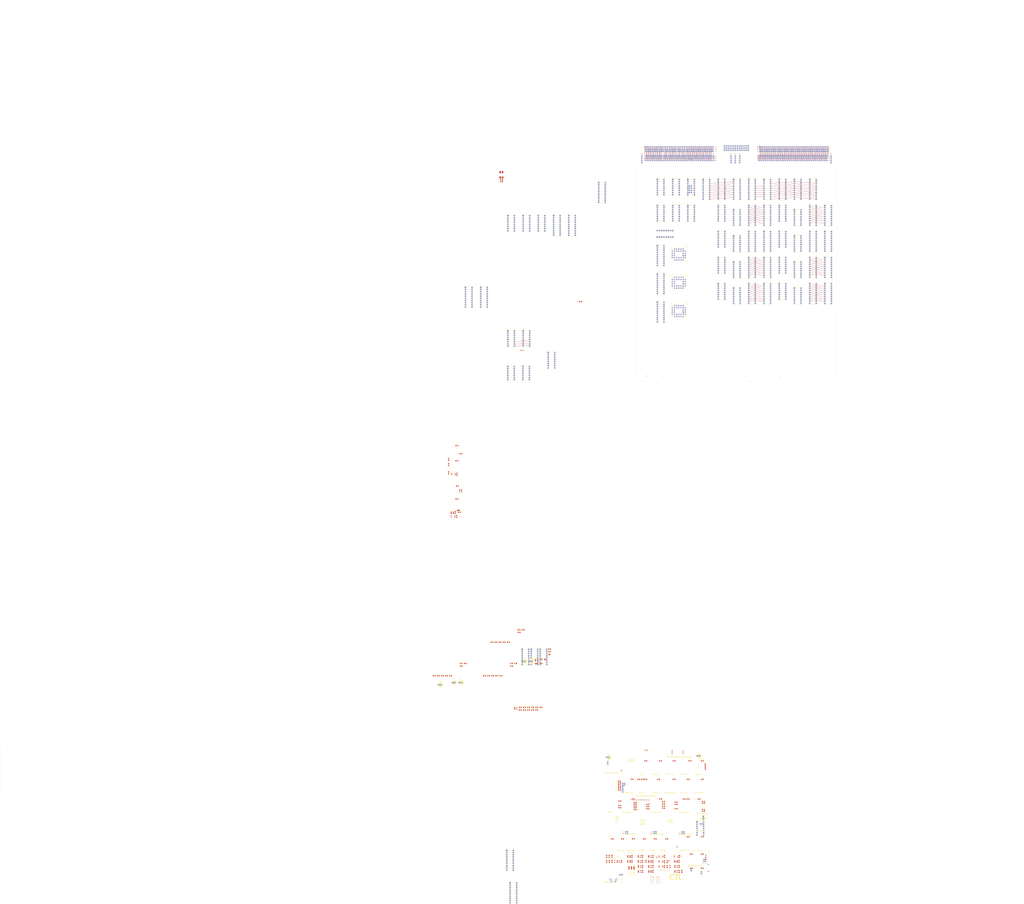
<source format=kicad_pcb>
(kicad_pcb (version 20171130) (host pcbnew 5.1.7-a382d34a8~88~ubuntu20.04.1)
  (title_block (title "CFT Control Unit Board") (rev 2023) (comment 1 CTL))
  (layers (0 F.Cu signal) (1 In1.Cu power) (2 In2.Cu power) (31 B.Cu signal) (34 B.Paste user) (35 F.Paste user) (36 B.SilkS user) (37 F.SilkS user) (38 B.Mask user) (39 F.Mask user) (44 Edge.Cuts user))
  (net 0 "")
  (net 1 +5V)
  (net 2 GND)
  (net 3 /CLK4)
  (net 4 /~RESET)
  (net 5 /T34)
  (net 6 /CLK2)
  (net 7 /CLK1)
  (net 8 /~RSTHOLD)
  (net 9 /~END)
  (net 10 /~R)
  (net 11 /~IO)
  (net 12 /~MEM)
  (net 13 /~ENDEXT)
  (net 14 /~HALT)
  (net 15 "/Microprogram Sequencer/UPC3")
  (net 16 "/Microprogram Sequencer/UPC2")
  (net 17 "/Microprogram Sequencer/UPC1")
  (net 18 "/Microprogram Sequencer/UPC0")
  (net 19 "/Flag Unit/~FLAGOE")
  (net 20 /~WS)
  (net 21 /~COND)
  (net 22 /FV)
  (net 23 /~IRQ)
  (net 24 /IBUS15)
  (net 25 /~FLAGWE)
  (net 26 /IR0)
  (net 27 /IR1)
  (net 28 /IR2)
  (net 29 /IR3)
  (net 30 /IR4)
  (net 31 /IR5)
  (net 32 /IR6)
  (net 33 /~SKIPEXT)
  (net 34 /~IRQS)
  (net 35 /~WEN)
  (net 36 /IR7)
  (net 37 /IR15)
  (net 38 /IR8)
  (net 39 /IR9)
  (net 40 /IR10)
  (net 41 /IR11)
  (net 42 /IR12)
  (net 43 /IR13)
  (net 44 /IR14)
  (net 45 /IDX1)
  (net 46 /IDX0)
  (net 47 /FPCLK)
  (net 48 "/Clock Generator/T34₀")
  (net 49 "/Addressing Modes/PAGE5")
  (net 50 "/Addressing Modes/PAGE4")
  (net 51 "/Addressing Modes/PAGE3")
  (net 52 "/Addressing Modes/PAGE2")
  (net 53 "/Addressing Modes/PAGE1")
  (net 54 "/Addressing Modes/PAGE0")
  (net 55 "/Clock Generator/÷4")
  (net 56 "/Clock Generator/÷2")
  (net 57 "/Clock Generator/CLKIN")
  (net 58 "/Clock Generator/CLK")
  (net 59 "/Clock Generator/CLK3₀")
  (net 60 /POWEROK)
  (net 61 "Net-(D7-Pad1)")
  (net 62 "Net-(JP4-Pad2)")
  (net 63 "Net-(JP5-Pad2)")
  (net 64 "Net-(JP6-Pad2)")
  (net 65 /COND1)
  (net 66 /COND3)
  (net 67 /CEXT8)
  (net 68 /CEXT10)
  (net 69 /FL)
  (net 70 /FZ)
  (net 71 /FN)
  (net 72 /PC10)
  (net 73 /PC11)
  (net 74 /PC13)
  (net 75 /PC12)
  (net 76 /PC15)
  (net 77 /PC14)
  (net 78 /FPFETCH∕~EXEC)
  (net 79 /COND0)
  (net 80 /COND2)
  (net 81 /COND4)
  (net 82 /CEXT9)
  (net 83 "Net-(R30-Pad2)")
  (net 84 "Net-(R37-Pad2)")
  (net 85 "Net-(R38-Pad2)")
  (net 86 "Net-(R39-Pad2)")
  (net 87 "Net-(R40-Pad2)")
  (net 88 "Net-(R41-Pad2)")
  (net 89 "Net-(R42-Pad2)")
  (net 90 "Net-(R43-Pad2)")
  (net 91 "Net-(R44-Pad2)")
  (net 92 "Net-(R45-Pad2)")
  (net 93 "Net-(R46-Pad2)")
  (net 94 "Net-(R47-Pad2)")
  (net 95 "Net-(R48-Pad2)")
  (net 96 "Net-(R49-Pad2)")
  (net 97 "Net-(R50-Pad2)")
  (net 98 /FI)
  (net 99 "/Interrupt State Machine/~INH")
  (net 100 "/Interrupt State Machine/~IRQ1")
  (net 101 "/Skip/Branch Unit/~CEN0")
  (net 102 "/Skip/Branch Unit/SV")
  (net 103 "/Skip/Branch Unit/SL")
  (net 104 "/Skip/Branch Unit/SZ")
  (net 105 "/Skip/Branch Unit/SN")
  (net 106 "/Skip/Branch Unit/SZN")
  (net 107 "/Skip/Branch Unit/SVL")
  (net 108 "/Skip/Branch Unit/SKP")
  (net 109 "/Skip/Branch Unit/~CEN1")
  (net 110 "/Flag Unit/~WRITE-MBP+FLAGS")
  (net 111 "/Flag Unit/~WRITE-FLAGS")
  (net 112 "/Interrupt State Machine/~ACTION-STI")
  (net 113 "/Interrupt State Machine/~RESET-OR-CLI")
  (net 114 "/Interrupt State Machine/~ACTION-CLI")
  (net 115 "/Interrupt State Machine/~IRQ0")
  (net 116 "/Interrupt State Machine/ENDCP")
  (net 117 /~IRQSµC)
  (net 118 "/Microprogram Sequencer/~CSE")
  (net 119 "/Microprogram Sequencer/Microcode Store/µCV0")
  (net 120 "/Microprogram Sequencer/Microcode Store/µCV1")
  (net 121 "/Microprogram Sequencer/Microcode Store/µCV2")
  (net 122 "/Microprogram Sequencer/Microcode Store/µCV3")
  (net 123 "/Microprogram Sequencer/Microcode Store/µCV4")
  (net 124 "/Microprogram Sequencer/Microcode Store/µCV5")
  (net 125 "/Microprogram Sequencer/Microcode Store/µCV6")
  (net 126 "/Microprogram Sequencer/Microcode Store/µCV7")
  (net 127 "/Microprogram Sequencer/Microcode Store/µCV8")
  (net 128 "/Microprogram Sequencer/Microcode Store/µCV9")
  (net 129 "/Microprogram Sequencer/Microcode Store/µCV10")
  (net 130 "/Microprogram Sequencer/Microcode Store/µCV11")
  (net 131 "/Microprogram Sequencer/Microcode Store/µCV12")
  (net 132 "/Microprogram Sequencer/Microcode Store/µCV13")
  (net 133 "/Microprogram Sequencer/Microcode Store/µCV14")
  (net 134 "/Microprogram Sequencer/Microcode Store/µCV15")
  (net 135 "/Microprogram Sequencer/Microcode Store/µCV23")
  (net 136 "/Microprogram Sequencer/Microcode Store/µCV22")
  (net 137 "/Microprogram Sequencer/Microcode Store/µCV21")
  (net 138 "/Microprogram Sequencer/Microcode Store/µCV20")
  (net 139 "/Microprogram Sequencer/Microcode Store/µCV19")
  (net 140 "/Microprogram Sequencer/Microcode Store/µCV18")
  (net 141 "/Microprogram Sequencer/Microcode Store/µCV17")
  (net 142 "/Microprogram Sequencer/Microcode Store/µCV16")
  (net 143 /~FPµA0)
  (net 144 /~FPµC0)
  (net 145 /~FPµC2)
  (net 146 /~FPµC1)
  (net 147 /~READ-AGL)
  (net 148 /~FPRESET)
  (net 149 "Net-(U3-Pad11)")
  (net 150 /~WRITE-IR)
  (net 151 /~FPFLAGS)
  (net 152 "/Instruction Register (IR)/~WIR")
  (net 153 "/Skip/Branch Unit/~COND₀")
  (net 154 "/Skip/Branch Unit/~COND₁")
  (net 155 /WSTB)
  (net 156 /~FPCLK~⁄CLK)
  (net 157 "/Microprogram Sequencer/Microcode Store/~WEN0")
  (net 158 "/Microprogram Sequencer/Microcode Store/~R0")
  (net 159 "/Microprogram Sequencer/Microcode Store/~IO0")
  (net 160 "/Microprogram Sequencer/Microcode Store/~MEM0")
  (net 161 /~IR-IDX)
  (net 162 /~ACTION-IDX)
  (net 163 /~IDXEN)
  (net 164 "/Interrupt State Machine/~INH₀")
  (net 165 /~WAITING)
  (net 166 "/Microprogram Sequencer/Micro-Program Counter/~µPCCLR")
  (net 167 /~µPC-INH)
  (net 168 "/Microprogram Sequencer/~HALT₀")
  (net 169 "/Microprogram Sequencer/Micro-Program Counter/~µPCCLR'")
  (net 170 "/Microprogram Sequencer/Sheet5D82ABFF/RSVD")
  (net 171 "Net-(C10-Pad1)")
  (net 172 "Net-(D1-Pad2)")
  (net 173 "Net-(D1-Pad1)")
  (net 174 "Net-(D4-Pad1)")
  (net 175 "Net-(D6-Pad1)")
  (net 176 "Net-(JP1-Pad2)")
  (net 177 /CLK4')
  (net 178 "Net-(JP7-Pad2)")
  (net 179 /RADDR0)
  (net 180 /RADDR1)
  (net 181 /RADDR2)
  (net 182 /RADDR3)
  (net 183 /RADDR4)
  (net 184 /WADDR0)
  (net 185 /WADDR1)
  (net 186 /WADDR2)
  (net 187 /WADDR3)
  (net 188 /WADDR4)
  (net 189 /ACTION0)
  (net 190 /ACTION1)
  (net 191 /ACTION2)
  (net 192 /ACTION3)
  (net 193 /Accumulator/FPD0)
  (net 194 /Accumulator/FPD1)
  (net 195 /Accumulator/FPD2)
  (net 196 /Accumulator/FPD3)
  (net 197 /Accumulator/FPD4)
  (net 198 /Accumulator/FPD5)
  (net 199 /Accumulator/FPD6)
  (net 200 /Accumulator/FPD7)
  (net 201 /AC0)
  (net 202 /AC2)
  (net 203 /AC4)
  (net 204 /AC6)
  (net 205 /AC8)
  (net 206 /AC10)
  (net 207 /AC12)
  (net 208 /AC14)
  (net 209 /AC1)
  (net 210 /AC3)
  (net 211 /AC5)
  (net 212 /AC7)
  (net 213 /AC9)
  (net 214 /AC11)
  (net 215 /AC13)
  (net 216 /AC15)
  (net 217 /~ACCPL)
  (net 218 "Net-(R51-Pad2)")
  (net 219 "Net-(R52-Pad2)")
  (net 220 "Net-(R53-Pad2)")
  (net 221 "Net-(R54-Pad2)")
  (net 222 "Net-(R55-Pad2)")
  (net 223 "Net-(R56-Pad2)")
  (net 224 "Net-(R57-Pad2)")
  (net 225 "Net-(R58-Pad2)")
  (net 226 "Net-(R59-Pad2)")
  (net 227 "Net-(R60-Pad2)")
  (net 228 /RESET)
  (net 229 /~READ-PC)
  (net 230 /~READ-DR)
  (net 231 /~READ-AC)
  (net 232 /~READ-SP)
  (net 233 "Net-(U2-Pad11)")
  (net 234 "Net-(U2-Pad10)")
  (net 235 "Net-(U2-Pad9)")
  (net 236 "Net-(U2-Pad7)")
  (net 237 /~WRITE-PC)
  (net 238 /~WRITE-DR)
  (net 239 /~WRITE-AC)
  (net 240 /~WRITE-SP)
  (net 241 "Net-(U3-Pad10)")
  (net 242 "Net-(U3-Pad9)")
  (net 243 "Net-(U3-Pad7)")
  (net 244 /~ACTION-INCPC)
  (net 245 "Net-(U5-Pad14)")
  (net 246 /~ACTION-INCDR)
  (net 247 /~ACTION-DECDR)
  (net 248 /~ACTION-INCAC)
  (net 249 /~ACTION-DECAC)
  (net 250 /~ACTION-INCSP)
  (net 251 /~ACTION-DECSP)
  (net 252 "Net-(U6-Pad15)")
  (net 253 "Net-(U6-Pad9)")
  (net 254 "Net-(U6-Pad6)")
  (net 255 "Net-(U6-Pad5)")
  (net 256 "Net-(U6-Pad4)")
  (net 257 "Net-(U6-Pad3)")
  (net 258 "Net-(U6-Pad2)")
  (net 259 "Net-(U6-Pad1)")
  (net 260 "Net-(U9-Pad13)")
  (net 261 "Net-(U9-Pad12)")
  (net 262 "Net-(U9-Pad7)")
  (net 263 "Net-(U9-Pad6)")
  (net 264 "Net-(U10-Pad3)")
  (net 265 "Net-(U17-Pad15)")
  (net 266 "Net-(U17-Pad14)")
  (net 267 "Net-(U17-Pad13)")
  (net 268 "Net-(U17-Pad12)")
  (net 269 "Net-(U17-Pad11)")
  (net 270 "Net-(U19-Pad15)")
  (net 271 "Net-(U19-Pad14)")
  (net 272 "Net-(U19-Pad13)")
  (net 273 "Net-(U19-Pad12)")
  (net 274 "Net-(U19-Pad11)")
  (net 275 "Net-(U19-Pad9)")
  (net 276 "Net-(U27-Pad15)")
  (net 277 "Net-(U27-Pad14)")
  (net 278 "Net-(U27-Pad13)")
  (net 279 "Net-(U27-Pad9)")
  (net 280 "Net-(U27-Pad7)")
  (net 281 "Net-(U28-Pad3)")
  (net 282 "Net-(U31-Pad3)")
  (net 283 "Net-(U32-Pad3)")
  (net 284 "Net-(U36-Pad5)")
  (net 285 "Net-(U38-Pad11)")
  (net 286 "Net-(U38-Pad8)")
  (net 287 "Net-(U40-Pad5)")
  (net 288 "Net-(U41-Pad12)")
  (net 289 "Net-(U41-Pad11)")
  (net 290 "Net-(U41-Pad10)")
  (net 291 "Net-(U41-Pad9)")
  (net 292 "Net-(U41-Pad7)")
  (net 293 "Net-(U41-Pad6)")
  (net 294 "Net-(U42-Pad3)")
  (net 295 "Net-(U44-Pad6)")
  (net 296 "Net-(U44-Pad5)")
  (net 297 "Net-(U46-Pad5)")
  (net 298 "Net-(U59-Pad6)")
  (net 299 "Net-(U60-Pad15)")
  (net 300 "Net-(U71-Pad19)")
  (net 301 "Net-(U77-Pad13)")
  (net 302 "Net-(U77-Pad12)")
  (net 303 "Net-(J1-Padc30)")
  (net 304 "Net-(J1-Padc29)")
  (net 305 "Net-(J1-Padc28)")
  (net 306 "Net-(J1-Padc27)")
  (net 307 "Net-(J1-Padc26)")
  (net 308 "Net-(J1-Padc25)")
  (net 309 "Net-(J1-Padc24)")
  (net 310 "Net-(J1-Padc23)")
  (net 311 "Net-(J1-Padc22)")
  (net 312 "Net-(J1-Padc21)")
  (net 313 "Net-(J1-Padc20)")
  (net 314 "Net-(J1-Padc19)")
  (net 315 "Net-(J1-Padc18)")
  (net 316 "Net-(J1-Padc17)")
  (net 317 "Net-(J1-Padc16)")
  (net 318 "Net-(J1-Padc15)")
  (net 319 "Net-(J1-Padc14)")
  (net 320 "Net-(J1-Padc13)")
  (net 321 "Net-(J1-Padc12)")
  (net 322 "Net-(J1-Padc11)")
  (net 323 "Net-(J1-Padc10)")
  (net 324 "Net-(J1-Padc8)")
  (net 325 "Net-(J1-Padc7)")
  (net 326 "Net-(J1-Padc6)")
  (net 327 "Net-(J1-Padc5)")
  (net 328 "Net-(J1-Padc4)")
  (net 329 "Net-(J1-Padc3)")
  (net 330 "Net-(J1-Padc2)")
  (net 331 "Net-(J1-Padc1)")
  (net 332 "Net-(J1-Pada1)")
  (net 333 "Net-(J1-Padb1)")
  (net 334 "Net-(J1-Pada2)")
  (net 335 "Net-(J1-Padb2)")
  (net 336 "Net-(J1-Pada3)")
  (net 337 "Net-(J1-Padb3)")
  (net 338 "Net-(J1-Pada4)")
  (net 339 "Net-(J1-Padb4)")
  (net 340 "Net-(J1-Pada5)")
  (net 341 "Net-(J1-Padb5)")
  (net 342 "Net-(J1-Pada6)")
  (net 343 "Net-(J1-Padb6)")
  (net 344 "Net-(J1-Pada7)")
  (net 345 "Net-(J1-Padb7)")
  (net 346 "Net-(J1-Pada8)")
  (net 347 "Net-(J1-Padb8)")
  (net 348 "Net-(J1-Padb9)")
  (net 349 "Net-(J1-Pada10)")
  (net 350 "Net-(J1-Padb10)")
  (net 351 "Net-(J1-Padb11)")
  (net 352 "Net-(J1-Pada12)")
  (net 353 "Net-(J1-Padb12)")
  (net 354 "Net-(J1-Pada13)")
  (net 355 "Net-(J1-Padb13)")
  (net 356 "Net-(J1-Pada14)")
  (net 357 "Net-(J1-Padb14)")
  (net 358 "Net-(J1-Padb15)")
  (net 359 "Net-(J1-Pada16)")
  (net 360 "Net-(J1-Padb16)")
  (net 361 "Net-(J1-Padb17)")
  (net 362 "Net-(J1-Pada18)")
  (net 363 "Net-(J1-Padb18)")
  (net 364 "Net-(J1-Padb19)")
  (net 365 "Net-(J1-Pada20)")
  (net 366 "Net-(J1-Pada21)")
  (net 367 "Net-(J1-Padb21)")
  (net 368 "Net-(J1-Pada22)")
  (net 369 "Net-(J1-Padb22)")
  (net 370 "Net-(J1-Pada23)")
  (net 371 "Net-(J1-Pada24)")
  (net 372 "Net-(J1-Padb24)")
  (net 373 "Net-(J1-Pada25)")
  (net 374 "Net-(J1-Padb25)")
  (net 375 "Net-(J1-Pada26)")
  (net 376 "Net-(J1-Padb26)")
  (net 377 "Net-(J1-Pada27)")
  (net 378 "Net-(J1-Padb27)")
  (net 379 "Net-(J1-Pada28)")
  (net 380 "Net-(J1-Padb28)")
  (net 381 "Net-(J1-Pada29)")
  (net 382 "Net-(J1-Padb29)")
  (net 383 "Net-(J1-Pada30)")
  (net 384 "Net-(J1-Padb30)")
  (net 385 "Net-(J1-Padb31)")
  (net 386 "Net-(J2-Padc32)")
  (net 387 "Net-(J2-Padc31)")
  (net 388 "Net-(J2-Padc30)")
  (net 389 "Net-(J2-Padc29)")
  (net 390 "Net-(J2-Padc28)")
  (net 391 "Net-(J2-Padc27)")
  (net 392 "Net-(J2-Padc26)")
  (net 393 "Net-(J2-Padc25)")
  (net 394 "Net-(J2-Padc24)")
  (net 395 "Net-(J2-Padc23)")
  (net 396 "Net-(J2-Padc22)")
  (net 397 "Net-(J2-Padc21)")
  (net 398 "Net-(J2-Padc20)")
  (net 399 "Net-(J2-Padc19)")
  (net 400 "Net-(J2-Padc18)")
  (net 401 "Net-(J2-Padc17)")
  (net 402 "Net-(J2-Padc16)")
  (net 403 "Net-(J2-Padc15)")
  (net 404 "Net-(J2-Padc14)")
  (net 405 "Net-(J2-Padc13)")
  (net 406 "Net-(J2-Padc12)")
  (net 407 "Net-(J2-Padc11)")
  (net 408 "Net-(J2-Padc10)")
  (net 409 "Net-(J2-Padc9)")
  (net 410 "Net-(J2-Padc8)")
  (net 411 "Net-(J2-Padc7)")
  (net 412 "Net-(J2-Padc6)")
  (net 413 "Net-(J2-Padc5)")
  (net 414 "Net-(J2-Padc4)")
  (net 415 "Net-(J2-Padc3)")
  (net 416 "Net-(J2-Padc2)")
  (net 417 "Net-(J2-Padc1)")
  (net 418 "Net-(J2-Pada1)")
  (net 419 "Net-(J2-Padb1)")
  (net 420 "Net-(J2-Pada2)")
  (net 421 "Net-(J2-Padb2)")
  (net 422 "Net-(J2-Pada3)")
  (net 423 "Net-(J2-Padb3)")
  (net 424 "Net-(J2-Pada4)")
  (net 425 "Net-(J2-Padb4)")
  (net 426 "Net-(J2-Pada5)")
  (net 427 "Net-(J2-Padb5)")
  (net 428 "Net-(J2-Pada6)")
  (net 429 "Net-(J2-Padb6)")
  (net 430 "Net-(J2-Pada7)")
  (net 431 "Net-(J2-Padb7)")
  (net 432 "Net-(J2-Pada8)")
  (net 433 "Net-(J2-Padb8)")
  (net 434 "Net-(J2-Pada9)")
  (net 435 "Net-(J2-Padb9)")
  (net 436 "Net-(J2-Pada10)")
  (net 437 "Net-(J2-Padb10)")
  (net 438 "Net-(J2-Pada11)")
  (net 439 "Net-(J2-Padb11)")
  (net 440 "Net-(J2-Pada12)")
  (net 441 "Net-(J2-Padb12)")
  (net 442 "Net-(J2-Pada13)")
  (net 443 "Net-(J2-Padb13)")
  (net 444 "Net-(J2-Pada14)")
  (net 445 "Net-(J2-Padb14)")
  (net 446 "Net-(J2-Pada15)")
  (net 447 "Net-(J2-Padb15)")
  (net 448 "Net-(J2-Pada16)")
  (net 449 "Net-(J2-Padb16)")
  (net 450 "Net-(J2-Pada17)")
  (net 451 "Net-(J2-Padb17)")
  (net 452 "Net-(J2-Pada18)")
  (net 453 "Net-(J2-Padb18)")
  (net 454 "Net-(J2-Pada19)")
  (net 455 "Net-(J2-Padb19)")
  (net 456 "Net-(J2-Pada20)")
  (net 457 "Net-(J2-Padb20)")
  (net 458 "Net-(J2-Pada21)")
  (net 459 "Net-(J2-Padb21)")
  (net 460 "Net-(J2-Pada22)")
  (net 461 "Net-(J2-Padb22)")
  (net 462 "Net-(J2-Pada23)")
  (net 463 "Net-(J2-Padb23)")
  (net 464 "Net-(J2-Pada24)")
  (net 465 "Net-(J2-Padb24)")
  (net 466 "Net-(J2-Pada25)")
  (net 467 "Net-(J2-Padb25)")
  (net 468 "Net-(J2-Pada26)")
  (net 469 "Net-(J2-Padb26)")
  (net 470 "Net-(J2-Pada27)")
  (net 471 "Net-(J2-Padb27)")
  (net 472 "Net-(J2-Pada28)")
  (net 473 "Net-(J2-Padb28)")
  (net 474 "Net-(J2-Pada29)")
  (net 475 "Net-(J2-Padb29)")
  (net 476 "Net-(J2-Pada30)")
  (net 477 "Net-(J2-Padb30)")
  (net 478 "Net-(J2-Pada31)")
  (net 479 "Net-(J2-Padb31)")
  (net 480 "Net-(J2-Pada32)")
  (net 481 "Net-(J2-Padb32)")
  (net 482 +12V)
  (net 483 -12V)
  (module alexios:R_SMD_0805_2012Metric_Pad1.15x1.40mm_HandSolder (layer B.Cu) (at 6.225 -241.72 180)
    (fp_text reference R20 (at -3.937 0.0508 180) (layer B.SilkS) (effects (font (size 1 0.83)) (justify mirror)))
    (fp_text value 30Ω)
    (pad 2 smd roundrect (at 1.025 0 180) (size 1.15 1.4) (layers B.Cu B.Paste B.Mask) (roundrect_rratio 0.217391))
    (pad 1 smd roundrect (at -1.025 0 180) (size 1.15 1.4) (layers B.Cu B.Paste B.Mask) (roundrect_rratio 0.217391))
  )
  (module alexios:R_SMD_0805_2012Metric_Pad1.15x1.40mm_HandSolder (layer B.Cu) (at 6.216 -249.34 180)
    (fp_text reference R17 (at -3.937 0.0508 180) (layer B.SilkS) (effects (font (size 1 0.83)) (justify mirror)))
    (fp_text value 30Ω)
    (pad 2 smd roundrect (at 1.025 0 180) (size 1.15 1.4) (layers B.Cu B.Paste B.Mask) (roundrect_rratio 0.217391))
    (pad 1 smd roundrect (at -1.025 0 180) (size 1.15 1.4) (layers B.Cu B.Paste B.Mask) (roundrect_rratio 0.217391))
  )
  (module Package_DIP:DIP-16_W7.62mm_Socket (layer F.Cu) (at 3.178 -256.94)
    (fp_text reference U8 (at -1.350001 -2.25) (layer F.SilkS) (effects (font (size 1 0.83)) (justify left)))
    (fp_text value 74HC139)
    (pad 1 thru_hole rect (at 0 0) (size 1.6 1.6) (drill 0.8) (layers *.Cu *.Mask))
    (pad 9 thru_hole oval (at 7.62 17.78) (size 1.6 1.6) (drill 0.8) (layers *.Cu *.Mask))
    (pad 2 thru_hole oval (at 0 2.54) (size 1.6 1.6) (drill 0.8) (layers *.Cu *.Mask))
    (pad 10 thru_hole oval (at 7.62 15.24) (size 1.6 1.6) (drill 0.8) (layers *.Cu *.Mask))
    (pad 3 thru_hole oval (at 0 5.08) (size 1.6 1.6) (drill 0.8) (layers *.Cu *.Mask))
    (pad 11 thru_hole oval (at 7.62 12.7) (size 1.6 1.6) (drill 0.8) (layers *.Cu *.Mask))
    (pad 4 thru_hole oval (at 0 7.62) (size 1.6 1.6) (drill 0.8) (layers *.Cu *.Mask))
    (pad 12 thru_hole oval (at 7.62 10.16) (size 1.6 1.6) (drill 0.8) (layers *.Cu *.Mask))
    (pad 5 thru_hole oval (at 0 10.16) (size 1.6 1.6) (drill 0.8) (layers *.Cu *.Mask))
    (pad 13 thru_hole oval (at 7.62 7.62) (size 1.6 1.6) (drill 0.8) (layers *.Cu *.Mask))
    (pad 6 thru_hole oval (at 0 12.7) (size 1.6 1.6) (drill 0.8) (layers *.Cu *.Mask))
    (pad 14 thru_hole oval (at 7.62 5.08) (size 1.6 1.6) (drill 0.8) (layers *.Cu *.Mask))
    (pad 7 thru_hole oval (at 0 15.24) (size 1.6 1.6) (drill 0.8) (layers *.Cu *.Mask))
    (pad 15 thru_hole oval (at 7.62 2.54) (size 1.6 1.6) (drill 0.8) (layers *.Cu *.Mask))
    (pad 8 thru_hole oval (at 0 17.78) (size 1.6 1.6) (drill 0.8) (layers *.Cu *.Mask))
    (pad 16 thru_hole oval (at 7.62 0) (size 1.6 1.6) (drill 0.8) (layers *.Cu *.Mask))
  )
  (module alexios:R_SMD_0805_2012Metric_Pad1.15x1.40mm_HandSolder (layer B.Cu) (at 6.225 -246.8 180)
    (fp_text reference R18 (at -3.937 0.0508 180) (layer B.SilkS) (effects (font (size 1 0.83)) (justify mirror)))
    (fp_text value 30Ω)
    (pad 2 smd roundrect (at 1.025 0 180) (size 1.15 1.4) (layers B.Cu B.Paste B.Mask) (roundrect_rratio 0.217391))
    (pad 1 smd roundrect (at -1.025 0 180) (size 1.15 1.4) (layers B.Cu B.Paste B.Mask) (roundrect_rratio 0.217391))
  )
  (module alexios:R_SMD_0805_2012Metric_Pad1.15x1.40mm_HandSolder (layer B.Cu) (at 6.225 -244.26 180)
    (fp_text reference R19 (at -3.937 0.0508 180) (layer B.SilkS) (effects (font (size 1 0.83)) (justify mirror)))
    (fp_text value 30Ω)
    (pad 2 smd roundrect (at 1.025 0 180) (size 1.15 1.4) (layers B.Cu B.Paste B.Mask) (roundrect_rratio 0.217391))
    (pad 1 smd roundrect (at -1.025 0 180) (size 1.15 1.4) (layers B.Cu B.Paste B.Mask) (roundrect_rratio 0.217391))
  )
  (module Package_DIP:DIP-16_W7.62mm_Socket (layer F.Cu) (at 127.634 -160.421)
    (fp_text reference U69 (at -1.350001 -2.25) (layer F.SilkS) (effects (font (size 1 0.83)) (justify left)))
    (fp_text value 74HC193)
    (pad 1 thru_hole rect (at 0 0) (size 1.6 1.6) (drill 0.8) (layers *.Cu *.Mask))
    (pad 9 thru_hole oval (at 7.62 17.78) (size 1.6 1.6) (drill 0.8) (layers *.Cu *.Mask))
    (pad 2 thru_hole oval (at 0 2.54) (size 1.6 1.6) (drill 0.8) (layers *.Cu *.Mask))
    (pad 10 thru_hole oval (at 7.62 15.24) (size 1.6 1.6) (drill 0.8) (layers *.Cu *.Mask))
    (pad 3 thru_hole oval (at 0 5.08) (size 1.6 1.6) (drill 0.8) (layers *.Cu *.Mask))
    (pad 11 thru_hole oval (at 7.62 12.7) (size 1.6 1.6) (drill 0.8) (layers *.Cu *.Mask))
    (pad 4 thru_hole oval (at 0 7.62) (size 1.6 1.6) (drill 0.8) (layers *.Cu *.Mask))
    (pad 12 thru_hole oval (at 7.62 10.16) (size 1.6 1.6) (drill 0.8) (layers *.Cu *.Mask))
    (pad 5 thru_hole oval (at 0 10.16) (size 1.6 1.6) (drill 0.8) (layers *.Cu *.Mask))
    (pad 13 thru_hole oval (at 7.62 7.62) (size 1.6 1.6) (drill 0.8) (layers *.Cu *.Mask))
    (pad 6 thru_hole oval (at 0 12.7) (size 1.6 1.6) (drill 0.8) (layers *.Cu *.Mask))
    (pad 14 thru_hole oval (at 7.62 5.08) (size 1.6 1.6) (drill 0.8) (layers *.Cu *.Mask))
    (pad 7 thru_hole oval (at 0 15.24) (size 1.6 1.6) (drill 0.8) (layers *.Cu *.Mask))
    (pad 15 thru_hole oval (at 7.62 2.54) (size 1.6 1.6) (drill 0.8) (layers *.Cu *.Mask))
    (pad 8 thru_hole oval (at 0 17.78) (size 1.6 1.6) (drill 0.8) (layers *.Cu *.Mask))
    (pad 16 thru_hole oval (at 7.62 0) (size 1.6 1.6) (drill 0.8) (layers *.Cu *.Mask))
  )
  (module Package_DIP:DIP-16_W7.62mm_Socket (layer F.Cu) (at 109.854 -165.501)
    (fp_text reference U72 (at -1.350001 -2.25) (layer F.SilkS) (effects (font (size 1 0.83)) (justify left)))
    (fp_text value 74HC193)
    (pad 1 thru_hole rect (at 0 0) (size 1.6 1.6) (drill 0.8) (layers *.Cu *.Mask))
    (pad 9 thru_hole oval (at 7.62 17.78) (size 1.6 1.6) (drill 0.8) (layers *.Cu *.Mask))
    (pad 2 thru_hole oval (at 0 2.54) (size 1.6 1.6) (drill 0.8) (layers *.Cu *.Mask))
    (pad 10 thru_hole oval (at 7.62 15.24) (size 1.6 1.6) (drill 0.8) (layers *.Cu *.Mask))
    (pad 3 thru_hole oval (at 0 5.08) (size 1.6 1.6) (drill 0.8) (layers *.Cu *.Mask))
    (pad 11 thru_hole oval (at 7.62 12.7) (size 1.6 1.6) (drill 0.8) (layers *.Cu *.Mask))
    (pad 4 thru_hole oval (at 0 7.62) (size 1.6 1.6) (drill 0.8) (layers *.Cu *.Mask))
    (pad 12 thru_hole oval (at 7.62 10.16) (size 1.6 1.6) (drill 0.8) (layers *.Cu *.Mask))
    (pad 5 thru_hole oval (at 0 10.16) (size 1.6 1.6) (drill 0.8) (layers *.Cu *.Mask))
    (pad 13 thru_hole oval (at 7.62 7.62) (size 1.6 1.6) (drill 0.8) (layers *.Cu *.Mask))
    (pad 6 thru_hole oval (at 0 12.7) (size 1.6 1.6) (drill 0.8) (layers *.Cu *.Mask))
    (pad 14 thru_hole oval (at 7.62 5.08) (size 1.6 1.6) (drill 0.8) (layers *.Cu *.Mask))
    (pad 7 thru_hole oval (at 0 15.24) (size 1.6 1.6) (drill 0.8) (layers *.Cu *.Mask))
    (pad 15 thru_hole oval (at 7.62 2.54) (size 1.6 1.6) (drill 0.8) (layers *.Cu *.Mask))
    (pad 8 thru_hole oval (at 0 17.78) (size 1.6 1.6) (drill 0.8) (layers *.Cu *.Mask))
    (pad 16 thru_hole oval (at 7.62 0) (size 1.6 1.6) (drill 0.8) (layers *.Cu *.Mask))
  )
  (module Package_DIP:DIP-16_W7.62mm_Socket (layer F.Cu) (at 127.634 -190.901)
    (fp_text reference U82 (at -1.350001 -2.25) (layer F.SilkS) (effects (font (size 1 0.83)) (justify left)))
    (fp_text value 74HC193)
    (pad 1 thru_hole rect (at 0 0) (size 1.6 1.6) (drill 0.8) (layers *.Cu *.Mask))
    (pad 9 thru_hole oval (at 7.62 17.78) (size 1.6 1.6) (drill 0.8) (layers *.Cu *.Mask))
    (pad 2 thru_hole oval (at 0 2.54) (size 1.6 1.6) (drill 0.8) (layers *.Cu *.Mask))
    (pad 10 thru_hole oval (at 7.62 15.24) (size 1.6 1.6) (drill 0.8) (layers *.Cu *.Mask))
    (pad 3 thru_hole oval (at 0 5.08) (size 1.6 1.6) (drill 0.8) (layers *.Cu *.Mask))
    (pad 11 thru_hole oval (at 7.62 12.7) (size 1.6 1.6) (drill 0.8) (layers *.Cu *.Mask))
    (pad 4 thru_hole oval (at 0 7.62) (size 1.6 1.6) (drill 0.8) (layers *.Cu *.Mask))
    (pad 12 thru_hole oval (at 7.62 10.16) (size 1.6 1.6) (drill 0.8) (layers *.Cu *.Mask))
    (pad 5 thru_hole oval (at 0 10.16) (size 1.6 1.6) (drill 0.8) (layers *.Cu *.Mask))
    (pad 13 thru_hole oval (at 7.62 7.62) (size 1.6 1.6) (drill 0.8) (layers *.Cu *.Mask))
    (pad 6 thru_hole oval (at 0 12.7) (size 1.6 1.6) (drill 0.8) (layers *.Cu *.Mask))
    (pad 14 thru_hole oval (at 7.62 5.08) (size 1.6 1.6) (drill 0.8) (layers *.Cu *.Mask))
    (pad 7 thru_hole oval (at 0 15.24) (size 1.6 1.6) (drill 0.8) (layers *.Cu *.Mask))
    (pad 15 thru_hole oval (at 7.62 2.54) (size 1.6 1.6) (drill 0.8) (layers *.Cu *.Mask))
    (pad 8 thru_hole oval (at 0 17.78) (size 1.6 1.6) (drill 0.8) (layers *.Cu *.Mask))
    (pad 16 thru_hole oval (at 7.62 0) (size 1.6 1.6) (drill 0.8) (layers *.Cu *.Mask))
  )
  (module Package_DIP:DIP-16_W7.62mm_Socket (layer F.Cu) (at 38.734 -165.501)
    (fp_text reference U75 (at -1.350001 -2.25) (layer F.SilkS) (effects (font (size 1 0.83)) (justify left)))
    (fp_text value 74HC193)
    (pad 1 thru_hole rect (at 0 0) (size 1.6 1.6) (drill 0.8) (layers *.Cu *.Mask))
    (pad 9 thru_hole oval (at 7.62 17.78) (size 1.6 1.6) (drill 0.8) (layers *.Cu *.Mask))
    (pad 2 thru_hole oval (at 0 2.54) (size 1.6 1.6) (drill 0.8) (layers *.Cu *.Mask))
    (pad 10 thru_hole oval (at 7.62 15.24) (size 1.6 1.6) (drill 0.8) (layers *.Cu *.Mask))
    (pad 3 thru_hole oval (at 0 5.08) (size 1.6 1.6) (drill 0.8) (layers *.Cu *.Mask))
    (pad 11 thru_hole oval (at 7.62 12.7) (size 1.6 1.6) (drill 0.8) (layers *.Cu *.Mask))
    (pad 4 thru_hole oval (at 0 7.62) (size 1.6 1.6) (drill 0.8) (layers *.Cu *.Mask))
    (pad 12 thru_hole oval (at 7.62 10.16) (size 1.6 1.6) (drill 0.8) (layers *.Cu *.Mask))
    (pad 5 thru_hole oval (at 0 10.16) (size 1.6 1.6) (drill 0.8) (layers *.Cu *.Mask))
    (pad 13 thru_hole oval (at 7.62 7.62) (size 1.6 1.6) (drill 0.8) (layers *.Cu *.Mask))
    (pad 6 thru_hole oval (at 0 12.7) (size 1.6 1.6) (drill 0.8) (layers *.Cu *.Mask))
    (pad 14 thru_hole oval (at 7.62 5.08) (size 1.6 1.6) (drill 0.8) (layers *.Cu *.Mask))
    (pad 7 thru_hole oval (at 0 15.24) (size 1.6 1.6) (drill 0.8) (layers *.Cu *.Mask))
    (pad 15 thru_hole oval (at 7.62 2.54) (size 1.6 1.6) (drill 0.8) (layers *.Cu *.Mask))
    (pad 8 thru_hole oval (at 0 17.78) (size 1.6 1.6) (drill 0.8) (layers *.Cu *.Mask))
    (pad 16 thru_hole oval (at 7.62 0) (size 1.6 1.6) (drill 0.8) (layers *.Cu *.Mask))
  )
  (module Package_DIP:DIP-16_W7.62mm_Socket (layer F.Cu) (at 109.854 -195.981)
    (fp_text reference U80 (at -1.350001 -2.25) (layer F.SilkS) (effects (font (size 1 0.83)) (justify left)))
    (fp_text value 74HC193)
    (pad 1 thru_hole rect (at 0 0) (size 1.6 1.6) (drill 0.8) (layers *.Cu *.Mask))
    (pad 9 thru_hole oval (at 7.62 17.78) (size 1.6 1.6) (drill 0.8) (layers *.Cu *.Mask))
    (pad 2 thru_hole oval (at 0 2.54) (size 1.6 1.6) (drill 0.8) (layers *.Cu *.Mask))
    (pad 10 thru_hole oval (at 7.62 15.24) (size 1.6 1.6) (drill 0.8) (layers *.Cu *.Mask))
    (pad 3 thru_hole oval (at 0 5.08) (size 1.6 1.6) (drill 0.8) (layers *.Cu *.Mask))
    (pad 11 thru_hole oval (at 7.62 12.7) (size 1.6 1.6) (drill 0.8) (layers *.Cu *.Mask))
    (pad 4 thru_hole oval (at 0 7.62) (size 1.6 1.6) (drill 0.8) (layers *.Cu *.Mask))
    (pad 12 thru_hole oval (at 7.62 10.16) (size 1.6 1.6) (drill 0.8) (layers *.Cu *.Mask))
    (pad 5 thru_hole oval (at 0 10.16) (size 1.6 1.6) (drill 0.8) (layers *.Cu *.Mask))
    (pad 13 thru_hole oval (at 7.62 7.62) (size 1.6 1.6) (drill 0.8) (layers *.Cu *.Mask))
    (pad 6 thru_hole oval (at 0 12.7) (size 1.6 1.6) (drill 0.8) (layers *.Cu *.Mask))
    (pad 14 thru_hole oval (at 7.62 5.08) (size 1.6 1.6) (drill 0.8) (layers *.Cu *.Mask))
    (pad 7 thru_hole oval (at 0 15.24) (size 1.6 1.6) (drill 0.8) (layers *.Cu *.Mask))
    (pad 15 thru_hole oval (at 7.62 2.54) (size 1.6 1.6) (drill 0.8) (layers *.Cu *.Mask))
    (pad 8 thru_hole oval (at 0 17.78) (size 1.6 1.6) (drill 0.8) (layers *.Cu *.Mask))
    (pad 16 thru_hole oval (at 7.62 0) (size 1.6 1.6) (drill 0.8) (layers *.Cu *.Mask))
  )
  (module Package_DIP:DIP-16_W7.62mm_Socket (layer F.Cu) (at 38.734 -195.981)
    (fp_text reference U85 (at -1.350001 -2.25) (layer F.SilkS) (effects (font (size 1 0.83)) (justify left)))
    (fp_text value 74HC193)
    (pad 1 thru_hole rect (at 0 0) (size 1.6 1.6) (drill 0.8) (layers *.Cu *.Mask))
    (pad 9 thru_hole oval (at 7.62 17.78) (size 1.6 1.6) (drill 0.8) (layers *.Cu *.Mask))
    (pad 2 thru_hole oval (at 0 2.54) (size 1.6 1.6) (drill 0.8) (layers *.Cu *.Mask))
    (pad 10 thru_hole oval (at 7.62 15.24) (size 1.6 1.6) (drill 0.8) (layers *.Cu *.Mask))
    (pad 3 thru_hole oval (at 0 5.08) (size 1.6 1.6) (drill 0.8) (layers *.Cu *.Mask))
    (pad 11 thru_hole oval (at 7.62 12.7) (size 1.6 1.6) (drill 0.8) (layers *.Cu *.Mask))
    (pad 4 thru_hole oval (at 0 7.62) (size 1.6 1.6) (drill 0.8) (layers *.Cu *.Mask))
    (pad 12 thru_hole oval (at 7.62 10.16) (size 1.6 1.6) (drill 0.8) (layers *.Cu *.Mask))
    (pad 5 thru_hole oval (at 0 10.16) (size 1.6 1.6) (drill 0.8) (layers *.Cu *.Mask))
    (pad 13 thru_hole oval (at 7.62 7.62) (size 1.6 1.6) (drill 0.8) (layers *.Cu *.Mask))
    (pad 6 thru_hole oval (at 0 12.7) (size 1.6 1.6) (drill 0.8) (layers *.Cu *.Mask))
    (pad 14 thru_hole oval (at 7.62 5.08) (size 1.6 1.6) (drill 0.8) (layers *.Cu *.Mask))
    (pad 7 thru_hole oval (at 0 15.24) (size 1.6 1.6) (drill 0.8) (layers *.Cu *.Mask))
    (pad 15 thru_hole oval (at 7.62 2.54) (size 1.6 1.6) (drill 0.8) (layers *.Cu *.Mask))
    (pad 8 thru_hole oval (at 0 17.78) (size 1.6 1.6) (drill 0.8) (layers *.Cu *.Mask))
    (pad 16 thru_hole oval (at 7.62 0) (size 1.6 1.6) (drill 0.8) (layers *.Cu *.Mask))
  )
  (module alexios:DIP-20_W7.62mm_Socket (layer F.Cu) (at 56.518 -256.94)
    (fp_text reference U11 (at -1.200001 -2.25) (layer F.SilkS) (effects (font (size 1 0.83)) (justify left)))
    (fp_text value 74HC574)
    (pad 1 thru_hole rect (at 0 0) (size 1.6 1.6) (drill 0.8) (layers *.Cu *.Mask))
    (pad 11 thru_hole oval (at 7.62 22.86) (size 1.6 1.6) (drill 0.8) (layers *.Cu *.Mask))
    (pad 2 thru_hole oval (at 0 2.54) (size 1.6 1.6) (drill 0.8) (layers *.Cu *.Mask))
    (pad 12 thru_hole oval (at 7.62 20.32) (size 1.6 1.6) (drill 0.8) (layers *.Cu *.Mask))
    (pad 3 thru_hole oval (at 0 5.08) (size 1.6 1.6) (drill 0.8) (layers *.Cu *.Mask))
    (pad 13 thru_hole oval (at 7.62 17.78) (size 1.6 1.6) (drill 0.8) (layers *.Cu *.Mask))
    (pad 4 thru_hole oval (at 0 7.62) (size 1.6 1.6) (drill 0.8) (layers *.Cu *.Mask))
    (pad 14 thru_hole oval (at 7.62 15.24) (size 1.6 1.6) (drill 0.8) (layers *.Cu *.Mask))
    (pad 5 thru_hole oval (at 0 10.16) (size 1.6 1.6) (drill 0.8) (layers *.Cu *.Mask))
    (pad 15 thru_hole oval (at 7.62 12.7) (size 1.6 1.6) (drill 0.8) (layers *.Cu *.Mask))
    (pad 6 thru_hole oval (at 0 12.7) (size 1.6 1.6) (drill 0.8) (layers *.Cu *.Mask))
    (pad 16 thru_hole oval (at 7.62 10.16) (size 1.6 1.6) (drill 0.8) (layers *.Cu *.Mask))
    (pad 7 thru_hole oval (at 0 15.24) (size 1.6 1.6) (drill 0.8) (layers *.Cu *.Mask))
    (pad 17 thru_hole oval (at 7.62 7.62) (size 1.6 1.6) (drill 0.8) (layers *.Cu *.Mask))
    (pad 8 thru_hole oval (at 0 17.78) (size 1.6 1.6) (drill 0.8) (layers *.Cu *.Mask))
    (pad 18 thru_hole oval (at 7.62 5.08) (size 1.6 1.6) (drill 0.8) (layers *.Cu *.Mask))
    (pad 9 thru_hole oval (at 0 20.32) (size 1.6 1.6) (drill 0.8) (layers *.Cu *.Mask))
    (pad 19 thru_hole oval (at 7.62 2.54) (size 1.6 1.6) (drill 0.8) (layers *.Cu *.Mask))
    (pad 10 thru_hole oval (at 0 22.86) (size 1.6 1.6) (drill 0.8) (layers *.Cu *.Mask))
    (pad 20 thru_hole oval (at 7.62 0) (size 1.6 1.6) (drill 0.8) (layers *.Cu *.Mask))
  )
  (module alexios:DIP-20_W7.62mm_Socket (layer F.Cu) (at 38.738 -256.94)
    (fp_text reference U12 (at -1.200001 -2.25) (layer F.SilkS) (effects (font (size 1 0.83)) (justify left)))
    (fp_text value 74HC541)
    (pad 1 thru_hole rect (at 0 0) (size 1.6 1.6) (drill 0.8) (layers *.Cu *.Mask))
    (pad 11 thru_hole oval (at 7.62 22.86) (size 1.6 1.6) (drill 0.8) (layers *.Cu *.Mask))
    (pad 2 thru_hole oval (at 0 2.54) (size 1.6 1.6) (drill 0.8) (layers *.Cu *.Mask))
    (pad 12 thru_hole oval (at 7.62 20.32) (size 1.6 1.6) (drill 0.8) (layers *.Cu *.Mask))
    (pad 3 thru_hole oval (at 0 5.08) (size 1.6 1.6) (drill 0.8) (layers *.Cu *.Mask))
    (pad 13 thru_hole oval (at 7.62 17.78) (size 1.6 1.6) (drill 0.8) (layers *.Cu *.Mask))
    (pad 4 thru_hole oval (at 0 7.62) (size 1.6 1.6) (drill 0.8) (layers *.Cu *.Mask))
    (pad 14 thru_hole oval (at 7.62 15.24) (size 1.6 1.6) (drill 0.8) (layers *.Cu *.Mask))
    (pad 5 thru_hole oval (at 0 10.16) (size 1.6 1.6) (drill 0.8) (layers *.Cu *.Mask))
    (pad 15 thru_hole oval (at 7.62 12.7) (size 1.6 1.6) (drill 0.8) (layers *.Cu *.Mask))
    (pad 6 thru_hole oval (at 0 12.7) (size 1.6 1.6) (drill 0.8) (layers *.Cu *.Mask))
    (pad 16 thru_hole oval (at 7.62 10.16) (size 1.6 1.6) (drill 0.8) (layers *.Cu *.Mask))
    (pad 7 thru_hole oval (at 0 15.24) (size 1.6 1.6) (drill 0.8) (layers *.Cu *.Mask))
    (pad 17 thru_hole oval (at 7.62 7.62) (size 1.6 1.6) (drill 0.8) (layers *.Cu *.Mask))
    (pad 8 thru_hole oval (at 0 17.78) (size 1.6 1.6) (drill 0.8) (layers *.Cu *.Mask))
    (pad 18 thru_hole oval (at 7.62 5.08) (size 1.6 1.6) (drill 0.8) (layers *.Cu *.Mask))
    (pad 9 thru_hole oval (at 0 20.32) (size 1.6 1.6) (drill 0.8) (layers *.Cu *.Mask))
    (pad 19 thru_hole oval (at 7.62 2.54) (size 1.6 1.6) (drill 0.8) (layers *.Cu *.Mask))
    (pad 10 thru_hole oval (at 0 22.86) (size 1.6 1.6) (drill 0.8) (layers *.Cu *.Mask))
    (pad 20 thru_hole oval (at 7.62 0) (size 1.6 1.6) (drill 0.8) (layers *.Cu *.Mask))
  )
  (module alexios:DIP-20_W7.62mm_Socket (layer F.Cu) (at 127.638 -256.94)
    (fp_text reference U14 (at -1.200001 -2.25) (layer F.SilkS) (effects (font (size 1 0.83)) (justify left)))
    (fp_text value 74HC574)
    (pad 1 thru_hole rect (at 0 0) (size 1.6 1.6) (drill 0.8) (layers *.Cu *.Mask))
    (pad 11 thru_hole oval (at 7.62 22.86) (size 1.6 1.6) (drill 0.8) (layers *.Cu *.Mask))
    (pad 2 thru_hole oval (at 0 2.54) (size 1.6 1.6) (drill 0.8) (layers *.Cu *.Mask))
    (pad 12 thru_hole oval (at 7.62 20.32) (size 1.6 1.6) (drill 0.8) (layers *.Cu *.Mask))
    (pad 3 thru_hole oval (at 0 5.08) (size 1.6 1.6) (drill 0.8) (layers *.Cu *.Mask))
    (pad 13 thru_hole oval (at 7.62 17.78) (size 1.6 1.6) (drill 0.8) (layers *.Cu *.Mask))
    (pad 4 thru_hole oval (at 0 7.62) (size 1.6 1.6) (drill 0.8) (layers *.Cu *.Mask))
    (pad 14 thru_hole oval (at 7.62 15.24) (size 1.6 1.6) (drill 0.8) (layers *.Cu *.Mask))
    (pad 5 thru_hole oval (at 0 10.16) (size 1.6 1.6) (drill 0.8) (layers *.Cu *.Mask))
    (pad 15 thru_hole oval (at 7.62 12.7) (size 1.6 1.6) (drill 0.8) (layers *.Cu *.Mask))
    (pad 6 thru_hole oval (at 0 12.7) (size 1.6 1.6) (drill 0.8) (layers *.Cu *.Mask))
    (pad 16 thru_hole oval (at 7.62 10.16) (size 1.6 1.6) (drill 0.8) (layers *.Cu *.Mask))
    (pad 7 thru_hole oval (at 0 15.24) (size 1.6 1.6) (drill 0.8) (layers *.Cu *.Mask))
    (pad 17 thru_hole oval (at 7.62 7.62) (size 1.6 1.6) (drill 0.8) (layers *.Cu *.Mask))
    (pad 8 thru_hole oval (at 0 17.78) (size 1.6 1.6) (drill 0.8) (layers *.Cu *.Mask))
    (pad 18 thru_hole oval (at 7.62 5.08) (size 1.6 1.6) (drill 0.8) (layers *.Cu *.Mask))
    (pad 9 thru_hole oval (at 0 20.32) (size 1.6 1.6) (drill 0.8) (layers *.Cu *.Mask))
    (pad 19 thru_hole oval (at 7.62 2.54) (size 1.6 1.6) (drill 0.8) (layers *.Cu *.Mask))
    (pad 10 thru_hole oval (at 0 22.86) (size 1.6 1.6) (drill 0.8) (layers *.Cu *.Mask))
    (pad 20 thru_hole oval (at 7.62 0) (size 1.6 1.6) (drill 0.8) (layers *.Cu *.Mask))
  )
  (module alexios:DIP-20_W7.62mm_Socket (layer F.Cu) (at 109.858 -256.94)
    (fp_text reference U15 (at -1.200001 -2.25) (layer F.SilkS) (effects (font (size 1 0.83)) (justify left)))
    (fp_text value 74HC541)
    (pad 1 thru_hole rect (at 0 0) (size 1.6 1.6) (drill 0.8) (layers *.Cu *.Mask))
    (pad 11 thru_hole oval (at 7.62 22.86) (size 1.6 1.6) (drill 0.8) (layers *.Cu *.Mask))
    (pad 2 thru_hole oval (at 0 2.54) (size 1.6 1.6) (drill 0.8) (layers *.Cu *.Mask))
    (pad 12 thru_hole oval (at 7.62 20.32) (size 1.6 1.6) (drill 0.8) (layers *.Cu *.Mask))
    (pad 3 thru_hole oval (at 0 5.08) (size 1.6 1.6) (drill 0.8) (layers *.Cu *.Mask))
    (pad 13 thru_hole oval (at 7.62 17.78) (size 1.6 1.6) (drill 0.8) (layers *.Cu *.Mask))
    (pad 4 thru_hole oval (at 0 7.62) (size 1.6 1.6) (drill 0.8) (layers *.Cu *.Mask))
    (pad 14 thru_hole oval (at 7.62 15.24) (size 1.6 1.6) (drill 0.8) (layers *.Cu *.Mask))
    (pad 5 thru_hole oval (at 0 10.16) (size 1.6 1.6) (drill 0.8) (layers *.Cu *.Mask))
    (pad 15 thru_hole oval (at 7.62 12.7) (size 1.6 1.6) (drill 0.8) (layers *.Cu *.Mask))
    (pad 6 thru_hole oval (at 0 12.7) (size 1.6 1.6) (drill 0.8) (layers *.Cu *.Mask))
    (pad 16 thru_hole oval (at 7.62 10.16) (size 1.6 1.6) (drill 0.8) (layers *.Cu *.Mask))
    (pad 7 thru_hole oval (at 0 15.24) (size 1.6 1.6) (drill 0.8) (layers *.Cu *.Mask))
    (pad 17 thru_hole oval (at 7.62 7.62) (size 1.6 1.6) (drill 0.8) (layers *.Cu *.Mask))
    (pad 8 thru_hole oval (at 0 17.78) (size 1.6 1.6) (drill 0.8) (layers *.Cu *.Mask))
    (pad 18 thru_hole oval (at 7.62 5.08) (size 1.6 1.6) (drill 0.8) (layers *.Cu *.Mask))
    (pad 9 thru_hole oval (at 0 20.32) (size 1.6 1.6) (drill 0.8) (layers *.Cu *.Mask))
    (pad 19 thru_hole oval (at 7.62 2.54) (size 1.6 1.6) (drill 0.8) (layers *.Cu *.Mask))
    (pad 10 thru_hole oval (at 0 22.86) (size 1.6 1.6) (drill 0.8) (layers *.Cu *.Mask))
    (pad 20 thru_hole oval (at 7.62 0) (size 1.6 1.6) (drill 0.8) (layers *.Cu *.Mask))
  )
  (module alexios:DIP-20_W7.62mm_Socket (layer F.Cu) (at 145.418 -256.94)
    (fp_text reference U16 (at -1.200001 -2.25) (layer F.SilkS) (effects (font (size 1 0.83)) (justify left)))
    (fp_text value 74HC541)
    (pad 1 thru_hole rect (at 0 0) (size 1.6 1.6) (drill 0.8) (layers *.Cu *.Mask))
    (pad 11 thru_hole oval (at 7.62 22.86) (size 1.6 1.6) (drill 0.8) (layers *.Cu *.Mask))
    (pad 2 thru_hole oval (at 0 2.54) (size 1.6 1.6) (drill 0.8) (layers *.Cu *.Mask))
    (pad 12 thru_hole oval (at 7.62 20.32) (size 1.6 1.6) (drill 0.8) (layers *.Cu *.Mask))
    (pad 3 thru_hole oval (at 0 5.08) (size 1.6 1.6) (drill 0.8) (layers *.Cu *.Mask))
    (pad 13 thru_hole oval (at 7.62 17.78) (size 1.6 1.6) (drill 0.8) (layers *.Cu *.Mask))
    (pad 4 thru_hole oval (at 0 7.62) (size 1.6 1.6) (drill 0.8) (layers *.Cu *.Mask))
    (pad 14 thru_hole oval (at 7.62 15.24) (size 1.6 1.6) (drill 0.8) (layers *.Cu *.Mask))
    (pad 5 thru_hole oval (at 0 10.16) (size 1.6 1.6) (drill 0.8) (layers *.Cu *.Mask))
    (pad 15 thru_hole oval (at 7.62 12.7) (size 1.6 1.6) (drill 0.8) (layers *.Cu *.Mask))
    (pad 6 thru_hole oval (at 0 12.7) (size 1.6 1.6) (drill 0.8) (layers *.Cu *.Mask))
    (pad 16 thru_hole oval (at 7.62 10.16) (size 1.6 1.6) (drill 0.8) (layers *.Cu *.Mask))
    (pad 7 thru_hole oval (at 0 15.24) (size 1.6 1.6) (drill 0.8) (layers *.Cu *.Mask))
    (pad 17 thru_hole oval (at 7.62 7.62) (size 1.6 1.6) (drill 0.8) (layers *.Cu *.Mask))
    (pad 8 thru_hole oval (at 0 17.78) (size 1.6 1.6) (drill 0.8) (layers *.Cu *.Mask))
    (pad 18 thru_hole oval (at 7.62 5.08) (size 1.6 1.6) (drill 0.8) (layers *.Cu *.Mask))
    (pad 9 thru_hole oval (at 0 20.32) (size 1.6 1.6) (drill 0.8) (layers *.Cu *.Mask))
    (pad 19 thru_hole oval (at 7.62 2.54) (size 1.6 1.6) (drill 0.8) (layers *.Cu *.Mask))
    (pad 10 thru_hole oval (at 0 22.86) (size 1.6 1.6) (drill 0.8) (layers *.Cu *.Mask))
    (pad 20 thru_hole oval (at 7.62 0) (size 1.6 1.6) (drill 0.8) (layers *.Cu *.Mask))
  )
  (module alexios:DIP-20_W7.62mm_Socket (layer F.Cu) (at 20.958 -256.94)
    (fp_text reference U21 (at -1.200001 -2.25) (layer F.SilkS) (effects (font (size 1 0.83)) (justify left)))
    (fp_text value 74HC541)
    (pad 1 thru_hole rect (at 0 0) (size 1.6 1.6) (drill 0.8) (layers *.Cu *.Mask))
    (pad 11 thru_hole oval (at 7.62 22.86) (size 1.6 1.6) (drill 0.8) (layers *.Cu *.Mask))
    (pad 2 thru_hole oval (at 0 2.54) (size 1.6 1.6) (drill 0.8) (layers *.Cu *.Mask))
    (pad 12 thru_hole oval (at 7.62 20.32) (size 1.6 1.6) (drill 0.8) (layers *.Cu *.Mask))
    (pad 3 thru_hole oval (at 0 5.08) (size 1.6 1.6) (drill 0.8) (layers *.Cu *.Mask))
    (pad 13 thru_hole oval (at 7.62 17.78) (size 1.6 1.6) (drill 0.8) (layers *.Cu *.Mask))
    (pad 4 thru_hole oval (at 0 7.62) (size 1.6 1.6) (drill 0.8) (layers *.Cu *.Mask))
    (pad 14 thru_hole oval (at 7.62 15.24) (size 1.6 1.6) (drill 0.8) (layers *.Cu *.Mask))
    (pad 5 thru_hole oval (at 0 10.16) (size 1.6 1.6) (drill 0.8) (layers *.Cu *.Mask))
    (pad 15 thru_hole oval (at 7.62 12.7) (size 1.6 1.6) (drill 0.8) (layers *.Cu *.Mask))
    (pad 6 thru_hole oval (at 0 12.7) (size 1.6 1.6) (drill 0.8) (layers *.Cu *.Mask))
    (pad 16 thru_hole oval (at 7.62 10.16) (size 1.6 1.6) (drill 0.8) (layers *.Cu *.Mask))
    (pad 7 thru_hole oval (at 0 15.24) (size 1.6 1.6) (drill 0.8) (layers *.Cu *.Mask))
    (pad 17 thru_hole oval (at 7.62 7.62) (size 1.6 1.6) (drill 0.8) (layers *.Cu *.Mask))
    (pad 8 thru_hole oval (at 0 17.78) (size 1.6 1.6) (drill 0.8) (layers *.Cu *.Mask))
    (pad 18 thru_hole oval (at 7.62 5.08) (size 1.6 1.6) (drill 0.8) (layers *.Cu *.Mask))
    (pad 9 thru_hole oval (at 0 20.32) (size 1.6 1.6) (drill 0.8) (layers *.Cu *.Mask))
    (pad 19 thru_hole oval (at 7.62 2.54) (size 1.6 1.6) (drill 0.8) (layers *.Cu *.Mask))
    (pad 10 thru_hole oval (at 0 22.86) (size 1.6 1.6) (drill 0.8) (layers *.Cu *.Mask))
    (pad 20 thru_hole oval (at 7.62 0) (size 1.6 1.6) (drill 0.8) (layers *.Cu *.Mask))
  )
  (module alexios:DIP-20_W7.62mm_Socket (layer F.Cu) (at 74.294 -256.941)
    (fp_text reference U22 (at -1.200001 -2.25) (layer F.SilkS) (effects (font (size 1 0.83)) (justify left)))
    (fp_text value 74HC574)
    (pad 1 thru_hole rect (at 0 0) (size 1.6 1.6) (drill 0.8) (layers *.Cu *.Mask))
    (pad 11 thru_hole oval (at 7.62 22.86) (size 1.6 1.6) (drill 0.8) (layers *.Cu *.Mask))
    (pad 2 thru_hole oval (at 0 2.54) (size 1.6 1.6) (drill 0.8) (layers *.Cu *.Mask))
    (pad 12 thru_hole oval (at 7.62 20.32) (size 1.6 1.6) (drill 0.8) (layers *.Cu *.Mask))
    (pad 3 thru_hole oval (at 0 5.08) (size 1.6 1.6) (drill 0.8) (layers *.Cu *.Mask))
    (pad 13 thru_hole oval (at 7.62 17.78) (size 1.6 1.6) (drill 0.8) (layers *.Cu *.Mask))
    (pad 4 thru_hole oval (at 0 7.62) (size 1.6 1.6) (drill 0.8) (layers *.Cu *.Mask))
    (pad 14 thru_hole oval (at 7.62 15.24) (size 1.6 1.6) (drill 0.8) (layers *.Cu *.Mask))
    (pad 5 thru_hole oval (at 0 10.16) (size 1.6 1.6) (drill 0.8) (layers *.Cu *.Mask))
    (pad 15 thru_hole oval (at 7.62 12.7) (size 1.6 1.6) (drill 0.8) (layers *.Cu *.Mask))
    (pad 6 thru_hole oval (at 0 12.7) (size 1.6 1.6) (drill 0.8) (layers *.Cu *.Mask))
    (pad 16 thru_hole oval (at 7.62 10.16) (size 1.6 1.6) (drill 0.8) (layers *.Cu *.Mask))
    (pad 7 thru_hole oval (at 0 15.24) (size 1.6 1.6) (drill 0.8) (layers *.Cu *.Mask))
    (pad 17 thru_hole oval (at 7.62 7.62) (size 1.6 1.6) (drill 0.8) (layers *.Cu *.Mask))
    (pad 8 thru_hole oval (at 0 17.78) (size 1.6 1.6) (drill 0.8) (layers *.Cu *.Mask))
    (pad 18 thru_hole oval (at 7.62 5.08) (size 1.6 1.6) (drill 0.8) (layers *.Cu *.Mask))
    (pad 9 thru_hole oval (at 0 20.32) (size 1.6 1.6) (drill 0.8) (layers *.Cu *.Mask))
    (pad 19 thru_hole oval (at 7.62 2.54) (size 1.6 1.6) (drill 0.8) (layers *.Cu *.Mask))
    (pad 10 thru_hole oval (at 0 22.86) (size 1.6 1.6) (drill 0.8) (layers *.Cu *.Mask))
    (pad 20 thru_hole oval (at 7.62 0) (size 1.6 1.6) (drill 0.8) (layers *.Cu *.Mask))
  )
  (module alexios:DIP-20_W7.62mm_Socket (layer F.Cu) (at 92.078 -256.94)
    (fp_text reference U23 (at -1.200001 -2.25) (layer F.SilkS) (effects (font (size 1 0.83)) (justify left)))
    (fp_text value 74HC541)
    (pad 1 thru_hole rect (at 0 0) (size 1.6 1.6) (drill 0.8) (layers *.Cu *.Mask))
    (pad 11 thru_hole oval (at 7.62 22.86) (size 1.6 1.6) (drill 0.8) (layers *.Cu *.Mask))
    (pad 2 thru_hole oval (at 0 2.54) (size 1.6 1.6) (drill 0.8) (layers *.Cu *.Mask))
    (pad 12 thru_hole oval (at 7.62 20.32) (size 1.6 1.6) (drill 0.8) (layers *.Cu *.Mask))
    (pad 3 thru_hole oval (at 0 5.08) (size 1.6 1.6) (drill 0.8) (layers *.Cu *.Mask))
    (pad 13 thru_hole oval (at 7.62 17.78) (size 1.6 1.6) (drill 0.8) (layers *.Cu *.Mask))
    (pad 4 thru_hole oval (at 0 7.62) (size 1.6 1.6) (drill 0.8) (layers *.Cu *.Mask))
    (pad 14 thru_hole oval (at 7.62 15.24) (size 1.6 1.6) (drill 0.8) (layers *.Cu *.Mask))
    (pad 5 thru_hole oval (at 0 10.16) (size 1.6 1.6) (drill 0.8) (layers *.Cu *.Mask))
    (pad 15 thru_hole oval (at 7.62 12.7) (size 1.6 1.6) (drill 0.8) (layers *.Cu *.Mask))
    (pad 6 thru_hole oval (at 0 12.7) (size 1.6 1.6) (drill 0.8) (layers *.Cu *.Mask))
    (pad 16 thru_hole oval (at 7.62 10.16) (size 1.6 1.6) (drill 0.8) (layers *.Cu *.Mask))
    (pad 7 thru_hole oval (at 0 15.24) (size 1.6 1.6) (drill 0.8) (layers *.Cu *.Mask))
    (pad 17 thru_hole oval (at 7.62 7.62) (size 1.6 1.6) (drill 0.8) (layers *.Cu *.Mask))
    (pad 8 thru_hole oval (at 0 17.78) (size 1.6 1.6) (drill 0.8) (layers *.Cu *.Mask))
    (pad 18 thru_hole oval (at 7.62 5.08) (size 1.6 1.6) (drill 0.8) (layers *.Cu *.Mask))
    (pad 9 thru_hole oval (at 0 20.32) (size 1.6 1.6) (drill 0.8) (layers *.Cu *.Mask))
    (pad 19 thru_hole oval (at 7.62 2.54) (size 1.6 1.6) (drill 0.8) (layers *.Cu *.Mask))
    (pad 10 thru_hole oval (at 0 22.86) (size 1.6 1.6) (drill 0.8) (layers *.Cu *.Mask))
    (pad 20 thru_hole oval (at 7.62 0) (size 1.6 1.6) (drill 0.8) (layers *.Cu *.Mask))
  )
  (module alexios:DIP-20_W7.62mm_Socket (layer F.Cu) (at 145.414 -226.461)
    (fp_text reference U62 (at -1.200001 -2.25) (layer F.SilkS) (effects (font (size 1 0.83)) (justify left)))
    (fp_text value 74HCT541)
    (pad 1 thru_hole rect (at 0 0) (size 1.6 1.6) (drill 0.8) (layers *.Cu *.Mask))
    (pad 11 thru_hole oval (at 7.62 22.86) (size 1.6 1.6) (drill 0.8) (layers *.Cu *.Mask))
    (pad 2 thru_hole oval (at 0 2.54) (size 1.6 1.6) (drill 0.8) (layers *.Cu *.Mask))
    (pad 12 thru_hole oval (at 7.62 20.32) (size 1.6 1.6) (drill 0.8) (layers *.Cu *.Mask))
    (pad 3 thru_hole oval (at 0 5.08) (size 1.6 1.6) (drill 0.8) (layers *.Cu *.Mask))
    (pad 13 thru_hole oval (at 7.62 17.78) (size 1.6 1.6) (drill 0.8) (layers *.Cu *.Mask))
    (pad 4 thru_hole oval (at 0 7.62) (size 1.6 1.6) (drill 0.8) (layers *.Cu *.Mask))
    (pad 14 thru_hole oval (at 7.62 15.24) (size 1.6 1.6) (drill 0.8) (layers *.Cu *.Mask))
    (pad 5 thru_hole oval (at 0 10.16) (size 1.6 1.6) (drill 0.8) (layers *.Cu *.Mask))
    (pad 15 thru_hole oval (at 7.62 12.7) (size 1.6 1.6) (drill 0.8) (layers *.Cu *.Mask))
    (pad 6 thru_hole oval (at 0 12.7) (size 1.6 1.6) (drill 0.8) (layers *.Cu *.Mask))
    (pad 16 thru_hole oval (at 7.62 10.16) (size 1.6 1.6) (drill 0.8) (layers *.Cu *.Mask))
    (pad 7 thru_hole oval (at 0 15.24) (size 1.6 1.6) (drill 0.8) (layers *.Cu *.Mask))
    (pad 17 thru_hole oval (at 7.62 7.62) (size 1.6 1.6) (drill 0.8) (layers *.Cu *.Mask))
    (pad 8 thru_hole oval (at 0 17.78) (size 1.6 1.6) (drill 0.8) (layers *.Cu *.Mask))
    (pad 18 thru_hole oval (at 7.62 5.08) (size 1.6 1.6) (drill 0.8) (layers *.Cu *.Mask))
    (pad 9 thru_hole oval (at 0 20.32) (size 1.6 1.6) (drill 0.8) (layers *.Cu *.Mask))
    (pad 19 thru_hole oval (at 7.62 2.54) (size 1.6 1.6) (drill 0.8) (layers *.Cu *.Mask))
    (pad 10 thru_hole oval (at 0 22.86) (size 1.6 1.6) (drill 0.8) (layers *.Cu *.Mask))
    (pad 20 thru_hole oval (at 7.62 0) (size 1.6 1.6) (drill 0.8) (layers *.Cu *.Mask))
  )
  (module alexios:DIP-20_W7.62mm_Socket (layer F.Cu) (at 92.074 -226.461)
    (fp_text reference U64 (at -1.200001 -2.25) (layer F.SilkS) (effects (font (size 1 0.83)) (justify left)))
    (fp_text value 74HCT541)
    (pad 1 thru_hole rect (at 0 0) (size 1.6 1.6) (drill 0.8) (layers *.Cu *.Mask))
    (pad 11 thru_hole oval (at 7.62 22.86) (size 1.6 1.6) (drill 0.8) (layers *.Cu *.Mask))
    (pad 2 thru_hole oval (at 0 2.54) (size 1.6 1.6) (drill 0.8) (layers *.Cu *.Mask))
    (pad 12 thru_hole oval (at 7.62 20.32) (size 1.6 1.6) (drill 0.8) (layers *.Cu *.Mask))
    (pad 3 thru_hole oval (at 0 5.08) (size 1.6 1.6) (drill 0.8) (layers *.Cu *.Mask))
    (pad 13 thru_hole oval (at 7.62 17.78) (size 1.6 1.6) (drill 0.8) (layers *.Cu *.Mask))
    (pad 4 thru_hole oval (at 0 7.62) (size 1.6 1.6) (drill 0.8) (layers *.Cu *.Mask))
    (pad 14 thru_hole oval (at 7.62 15.24) (size 1.6 1.6) (drill 0.8) (layers *.Cu *.Mask))
    (pad 5 thru_hole oval (at 0 10.16) (size 1.6 1.6) (drill 0.8) (layers *.Cu *.Mask))
    (pad 15 thru_hole oval (at 7.62 12.7) (size 1.6 1.6) (drill 0.8) (layers *.Cu *.Mask))
    (pad 6 thru_hole oval (at 0 12.7) (size 1.6 1.6) (drill 0.8) (layers *.Cu *.Mask))
    (pad 16 thru_hole oval (at 7.62 10.16) (size 1.6 1.6) (drill 0.8) (layers *.Cu *.Mask))
    (pad 7 thru_hole oval (at 0 15.24) (size 1.6 1.6) (drill 0.8) (layers *.Cu *.Mask))
    (pad 17 thru_hole oval (at 7.62 7.62) (size 1.6 1.6) (drill 0.8) (layers *.Cu *.Mask))
    (pad 8 thru_hole oval (at 0 17.78) (size 1.6 1.6) (drill 0.8) (layers *.Cu *.Mask))
    (pad 18 thru_hole oval (at 7.62 5.08) (size 1.6 1.6) (drill 0.8) (layers *.Cu *.Mask))
    (pad 9 thru_hole oval (at 0 20.32) (size 1.6 1.6) (drill 0.8) (layers *.Cu *.Mask))
    (pad 19 thru_hole oval (at 7.62 2.54) (size 1.6 1.6) (drill 0.8) (layers *.Cu *.Mask))
    (pad 10 thru_hole oval (at 0 22.86) (size 1.6 1.6) (drill 0.8) (layers *.Cu *.Mask))
    (pad 20 thru_hole oval (at 7.62 0) (size 1.6 1.6) (drill 0.8) (layers *.Cu *.Mask))
  )
  (module alexios:DIP-20_W7.62mm_Socket (layer F.Cu) (at 163.194 -226.461)
    (fp_text reference U65 (at -1.200001 -2.25) (layer F.SilkS) (effects (font (size 1 0.83)) (justify left)))
    (fp_text value 74HCT541)
    (pad 1 thru_hole rect (at 0 0) (size 1.6 1.6) (drill 0.8) (layers *.Cu *.Mask))
    (pad 11 thru_hole oval (at 7.62 22.86) (size 1.6 1.6) (drill 0.8) (layers *.Cu *.Mask))
    (pad 2 thru_hole oval (at 0 2.54) (size 1.6 1.6) (drill 0.8) (layers *.Cu *.Mask))
    (pad 12 thru_hole oval (at 7.62 20.32) (size 1.6 1.6) (drill 0.8) (layers *.Cu *.Mask))
    (pad 3 thru_hole oval (at 0 5.08) (size 1.6 1.6) (drill 0.8) (layers *.Cu *.Mask))
    (pad 13 thru_hole oval (at 7.62 17.78) (size 1.6 1.6) (drill 0.8) (layers *.Cu *.Mask))
    (pad 4 thru_hole oval (at 0 7.62) (size 1.6 1.6) (drill 0.8) (layers *.Cu *.Mask))
    (pad 14 thru_hole oval (at 7.62 15.24) (size 1.6 1.6) (drill 0.8) (layers *.Cu *.Mask))
    (pad 5 thru_hole oval (at 0 10.16) (size 1.6 1.6) (drill 0.8) (layers *.Cu *.Mask))
    (pad 15 thru_hole oval (at 7.62 12.7) (size 1.6 1.6) (drill 0.8) (layers *.Cu *.Mask))
    (pad 6 thru_hole oval (at 0 12.7) (size 1.6 1.6) (drill 0.8) (layers *.Cu *.Mask))
    (pad 16 thru_hole oval (at 7.62 10.16) (size 1.6 1.6) (drill 0.8) (layers *.Cu *.Mask))
    (pad 7 thru_hole oval (at 0 15.24) (size 1.6 1.6) (drill 0.8) (layers *.Cu *.Mask))
    (pad 17 thru_hole oval (at 7.62 7.62) (size 1.6 1.6) (drill 0.8) (layers *.Cu *.Mask))
    (pad 8 thru_hole oval (at 0 17.78) (size 1.6 1.6) (drill 0.8) (layers *.Cu *.Mask))
    (pad 18 thru_hole oval (at 7.62 5.08) (size 1.6 1.6) (drill 0.8) (layers *.Cu *.Mask))
    (pad 9 thru_hole oval (at 0 20.32) (size 1.6 1.6) (drill 0.8) (layers *.Cu *.Mask))
    (pad 19 thru_hole oval (at 7.62 2.54) (size 1.6 1.6) (drill 0.8) (layers *.Cu *.Mask))
    (pad 10 thru_hole oval (at 0 22.86) (size 1.6 1.6) (drill 0.8) (layers *.Cu *.Mask))
    (pad 20 thru_hole oval (at 7.62 0) (size 1.6 1.6) (drill 0.8) (layers *.Cu *.Mask))
  )
  (module alexios:DIP-20_W7.62mm_Socket (layer F.Cu) (at 74.294 -226.461)
    (fp_text reference U67 (at -1.200001 -2.25) (layer F.SilkS) (effects (font (size 1 0.83)) (justify left)))
    (fp_text value 74HCT541)
    (pad 1 thru_hole rect (at 0 0) (size 1.6 1.6) (drill 0.8) (layers *.Cu *.Mask))
    (pad 11 thru_hole oval (at 7.62 22.86) (size 1.6 1.6) (drill 0.8) (layers *.Cu *.Mask))
    (pad 2 thru_hole oval (at 0 2.54) (size 1.6 1.6) (drill 0.8) (layers *.Cu *.Mask))
    (pad 12 thru_hole oval (at 7.62 20.32) (size 1.6 1.6) (drill 0.8) (layers *.Cu *.Mask))
    (pad 3 thru_hole oval (at 0 5.08) (size 1.6 1.6) (drill 0.8) (layers *.Cu *.Mask))
    (pad 13 thru_hole oval (at 7.62 17.78) (size 1.6 1.6) (drill 0.8) (layers *.Cu *.Mask))
    (pad 4 thru_hole oval (at 0 7.62) (size 1.6 1.6) (drill 0.8) (layers *.Cu *.Mask))
    (pad 14 thru_hole oval (at 7.62 15.24) (size 1.6 1.6) (drill 0.8) (layers *.Cu *.Mask))
    (pad 5 thru_hole oval (at 0 10.16) (size 1.6 1.6) (drill 0.8) (layers *.Cu *.Mask))
    (pad 15 thru_hole oval (at 7.62 12.7) (size 1.6 1.6) (drill 0.8) (layers *.Cu *.Mask))
    (pad 6 thru_hole oval (at 0 12.7) (size 1.6 1.6) (drill 0.8) (layers *.Cu *.Mask))
    (pad 16 thru_hole oval (at 7.62 10.16) (size 1.6 1.6) (drill 0.8) (layers *.Cu *.Mask))
    (pad 7 thru_hole oval (at 0 15.24) (size 1.6 1.6) (drill 0.8) (layers *.Cu *.Mask))
    (pad 17 thru_hole oval (at 7.62 7.62) (size 1.6 1.6) (drill 0.8) (layers *.Cu *.Mask))
    (pad 8 thru_hole oval (at 0 17.78) (size 1.6 1.6) (drill 0.8) (layers *.Cu *.Mask))
    (pad 18 thru_hole oval (at 7.62 5.08) (size 1.6 1.6) (drill 0.8) (layers *.Cu *.Mask))
    (pad 9 thru_hole oval (at 0 20.32) (size 1.6 1.6) (drill 0.8) (layers *.Cu *.Mask))
    (pad 19 thru_hole oval (at 7.62 2.54) (size 1.6 1.6) (drill 0.8) (layers *.Cu *.Mask))
    (pad 10 thru_hole oval (at 0 22.86) (size 1.6 1.6) (drill 0.8) (layers *.Cu *.Mask))
    (pad 20 thru_hole oval (at 7.62 0) (size 1.6 1.6) (drill 0.8) (layers *.Cu *.Mask))
  )
  (module alexios:DIP-20_W7.62mm_Socket (layer F.Cu) (at 145.414 -165.501)
    (fp_text reference U70 (at -1.200001 -2.25) (layer F.SilkS) (effects (font (size 1 0.83)) (justify left)))
    (fp_text value 74HCT541)
    (pad 1 thru_hole rect (at 0 0) (size 1.6 1.6) (drill 0.8) (layers *.Cu *.Mask))
    (pad 11 thru_hole oval (at 7.62 22.86) (size 1.6 1.6) (drill 0.8) (layers *.Cu *.Mask))
    (pad 2 thru_hole oval (at 0 2.54) (size 1.6 1.6) (drill 0.8) (layers *.Cu *.Mask))
    (pad 12 thru_hole oval (at 7.62 20.32) (size 1.6 1.6) (drill 0.8) (layers *.Cu *.Mask))
    (pad 3 thru_hole oval (at 0 5.08) (size 1.6 1.6) (drill 0.8) (layers *.Cu *.Mask))
    (pad 13 thru_hole oval (at 7.62 17.78) (size 1.6 1.6) (drill 0.8) (layers *.Cu *.Mask))
    (pad 4 thru_hole oval (at 0 7.62) (size 1.6 1.6) (drill 0.8) (layers *.Cu *.Mask))
    (pad 14 thru_hole oval (at 7.62 15.24) (size 1.6 1.6) (drill 0.8) (layers *.Cu *.Mask))
    (pad 5 thru_hole oval (at 0 10.16) (size 1.6 1.6) (drill 0.8) (layers *.Cu *.Mask))
    (pad 15 thru_hole oval (at 7.62 12.7) (size 1.6 1.6) (drill 0.8) (layers *.Cu *.Mask))
    (pad 6 thru_hole oval (at 0 12.7) (size 1.6 1.6) (drill 0.8) (layers *.Cu *.Mask))
    (pad 16 thru_hole oval (at 7.62 10.16) (size 1.6 1.6) (drill 0.8) (layers *.Cu *.Mask))
    (pad 7 thru_hole oval (at 0 15.24) (size 1.6 1.6) (drill 0.8) (layers *.Cu *.Mask))
    (pad 17 thru_hole oval (at 7.62 7.62) (size 1.6 1.6) (drill 0.8) (layers *.Cu *.Mask))
    (pad 8 thru_hole oval (at 0 17.78) (size 1.6 1.6) (drill 0.8) (layers *.Cu *.Mask))
    (pad 18 thru_hole oval (at 7.62 5.08) (size 1.6 1.6) (drill 0.8) (layers *.Cu *.Mask))
    (pad 9 thru_hole oval (at 0 20.32) (size 1.6 1.6) (drill 0.8) (layers *.Cu *.Mask))
    (pad 19 thru_hole oval (at 7.62 2.54) (size 1.6 1.6) (drill 0.8) (layers *.Cu *.Mask))
    (pad 10 thru_hole oval (at 0 22.86) (size 1.6 1.6) (drill 0.8) (layers *.Cu *.Mask))
    (pad 20 thru_hole oval (at 7.62 0) (size 1.6 1.6) (drill 0.8) (layers *.Cu *.Mask))
  )
  (module alexios:DIP-20_W7.62mm_Socket (layer F.Cu) (at 74.294 -165.501)
    (fp_text reference U73 (at -1.200001 -2.25) (layer F.SilkS) (effects (font (size 1 0.83)) (justify left)))
    (fp_text value 74HCT541)
    (pad 1 thru_hole rect (at 0 0) (size 1.6 1.6) (drill 0.8) (layers *.Cu *.Mask))
    (pad 11 thru_hole oval (at 7.62 22.86) (size 1.6 1.6) (drill 0.8) (layers *.Cu *.Mask))
    (pad 2 thru_hole oval (at 0 2.54) (size 1.6 1.6) (drill 0.8) (layers *.Cu *.Mask))
    (pad 12 thru_hole oval (at 7.62 20.32) (size 1.6 1.6) (drill 0.8) (layers *.Cu *.Mask))
    (pad 3 thru_hole oval (at 0 5.08) (size 1.6 1.6) (drill 0.8) (layers *.Cu *.Mask))
    (pad 13 thru_hole oval (at 7.62 17.78) (size 1.6 1.6) (drill 0.8) (layers *.Cu *.Mask))
    (pad 4 thru_hole oval (at 0 7.62) (size 1.6 1.6) (drill 0.8) (layers *.Cu *.Mask))
    (pad 14 thru_hole oval (at 7.62 15.24) (size 1.6 1.6) (drill 0.8) (layers *.Cu *.Mask))
    (pad 5 thru_hole oval (at 0 10.16) (size 1.6 1.6) (drill 0.8) (layers *.Cu *.Mask))
    (pad 15 thru_hole oval (at 7.62 12.7) (size 1.6 1.6) (drill 0.8) (layers *.Cu *.Mask))
    (pad 6 thru_hole oval (at 0 12.7) (size 1.6 1.6) (drill 0.8) (layers *.Cu *.Mask))
    (pad 16 thru_hole oval (at 7.62 10.16) (size 1.6 1.6) (drill 0.8) (layers *.Cu *.Mask))
    (pad 7 thru_hole oval (at 0 15.24) (size 1.6 1.6) (drill 0.8) (layers *.Cu *.Mask))
    (pad 17 thru_hole oval (at 7.62 7.62) (size 1.6 1.6) (drill 0.8) (layers *.Cu *.Mask))
    (pad 8 thru_hole oval (at 0 17.78) (size 1.6 1.6) (drill 0.8) (layers *.Cu *.Mask))
    (pad 18 thru_hole oval (at 7.62 5.08) (size 1.6 1.6) (drill 0.8) (layers *.Cu *.Mask))
    (pad 9 thru_hole oval (at 0 20.32) (size 1.6 1.6) (drill 0.8) (layers *.Cu *.Mask))
    (pad 19 thru_hole oval (at 7.62 2.54) (size 1.6 1.6) (drill 0.8) (layers *.Cu *.Mask))
    (pad 10 thru_hole oval (at 0 22.86) (size 1.6 1.6) (drill 0.8) (layers *.Cu *.Mask))
    (pad 20 thru_hole oval (at 7.62 0) (size 1.6 1.6) (drill 0.8) (layers *.Cu *.Mask))
  )
  (module alexios:DIP-20_W7.62mm_Socket (layer F.Cu) (at 163.194 -165.501)
    (fp_text reference U74 (at -1.200001 -2.25) (layer F.SilkS) (effects (font (size 1 0.83)) (justify left)))
    (fp_text value 74HCT541)
    (pad 1 thru_hole rect (at 0 0) (size 1.6 1.6) (drill 0.8) (layers *.Cu *.Mask))
    (pad 11 thru_hole oval (at 7.62 22.86) (size 1.6 1.6) (drill 0.8) (layers *.Cu *.Mask))
    (pad 2 thru_hole oval (at 0 2.54) (size 1.6 1.6) (drill 0.8) (layers *.Cu *.Mask))
    (pad 12 thru_hole oval (at 7.62 20.32) (size 1.6 1.6) (drill 0.8) (layers *.Cu *.Mask))
    (pad 3 thru_hole oval (at 0 5.08) (size 1.6 1.6) (drill 0.8) (layers *.Cu *.Mask))
    (pad 13 thru_hole oval (at 7.62 17.78) (size 1.6 1.6) (drill 0.8) (layers *.Cu *.Mask))
    (pad 4 thru_hole oval (at 0 7.62) (size 1.6 1.6) (drill 0.8) (layers *.Cu *.Mask))
    (pad 14 thru_hole oval (at 7.62 15.24) (size 1.6 1.6) (drill 0.8) (layers *.Cu *.Mask))
    (pad 5 thru_hole oval (at 0 10.16) (size 1.6 1.6) (drill 0.8) (layers *.Cu *.Mask))
    (pad 15 thru_hole oval (at 7.62 12.7) (size 1.6 1.6) (drill 0.8) (layers *.Cu *.Mask))
    (pad 6 thru_hole oval (at 0 12.7) (size 1.6 1.6) (drill 0.8) (layers *.Cu *.Mask))
    (pad 16 thru_hole oval (at 7.62 10.16) (size 1.6 1.6) (drill 0.8) (layers *.Cu *.Mask))
    (pad 7 thru_hole oval (at 0 15.24) (size 1.6 1.6) (drill 0.8) (layers *.Cu *.Mask))
    (pad 17 thru_hole oval (at 7.62 7.62) (size 1.6 1.6) (drill 0.8) (layers *.Cu *.Mask))
    (pad 8 thru_hole oval (at 0 17.78) (size 1.6 1.6) (drill 0.8) (layers *.Cu *.Mask))
    (pad 18 thru_hole oval (at 7.62 5.08) (size 1.6 1.6) (drill 0.8) (layers *.Cu *.Mask))
    (pad 9 thru_hole oval (at 0 20.32) (size 1.6 1.6) (drill 0.8) (layers *.Cu *.Mask))
    (pad 19 thru_hole oval (at 7.62 2.54) (size 1.6 1.6) (drill 0.8) (layers *.Cu *.Mask))
    (pad 10 thru_hole oval (at 0 22.86) (size 1.6 1.6) (drill 0.8) (layers *.Cu *.Mask))
    (pad 20 thru_hole oval (at 7.62 0) (size 1.6 1.6) (drill 0.8) (layers *.Cu *.Mask))
  )
  (module alexios:DIP-20_W7.62mm_Socket (layer F.Cu) (at 92.074 -165.501)
    (fp_text reference U76 (at -1.200001 -2.25) (layer F.SilkS) (effects (font (size 1 0.83)) (justify left)))
    (fp_text value 74HCT541)
    (pad 1 thru_hole rect (at 0 0) (size 1.6 1.6) (drill 0.8) (layers *.Cu *.Mask))
    (pad 11 thru_hole oval (at 7.62 22.86) (size 1.6 1.6) (drill 0.8) (layers *.Cu *.Mask))
    (pad 2 thru_hole oval (at 0 2.54) (size 1.6 1.6) (drill 0.8) (layers *.Cu *.Mask))
    (pad 12 thru_hole oval (at 7.62 20.32) (size 1.6 1.6) (drill 0.8) (layers *.Cu *.Mask))
    (pad 3 thru_hole oval (at 0 5.08) (size 1.6 1.6) (drill 0.8) (layers *.Cu *.Mask))
    (pad 13 thru_hole oval (at 7.62 17.78) (size 1.6 1.6) (drill 0.8) (layers *.Cu *.Mask))
    (pad 4 thru_hole oval (at 0 7.62) (size 1.6 1.6) (drill 0.8) (layers *.Cu *.Mask))
    (pad 14 thru_hole oval (at 7.62 15.24) (size 1.6 1.6) (drill 0.8) (layers *.Cu *.Mask))
    (pad 5 thru_hole oval (at 0 10.16) (size 1.6 1.6) (drill 0.8) (layers *.Cu *.Mask))
    (pad 15 thru_hole oval (at 7.62 12.7) (size 1.6 1.6) (drill 0.8) (layers *.Cu *.Mask))
    (pad 6 thru_hole oval (at 0 12.7) (size 1.6 1.6) (drill 0.8) (layers *.Cu *.Mask))
    (pad 16 thru_hole oval (at 7.62 10.16) (size 1.6 1.6) (drill 0.8) (layers *.Cu *.Mask))
    (pad 7 thru_hole oval (at 0 15.24) (size 1.6 1.6) (drill 0.8) (layers *.Cu *.Mask))
    (pad 17 thru_hole oval (at 7.62 7.62) (size 1.6 1.6) (drill 0.8) (layers *.Cu *.Mask))
    (pad 8 thru_hole oval (at 0 17.78) (size 1.6 1.6) (drill 0.8) (layers *.Cu *.Mask))
    (pad 18 thru_hole oval (at 7.62 5.08) (size 1.6 1.6) (drill 0.8) (layers *.Cu *.Mask))
    (pad 9 thru_hole oval (at 0 20.32) (size 1.6 1.6) (drill 0.8) (layers *.Cu *.Mask))
    (pad 19 thru_hole oval (at 7.62 2.54) (size 1.6 1.6) (drill 0.8) (layers *.Cu *.Mask))
    (pad 10 thru_hole oval (at 0 22.86) (size 1.6 1.6) (drill 0.8) (layers *.Cu *.Mask))
    (pad 20 thru_hole oval (at 7.62 0) (size 1.6 1.6) (drill 0.8) (layers *.Cu *.Mask))
  )
  (module alexios:DIP-20_W7.62mm_Socket (layer F.Cu) (at 145.414 -195.981)
    (fp_text reference U81 (at -1.200001 -2.25) (layer F.SilkS) (effects (font (size 1 0.83)) (justify left)))
    (fp_text value 74HCT541)
    (pad 1 thru_hole rect (at 0 0) (size 1.6 1.6) (drill 0.8) (layers *.Cu *.Mask))
    (pad 11 thru_hole oval (at 7.62 22.86) (size 1.6 1.6) (drill 0.8) (layers *.Cu *.Mask))
    (pad 2 thru_hole oval (at 0 2.54) (size 1.6 1.6) (drill 0.8) (layers *.Cu *.Mask))
    (pad 12 thru_hole oval (at 7.62 20.32) (size 1.6 1.6) (drill 0.8) (layers *.Cu *.Mask))
    (pad 3 thru_hole oval (at 0 5.08) (size 1.6 1.6) (drill 0.8) (layers *.Cu *.Mask))
    (pad 13 thru_hole oval (at 7.62 17.78) (size 1.6 1.6) (drill 0.8) (layers *.Cu *.Mask))
    (pad 4 thru_hole oval (at 0 7.62) (size 1.6 1.6) (drill 0.8) (layers *.Cu *.Mask))
    (pad 14 thru_hole oval (at 7.62 15.24) (size 1.6 1.6) (drill 0.8) (layers *.Cu *.Mask))
    (pad 5 thru_hole oval (at 0 10.16) (size 1.6 1.6) (drill 0.8) (layers *.Cu *.Mask))
    (pad 15 thru_hole oval (at 7.62 12.7) (size 1.6 1.6) (drill 0.8) (layers *.Cu *.Mask))
    (pad 6 thru_hole oval (at 0 12.7) (size 1.6 1.6) (drill 0.8) (layers *.Cu *.Mask))
    (pad 16 thru_hole oval (at 7.62 10.16) (size 1.6 1.6) (drill 0.8) (layers *.Cu *.Mask))
    (pad 7 thru_hole oval (at 0 15.24) (size 1.6 1.6) (drill 0.8) (layers *.Cu *.Mask))
    (pad 17 thru_hole oval (at 7.62 7.62) (size 1.6 1.6) (drill 0.8) (layers *.Cu *.Mask))
    (pad 8 thru_hole oval (at 0 17.78) (size 1.6 1.6) (drill 0.8) (layers *.Cu *.Mask))
    (pad 18 thru_hole oval (at 7.62 5.08) (size 1.6 1.6) (drill 0.8) (layers *.Cu *.Mask))
    (pad 9 thru_hole oval (at 0 20.32) (size 1.6 1.6) (drill 0.8) (layers *.Cu *.Mask))
    (pad 19 thru_hole oval (at 7.62 2.54) (size 1.6 1.6) (drill 0.8) (layers *.Cu *.Mask))
    (pad 10 thru_hole oval (at 0 22.86) (size 1.6 1.6) (drill 0.8) (layers *.Cu *.Mask))
    (pad 20 thru_hole oval (at 7.62 0) (size 1.6 1.6) (drill 0.8) (layers *.Cu *.Mask))
  )
  (module alexios:DIP-20_W7.62mm_Socket (layer F.Cu) (at 74.294 -195.981)
    (fp_text reference U83 (at -1.200001 -2.25) (layer F.SilkS) (effects (font (size 1 0.83)) (justify left)))
    (fp_text value 74HCT541)
    (pad 1 thru_hole rect (at 0 0) (size 1.6 1.6) (drill 0.8) (layers *.Cu *.Mask))
    (pad 11 thru_hole oval (at 7.62 22.86) (size 1.6 1.6) (drill 0.8) (layers *.Cu *.Mask))
    (pad 2 thru_hole oval (at 0 2.54) (size 1.6 1.6) (drill 0.8) (layers *.Cu *.Mask))
    (pad 12 thru_hole oval (at 7.62 20.32) (size 1.6 1.6) (drill 0.8) (layers *.Cu *.Mask))
    (pad 3 thru_hole oval (at 0 5.08) (size 1.6 1.6) (drill 0.8) (layers *.Cu *.Mask))
    (pad 13 thru_hole oval (at 7.62 17.78) (size 1.6 1.6) (drill 0.8) (layers *.Cu *.Mask))
    (pad 4 thru_hole oval (at 0 7.62) (size 1.6 1.6) (drill 0.8) (layers *.Cu *.Mask))
    (pad 14 thru_hole oval (at 7.62 15.24) (size 1.6 1.6) (drill 0.8) (layers *.Cu *.Mask))
    (pad 5 thru_hole oval (at 0 10.16) (size 1.6 1.6) (drill 0.8) (layers *.Cu *.Mask))
    (pad 15 thru_hole oval (at 7.62 12.7) (size 1.6 1.6) (drill 0.8) (layers *.Cu *.Mask))
    (pad 6 thru_hole oval (at 0 12.7) (size 1.6 1.6) (drill 0.8) (layers *.Cu *.Mask))
    (pad 16 thru_hole oval (at 7.62 10.16) (size 1.6 1.6) (drill 0.8) (layers *.Cu *.Mask))
    (pad 7 thru_hole oval (at 0 15.24) (size 1.6 1.6) (drill 0.8) (layers *.Cu *.Mask))
    (pad 17 thru_hole oval (at 7.62 7.62) (size 1.6 1.6) (drill 0.8) (layers *.Cu *.Mask))
    (pad 8 thru_hole oval (at 0 17.78) (size 1.6 1.6) (drill 0.8) (layers *.Cu *.Mask))
    (pad 18 thru_hole oval (at 7.62 5.08) (size 1.6 1.6) (drill 0.8) (layers *.Cu *.Mask))
    (pad 9 thru_hole oval (at 0 20.32) (size 1.6 1.6) (drill 0.8) (layers *.Cu *.Mask))
    (pad 19 thru_hole oval (at 7.62 2.54) (size 1.6 1.6) (drill 0.8) (layers *.Cu *.Mask))
    (pad 10 thru_hole oval (at 0 22.86) (size 1.6 1.6) (drill 0.8) (layers *.Cu *.Mask))
    (pad 20 thru_hole oval (at 7.62 0) (size 1.6 1.6) (drill 0.8) (layers *.Cu *.Mask))
  )
  (module alexios:DIP-20_W7.62mm_Socket (layer F.Cu) (at 163.194 -195.981)
    (fp_text reference U84 (at -1.200001 -2.25) (layer F.SilkS) (effects (font (size 1 0.83)) (justify left)))
    (fp_text value 74HCT541)
    (pad 1 thru_hole rect (at 0 0) (size 1.6 1.6) (drill 0.8) (layers *.Cu *.Mask))
    (pad 11 thru_hole oval (at 7.62 22.86) (size 1.6 1.6) (drill 0.8) (layers *.Cu *.Mask))
    (pad 2 thru_hole oval (at 0 2.54) (size 1.6 1.6) (drill 0.8) (layers *.Cu *.Mask))
    (pad 12 thru_hole oval (at 7.62 20.32) (size 1.6 1.6) (drill 0.8) (layers *.Cu *.Mask))
    (pad 3 thru_hole oval (at 0 5.08) (size 1.6 1.6) (drill 0.8) (layers *.Cu *.Mask))
    (pad 13 thru_hole oval (at 7.62 17.78) (size 1.6 1.6) (drill 0.8) (layers *.Cu *.Mask))
    (pad 4 thru_hole oval (at 0 7.62) (size 1.6 1.6) (drill 0.8) (layers *.Cu *.Mask))
    (pad 14 thru_hole oval (at 7.62 15.24) (size 1.6 1.6) (drill 0.8) (layers *.Cu *.Mask))
    (pad 5 thru_hole oval (at 0 10.16) (size 1.6 1.6) (drill 0.8) (layers *.Cu *.Mask))
    (pad 15 thru_hole oval (at 7.62 12.7) (size 1.6 1.6) (drill 0.8) (layers *.Cu *.Mask))
    (pad 6 thru_hole oval (at 0 12.7) (size 1.6 1.6) (drill 0.8) (layers *.Cu *.Mask))
    (pad 16 thru_hole oval (at 7.62 10.16) (size 1.6 1.6) (drill 0.8) (layers *.Cu *.Mask))
    (pad 7 thru_hole oval (at 0 15.24) (size 1.6 1.6) (drill 0.8) (layers *.Cu *.Mask))
    (pad 17 thru_hole oval (at 7.62 7.62) (size 1.6 1.6) (drill 0.8) (layers *.Cu *.Mask))
    (pad 8 thru_hole oval (at 0 17.78) (size 1.6 1.6) (drill 0.8) (layers *.Cu *.Mask))
    (pad 18 thru_hole oval (at 7.62 5.08) (size 1.6 1.6) (drill 0.8) (layers *.Cu *.Mask))
    (pad 9 thru_hole oval (at 0 20.32) (size 1.6 1.6) (drill 0.8) (layers *.Cu *.Mask))
    (pad 19 thru_hole oval (at 7.62 2.54) (size 1.6 1.6) (drill 0.8) (layers *.Cu *.Mask))
    (pad 10 thru_hole oval (at 0 22.86) (size 1.6 1.6) (drill 0.8) (layers *.Cu *.Mask))
    (pad 20 thru_hole oval (at 7.62 0) (size 1.6 1.6) (drill 0.8) (layers *.Cu *.Mask))
  )
  (module alexios:DIP-20_W7.62mm_Socket (layer F.Cu) (at 92.074 -195.981)
    (fp_text reference U86 (at -1.200001 -2.25) (layer F.SilkS) (effects (font (size 1 0.83)) (justify left)))
    (fp_text value 74HCT541)
    (pad 1 thru_hole rect (at 0 0) (size 1.6 1.6) (drill 0.8) (layers *.Cu *.Mask))
    (pad 11 thru_hole oval (at 7.62 22.86) (size 1.6 1.6) (drill 0.8) (layers *.Cu *.Mask))
    (pad 2 thru_hole oval (at 0 2.54) (size 1.6 1.6) (drill 0.8) (layers *.Cu *.Mask))
    (pad 12 thru_hole oval (at 7.62 20.32) (size 1.6 1.6) (drill 0.8) (layers *.Cu *.Mask))
    (pad 3 thru_hole oval (at 0 5.08) (size 1.6 1.6) (drill 0.8) (layers *.Cu *.Mask))
    (pad 13 thru_hole oval (at 7.62 17.78) (size 1.6 1.6) (drill 0.8) (layers *.Cu *.Mask))
    (pad 4 thru_hole oval (at 0 7.62) (size 1.6 1.6) (drill 0.8) (layers *.Cu *.Mask))
    (pad 14 thru_hole oval (at 7.62 15.24) (size 1.6 1.6) (drill 0.8) (layers *.Cu *.Mask))
    (pad 5 thru_hole oval (at 0 10.16) (size 1.6 1.6) (drill 0.8) (layers *.Cu *.Mask))
    (pad 15 thru_hole oval (at 7.62 12.7) (size 1.6 1.6) (drill 0.8) (layers *.Cu *.Mask))
    (pad 6 thru_hole oval (at 0 12.7) (size 1.6 1.6) (drill 0.8) (layers *.Cu *.Mask))
    (pad 16 thru_hole oval (at 7.62 10.16) (size 1.6 1.6) (drill 0.8) (layers *.Cu *.Mask))
    (pad 7 thru_hole oval (at 0 15.24) (size 1.6 1.6) (drill 0.8) (layers *.Cu *.Mask))
    (pad 17 thru_hole oval (at 7.62 7.62) (size 1.6 1.6) (drill 0.8) (layers *.Cu *.Mask))
    (pad 8 thru_hole oval (at 0 17.78) (size 1.6 1.6) (drill 0.8) (layers *.Cu *.Mask))
    (pad 18 thru_hole oval (at 7.62 5.08) (size 1.6 1.6) (drill 0.8) (layers *.Cu *.Mask))
    (pad 9 thru_hole oval (at 0 20.32) (size 1.6 1.6) (drill 0.8) (layers *.Cu *.Mask))
    (pad 19 thru_hole oval (at 7.62 2.54) (size 1.6 1.6) (drill 0.8) (layers *.Cu *.Mask))
    (pad 10 thru_hole oval (at 0 22.86) (size 1.6 1.6) (drill 0.8) (layers *.Cu *.Mask))
    (pad 20 thru_hole oval (at 7.62 0) (size 1.6 1.6) (drill 0.8) (layers *.Cu *.Mask))
  )
  (module alexios:DIP-20_W7.62mm_Socket (layer F.Cu) (at 145.414 -135.021)
    (fp_text reference U89 (at -1.200001 -2.25) (layer F.SilkS) (effects (font (size 1 0.83)) (justify left)))
    (fp_text value 74HCT541)
    (pad 1 thru_hole rect (at 0 0) (size 1.6 1.6) (drill 0.8) (layers *.Cu *.Mask))
    (pad 11 thru_hole oval (at 7.62 22.86) (size 1.6 1.6) (drill 0.8) (layers *.Cu *.Mask))
    (pad 2 thru_hole oval (at 0 2.54) (size 1.6 1.6) (drill 0.8) (layers *.Cu *.Mask))
    (pad 12 thru_hole oval (at 7.62 20.32) (size 1.6 1.6) (drill 0.8) (layers *.Cu *.Mask))
    (pad 3 thru_hole oval (at 0 5.08) (size 1.6 1.6) (drill 0.8) (layers *.Cu *.Mask))
    (pad 13 thru_hole oval (at 7.62 17.78) (size 1.6 1.6) (drill 0.8) (layers *.Cu *.Mask))
    (pad 4 thru_hole oval (at 0 7.62) (size 1.6 1.6) (drill 0.8) (layers *.Cu *.Mask))
    (pad 14 thru_hole oval (at 7.62 15.24) (size 1.6 1.6) (drill 0.8) (layers *.Cu *.Mask))
    (pad 5 thru_hole oval (at 0 10.16) (size 1.6 1.6) (drill 0.8) (layers *.Cu *.Mask))
    (pad 15 thru_hole oval (at 7.62 12.7) (size 1.6 1.6) (drill 0.8) (layers *.Cu *.Mask))
    (pad 6 thru_hole oval (at 0 12.7) (size 1.6 1.6) (drill 0.8) (layers *.Cu *.Mask))
    (pad 16 thru_hole oval (at 7.62 10.16) (size 1.6 1.6) (drill 0.8) (layers *.Cu *.Mask))
    (pad 7 thru_hole oval (at 0 15.24) (size 1.6 1.6) (drill 0.8) (layers *.Cu *.Mask))
    (pad 17 thru_hole oval (at 7.62 7.62) (size 1.6 1.6) (drill 0.8) (layers *.Cu *.Mask))
    (pad 8 thru_hole oval (at 0 17.78) (size 1.6 1.6) (drill 0.8) (layers *.Cu *.Mask))
    (pad 18 thru_hole oval (at 7.62 5.08) (size 1.6 1.6) (drill 0.8) (layers *.Cu *.Mask))
    (pad 9 thru_hole oval (at 0 20.32) (size 1.6 1.6) (drill 0.8) (layers *.Cu *.Mask))
    (pad 19 thru_hole oval (at 7.62 2.54) (size 1.6 1.6) (drill 0.8) (layers *.Cu *.Mask))
    (pad 10 thru_hole oval (at 0 22.86) (size 1.6 1.6) (drill 0.8) (layers *.Cu *.Mask))
    (pad 20 thru_hole oval (at 7.62 0) (size 1.6 1.6) (drill 0.8) (layers *.Cu *.Mask))
  )
  (module alexios:DIP-20_W7.62mm_Socket (layer F.Cu) (at 74.294 -135.021)
    (fp_text reference U91 (at -1.200001 -2.25) (layer F.SilkS) (effects (font (size 1 0.83)) (justify left)))
    (fp_text value 74HCT541)
    (pad 1 thru_hole rect (at 0 0) (size 1.6 1.6) (drill 0.8) (layers *.Cu *.Mask))
    (pad 11 thru_hole oval (at 7.62 22.86) (size 1.6 1.6) (drill 0.8) (layers *.Cu *.Mask))
    (pad 2 thru_hole oval (at 0 2.54) (size 1.6 1.6) (drill 0.8) (layers *.Cu *.Mask))
    (pad 12 thru_hole oval (at 7.62 20.32) (size 1.6 1.6) (drill 0.8) (layers *.Cu *.Mask))
    (pad 3 thru_hole oval (at 0 5.08) (size 1.6 1.6) (drill 0.8) (layers *.Cu *.Mask))
    (pad 13 thru_hole oval (at 7.62 17.78) (size 1.6 1.6) (drill 0.8) (layers *.Cu *.Mask))
    (pad 4 thru_hole oval (at 0 7.62) (size 1.6 1.6) (drill 0.8) (layers *.Cu *.Mask))
    (pad 14 thru_hole oval (at 7.62 15.24) (size 1.6 1.6) (drill 0.8) (layers *.Cu *.Mask))
    (pad 5 thru_hole oval (at 0 10.16) (size 1.6 1.6) (drill 0.8) (layers *.Cu *.Mask))
    (pad 15 thru_hole oval (at 7.62 12.7) (size 1.6 1.6) (drill 0.8) (layers *.Cu *.Mask))
    (pad 6 thru_hole oval (at 0 12.7) (size 1.6 1.6) (drill 0.8) (layers *.Cu *.Mask))
    (pad 16 thru_hole oval (at 7.62 10.16) (size 1.6 1.6) (drill 0.8) (layers *.Cu *.Mask))
    (pad 7 thru_hole oval (at 0 15.24) (size 1.6 1.6) (drill 0.8) (layers *.Cu *.Mask))
    (pad 17 thru_hole oval (at 7.62 7.62) (size 1.6 1.6) (drill 0.8) (layers *.Cu *.Mask))
    (pad 8 thru_hole oval (at 0 17.78) (size 1.6 1.6) (drill 0.8) (layers *.Cu *.Mask))
    (pad 18 thru_hole oval (at 7.62 5.08) (size 1.6 1.6) (drill 0.8) (layers *.Cu *.Mask))
    (pad 9 thru_hole oval (at 0 20.32) (size 1.6 1.6) (drill 0.8) (layers *.Cu *.Mask))
    (pad 19 thru_hole oval (at 7.62 2.54) (size 1.6 1.6) (drill 0.8) (layers *.Cu *.Mask))
    (pad 10 thru_hole oval (at 0 22.86) (size 1.6 1.6) (drill 0.8) (layers *.Cu *.Mask))
    (pad 20 thru_hole oval (at 7.62 0) (size 1.6 1.6) (drill 0.8) (layers *.Cu *.Mask))
  )
  (module alexios:DIP-20_W7.62mm_Socket (layer F.Cu) (at 163.194 -135.021)
    (fp_text reference U92 (at -1.200001 -2.25) (layer F.SilkS) (effects (font (size 1 0.83)) (justify left)))
    (fp_text value 74HCT541)
    (pad 1 thru_hole rect (at 0 0) (size 1.6 1.6) (drill 0.8) (layers *.Cu *.Mask))
    (pad 11 thru_hole oval (at 7.62 22.86) (size 1.6 1.6) (drill 0.8) (layers *.Cu *.Mask))
    (pad 2 thru_hole oval (at 0 2.54) (size 1.6 1.6) (drill 0.8) (layers *.Cu *.Mask))
    (pad 12 thru_hole oval (at 7.62 20.32) (size 1.6 1.6) (drill 0.8) (layers *.Cu *.Mask))
    (pad 3 thru_hole oval (at 0 5.08) (size 1.6 1.6) (drill 0.8) (layers *.Cu *.Mask))
    (pad 13 thru_hole oval (at 7.62 17.78) (size 1.6 1.6) (drill 0.8) (layers *.Cu *.Mask))
    (pad 4 thru_hole oval (at 0 7.62) (size 1.6 1.6) (drill 0.8) (layers *.Cu *.Mask))
    (pad 14 thru_hole oval (at 7.62 15.24) (size 1.6 1.6) (drill 0.8) (layers *.Cu *.Mask))
    (pad 5 thru_hole oval (at 0 10.16) (size 1.6 1.6) (drill 0.8) (layers *.Cu *.Mask))
    (pad 15 thru_hole oval (at 7.62 12.7) (size 1.6 1.6) (drill 0.8) (layers *.Cu *.Mask))
    (pad 6 thru_hole oval (at 0 12.7) (size 1.6 1.6) (drill 0.8) (layers *.Cu *.Mask))
    (pad 16 thru_hole oval (at 7.62 10.16) (size 1.6 1.6) (drill 0.8) (layers *.Cu *.Mask))
    (pad 7 thru_hole oval (at 0 15.24) (size 1.6 1.6) (drill 0.8) (layers *.Cu *.Mask))
    (pad 17 thru_hole oval (at 7.62 7.62) (size 1.6 1.6) (drill 0.8) (layers *.Cu *.Mask))
    (pad 8 thru_hole oval (at 0 17.78) (size 1.6 1.6) (drill 0.8) (layers *.Cu *.Mask))
    (pad 18 thru_hole oval (at 7.62 5.08) (size 1.6 1.6) (drill 0.8) (layers *.Cu *.Mask))
    (pad 9 thru_hole oval (at 0 20.32) (size 1.6 1.6) (drill 0.8) (layers *.Cu *.Mask))
    (pad 19 thru_hole oval (at 7.62 2.54) (size 1.6 1.6) (drill 0.8) (layers *.Cu *.Mask))
    (pad 10 thru_hole oval (at 0 22.86) (size 1.6 1.6) (drill 0.8) (layers *.Cu *.Mask))
    (pad 20 thru_hole oval (at 7.62 0) (size 1.6 1.6) (drill 0.8) (layers *.Cu *.Mask))
  )
  (module alexios:DIP-20_W7.62mm_Socket (layer F.Cu) (at 92.074 -135.021)
    (fp_text reference U94 (at -1.200001 -2.25) (layer F.SilkS) (effects (font (size 1 0.83)) (justify left)))
    (fp_text value 74HCT541)
    (pad 1 thru_hole rect (at 0 0) (size 1.6 1.6) (drill 0.8) (layers *.Cu *.Mask))
    (pad 11 thru_hole oval (at 7.62 22.86) (size 1.6 1.6) (drill 0.8) (layers *.Cu *.Mask))
    (pad 2 thru_hole oval (at 0 2.54) (size 1.6 1.6) (drill 0.8) (layers *.Cu *.Mask))
    (pad 12 thru_hole oval (at 7.62 20.32) (size 1.6 1.6) (drill 0.8) (layers *.Cu *.Mask))
    (pad 3 thru_hole oval (at 0 5.08) (size 1.6 1.6) (drill 0.8) (layers *.Cu *.Mask))
    (pad 13 thru_hole oval (at 7.62 17.78) (size 1.6 1.6) (drill 0.8) (layers *.Cu *.Mask))
    (pad 4 thru_hole oval (at 0 7.62) (size 1.6 1.6) (drill 0.8) (layers *.Cu *.Mask))
    (pad 14 thru_hole oval (at 7.62 15.24) (size 1.6 1.6) (drill 0.8) (layers *.Cu *.Mask))
    (pad 5 thru_hole oval (at 0 10.16) (size 1.6 1.6) (drill 0.8) (layers *.Cu *.Mask))
    (pad 15 thru_hole oval (at 7.62 12.7) (size 1.6 1.6) (drill 0.8) (layers *.Cu *.Mask))
    (pad 6 thru_hole oval (at 0 12.7) (size 1.6 1.6) (drill 0.8) (layers *.Cu *.Mask))
    (pad 16 thru_hole oval (at 7.62 10.16) (size 1.6 1.6) (drill 0.8) (layers *.Cu *.Mask))
    (pad 7 thru_hole oval (at 0 15.24) (size 1.6 1.6) (drill 0.8) (layers *.Cu *.Mask))
    (pad 17 thru_hole oval (at 7.62 7.62) (size 1.6 1.6) (drill 0.8) (layers *.Cu *.Mask))
    (pad 8 thru_hole oval (at 0 17.78) (size 1.6 1.6) (drill 0.8) (layers *.Cu *.Mask))
    (pad 18 thru_hole oval (at 7.62 5.08) (size 1.6 1.6) (drill 0.8) (layers *.Cu *.Mask))
    (pad 9 thru_hole oval (at 0 20.32) (size 1.6 1.6) (drill 0.8) (layers *.Cu *.Mask))
    (pad 19 thru_hole oval (at 7.62 2.54) (size 1.6 1.6) (drill 0.8) (layers *.Cu *.Mask))
    (pad 10 thru_hole oval (at 0 22.86) (size 1.6 1.6) (drill 0.8) (layers *.Cu *.Mask))
    (pad 20 thru_hole oval (at 7.62 0) (size 1.6 1.6) (drill 0.8) (layers *.Cu *.Mask))
  )
  (module Package_DIP:DIP-16_W7.62mm_Socket (layer F.Cu) (at 109.854 -226.461)
    (fp_text reference U61 (at -1.350001 -2.25) (layer F.SilkS) (effects (font (size 1 0.83)) (justify left)))
    (fp_text value 74HC193)
    (pad 1 thru_hole rect (at 0 0) (size 1.6 1.6) (drill 0.8) (layers *.Cu *.Mask))
    (pad 9 thru_hole oval (at 7.62 17.78) (size 1.6 1.6) (drill 0.8) (layers *.Cu *.Mask))
    (pad 2 thru_hole oval (at 0 2.54) (size 1.6 1.6) (drill 0.8) (layers *.Cu *.Mask))
    (pad 10 thru_hole oval (at 7.62 15.24) (size 1.6 1.6) (drill 0.8) (layers *.Cu *.Mask))
    (pad 3 thru_hole oval (at 0 5.08) (size 1.6 1.6) (drill 0.8) (layers *.Cu *.Mask))
    (pad 11 thru_hole oval (at 7.62 12.7) (size 1.6 1.6) (drill 0.8) (layers *.Cu *.Mask))
    (pad 4 thru_hole oval (at 0 7.62) (size 1.6 1.6) (drill 0.8) (layers *.Cu *.Mask))
    (pad 12 thru_hole oval (at 7.62 10.16) (size 1.6 1.6) (drill 0.8) (layers *.Cu *.Mask))
    (pad 5 thru_hole oval (at 0 10.16) (size 1.6 1.6) (drill 0.8) (layers *.Cu *.Mask))
    (pad 13 thru_hole oval (at 7.62 7.62) (size 1.6 1.6) (drill 0.8) (layers *.Cu *.Mask))
    (pad 6 thru_hole oval (at 0 12.7) (size 1.6 1.6) (drill 0.8) (layers *.Cu *.Mask))
    (pad 14 thru_hole oval (at 7.62 5.08) (size 1.6 1.6) (drill 0.8) (layers *.Cu *.Mask))
    (pad 7 thru_hole oval (at 0 15.24) (size 1.6 1.6) (drill 0.8) (layers *.Cu *.Mask))
    (pad 15 thru_hole oval (at 7.62 2.54) (size 1.6 1.6) (drill 0.8) (layers *.Cu *.Mask))
    (pad 8 thru_hole oval (at 0 17.78) (size 1.6 1.6) (drill 0.8) (layers *.Cu *.Mask))
    (pad 16 thru_hole oval (at 7.62 0) (size 1.6 1.6) (drill 0.8) (layers *.Cu *.Mask))
  )
  (module Package_DIP:DIP-16_W7.62mm_Socket (layer F.Cu) (at 127.634 -221.381)
    (fp_text reference U63 (at -1.350001 -2.25) (layer F.SilkS) (effects (font (size 1 0.83)) (justify left)))
    (fp_text value 74HC193)
    (pad 1 thru_hole rect (at 0 0) (size 1.6 1.6) (drill 0.8) (layers *.Cu *.Mask))
    (pad 9 thru_hole oval (at 7.62 17.78) (size 1.6 1.6) (drill 0.8) (layers *.Cu *.Mask))
    (pad 2 thru_hole oval (at 0 2.54) (size 1.6 1.6) (drill 0.8) (layers *.Cu *.Mask))
    (pad 10 thru_hole oval (at 7.62 15.24) (size 1.6 1.6) (drill 0.8) (layers *.Cu *.Mask))
    (pad 3 thru_hole oval (at 0 5.08) (size 1.6 1.6) (drill 0.8) (layers *.Cu *.Mask))
    (pad 11 thru_hole oval (at 7.62 12.7) (size 1.6 1.6) (drill 0.8) (layers *.Cu *.Mask))
    (pad 4 thru_hole oval (at 0 7.62) (size 1.6 1.6) (drill 0.8) (layers *.Cu *.Mask))
    (pad 12 thru_hole oval (at 7.62 10.16) (size 1.6 1.6) (drill 0.8) (layers *.Cu *.Mask))
    (pad 5 thru_hole oval (at 0 10.16) (size 1.6 1.6) (drill 0.8) (layers *.Cu *.Mask))
    (pad 13 thru_hole oval (at 7.62 7.62) (size 1.6 1.6) (drill 0.8) (layers *.Cu *.Mask))
    (pad 6 thru_hole oval (at 0 12.7) (size 1.6 1.6) (drill 0.8) (layers *.Cu *.Mask))
    (pad 14 thru_hole oval (at 7.62 5.08) (size 1.6 1.6) (drill 0.8) (layers *.Cu *.Mask))
    (pad 7 thru_hole oval (at 0 15.24) (size 1.6 1.6) (drill 0.8) (layers *.Cu *.Mask))
    (pad 15 thru_hole oval (at 7.62 2.54) (size 1.6 1.6) (drill 0.8) (layers *.Cu *.Mask))
    (pad 8 thru_hole oval (at 0 17.78) (size 1.6 1.6) (drill 0.8) (layers *.Cu *.Mask))
    (pad 16 thru_hole oval (at 7.62 0) (size 1.6 1.6) (drill 0.8) (layers *.Cu *.Mask))
  )
  (module Package_DIP:DIP-16_W7.62mm_Socket (layer F.Cu) (at 38.734 -226.461)
    (fp_text reference U66 (at -1.350001 -2.25) (layer F.SilkS) (effects (font (size 1 0.83)) (justify left)))
    (fp_text value 74HC193)
    (pad 1 thru_hole rect (at 0 0) (size 1.6 1.6) (drill 0.8) (layers *.Cu *.Mask))
    (pad 9 thru_hole oval (at 7.62 17.78) (size 1.6 1.6) (drill 0.8) (layers *.Cu *.Mask))
    (pad 2 thru_hole oval (at 0 2.54) (size 1.6 1.6) (drill 0.8) (layers *.Cu *.Mask))
    (pad 10 thru_hole oval (at 7.62 15.24) (size 1.6 1.6) (drill 0.8) (layers *.Cu *.Mask))
    (pad 3 thru_hole oval (at 0 5.08) (size 1.6 1.6) (drill 0.8) (layers *.Cu *.Mask))
    (pad 11 thru_hole oval (at 7.62 12.7) (size 1.6 1.6) (drill 0.8) (layers *.Cu *.Mask))
    (pad 4 thru_hole oval (at 0 7.62) (size 1.6 1.6) (drill 0.8) (layers *.Cu *.Mask))
    (pad 12 thru_hole oval (at 7.62 10.16) (size 1.6 1.6) (drill 0.8) (layers *.Cu *.Mask))
    (pad 5 thru_hole oval (at 0 10.16) (size 1.6 1.6) (drill 0.8) (layers *.Cu *.Mask))
    (pad 13 thru_hole oval (at 7.62 7.62) (size 1.6 1.6) (drill 0.8) (layers *.Cu *.Mask))
    (pad 6 thru_hole oval (at 0 12.7) (size 1.6 1.6) (drill 0.8) (layers *.Cu *.Mask))
    (pad 14 thru_hole oval (at 7.62 5.08) (size 1.6 1.6) (drill 0.8) (layers *.Cu *.Mask))
    (pad 7 thru_hole oval (at 0 15.24) (size 1.6 1.6) (drill 0.8) (layers *.Cu *.Mask))
    (pad 15 thru_hole oval (at 7.62 2.54) (size 1.6 1.6) (drill 0.8) (layers *.Cu *.Mask))
    (pad 8 thru_hole oval (at 0 17.78) (size 1.6 1.6) (drill 0.8) (layers *.Cu *.Mask))
    (pad 16 thru_hole oval (at 7.62 0) (size 1.6 1.6) (drill 0.8) (layers *.Cu *.Mask))
  )
  (module Package_DIP:DIP-16_W7.62mm_Socket (layer F.Cu) (at 56.514 -221.381)
    (fp_text reference U68 (at -1.350001 -2.25) (layer F.SilkS) (effects (font (size 1 0.83)) (justify left)))
    (fp_text value 74HC193)
    (pad 1 thru_hole rect (at 0 0) (size 1.6 1.6) (drill 0.8) (layers *.Cu *.Mask))
    (pad 9 thru_hole oval (at 7.62 17.78) (size 1.6 1.6) (drill 0.8) (layers *.Cu *.Mask))
    (pad 2 thru_hole oval (at 0 2.54) (size 1.6 1.6) (drill 0.8) (layers *.Cu *.Mask))
    (pad 10 thru_hole oval (at 7.62 15.24) (size 1.6 1.6) (drill 0.8) (layers *.Cu *.Mask))
    (pad 3 thru_hole oval (at 0 5.08) (size 1.6 1.6) (drill 0.8) (layers *.Cu *.Mask))
    (pad 11 thru_hole oval (at 7.62 12.7) (size 1.6 1.6) (drill 0.8) (layers *.Cu *.Mask))
    (pad 4 thru_hole oval (at 0 7.62) (size 1.6 1.6) (drill 0.8) (layers *.Cu *.Mask))
    (pad 12 thru_hole oval (at 7.62 10.16) (size 1.6 1.6) (drill 0.8) (layers *.Cu *.Mask))
    (pad 5 thru_hole oval (at 0 10.16) (size 1.6 1.6) (drill 0.8) (layers *.Cu *.Mask))
    (pad 13 thru_hole oval (at 7.62 7.62) (size 1.6 1.6) (drill 0.8) (layers *.Cu *.Mask))
    (pad 6 thru_hole oval (at 0 12.7) (size 1.6 1.6) (drill 0.8) (layers *.Cu *.Mask))
    (pad 14 thru_hole oval (at 7.62 5.08) (size 1.6 1.6) (drill 0.8) (layers *.Cu *.Mask))
    (pad 7 thru_hole oval (at 0 15.24) (size 1.6 1.6) (drill 0.8) (layers *.Cu *.Mask))
    (pad 15 thru_hole oval (at 7.62 2.54) (size 1.6 1.6) (drill 0.8) (layers *.Cu *.Mask))
    (pad 8 thru_hole oval (at 0 17.78) (size 1.6 1.6) (drill 0.8) (layers *.Cu *.Mask))
    (pad 16 thru_hole oval (at 7.62 0) (size 1.6 1.6) (drill 0.8) (layers *.Cu *.Mask))
  )
  (module Package_DIP:DIP-16_W7.62mm_Socket (layer F.Cu) (at 56.514 -190.901)
    (fp_text reference U87 (at -1.350001 -2.25) (layer F.SilkS) (effects (font (size 1 0.83)) (justify left)))
    (fp_text value 74HC193)
    (pad 1 thru_hole rect (at 0 0) (size 1.6 1.6) (drill 0.8) (layers *.Cu *.Mask))
    (pad 9 thru_hole oval (at 7.62 17.78) (size 1.6 1.6) (drill 0.8) (layers *.Cu *.Mask))
    (pad 2 thru_hole oval (at 0 2.54) (size 1.6 1.6) (drill 0.8) (layers *.Cu *.Mask))
    (pad 10 thru_hole oval (at 7.62 15.24) (size 1.6 1.6) (drill 0.8) (layers *.Cu *.Mask))
    (pad 3 thru_hole oval (at 0 5.08) (size 1.6 1.6) (drill 0.8) (layers *.Cu *.Mask))
    (pad 11 thru_hole oval (at 7.62 12.7) (size 1.6 1.6) (drill 0.8) (layers *.Cu *.Mask))
    (pad 4 thru_hole oval (at 0 7.62) (size 1.6 1.6) (drill 0.8) (layers *.Cu *.Mask))
    (pad 12 thru_hole oval (at 7.62 10.16) (size 1.6 1.6) (drill 0.8) (layers *.Cu *.Mask))
    (pad 5 thru_hole oval (at 0 10.16) (size 1.6 1.6) (drill 0.8) (layers *.Cu *.Mask))
    (pad 13 thru_hole oval (at 7.62 7.62) (size 1.6 1.6) (drill 0.8) (layers *.Cu *.Mask))
    (pad 6 thru_hole oval (at 0 12.7) (size 1.6 1.6) (drill 0.8) (layers *.Cu *.Mask))
    (pad 14 thru_hole oval (at 7.62 5.08) (size 1.6 1.6) (drill 0.8) (layers *.Cu *.Mask))
    (pad 7 thru_hole oval (at 0 15.24) (size 1.6 1.6) (drill 0.8) (layers *.Cu *.Mask))
    (pad 15 thru_hole oval (at 7.62 2.54) (size 1.6 1.6) (drill 0.8) (layers *.Cu *.Mask))
    (pad 8 thru_hole oval (at 0 17.78) (size 1.6 1.6) (drill 0.8) (layers *.Cu *.Mask))
    (pad 16 thru_hole oval (at 7.62 0) (size 1.6 1.6) (drill 0.8) (layers *.Cu *.Mask))
  )
  (module Package_DIP:DIP-16_W7.62mm_Socket (layer F.Cu) (at 56.514 -160.421)
    (fp_text reference U77 (at -1.350001 -2.25) (layer F.SilkS) (effects (font (size 1 0.83)) (justify left)))
    (fp_text value 74HC193)
    (pad 1 thru_hole rect (at 0 0) (size 1.6 1.6) (drill 0.8) (layers *.Cu *.Mask))
    (pad 9 thru_hole oval (at 7.62 17.78) (size 1.6 1.6) (drill 0.8) (layers *.Cu *.Mask))
    (pad 2 thru_hole oval (at 0 2.54) (size 1.6 1.6) (drill 0.8) (layers *.Cu *.Mask))
    (pad 10 thru_hole oval (at 7.62 15.24) (size 1.6 1.6) (drill 0.8) (layers *.Cu *.Mask))
    (pad 3 thru_hole oval (at 0 5.08) (size 1.6 1.6) (drill 0.8) (layers *.Cu *.Mask))
    (pad 11 thru_hole oval (at 7.62 12.7) (size 1.6 1.6) (drill 0.8) (layers *.Cu *.Mask))
    (pad 4 thru_hole oval (at 0 7.62) (size 1.6 1.6) (drill 0.8) (layers *.Cu *.Mask))
    (pad 12 thru_hole oval (at 7.62 10.16) (size 1.6 1.6) (drill 0.8) (layers *.Cu *.Mask))
    (pad 5 thru_hole oval (at 0 10.16) (size 1.6 1.6) (drill 0.8) (layers *.Cu *.Mask))
    (pad 13 thru_hole oval (at 7.62 7.62) (size 1.6 1.6) (drill 0.8) (layers *.Cu *.Mask))
    (pad 6 thru_hole oval (at 0 12.7) (size 1.6 1.6) (drill 0.8) (layers *.Cu *.Mask))
    (pad 14 thru_hole oval (at 7.62 5.08) (size 1.6 1.6) (drill 0.8) (layers *.Cu *.Mask))
    (pad 7 thru_hole oval (at 0 15.24) (size 1.6 1.6) (drill 0.8) (layers *.Cu *.Mask))
    (pad 15 thru_hole oval (at 7.62 2.54) (size 1.6 1.6) (drill 0.8) (layers *.Cu *.Mask))
    (pad 8 thru_hole oval (at 0 17.78) (size 1.6 1.6) (drill 0.8) (layers *.Cu *.Mask))
    (pad 16 thru_hole oval (at 7.62 0) (size 1.6 1.6) (drill 0.8) (layers *.Cu *.Mask))
  )
  (module Package_DIP:DIP-16_W7.62mm_Socket (layer F.Cu) (at 127.634 -129.941)
    (fp_text reference U90 (at -1.350001 -2.25) (layer F.SilkS) (effects (font (size 1 0.83)) (justify left)))
    (fp_text value 74HC193)
    (pad 1 thru_hole rect (at 0 0) (size 1.6 1.6) (drill 0.8) (layers *.Cu *.Mask))
    (pad 9 thru_hole oval (at 7.62 17.78) (size 1.6 1.6) (drill 0.8) (layers *.Cu *.Mask))
    (pad 2 thru_hole oval (at 0 2.54) (size 1.6 1.6) (drill 0.8) (layers *.Cu *.Mask))
    (pad 10 thru_hole oval (at 7.62 15.24) (size 1.6 1.6) (drill 0.8) (layers *.Cu *.Mask))
    (pad 3 thru_hole oval (at 0 5.08) (size 1.6 1.6) (drill 0.8) (layers *.Cu *.Mask))
    (pad 11 thru_hole oval (at 7.62 12.7) (size 1.6 1.6) (drill 0.8) (layers *.Cu *.Mask))
    (pad 4 thru_hole oval (at 0 7.62) (size 1.6 1.6) (drill 0.8) (layers *.Cu *.Mask))
    (pad 12 thru_hole oval (at 7.62 10.16) (size 1.6 1.6) (drill 0.8) (layers *.Cu *.Mask))
    (pad 5 thru_hole oval (at 0 10.16) (size 1.6 1.6) (drill 0.8) (layers *.Cu *.Mask))
    (pad 13 thru_hole oval (at 7.62 7.62) (size 1.6 1.6) (drill 0.8) (layers *.Cu *.Mask))
    (pad 6 thru_hole oval (at 0 12.7) (size 1.6 1.6) (drill 0.8) (layers *.Cu *.Mask))
    (pad 14 thru_hole oval (at 7.62 5.08) (size 1.6 1.6) (drill 0.8) (layers *.Cu *.Mask))
    (pad 7 thru_hole oval (at 0 15.24) (size 1.6 1.6) (drill 0.8) (layers *.Cu *.Mask))
    (pad 15 thru_hole oval (at 7.62 2.54) (size 1.6 1.6) (drill 0.8) (layers *.Cu *.Mask))
    (pad 8 thru_hole oval (at 0 17.78) (size 1.6 1.6) (drill 0.8) (layers *.Cu *.Mask))
    (pad 16 thru_hole oval (at 7.62 0) (size 1.6 1.6) (drill 0.8) (layers *.Cu *.Mask))
  )
  (module Package_DIP:DIP-16_W7.62mm_Socket (layer F.Cu) (at 38.734 -135.021)
    (fp_text reference U93 (at -1.350001 -2.25) (layer F.SilkS) (effects (font (size 1 0.83)) (justify left)))
    (fp_text value 74HC193)
    (pad 1 thru_hole rect (at 0 0) (size 1.6 1.6) (drill 0.8) (layers *.Cu *.Mask))
    (pad 9 thru_hole oval (at 7.62 17.78) (size 1.6 1.6) (drill 0.8) (layers *.Cu *.Mask))
    (pad 2 thru_hole oval (at 0 2.54) (size 1.6 1.6) (drill 0.8) (layers *.Cu *.Mask))
    (pad 10 thru_hole oval (at 7.62 15.24) (size 1.6 1.6) (drill 0.8) (layers *.Cu *.Mask))
    (pad 3 thru_hole oval (at 0 5.08) (size 1.6 1.6) (drill 0.8) (layers *.Cu *.Mask))
    (pad 11 thru_hole oval (at 7.62 12.7) (size 1.6 1.6) (drill 0.8) (layers *.Cu *.Mask))
    (pad 4 thru_hole oval (at 0 7.62) (size 1.6 1.6) (drill 0.8) (layers *.Cu *.Mask))
    (pad 12 thru_hole oval (at 7.62 10.16) (size 1.6 1.6) (drill 0.8) (layers *.Cu *.Mask))
    (pad 5 thru_hole oval (at 0 10.16) (size 1.6 1.6) (drill 0.8) (layers *.Cu *.Mask))
    (pad 13 thru_hole oval (at 7.62 7.62) (size 1.6 1.6) (drill 0.8) (layers *.Cu *.Mask))
    (pad 6 thru_hole oval (at 0 12.7) (size 1.6 1.6) (drill 0.8) (layers *.Cu *.Mask))
    (pad 14 thru_hole oval (at 7.62 5.08) (size 1.6 1.6) (drill 0.8) (layers *.Cu *.Mask))
    (pad 7 thru_hole oval (at 0 15.24) (size 1.6 1.6) (drill 0.8) (layers *.Cu *.Mask))
    (pad 15 thru_hole oval (at 7.62 2.54) (size 1.6 1.6) (drill 0.8) (layers *.Cu *.Mask))
    (pad 8 thru_hole oval (at 0 17.78) (size 1.6 1.6) (drill 0.8) (layers *.Cu *.Mask))
    (pad 16 thru_hole oval (at 7.62 0) (size 1.6 1.6) (drill 0.8) (layers *.Cu *.Mask))
  )
  (module Package_DIP:DIP-16_W7.62mm_Socket (layer F.Cu) (at 109.854 -135.021)
    (fp_text reference U88 (at -1.350001 -2.25) (layer F.SilkS) (effects (font (size 1 0.83)) (justify left)))
    (fp_text value 74HC193)
    (pad 1 thru_hole rect (at 0 0) (size 1.6 1.6) (drill 0.8) (layers *.Cu *.Mask))
    (pad 9 thru_hole oval (at 7.62 17.78) (size 1.6 1.6) (drill 0.8) (layers *.Cu *.Mask))
    (pad 2 thru_hole oval (at 0 2.54) (size 1.6 1.6) (drill 0.8) (layers *.Cu *.Mask))
    (pad 10 thru_hole oval (at 7.62 15.24) (size 1.6 1.6) (drill 0.8) (layers *.Cu *.Mask))
    (pad 3 thru_hole oval (at 0 5.08) (size 1.6 1.6) (drill 0.8) (layers *.Cu *.Mask))
    (pad 11 thru_hole oval (at 7.62 12.7) (size 1.6 1.6) (drill 0.8) (layers *.Cu *.Mask))
    (pad 4 thru_hole oval (at 0 7.62) (size 1.6 1.6) (drill 0.8) (layers *.Cu *.Mask))
    (pad 12 thru_hole oval (at 7.62 10.16) (size 1.6 1.6) (drill 0.8) (layers *.Cu *.Mask))
    (pad 5 thru_hole oval (at 0 10.16) (size 1.6 1.6) (drill 0.8) (layers *.Cu *.Mask))
    (pad 13 thru_hole oval (at 7.62 7.62) (size 1.6 1.6) (drill 0.8) (layers *.Cu *.Mask))
    (pad 6 thru_hole oval (at 0 12.7) (size 1.6 1.6) (drill 0.8) (layers *.Cu *.Mask))
    (pad 14 thru_hole oval (at 7.62 5.08) (size 1.6 1.6) (drill 0.8) (layers *.Cu *.Mask))
    (pad 7 thru_hole oval (at 0 15.24) (size 1.6 1.6) (drill 0.8) (layers *.Cu *.Mask))
    (pad 15 thru_hole oval (at 7.62 2.54) (size 1.6 1.6) (drill 0.8) (layers *.Cu *.Mask))
    (pad 8 thru_hole oval (at 0 17.78) (size 1.6 1.6) (drill 0.8) (layers *.Cu *.Mask))
    (pad 16 thru_hole oval (at 7.62 0) (size 1.6 1.6) (drill 0.8) (layers *.Cu *.Mask))
  )
  (module Package_DIP:DIP-16_W7.62mm_Socket (layer F.Cu) (at 56.514 -129.941)
    (fp_text reference U95 (at -1.350001 -2.25) (layer F.SilkS) (effects (font (size 1 0.83)) (justify left)))
    (fp_text value 74HC193)
    (pad 1 thru_hole rect (at 0 0) (size 1.6 1.6) (drill 0.8) (layers *.Cu *.Mask))
    (pad 9 thru_hole oval (at 7.62 17.78) (size 1.6 1.6) (drill 0.8) (layers *.Cu *.Mask))
    (pad 2 thru_hole oval (at 0 2.54) (size 1.6 1.6) (drill 0.8) (layers *.Cu *.Mask))
    (pad 10 thru_hole oval (at 7.62 15.24) (size 1.6 1.6) (drill 0.8) (layers *.Cu *.Mask))
    (pad 3 thru_hole oval (at 0 5.08) (size 1.6 1.6) (drill 0.8) (layers *.Cu *.Mask))
    (pad 11 thru_hole oval (at 7.62 12.7) (size 1.6 1.6) (drill 0.8) (layers *.Cu *.Mask))
    (pad 4 thru_hole oval (at 0 7.62) (size 1.6 1.6) (drill 0.8) (layers *.Cu *.Mask))
    (pad 12 thru_hole oval (at 7.62 10.16) (size 1.6 1.6) (drill 0.8) (layers *.Cu *.Mask))
    (pad 5 thru_hole oval (at 0 10.16) (size 1.6 1.6) (drill 0.8) (layers *.Cu *.Mask))
    (pad 13 thru_hole oval (at 7.62 7.62) (size 1.6 1.6) (drill 0.8) (layers *.Cu *.Mask))
    (pad 6 thru_hole oval (at 0 12.7) (size 1.6 1.6) (drill 0.8) (layers *.Cu *.Mask))
    (pad 14 thru_hole oval (at 7.62 5.08) (size 1.6 1.6) (drill 0.8) (layers *.Cu *.Mask))
    (pad 7 thru_hole oval (at 0 15.24) (size 1.6 1.6) (drill 0.8) (layers *.Cu *.Mask))
    (pad 15 thru_hole oval (at 7.62 2.54) (size 1.6 1.6) (drill 0.8) (layers *.Cu *.Mask))
    (pad 8 thru_hole oval (at 0 17.78) (size 1.6 1.6) (drill 0.8) (layers *.Cu *.Mask))
    (pad 16 thru_hole oval (at 7.62 0) (size 1.6 1.6) (drill 0.8) (layers *.Cu *.Mask))
  )
  (module Package_DIP:DIP-14_W7.62mm_Socket (layer F.Cu) (at 13.843 493.776)
    (fp_text reference U45 (at -1.300001 -2.25) (layer F.SilkS) (effects (font (size 1 0.83)) (justify left)))
    (fp_text value SN74ACT1071)
    (pad 14 thru_hole oval (at 7.62 0) (size 1.6 1.6) (drill 0.8) (layers *.Cu *.Mask) (net 1 +5V))
    (pad 7 thru_hole oval (at 0 15.24) (size 1.6 1.6) (drill 0.8) (layers *.Cu *.Mask) (net 81 /COND4))
    (pad 13 thru_hole oval (at 7.62 2.54) (size 1.6 1.6) (drill 0.8) (layers *.Cu *.Mask) (net 1 +5V))
    (pad 6 thru_hole oval (at 0 12.7) (size 1.6 1.6) (drill 0.8) (layers *.Cu *.Mask) (net 66 /COND3))
    (pad 12 thru_hole oval (at 7.62 5.08) (size 1.6 1.6) (drill 0.8) (layers *.Cu *.Mask) (net 1 +5V))
    (pad 5 thru_hole oval (at 0 10.16) (size 1.6 1.6) (drill 0.8) (layers *.Cu *.Mask) (net 80 /COND2))
    (pad 11 thru_hole oval (at 7.62 7.62) (size 1.6 1.6) (drill 0.8) (layers *.Cu *.Mask) (net 1 +5V))
    (pad 4 thru_hole oval (at 0 7.62) (size 1.6 1.6) (drill 0.8) (layers *.Cu *.Mask) (net 2 GND))
    (pad 10 thru_hole oval (at 7.62 10.16) (size 1.6 1.6) (drill 0.8) (layers *.Cu *.Mask) (net 1 +5V))
    (pad 3 thru_hole oval (at 0 5.08) (size 1.6 1.6) (drill 0.8) (layers *.Cu *.Mask) (net 2 GND))
    (pad 9 thru_hole oval (at 7.62 12.7) (size 1.6 1.6) (drill 0.8) (layers *.Cu *.Mask) (net 1 +5V))
    (pad 2 thru_hole oval (at 0 2.54) (size 1.6 1.6) (drill 0.8) (layers *.Cu *.Mask) (net 65 /COND1))
    (pad 8 thru_hole oval (at 7.62 15.24) (size 1.6 1.6) (drill 0.8) (layers *.Cu *.Mask) (net 9 /~END))
    (pad 1 thru_hole rect (at 0 0) (size 1.6 1.6) (drill 0.8) (layers *.Cu *.Mask) (net 79 /COND0))
  )
  (module Package_DIP:DIP-14_W7.62mm_Socket (layer F.Cu) (at -189.48 -38.353)
    (fp_text reference U38 (at -1.300001 -2.25) (layer F.SilkS) (effects (font (size 1 0.83)) (justify left)))
    (fp_text value 74AC32)
    (pad 14 thru_hole oval (at 7.62 0) (size 1.6 1.6) (drill 0.8) (layers *.Cu *.Mask) (net 1 +5V))
    (pad 7 thru_hole oval (at 0 15.24) (size 1.6 1.6) (drill 0.8) (layers *.Cu *.Mask) (net 2 GND))
    (pad 13 thru_hole oval (at 7.62 2.54) (size 1.6 1.6) (drill 0.8) (layers *.Cu *.Mask) (net 1 +5V))
    (pad 6 thru_hole oval (at 0 12.7) (size 1.6 1.6) (drill 0.8) (layers *.Cu *.Mask) (net 107 "/Skip/Branch Unit/SVL"))
    (pad 12 thru_hole oval (at 7.62 5.08) (size 1.6 1.6) (drill 0.8) (layers *.Cu *.Mask) (net 1 +5V))
    (pad 5 thru_hole oval (at 0 10.16) (size 1.6 1.6) (drill 0.8) (layers *.Cu *.Mask) (net 103 "/Skip/Branch Unit/SL"))
    (pad 11 thru_hole oval (at 7.62 7.62) (size 1.6 1.6) (drill 0.8) (layers *.Cu *.Mask) (net 285 "Net-(U38-Pad11)"))
    (pad 4 thru_hole oval (at 0 7.62) (size 1.6 1.6) (drill 0.8) (layers *.Cu *.Mask) (net 102 "/Skip/Branch Unit/SV"))
    (pad 10 thru_hole oval (at 7.62 10.16) (size 1.6 1.6) (drill 0.8) (layers *.Cu *.Mask) (net 106 "/Skip/Branch Unit/SZN"))
    (pad 3 thru_hole oval (at 0 5.08) (size 1.6 1.6) (drill 0.8) (layers *.Cu *.Mask) (net 106 "/Skip/Branch Unit/SZN"))
    (pad 9 thru_hole oval (at 7.62 12.7) (size 1.6 1.6) (drill 0.8) (layers *.Cu *.Mask) (net 107 "/Skip/Branch Unit/SVL"))
    (pad 2 thru_hole oval (at 0 2.54) (size 1.6 1.6) (drill 0.8) (layers *.Cu *.Mask) (net 104 "/Skip/Branch Unit/SZ"))
    (pad 8 thru_hole oval (at 7.62 15.24) (size 1.6 1.6) (drill 0.8) (layers *.Cu *.Mask) (net 286 "Net-(U38-Pad8)"))
    (pad 1 thru_hole rect (at 0 0) (size 1.6 1.6) (drill 0.8) (layers *.Cu *.Mask) (net 105 "/Skip/Branch Unit/SN"))
  )
  (module Package_DIP:DIP-14_W7.62mm_Socket (layer F.Cu) (at -207.145 -38.353)
    (fp_text reference U37 (at -1.300001 -2.25) (layer F.SilkS) (effects (font (size 1 0.83)) (justify left)))
    (fp_text value 74AC08)
    (pad 14 thru_hole oval (at 7.62 0) (size 1.6 1.6) (drill 0.8) (layers *.Cu *.Mask) (net 1 +5V))
    (pad 7 thru_hole oval (at 0 15.24) (size 1.6 1.6) (drill 0.8) (layers *.Cu *.Mask) (net 2 GND))
    (pad 13 thru_hole oval (at 7.62 2.54) (size 1.6 1.6) (drill 0.8) (layers *.Cu *.Mask) (net 22 /FV))
    (pad 6 thru_hole oval (at 0 12.7) (size 1.6 1.6) (drill 0.8) (layers *.Cu *.Mask) (net 104 "/Skip/Branch Unit/SZ"))
    (pad 12 thru_hole oval (at 7.62 5.08) (size 1.6 1.6) (drill 0.8) (layers *.Cu *.Mask) (net 26 /IR0))
    (pad 5 thru_hole oval (at 0 10.16) (size 1.6 1.6) (drill 0.8) (layers *.Cu *.Mask) (net 70 /FZ))
    (pad 11 thru_hole oval (at 7.62 7.62) (size 1.6 1.6) (drill 0.8) (layers *.Cu *.Mask) (net 102 "/Skip/Branch Unit/SV"))
    (pad 4 thru_hole oval (at 0 7.62) (size 1.6 1.6) (drill 0.8) (layers *.Cu *.Mask) (net 28 /IR2))
    (pad 10 thru_hole oval (at 7.62 10.16) (size 1.6 1.6) (drill 0.8) (layers *.Cu *.Mask) (net 69 /FL))
    (pad 3 thru_hole oval (at 0 5.08) (size 1.6 1.6) (drill 0.8) (layers *.Cu *.Mask) (net 105 "/Skip/Branch Unit/SN"))
    (pad 9 thru_hole oval (at 7.62 12.7) (size 1.6 1.6) (drill 0.8) (layers *.Cu *.Mask) (net 27 /IR1))
    (pad 2 thru_hole oval (at 0 2.54) (size 1.6 1.6) (drill 0.8) (layers *.Cu *.Mask) (net 71 /FN))
    (pad 8 thru_hole oval (at 7.62 15.24) (size 1.6 1.6) (drill 0.8) (layers *.Cu *.Mask) (net 103 "/Skip/Branch Unit/SL"))
    (pad 1 thru_hole rect (at 0 0) (size 1.6 1.6) (drill 0.8) (layers *.Cu *.Mask) (net 29 /IR3))
  )
  (module Package_DIP:DIP-16_W7.62mm_Socket (layer F.Cu) (at -14.602 -226.46)
    (fp_text reference U60 (at -1.350001 -2.25) (layer F.SilkS) (effects (font (size 1 0.83)) (justify left)))
    (fp_text value 74AC161)
    (pad 16 thru_hole oval (at 7.62 0) (size 1.6 1.6) (drill 0.8) (layers *.Cu *.Mask) (net 1 +5V))
    (pad 8 thru_hole oval (at 0 17.78) (size 1.6 1.6) (drill 0.8) (layers *.Cu *.Mask) (net 2 GND))
    (pad 15 thru_hole oval (at 7.62 2.54) (size 1.6 1.6) (drill 0.8) (layers *.Cu *.Mask) (net 299 "Net-(U60-Pad15)"))
    (pad 7 thru_hole oval (at 0 15.24) (size 1.6 1.6) (drill 0.8) (layers *.Cu *.Mask) (net 167 /~µPC-INH))
    (pad 14 thru_hole oval (at 7.62 5.08) (size 1.6 1.6) (drill 0.8) (layers *.Cu *.Mask) (net 18 "/Microprogram Sequencer/UPC0"))
    (pad 6 thru_hole oval (at 0 12.7) (size 1.6 1.6) (drill 0.8) (layers *.Cu *.Mask) (net 2 GND))
    (pad 13 thru_hole oval (at 7.62 7.62) (size 1.6 1.6) (drill 0.8) (layers *.Cu *.Mask) (net 17 "/Microprogram Sequencer/UPC1"))
    (pad 5 thru_hole oval (at 0 10.16) (size 1.6 1.6) (drill 0.8) (layers *.Cu *.Mask) (net 2 GND))
    (pad 12 thru_hole oval (at 7.62 10.16) (size 1.6 1.6) (drill 0.8) (layers *.Cu *.Mask) (net 16 "/Microprogram Sequencer/UPC2"))
    (pad 4 thru_hole oval (at 0 7.62) (size 1.6 1.6) (drill 0.8) (layers *.Cu *.Mask) (net 2 GND))
    (pad 11 thru_hole oval (at 7.62 12.7) (size 1.6 1.6) (drill 0.8) (layers *.Cu *.Mask) (net 15 "/Microprogram Sequencer/UPC3"))
    (pad 3 thru_hole oval (at 0 5.08) (size 1.6 1.6) (drill 0.8) (layers *.Cu *.Mask) (net 2 GND))
    (pad 10 thru_hole oval (at 7.62 15.24) (size 1.6 1.6) (drill 0.8) (layers *.Cu *.Mask) (net 14 /~HALT))
    (pad 2 thru_hole oval (at 0 2.54) (size 1.6 1.6) (drill 0.8) (layers *.Cu *.Mask) (net 3 /CLK4))
    (pad 9 thru_hole oval (at 7.62 17.78) (size 1.6 1.6) (drill 0.8) (layers *.Cu *.Mask) (net 169 "/Microprogram Sequencer/Micro-Program Counter/~µPCCLR'"))
    (pad 1 thru_hole rect (at 0 0) (size 1.6 1.6) (drill 0.8) (layers *.Cu *.Mask) (net 8 /~RSTHOLD))
  )
  (module Package_DIP:DIP-16_W7.62mm_Socket (layer F.Cu) (at -32.382 -226.46)
    (fp_text reference U59 (at -1.350001 -2.25) (layer F.SilkS) (effects (font (size 1 0.83)) (justify left)))
    (fp_text value 74HC251)
    (pad 16 thru_hole oval (at 7.62 0) (size 1.6 1.6) (drill 0.8) (layers *.Cu *.Mask) (net 1 +5V))
    (pad 8 thru_hole oval (at 0 17.78) (size 1.6 1.6) (drill 0.8) (layers *.Cu *.Mask) (net 2 GND))
    (pad 15 thru_hole oval (at 7.62 2.54) (size 1.6 1.6) (drill 0.8) (layers *.Cu *.Mask) (net 2 GND))
    (pad 7 thru_hole oval (at 0 15.24) (size 1.6 1.6) (drill 0.8) (layers *.Cu *.Mask) (net 3 /CLK4))
    (pad 14 thru_hole oval (at 7.62 5.08) (size 1.6 1.6) (drill 0.8) (layers *.Cu *.Mask) (net 2 GND))
    (pad 6 thru_hole oval (at 0 12.7) (size 1.6 1.6) (drill 0.8) (layers *.Cu *.Mask) (net 298 "Net-(U59-Pad6)"))
    (pad 13 thru_hole oval (at 7.62 7.62) (size 1.6 1.6) (drill 0.8) (layers *.Cu *.Mask) (net 2 GND))
    (pad 5 thru_hole oval (at 0 10.16) (size 1.6 1.6) (drill 0.8) (layers *.Cu *.Mask) (net 166 "/Microprogram Sequencer/Micro-Program Counter/~µPCCLR"))
    (pad 12 thru_hole oval (at 7.62 10.16) (size 1.6 1.6) (drill 0.8) (layers *.Cu *.Mask) (net 1 +5V))
    (pad 4 thru_hole oval (at 0 7.62) (size 1.6 1.6) (drill 0.8) (layers *.Cu *.Mask) (net 1 +5V))
    (pad 11 thru_hole oval (at 7.62 12.7) (size 1.6 1.6) (drill 0.8) (layers *.Cu *.Mask) (net 13 /~ENDEXT))
    (pad 3 thru_hole oval (at 0 5.08) (size 1.6 1.6) (drill 0.8) (layers *.Cu *.Mask) (net 1 +5V))
    (pad 10 thru_hole oval (at 7.62 15.24) (size 1.6 1.6) (drill 0.8) (layers *.Cu *.Mask) (net 9 /~END))
    (pad 2 thru_hole oval (at 0 2.54) (size 1.6 1.6) (drill 0.8) (layers *.Cu *.Mask) (net 1 +5V))
    (pad 9 thru_hole oval (at 7.62 17.78) (size 1.6 1.6) (drill 0.8) (layers *.Cu *.Mask) (net 167 /~µPC-INH))
    (pad 1 thru_hole rect (at 0 0) (size 1.6 1.6) (drill 0.8) (layers *.Cu *.Mask) (net 1 +5V))
  )
  (module Package_DIP:DIP-16_W7.62mm_Socket (layer F.Cu) (at -32.382 -189.63 90)
    (fp_text reference U51 (at -1.350001 -2.25 90) (layer F.SilkS) (effects (font (size 1 0.83)) (justify left)))
    (fp_text value 74AC157)
    (pad 16 thru_hole oval (at 7.62 0 90) (size 1.6 1.6) (drill 0.8) (layers *.Cu *.Mask) (net 1 +5V))
    (pad 8 thru_hole oval (at 0 17.78 90) (size 1.6 1.6) (drill 0.8) (layers *.Cu *.Mask) (net 2 GND))
    (pad 15 thru_hole oval (at 7.62 2.54 90) (size 1.6 1.6) (drill 0.8) (layers *.Cu *.Mask) (net 2 GND))
    (pad 7 thru_hole oval (at 0 15.24 90) (size 1.6 1.6) (drill 0.8) (layers *.Cu *.Mask) (net 85 "Net-(R38-Pad2)"))
    (pad 14 thru_hole oval (at 7.62 5.08 90) (size 1.6 1.6) (drill 0.8) (layers *.Cu *.Mask) (net 1 +5V))
    (pad 6 thru_hole oval (at 0 12.7 90) (size 1.6 1.6) (drill 0.8) (layers *.Cu *.Mask) (net 158 "/Microprogram Sequencer/Microcode Store/~R0"))
    (pad 13 thru_hole oval (at 7.62 7.62 90) (size 1.6 1.6) (drill 0.8) (layers *.Cu *.Mask) (net 159 "/Microprogram Sequencer/Microcode Store/~IO0"))
    (pad 5 thru_hole oval (at 0 10.16 90) (size 1.6 1.6) (drill 0.8) (layers *.Cu *.Mask) (net 1 +5V))
    (pad 12 thru_hole oval (at 7.62 10.16 90) (size 1.6 1.6) (drill 0.8) (layers *.Cu *.Mask) (net 87 "Net-(R40-Pad2)"))
    (pad 4 thru_hole oval (at 0 7.62 90) (size 1.6 1.6) (drill 0.8) (layers *.Cu *.Mask) (net 84 "Net-(R37-Pad2)"))
    (pad 11 thru_hole oval (at 7.62 12.7 90) (size 1.6 1.6) (drill 0.8) (layers *.Cu *.Mask) (net 1 +5V))
    (pad 3 thru_hole oval (at 0 5.08 90) (size 1.6 1.6) (drill 0.8) (layers *.Cu *.Mask) (net 160 "/Microprogram Sequencer/Microcode Store/~MEM0"))
    (pad 10 thru_hole oval (at 7.62 15.24 90) (size 1.6 1.6) (drill 0.8) (layers *.Cu *.Mask) (net 157 "/Microprogram Sequencer/Microcode Store/~WEN0"))
    (pad 2 thru_hole oval (at 0 2.54 90) (size 1.6 1.6) (drill 0.8) (layers *.Cu *.Mask) (net 1 +5V))
    (pad 9 thru_hole oval (at 7.62 17.78 90) (size 1.6 1.6) (drill 0.8) (layers *.Cu *.Mask) (net 86 "Net-(R39-Pad2)"))
    (pad 1 thru_hole rect (at 0 0 90) (size 1.6 1.6) (drill 0.8) (layers *.Cu *.Mask) (net 8 /~RSTHOLD))
  )
  (module Package_DIP:DIP-16_W7.62mm_Socket (layer F.Cu) (at 3.178 -226.46)
    (fp_text reference U44 (at -1.350001 -2.25) (layer F.SilkS) (effects (font (size 1 0.83)) (justify left)))
    (fp_text value 74HC85)
    (pad 16 thru_hole oval (at 7.62 0) (size 1.6 1.6) (drill 0.8) (layers *.Cu *.Mask) (net 1 +5V))
    (pad 8 thru_hole oval (at 0 17.78) (size 1.6 1.6) (drill 0.8) (layers *.Cu *.Mask) (net 2 GND))
    (pad 15 thru_hole oval (at 7.62 2.54) (size 1.6 1.6) (drill 0.8) (layers *.Cu *.Mask) (net 15 "/Microprogram Sequencer/UPC3"))
    (pad 7 thru_hole oval (at 0 15.24) (size 1.6 1.6) (drill 0.8) (layers *.Cu *.Mask) (net 78 /FPFETCH∕~EXEC))
    (pad 14 thru_hole oval (at 7.62 5.08) (size 1.6 1.6) (drill 0.8) (layers *.Cu *.Mask) (net 178 "Net-(JP7-Pad2)"))
    (pad 6 thru_hole oval (at 0 12.7) (size 1.6 1.6) (drill 0.8) (layers *.Cu *.Mask) (net 295 "Net-(U44-Pad6)"))
    (pad 13 thru_hole oval (at 7.62 7.62) (size 1.6 1.6) (drill 0.8) (layers *.Cu *.Mask) (net 16 "/Microprogram Sequencer/UPC2"))
    (pad 5 thru_hole oval (at 0 10.16) (size 1.6 1.6) (drill 0.8) (layers *.Cu *.Mask) (net 296 "Net-(U44-Pad5)"))
    (pad 12 thru_hole oval (at 7.62 10.16) (size 1.6 1.6) (drill 0.8) (layers *.Cu *.Mask) (net 17 "/Microprogram Sequencer/UPC1"))
    (pad 4 thru_hole oval (at 0 7.62) (size 1.6 1.6) (drill 0.8) (layers *.Cu *.Mask) (net 2 GND))
    (pad 11 thru_hole oval (at 7.62 12.7) (size 1.6 1.6) (drill 0.8) (layers *.Cu *.Mask) (net 64 "Net-(JP6-Pad2)"))
    (pad 3 thru_hole oval (at 0 5.08) (size 1.6 1.6) (drill 0.8) (layers *.Cu *.Mask) (net 1 +5V))
    (pad 10 thru_hole oval (at 7.62 15.24) (size 1.6 1.6) (drill 0.8) (layers *.Cu *.Mask) (net 18 "/Microprogram Sequencer/UPC0"))
    (pad 2 thru_hole oval (at 0 2.54) (size 1.6 1.6) (drill 0.8) (layers *.Cu *.Mask) (net 2 GND))
    (pad 9 thru_hole oval (at 7.62 17.78) (size 1.6 1.6) (drill 0.8) (layers *.Cu *.Mask) (net 63 "Net-(JP5-Pad2)"))
    (pad 1 thru_hole rect (at 0 0) (size 1.6 1.6) (drill 0.8) (layers *.Cu *.Mask) (net 2 GND))
  )
  (module Package_DIP:DIP-16_W7.62mm_Socket (layer F.Cu) (at -160.02 -54.61)
    (fp_text reference U41 (at -1.350001 -2.25) (layer F.SilkS) (effects (font (size 1 0.83)) (justify left)))
    (fp_text value 74HC139)
    (pad 16 thru_hole oval (at 7.62 0) (size 1.6 1.6) (drill 0.8) (layers *.Cu *.Mask) (net 1 +5V))
    (pad 8 thru_hole oval (at 0 17.78) (size 1.6 1.6) (drill 0.8) (layers *.Cu *.Mask) (net 2 GND))
    (pad 15 thru_hole oval (at 7.62 2.54) (size 1.6 1.6) (drill 0.8) (layers *.Cu *.Mask) (net 2 GND))
    (pad 7 thru_hole oval (at 0 15.24) (size 1.6 1.6) (drill 0.8) (layers *.Cu *.Mask) (net 292 "Net-(U41-Pad7)"))
    (pad 14 thru_hole oval (at 7.62 5.08) (size 1.6 1.6) (drill 0.8) (layers *.Cu *.Mask) (net 2 GND))
    (pad 6 thru_hole oval (at 0 12.7) (size 1.6 1.6) (drill 0.8) (layers *.Cu *.Mask) (net 293 "Net-(U41-Pad6)"))
    (pad 13 thru_hole oval (at 7.62 7.62) (size 1.6 1.6) (drill 0.8) (layers *.Cu *.Mask) (net 2 GND))
    (pad 5 thru_hole oval (at 0 10.16) (size 1.6 1.6) (drill 0.8) (layers *.Cu *.Mask) (net 109 "/Skip/Branch Unit/~CEN1"))
    (pad 12 thru_hole oval (at 7.62 10.16) (size 1.6 1.6) (drill 0.8) (layers *.Cu *.Mask) (net 288 "Net-(U41-Pad12)"))
    (pad 4 thru_hole oval (at 0 7.62) (size 1.6 1.6) (drill 0.8) (layers *.Cu *.Mask) (net 101 "/Skip/Branch Unit/~CEN0"))
    (pad 11 thru_hole oval (at 7.62 12.7) (size 1.6 1.6) (drill 0.8) (layers *.Cu *.Mask) (net 289 "Net-(U41-Pad11)"))
    (pad 3 thru_hole oval (at 0 5.08) (size 1.6 1.6) (drill 0.8) (layers *.Cu *.Mask) (net 81 /COND4))
    (pad 10 thru_hole oval (at 7.62 15.24) (size 1.6 1.6) (drill 0.8) (layers *.Cu *.Mask) (net 290 "Net-(U41-Pad10)"))
    (pad 2 thru_hole oval (at 0 2.54) (size 1.6 1.6) (drill 0.8) (layers *.Cu *.Mask) (net 66 /COND3))
    (pad 9 thru_hole oval (at 7.62 17.78) (size 1.6 1.6) (drill 0.8) (layers *.Cu *.Mask) (net 291 "Net-(U41-Pad9)"))
    (pad 1 thru_hole rect (at 0 0) (size 1.6 1.6) (drill 0.8) (layers *.Cu *.Mask) (net 2 GND))
  )
  (module Package_DIP:DIP-16_W7.62mm_Socket (layer F.Cu) (at -207.01 -80.01)
    (fp_text reference U40 (at -1.350001 -2.25) (layer F.SilkS) (effects (font (size 1 0.83)) (justify left)))
    (fp_text value 74HC251)
    (pad 16 thru_hole oval (at 7.62 0) (size 1.6 1.6) (drill 0.8) (layers *.Cu *.Mask) (net 1 +5V))
    (pad 8 thru_hole oval (at 0 17.78) (size 1.6 1.6) (drill 0.8) (layers *.Cu *.Mask) (net 2 GND))
    (pad 15 thru_hole oval (at 7.62 2.54) (size 1.6 1.6) (drill 0.8) (layers *.Cu *.Mask) (net 69 /FL))
    (pad 7 thru_hole oval (at 0 15.24) (size 1.6 1.6) (drill 0.8) (layers *.Cu *.Mask) (net 109 "/Skip/Branch Unit/~CEN1"))
    (pad 14 thru_hole oval (at 7.62 5.08) (size 1.6 1.6) (drill 0.8) (layers *.Cu *.Mask) (net 70 /FZ))
    (pad 6 thru_hole oval (at 0 12.7) (size 1.6 1.6) (drill 0.8) (layers *.Cu *.Mask) (net 61 "Net-(D7-Pad1)"))
    (pad 13 thru_hole oval (at 7.62 7.62) (size 1.6 1.6) (drill 0.8) (layers *.Cu *.Mask) (net 71 /FN))
    (pad 5 thru_hole oval (at 0 10.16) (size 1.6 1.6) (drill 0.8) (layers *.Cu *.Mask) (net 287 "Net-(U40-Pad5)"))
    (pad 12 thru_hole oval (at 7.62 10.16) (size 1.6 1.6) (drill 0.8) (layers *.Cu *.Mask) (net 108 "/Skip/Branch Unit/SKP"))
    (pad 4 thru_hole oval (at 0 7.62) (size 1.6 1.6) (drill 0.8) (layers *.Cu *.Mask) (net 67 /CEXT8))
    (pad 11 thru_hole oval (at 7.62 12.7) (size 1.6 1.6) (drill 0.8) (layers *.Cu *.Mask) (net 79 /COND0))
    (pad 3 thru_hole oval (at 0 5.08) (size 1.6 1.6) (drill 0.8) (layers *.Cu *.Mask) (net 82 /CEXT9))
    (pad 10 thru_hole oval (at 7.62 15.24) (size 1.6 1.6) (drill 0.8) (layers *.Cu *.Mask) (net 65 /COND1))
    (pad 2 thru_hole oval (at 0 2.54) (size 1.6 1.6) (drill 0.8) (layers *.Cu *.Mask) (net 68 /CEXT10))
    (pad 9 thru_hole oval (at 7.62 17.78) (size 1.6 1.6) (drill 0.8) (layers *.Cu *.Mask) (net 80 /COND2))
    (pad 1 thru_hole rect (at 0 0) (size 1.6 1.6) (drill 0.8) (layers *.Cu *.Mask) (net 22 /FV))
  )
  (module Package_DIP:DIP-16_W7.62mm_Socket (layer F.Cu) (at -189.23 -80.01)
    (fp_text reference U36 (at -1.350001 -2.25) (layer F.SilkS) (effects (font (size 1 0.83)) (justify left)))
    (fp_text value 74HC251)
    (pad 16 thru_hole oval (at 7.62 0) (size 1.6 1.6) (drill 0.8) (layers *.Cu *.Mask) (net 1 +5V))
    (pad 8 thru_hole oval (at 0 17.78) (size 1.6 1.6) (drill 0.8) (layers *.Cu *.Mask) (net 2 GND))
    (pad 15 thru_hole oval (at 7.62 2.54) (size 1.6 1.6) (drill 0.8) (layers *.Cu *.Mask) (net 29 /IR3))
    (pad 7 thru_hole oval (at 0 15.24) (size 1.6 1.6) (drill 0.8) (layers *.Cu *.Mask) (net 101 "/Skip/Branch Unit/~CEN0"))
    (pad 14 thru_hole oval (at 7.62 5.08) (size 1.6 1.6) (drill 0.8) (layers *.Cu *.Mask) (net 30 /IR4))
    (pad 6 thru_hole oval (at 0 12.7) (size 1.6 1.6) (drill 0.8) (layers *.Cu *.Mask) (net 175 "Net-(D6-Pad1)"))
    (pad 13 thru_hole oval (at 7.62 7.62) (size 1.6 1.6) (drill 0.8) (layers *.Cu *.Mask) (net 31 /IR5))
    (pad 5 thru_hole oval (at 0 10.16) (size 1.6 1.6) (drill 0.8) (layers *.Cu *.Mask) (net 284 "Net-(U36-Pad5)"))
    (pad 12 thru_hole oval (at 7.62 10.16) (size 1.6 1.6) (drill 0.8) (layers *.Cu *.Mask) (net 32 /IR6))
    (pad 4 thru_hole oval (at 0 7.62) (size 1.6 1.6) (drill 0.8) (layers *.Cu *.Mask) (net 2 GND))
    (pad 11 thru_hole oval (at 7.62 12.7) (size 1.6 1.6) (drill 0.8) (layers *.Cu *.Mask) (net 79 /COND0))
    (pad 3 thru_hole oval (at 0 5.08) (size 1.6 1.6) (drill 0.8) (layers *.Cu *.Mask) (net 26 /IR0))
    (pad 10 thru_hole oval (at 7.62 15.24) (size 1.6 1.6) (drill 0.8) (layers *.Cu *.Mask) (net 65 /COND1))
    (pad 2 thru_hole oval (at 0 2.54) (size 1.6 1.6) (drill 0.8) (layers *.Cu *.Mask) (net 27 /IR1))
    (pad 9 thru_hole oval (at 7.62 17.78) (size 1.6 1.6) (drill 0.8) (layers *.Cu *.Mask) (net 80 /COND2))
    (pad 1 thru_hole rect (at 0 0) (size 1.6 1.6) (drill 0.8) (layers *.Cu *.Mask) (net 28 /IR2))
  )
  (module Package_DIP:DIP-16_W7.62mm_Socket (layer F.Cu) (at -207.006 -214.629)
    (fp_text reference U27 (at -1.350001 -2.25) (layer F.SilkS) (effects (font (size 1 0.83)) (justify left)))
    (fp_text value 74HC138)
    (pad 16 thru_hole oval (at 7.62 0) (size 1.6 1.6) (drill 0.8) (layers *.Cu *.Mask) (net 1 +5V))
    (pad 8 thru_hole oval (at 0 17.78) (size 1.6 1.6) (drill 0.8) (layers *.Cu *.Mask) (net 2 GND))
    (pad 15 thru_hole oval (at 7.62 2.54) (size 1.6 1.6) (drill 0.8) (layers *.Cu *.Mask) (net 276 "Net-(U27-Pad15)"))
    (pad 7 thru_hole oval (at 0 15.24) (size 1.6 1.6) (drill 0.8) (layers *.Cu *.Mask) (net 280 "Net-(U27-Pad7)"))
    (pad 14 thru_hole oval (at 7.62 5.08) (size 1.6 1.6) (drill 0.8) (layers *.Cu *.Mask) (net 277 "Net-(U27-Pad14)"))
    (pad 6 thru_hole oval (at 0 12.7) (size 1.6 1.6) (drill 0.8) (layers *.Cu *.Mask) (net 1 +5V))
    (pad 13 thru_hole oval (at 7.62 7.62) (size 1.6 1.6) (drill 0.8) (layers *.Cu *.Mask) (net 278 "Net-(U27-Pad13)"))
    (pad 5 thru_hole oval (at 0 10.16) (size 1.6 1.6) (drill 0.8) (layers *.Cu *.Mask) (net 192 /ACTION3))
    (pad 12 thru_hole oval (at 7.62 10.16) (size 1.6 1.6) (drill 0.8) (layers *.Cu *.Mask) (net 112 "/Interrupt State Machine/~ACTION-STI"))
    (pad 4 thru_hole oval (at 0 7.62) (size 1.6 1.6) (drill 0.8) (layers *.Cu *.Mask) (net 3 /CLK4))
    (pad 11 thru_hole oval (at 7.62 12.7) (size 1.6 1.6) (drill 0.8) (layers *.Cu *.Mask) (net 114 "/Interrupt State Machine/~ACTION-CLI"))
    (pad 3 thru_hole oval (at 0 5.08) (size 1.6 1.6) (drill 0.8) (layers *.Cu *.Mask) (net 191 /ACTION2))
    (pad 10 thru_hole oval (at 7.62 15.24) (size 1.6 1.6) (drill 0.8) (layers *.Cu *.Mask) (net 162 /~ACTION-IDX))
    (pad 2 thru_hole oval (at 0 2.54) (size 1.6 1.6) (drill 0.8) (layers *.Cu *.Mask) (net 190 /ACTION1))
    (pad 9 thru_hole oval (at 7.62 17.78) (size 1.6 1.6) (drill 0.8) (layers *.Cu *.Mask) (net 279 "Net-(U27-Pad9)"))
    (pad 1 thru_hole rect (at 0 0) (size 1.6 1.6) (drill 0.8) (layers *.Cu *.Mask) (net 189 /ACTION0))
  )
  (module Package_DIP:DIP-16_W7.62mm_Socket (layer F.Cu) (at -171.446 -214.629)
    (fp_text reference U19 (at -1.350001 -2.25) (layer F.SilkS) (effects (font (size 1 0.83)) (justify left)))
    (fp_text value 74HC138)
    (pad 16 thru_hole oval (at 7.62 0) (size 1.6 1.6) (drill 0.8) (layers *.Cu *.Mask) (net 1 +5V))
    (pad 8 thru_hole oval (at 0 17.78) (size 1.6 1.6) (drill 0.8) (layers *.Cu *.Mask) (net 2 GND))
    (pad 15 thru_hole oval (at 7.62 2.54) (size 1.6 1.6) (drill 0.8) (layers *.Cu *.Mask) (net 270 "Net-(U19-Pad15)"))
    (pad 7 thru_hole oval (at 0 15.24) (size 1.6 1.6) (drill 0.8) (layers *.Cu *.Mask) (net 147 /~READ-AGL))
    (pad 14 thru_hole oval (at 7.62 5.08) (size 1.6 1.6) (drill 0.8) (layers *.Cu *.Mask) (net 271 "Net-(U19-Pad14)"))
    (pad 6 thru_hole oval (at 0 12.7) (size 1.6 1.6) (drill 0.8) (layers *.Cu *.Mask) (net 182 /RADDR3))
    (pad 13 thru_hole oval (at 7.62 7.62) (size 1.6 1.6) (drill 0.8) (layers *.Cu *.Mask) (net 272 "Net-(U19-Pad13)"))
    (pad 5 thru_hole oval (at 0 10.16) (size 1.6 1.6) (drill 0.8) (layers *.Cu *.Mask) (net 183 /RADDR4))
    (pad 12 thru_hole oval (at 7.62 10.16) (size 1.6 1.6) (drill 0.8) (layers *.Cu *.Mask) (net 273 "Net-(U19-Pad12)"))
    (pad 4 thru_hole oval (at 0 7.62) (size 1.6 1.6) (drill 0.8) (layers *.Cu *.Mask) (net 2 GND))
    (pad 11 thru_hole oval (at 7.62 12.7) (size 1.6 1.6) (drill 0.8) (layers *.Cu *.Mask) (net 274 "Net-(U19-Pad11)"))
    (pad 3 thru_hole oval (at 0 5.08) (size 1.6 1.6) (drill 0.8) (layers *.Cu *.Mask) (net 181 /RADDR2))
    (pad 10 thru_hole oval (at 7.62 15.24) (size 1.6 1.6) (drill 0.8) (layers *.Cu *.Mask) (net 19 "/Flag Unit/~FLAGOE"))
    (pad 2 thru_hole oval (at 0 2.54) (size 1.6 1.6) (drill 0.8) (layers *.Cu *.Mask) (net 180 /RADDR1))
    (pad 9 thru_hole oval (at 7.62 17.78) (size 1.6 1.6) (drill 0.8) (layers *.Cu *.Mask) (net 275 "Net-(U19-Pad9)"))
    (pad 1 thru_hole rect (at 0 0) (size 1.6 1.6) (drill 0.8) (layers *.Cu *.Mask) (net 179 /RADDR0))
  )
  (module Package_DIP:DIP-16_W7.62mm_Socket (layer F.Cu) (at -189.226 -214.629)
    (fp_text reference U17 (at -1.350001 -2.25) (layer F.SilkS) (effects (font (size 1 0.83)) (justify left)))
    (fp_text value 74HC138)
    (pad 16 thru_hole oval (at 7.62 0) (size 1.6 1.6) (drill 0.8) (layers *.Cu *.Mask) (net 1 +5V))
    (pad 8 thru_hole oval (at 0 17.78) (size 1.6 1.6) (drill 0.8) (layers *.Cu *.Mask) (net 2 GND))
    (pad 15 thru_hole oval (at 7.62 2.54) (size 1.6 1.6) (drill 0.8) (layers *.Cu *.Mask) (net 265 "Net-(U17-Pad15)"))
    (pad 7 thru_hole oval (at 0 15.24) (size 1.6 1.6) (drill 0.8) (layers *.Cu *.Mask) (net 150 /~WRITE-IR))
    (pad 14 thru_hole oval (at 7.62 5.08) (size 1.6 1.6) (drill 0.8) (layers *.Cu *.Mask) (net 266 "Net-(U17-Pad14)"))
    (pad 6 thru_hole oval (at 0 12.7) (size 1.6 1.6) (drill 0.8) (layers *.Cu *.Mask) (net 187 /WADDR3))
    (pad 13 thru_hole oval (at 7.62 7.62) (size 1.6 1.6) (drill 0.8) (layers *.Cu *.Mask) (net 267 "Net-(U17-Pad13)"))
    (pad 5 thru_hole oval (at 0 10.16) (size 1.6 1.6) (drill 0.8) (layers *.Cu *.Mask) (net 188 /WADDR4))
    (pad 12 thru_hole oval (at 7.62 10.16) (size 1.6 1.6) (drill 0.8) (layers *.Cu *.Mask) (net 268 "Net-(U17-Pad12)"))
    (pad 4 thru_hole oval (at 0 7.62) (size 1.6 1.6) (drill 0.8) (layers *.Cu *.Mask) (net 2 GND))
    (pad 11 thru_hole oval (at 7.62 12.7) (size 1.6 1.6) (drill 0.8) (layers *.Cu *.Mask) (net 269 "Net-(U17-Pad11)"))
    (pad 3 thru_hole oval (at 0 5.08) (size 1.6 1.6) (drill 0.8) (layers *.Cu *.Mask) (net 186 /WADDR2))
    (pad 10 thru_hole oval (at 7.62 15.24) (size 1.6 1.6) (drill 0.8) (layers *.Cu *.Mask) (net 110 "/Flag Unit/~WRITE-MBP+FLAGS"))
    (pad 2 thru_hole oval (at 0 2.54) (size 1.6 1.6) (drill 0.8) (layers *.Cu *.Mask) (net 185 /WADDR1))
    (pad 9 thru_hole oval (at 7.62 17.78) (size 1.6 1.6) (drill 0.8) (layers *.Cu *.Mask) (net 111 "/Flag Unit/~WRITE-FLAGS"))
    (pad 1 thru_hole rect (at 0 0) (size 1.6 1.6) (drill 0.8) (layers *.Cu *.Mask) (net 184 /WADDR0))
  )
  (module Package_DIP:DIP-16_W7.62mm_Socket (layer F.Cu) (at -14.602 -256.94)
    (fp_text reference U9 (at -1.350001 -2.25) (layer F.SilkS) (effects (font (size 1 0.83)) (justify left)))
    (fp_text value 74AC191)
    (pad 16 thru_hole oval (at 7.62 0) (size 1.6 1.6) (drill 0.8) (layers *.Cu *.Mask) (net 1 +5V))
    (pad 8 thru_hole oval (at 0 17.78) (size 1.6 1.6) (drill 0.8) (layers *.Cu *.Mask) (net 2 GND))
    (pad 15 thru_hole oval (at 7.62 2.54) (size 1.6 1.6) (drill 0.8) (layers *.Cu *.Mask) (net 2 GND))
    (pad 7 thru_hole oval (at 0 15.24) (size 1.6 1.6) (drill 0.8) (layers *.Cu *.Mask) (net 262 "Net-(U9-Pad7)"))
    (pad 14 thru_hole oval (at 7.62 5.08) (size 1.6 1.6) (drill 0.8) (layers *.Cu *.Mask) (net 57 "/Clock Generator/CLKIN"))
    (pad 6 thru_hole oval (at 0 12.7) (size 1.6 1.6) (drill 0.8) (layers *.Cu *.Mask) (net 263 "Net-(U9-Pad6)"))
    (pad 13 thru_hole oval (at 7.62 7.62) (size 1.6 1.6) (drill 0.8) (layers *.Cu *.Mask) (net 260 "Net-(U9-Pad13)"))
    (pad 5 thru_hole oval (at 0 10.16) (size 1.6 1.6) (drill 0.8) (layers *.Cu *.Mask) (net 2 GND))
    (pad 12 thru_hole oval (at 7.62 10.16) (size 1.6 1.6) (drill 0.8) (layers *.Cu *.Mask) (net 261 "Net-(U9-Pad12)"))
    (pad 4 thru_hole oval (at 0 7.62) (size 1.6 1.6) (drill 0.8) (layers *.Cu *.Mask) (net 2 GND))
    (pad 11 thru_hole oval (at 7.62 12.7) (size 1.6 1.6) (drill 0.8) (layers *.Cu *.Mask) (net 4 /~RESET))
    (pad 3 thru_hole oval (at 0 5.08) (size 1.6 1.6) (drill 0.8) (layers *.Cu *.Mask) (net 56 "/Clock Generator/÷2"))
    (pad 10 thru_hole oval (at 7.62 15.24) (size 1.6 1.6) (drill 0.8) (layers *.Cu *.Mask) (net 2 GND))
    (pad 2 thru_hole oval (at 0 2.54) (size 1.6 1.6) (drill 0.8) (layers *.Cu *.Mask) (net 55 "/Clock Generator/÷4"))
    (pad 9 thru_hole oval (at 7.62 17.78) (size 1.6 1.6) (drill 0.8) (layers *.Cu *.Mask) (net 2 GND))
    (pad 1 thru_hole rect (at 0 0) (size 1.6 1.6) (drill 0.8) (layers *.Cu *.Mask) (net 2 GND))
  )
  (module Package_DIP:DIP-16_W7.62mm_Socket (layer F.Cu) (at -32.382 -256.94)
    (fp_text reference U6 (at -1.350001 -2.25) (layer F.SilkS) (effects (font (size 1 0.83)) (justify left)))
    (fp_text value 74HC590)
    (pad 16 thru_hole oval (at 7.62 0) (size 1.6 1.6) (drill 0.8) (layers *.Cu *.Mask) (net 1 +5V))
    (pad 8 thru_hole oval (at 0 17.78) (size 1.6 1.6) (drill 0.8) (layers *.Cu *.Mask) (net 2 GND))
    (pad 15 thru_hole oval (at 7.62 2.54) (size 1.6 1.6) (drill 0.8) (layers *.Cu *.Mask) (net 252 "Net-(U6-Pad15)"))
    (pad 7 thru_hole oval (at 0 15.24) (size 1.6 1.6) (drill 0.8) (layers *.Cu *.Mask) (net 173 "Net-(D1-Pad1)"))
    (pad 14 thru_hole oval (at 7.62 5.08) (size 1.6 1.6) (drill 0.8) (layers *.Cu *.Mask) (net 2 GND))
    (pad 6 thru_hole oval (at 0 12.7) (size 1.6 1.6) (drill 0.8) (layers *.Cu *.Mask) (net 254 "Net-(U6-Pad6)"))
    (pad 13 thru_hole oval (at 7.62 7.62) (size 1.6 1.6) (drill 0.8) (layers *.Cu *.Mask) (net 59 "/Clock Generator/CLK3₀"))
    (pad 5 thru_hole oval (at 0 10.16) (size 1.6 1.6) (drill 0.8) (layers *.Cu *.Mask) (net 255 "Net-(U6-Pad5)"))
    (pad 12 thru_hole oval (at 7.62 10.16) (size 1.6 1.6) (drill 0.8) (layers *.Cu *.Mask) (net 173 "Net-(D1-Pad1)"))
    (pad 4 thru_hole oval (at 0 7.62) (size 1.6 1.6) (drill 0.8) (layers *.Cu *.Mask) (net 256 "Net-(U6-Pad4)"))
    (pad 11 thru_hole oval (at 7.62 12.7) (size 1.6 1.6) (drill 0.8) (layers *.Cu *.Mask) (net 59 "/Clock Generator/CLK3₀"))
    (pad 3 thru_hole oval (at 0 5.08) (size 1.6 1.6) (drill 0.8) (layers *.Cu *.Mask) (net 257 "Net-(U6-Pad3)"))
    (pad 10 thru_hole oval (at 7.62 15.24) (size 1.6 1.6) (drill 0.8) (layers *.Cu *.Mask) (net 4 /~RESET))
    (pad 2 thru_hole oval (at 0 2.54) (size 1.6 1.6) (drill 0.8) (layers *.Cu *.Mask) (net 258 "Net-(U6-Pad2)"))
    (pad 9 thru_hole oval (at 7.62 17.78) (size 1.6 1.6) (drill 0.8) (layers *.Cu *.Mask) (net 253 "Net-(U6-Pad9)"))
    (pad 1 thru_hole rect (at 0 0) (size 1.6 1.6) (drill 0.8) (layers *.Cu *.Mask) (net 259 "Net-(U6-Pad1)"))
  )
  (module Package_DIP:DIP-16_W7.62mm_Socket (layer F.Cu) (at -179.837241 291.975)
    (fp_text reference U5 (at -1.350001 -2.25) (layer F.SilkS) (effects (font (size 1 0.83)) (justify left)))
    (fp_text value 74HC138)
    (pad 16 thru_hole oval (at 7.62 0) (size 1.6 1.6) (drill 0.8) (layers *.Cu *.Mask) (net 1 +5V))
    (pad 8 thru_hole oval (at 0 17.78) (size 1.6 1.6) (drill 0.8) (layers *.Cu *.Mask) (net 2 GND))
    (pad 15 thru_hole oval (at 7.62 2.54) (size 1.6 1.6) (drill 0.8) (layers *.Cu *.Mask) (net 244 /~ACTION-INCPC))
    (pad 7 thru_hole oval (at 0 15.24) (size 1.6 1.6) (drill 0.8) (layers *.Cu *.Mask) (net 251 /~ACTION-DECSP))
    (pad 14 thru_hole oval (at 7.62 5.08) (size 1.6 1.6) (drill 0.8) (layers *.Cu *.Mask) (net 245 "Net-(U5-Pad14)"))
    (pad 6 thru_hole oval (at 0 12.7) (size 1.6 1.6) (drill 0.8) (layers *.Cu *.Mask) (net 192 /ACTION3))
    (pad 13 thru_hole oval (at 7.62 7.62) (size 1.6 1.6) (drill 0.8) (layers *.Cu *.Mask) (net 246 /~ACTION-INCDR))
    (pad 5 thru_hole oval (at 0 10.16) (size 1.6 1.6) (drill 0.8) (layers *.Cu *.Mask) (net 62 "Net-(JP4-Pad2)"))
    (pad 12 thru_hole oval (at 7.62 10.16) (size 1.6 1.6) (drill 0.8) (layers *.Cu *.Mask) (net 247 /~ACTION-DECDR))
    (pad 4 thru_hole oval (at 0 7.62) (size 1.6 1.6) (drill 0.8) (layers *.Cu *.Mask) (net 177 /CLK4'))
    (pad 11 thru_hole oval (at 7.62 12.7) (size 1.6 1.6) (drill 0.8) (layers *.Cu *.Mask) (net 248 /~ACTION-INCAC))
    (pad 3 thru_hole oval (at 0 5.08) (size 1.6 1.6) (drill 0.8) (layers *.Cu *.Mask) (net 191 /ACTION2))
    (pad 10 thru_hole oval (at 7.62 15.24) (size 1.6 1.6) (drill 0.8) (layers *.Cu *.Mask) (net 249 /~ACTION-DECAC))
    (pad 2 thru_hole oval (at 0 2.54) (size 1.6 1.6) (drill 0.8) (layers *.Cu *.Mask) (net 190 /ACTION1))
    (pad 9 thru_hole oval (at 7.62 17.78) (size 1.6 1.6) (drill 0.8) (layers *.Cu *.Mask) (net 250 /~ACTION-INCSP))
    (pad 1 thru_hole rect (at 0 0) (size 1.6 1.6) (drill 0.8) (layers *.Cu *.Mask) (net 189 /ACTION0))
  )
  (module Package_DIP:DIP-16_W7.62mm_Socket (layer F.Cu) (at -190.387241 291.975)
    (fp_text reference U3 (at -1.350001 -2.25) (layer F.SilkS) (effects (font (size 1 0.83)) (justify left)))
    (fp_text value 74HC138)
    (pad 16 thru_hole oval (at 7.62 0) (size 1.6 1.6) (drill 0.8) (layers *.Cu *.Mask) (net 1 +5V))
    (pad 8 thru_hole oval (at 0 17.78) (size 1.6 1.6) (drill 0.8) (layers *.Cu *.Mask) (net 2 GND))
    (pad 15 thru_hole oval (at 7.62 2.54) (size 1.6 1.6) (drill 0.8) (layers *.Cu *.Mask) (net 237 /~WRITE-PC))
    (pad 7 thru_hole oval (at 0 15.24) (size 1.6 1.6) (drill 0.8) (layers *.Cu *.Mask) (net 243 "Net-(U3-Pad7)"))
    (pad 14 thru_hole oval (at 7.62 5.08) (size 1.6 1.6) (drill 0.8) (layers *.Cu *.Mask) (net 238 /~WRITE-DR))
    (pad 6 thru_hole oval (at 0 12.7) (size 1.6 1.6) (drill 0.8) (layers *.Cu *.Mask) (net 187 /WADDR3))
    (pad 13 thru_hole oval (at 7.62 7.62) (size 1.6 1.6) (drill 0.8) (layers *.Cu *.Mask) (net 239 /~WRITE-AC))
    (pad 5 thru_hole oval (at 0 10.16) (size 1.6 1.6) (drill 0.8) (layers *.Cu *.Mask) (net 188 /WADDR4))
    (pad 12 thru_hole oval (at 7.62 10.16) (size 1.6 1.6) (drill 0.8) (layers *.Cu *.Mask) (net 240 /~WRITE-SP))
    (pad 4 thru_hole oval (at 0 7.62) (size 1.6 1.6) (drill 0.8) (layers *.Cu *.Mask) (net 177 /CLK4'))
    (pad 11 thru_hole oval (at 7.62 12.7) (size 1.6 1.6) (drill 0.8) (layers *.Cu *.Mask) (net 149 "Net-(U3-Pad11)"))
    (pad 3 thru_hole oval (at 0 5.08) (size 1.6 1.6) (drill 0.8) (layers *.Cu *.Mask) (net 186 /WADDR2))
    (pad 10 thru_hole oval (at 7.62 15.24) (size 1.6 1.6) (drill 0.8) (layers *.Cu *.Mask) (net 241 "Net-(U3-Pad10)"))
    (pad 2 thru_hole oval (at 0 2.54) (size 1.6 1.6) (drill 0.8) (layers *.Cu *.Mask) (net 185 /WADDR1))
    (pad 9 thru_hole oval (at 7.62 17.78) (size 1.6 1.6) (drill 0.8) (layers *.Cu *.Mask) (net 242 "Net-(U3-Pad9)"))
    (pad 1 thru_hole rect (at 0 0) (size 1.6 1.6) (drill 0.8) (layers *.Cu *.Mask) (net 184 /WADDR0))
  )
  (module Package_DIP:DIP-16_W7.62mm_Socket (layer F.Cu) (at -169.287241 291.975)
    (fp_text reference U2 (at -1.350001 -2.25) (layer F.SilkS) (effects (font (size 1 0.83)) (justify left)))
    (fp_text value 74HC138)
    (pad 16 thru_hole oval (at 7.62 0) (size 1.6 1.6) (drill 0.8) (layers *.Cu *.Mask) (net 1 +5V))
    (pad 8 thru_hole oval (at 0 17.78) (size 1.6 1.6) (drill 0.8) (layers *.Cu *.Mask) (net 2 GND))
    (pad 15 thru_hole oval (at 7.62 2.54) (size 1.6 1.6) (drill 0.8) (layers *.Cu *.Mask) (net 229 /~READ-PC))
    (pad 7 thru_hole oval (at 0 15.24) (size 1.6 1.6) (drill 0.8) (layers *.Cu *.Mask) (net 236 "Net-(U2-Pad7)"))
    (pad 14 thru_hole oval (at 7.62 5.08) (size 1.6 1.6) (drill 0.8) (layers *.Cu *.Mask) (net 230 /~READ-DR))
    (pad 6 thru_hole oval (at 0 12.7) (size 1.6 1.6) (drill 0.8) (layers *.Cu *.Mask) (net 182 /RADDR3))
    (pad 13 thru_hole oval (at 7.62 7.62) (size 1.6 1.6) (drill 0.8) (layers *.Cu *.Mask) (net 231 /~READ-AC))
    (pad 5 thru_hole oval (at 0 10.16) (size 1.6 1.6) (drill 0.8) (layers *.Cu *.Mask) (net 183 /RADDR4))
    (pad 12 thru_hole oval (at 7.62 10.16) (size 1.6 1.6) (drill 0.8) (layers *.Cu *.Mask) (net 232 /~READ-SP))
    (pad 4 thru_hole oval (at 0 7.62) (size 1.6 1.6) (drill 0.8) (layers *.Cu *.Mask) (net 176 "Net-(JP1-Pad2)"))
    (pad 11 thru_hole oval (at 7.62 12.7) (size 1.6 1.6) (drill 0.8) (layers *.Cu *.Mask) (net 233 "Net-(U2-Pad11)"))
    (pad 3 thru_hole oval (at 0 5.08) (size 1.6 1.6) (drill 0.8) (layers *.Cu *.Mask) (net 181 /RADDR2))
    (pad 10 thru_hole oval (at 7.62 15.24) (size 1.6 1.6) (drill 0.8) (layers *.Cu *.Mask) (net 234 "Net-(U2-Pad10)"))
    (pad 2 thru_hole oval (at 0 2.54) (size 1.6 1.6) (drill 0.8) (layers *.Cu *.Mask) (net 180 /RADDR1))
    (pad 9 thru_hole oval (at 7.62 17.78) (size 1.6 1.6) (drill 0.8) (layers *.Cu *.Mask) (net 235 "Net-(U2-Pad9)"))
    (pad 1 thru_hole rect (at 0 0) (size 1.6 1.6) (drill 0.8) (layers *.Cu *.Mask) (net 179 /RADDR0))
  )
  (module alexios:DIP-20_W7.62mm_Socket (layer F.Cu) (at -204.47 565.15)
    (fp_text reference U78 (at -1.200001 -2.25) (layer F.SilkS) (effects (font (size 1 0.83)) (justify left)))
    (fp_text value 74HC688)
    (pad 20 thru_hole oval (at 7.62 0) (size 1.6 1.6) (drill 0.8) (layers *.Cu *.Mask) (net 1 +5V))
    (pad 10 thru_hole oval (at 0 22.86) (size 1.6 1.6) (drill 0.8) (layers *.Cu *.Mask) (net 2 GND))
    (pad 19 thru_hole oval (at 7.62 2.54) (size 1.6 1.6) (drill 0.8) (layers *.Cu *.Mask) (net 70 /FZ))
    (pad 9 thru_hole oval (at 0 20.32) (size 1.6 1.6) (drill 0.8) (layers *.Cu *.Mask) (net 2 GND))
    (pad 18 thru_hole oval (at 7.62 5.08) (size 1.6 1.6) (drill 0.8) (layers *.Cu *.Mask) (net 2 GND))
    (pad 8 thru_hole oval (at 0 17.78) (size 1.6 1.6) (drill 0.8) (layers *.Cu *.Mask) (net 214 /AC11))
    (pad 17 thru_hole oval (at 7.62 7.62) (size 1.6 1.6) (drill 0.8) (layers *.Cu *.Mask) (net 216 /AC15))
    (pad 7 thru_hole oval (at 0 15.24) (size 1.6 1.6) (drill 0.8) (layers *.Cu *.Mask) (net 2 GND))
    (pad 16 thru_hole oval (at 7.62 10.16) (size 1.6 1.6) (drill 0.8) (layers *.Cu *.Mask) (net 2 GND))
    (pad 6 thru_hole oval (at 0 12.7) (size 1.6 1.6) (drill 0.8) (layers *.Cu *.Mask) (net 206 /AC10))
    (pad 15 thru_hole oval (at 7.62 12.7) (size 1.6 1.6) (drill 0.8) (layers *.Cu *.Mask) (net 208 /AC14))
    (pad 5 thru_hole oval (at 0 10.16) (size 1.6 1.6) (drill 0.8) (layers *.Cu *.Mask) (net 2 GND))
    (pad 14 thru_hole oval (at 7.62 15.24) (size 1.6 1.6) (drill 0.8) (layers *.Cu *.Mask) (net 2 GND))
    (pad 4 thru_hole oval (at 0 7.62) (size 1.6 1.6) (drill 0.8) (layers *.Cu *.Mask) (net 213 /AC9))
    (pad 13 thru_hole oval (at 7.62 17.78) (size 1.6 1.6) (drill 0.8) (layers *.Cu *.Mask) (net 215 /AC13))
    (pad 3 thru_hole oval (at 0 5.08) (size 1.6 1.6) (drill 0.8) (layers *.Cu *.Mask) (net 2 GND))
    (pad 12 thru_hole oval (at 7.62 20.32) (size 1.6 1.6) (drill 0.8) (layers *.Cu *.Mask) (net 2 GND))
    (pad 2 thru_hole oval (at 0 2.54) (size 1.6 1.6) (drill 0.8) (layers *.Cu *.Mask) (net 205 /AC8))
    (pad 11 thru_hole oval (at 7.62 22.86) (size 1.6 1.6) (drill 0.8) (layers *.Cu *.Mask) (net 207 /AC12))
    (pad 1 thru_hole rect (at 0 0) (size 1.6 1.6) (drill 0.8) (layers *.Cu *.Mask) (net 300 "Net-(U71-Pad19)"))
  )
  (module alexios:DIP-20_W7.62mm_Socket (layer F.Cu) (at -208.28 527.05)
    (fp_text reference U71 (at -1.200001 -2.25) (layer F.SilkS) (effects (font (size 1 0.83)) (justify left)))
    (fp_text value 74HC688)
    (pad 20 thru_hole oval (at 7.62 0) (size 1.6 1.6) (drill 0.8) (layers *.Cu *.Mask) (net 1 +5V))
    (pad 10 thru_hole oval (at 0 22.86) (size 1.6 1.6) (drill 0.8) (layers *.Cu *.Mask) (net 2 GND))
    (pad 19 thru_hole oval (at 7.62 2.54) (size 1.6 1.6) (drill 0.8) (layers *.Cu *.Mask) (net 300 "Net-(U71-Pad19)"))
    (pad 9 thru_hole oval (at 0 20.32) (size 1.6 1.6) (drill 0.8) (layers *.Cu *.Mask) (net 2 GND))
    (pad 18 thru_hole oval (at 7.62 5.08) (size 1.6 1.6) (drill 0.8) (layers *.Cu *.Mask) (net 2 GND))
    (pad 8 thru_hole oval (at 0 17.78) (size 1.6 1.6) (drill 0.8) (layers *.Cu *.Mask) (net 210 /AC3))
    (pad 17 thru_hole oval (at 7.62 7.62) (size 1.6 1.6) (drill 0.8) (layers *.Cu *.Mask) (net 212 /AC7))
    (pad 7 thru_hole oval (at 0 15.24) (size 1.6 1.6) (drill 0.8) (layers *.Cu *.Mask) (net 2 GND))
    (pad 16 thru_hole oval (at 7.62 10.16) (size 1.6 1.6) (drill 0.8) (layers *.Cu *.Mask) (net 2 GND))
    (pad 6 thru_hole oval (at 0 12.7) (size 1.6 1.6) (drill 0.8) (layers *.Cu *.Mask) (net 202 /AC2))
    (pad 15 thru_hole oval (at 7.62 12.7) (size 1.6 1.6) (drill 0.8) (layers *.Cu *.Mask) (net 204 /AC6))
    (pad 5 thru_hole oval (at 0 10.16) (size 1.6 1.6) (drill 0.8) (layers *.Cu *.Mask) (net 2 GND))
    (pad 14 thru_hole oval (at 7.62 15.24) (size 1.6 1.6) (drill 0.8) (layers *.Cu *.Mask) (net 2 GND))
    (pad 4 thru_hole oval (at 0 7.62) (size 1.6 1.6) (drill 0.8) (layers *.Cu *.Mask) (net 209 /AC1))
    (pad 13 thru_hole oval (at 7.62 17.78) (size 1.6 1.6) (drill 0.8) (layers *.Cu *.Mask) (net 211 /AC5))
    (pad 3 thru_hole oval (at 0 5.08) (size 1.6 1.6) (drill 0.8) (layers *.Cu *.Mask) (net 2 GND))
    (pad 12 thru_hole oval (at 7.62 20.32) (size 1.6 1.6) (drill 0.8) (layers *.Cu *.Mask) (net 2 GND))
    (pad 2 thru_hole oval (at 0 2.54) (size 1.6 1.6) (drill 0.8) (layers *.Cu *.Mask) (net 201 /AC0))
    (pad 11 thru_hole oval (at 7.62 22.86) (size 1.6 1.6) (drill 0.8) (layers *.Cu *.Mask) (net 203 /AC4))
    (pad 1 thru_hole rect (at 0 0) (size 1.6 1.6) (drill 0.8) (layers *.Cu *.Mask) (net 2 GND))
  )
  (module alexios:DIP-20_W7.62mm_Socket (layer F.Cu) (at -135.886 -214.629)
    (fp_text reference U58 (at -1.200001 -2.25) (layer F.SilkS) (effects (font (size 1 0.83)) (justify left)))
    (fp_text value 74HC541)
    (pad 20 thru_hole oval (at 7.62 0) (size 1.6 1.6) (drill 0.8) (layers *.Cu *.Mask) (net 1 +5V))
    (pad 10 thru_hole oval (at 0 22.86) (size 1.6 1.6) (drill 0.8) (layers *.Cu *.Mask) (net 2 GND))
    (pad 19 thru_hole oval (at 7.62 2.54) (size 1.6 1.6) (drill 0.8) (layers *.Cu *.Mask) (net 2 GND))
    (pad 9 thru_hole oval (at 0 20.32) (size 1.6 1.6) (drill 0.8) (layers *.Cu *.Mask) (net 9 /~END))
    (pad 18 thru_hole oval (at 7.62 5.08) (size 1.6 1.6) (drill 0.8) (layers *.Cu *.Mask) (net 193 /Accumulator/FPD0))
    (pad 8 thru_hole oval (at 0 17.78) (size 1.6 1.6) (drill 0.8) (layers *.Cu *.Mask) (net 35 /~WEN))
    (pad 17 thru_hole oval (at 7.62 7.62) (size 1.6 1.6) (drill 0.8) (layers *.Cu *.Mask) (net 194 /Accumulator/FPD1))
    (pad 7 thru_hole oval (at 0 15.24) (size 1.6 1.6) (drill 0.8) (layers *.Cu *.Mask) (net 10 /~R))
    (pad 16 thru_hole oval (at 7.62 10.16) (size 1.6 1.6) (drill 0.8) (layers *.Cu *.Mask) (net 195 /Accumulator/FPD2))
    (pad 6 thru_hole oval (at 0 12.7) (size 1.6 1.6) (drill 0.8) (layers *.Cu *.Mask) (net 11 /~IO))
    (pad 15 thru_hole oval (at 7.62 12.7) (size 1.6 1.6) (drill 0.8) (layers *.Cu *.Mask) (net 196 /Accumulator/FPD3))
    (pad 5 thru_hole oval (at 0 10.16) (size 1.6 1.6) (drill 0.8) (layers *.Cu *.Mask) (net 12 /~MEM))
    (pad 14 thru_hole oval (at 7.62 15.24) (size 1.6 1.6) (drill 0.8) (layers *.Cu *.Mask) (net 197 /Accumulator/FPD4))
    (pad 4 thru_hole oval (at 0 7.62) (size 1.6 1.6) (drill 0.8) (layers *.Cu *.Mask) (net 192 /ACTION3))
    (pad 13 thru_hole oval (at 7.62 17.78) (size 1.6 1.6) (drill 0.8) (layers *.Cu *.Mask) (net 198 /Accumulator/FPD5))
    (pad 3 thru_hole oval (at 0 5.08) (size 1.6 1.6) (drill 0.8) (layers *.Cu *.Mask) (net 191 /ACTION2))
    (pad 12 thru_hole oval (at 7.62 20.32) (size 1.6 1.6) (drill 0.8) (layers *.Cu *.Mask) (net 199 /Accumulator/FPD6))
    (pad 2 thru_hole oval (at 0 2.54) (size 1.6 1.6) (drill 0.8) (layers *.Cu *.Mask) (net 190 /ACTION1))
    (pad 11 thru_hole oval (at 7.62 22.86) (size 1.6 1.6) (drill 0.8) (layers *.Cu *.Mask) (net 200 /Accumulator/FPD7))
    (pad 1 thru_hole rect (at 0 0) (size 1.6 1.6) (drill 0.8) (layers *.Cu *.Mask) (net 145 /~FPµC2))
  )
  (module alexios:DIP-20_W7.62mm_Socket (layer F.Cu) (at -153.666 -214.629)
    (fp_text reference U57 (at -1.200001 -2.25) (layer F.SilkS) (effects (font (size 1 0.83)) (justify left)))
    (fp_text value 74HC541)
    (pad 20 thru_hole oval (at 7.62 0) (size 1.6 1.6) (drill 0.8) (layers *.Cu *.Mask) (net 1 +5V))
    (pad 10 thru_hole oval (at 0 22.86) (size 1.6 1.6) (drill 0.8) (layers *.Cu *.Mask) (net 2 GND))
    (pad 19 thru_hole oval (at 7.62 2.54) (size 1.6 1.6) (drill 0.8) (layers *.Cu *.Mask) (net 2 GND))
    (pad 9 thru_hole oval (at 0 20.32) (size 1.6 1.6) (drill 0.8) (layers *.Cu *.Mask) (net 186 /WADDR2))
    (pad 18 thru_hole oval (at 7.62 5.08) (size 1.6 1.6) (drill 0.8) (layers *.Cu *.Mask) (net 193 /Accumulator/FPD0))
    (pad 8 thru_hole oval (at 0 17.78) (size 1.6 1.6) (drill 0.8) (layers *.Cu *.Mask) (net 185 /WADDR1))
    (pad 17 thru_hole oval (at 7.62 7.62) (size 1.6 1.6) (drill 0.8) (layers *.Cu *.Mask) (net 194 /Accumulator/FPD1))
    (pad 7 thru_hole oval (at 0 15.24) (size 1.6 1.6) (drill 0.8) (layers *.Cu *.Mask) (net 184 /WADDR0))
    (pad 16 thru_hole oval (at 7.62 10.16) (size 1.6 1.6) (drill 0.8) (layers *.Cu *.Mask) (net 195 /Accumulator/FPD2))
    (pad 6 thru_hole oval (at 0 12.7) (size 1.6 1.6) (drill 0.8) (layers *.Cu *.Mask) (net 183 /RADDR4))
    (pad 15 thru_hole oval (at 7.62 12.7) (size 1.6 1.6) (drill 0.8) (layers *.Cu *.Mask) (net 196 /Accumulator/FPD3))
    (pad 5 thru_hole oval (at 0 10.16) (size 1.6 1.6) (drill 0.8) (layers *.Cu *.Mask) (net 182 /RADDR3))
    (pad 14 thru_hole oval (at 7.62 15.24) (size 1.6 1.6) (drill 0.8) (layers *.Cu *.Mask) (net 197 /Accumulator/FPD4))
    (pad 4 thru_hole oval (at 0 7.62) (size 1.6 1.6) (drill 0.8) (layers *.Cu *.Mask) (net 181 /RADDR2))
    (pad 13 thru_hole oval (at 7.62 17.78) (size 1.6 1.6) (drill 0.8) (layers *.Cu *.Mask) (net 198 /Accumulator/FPD5))
    (pad 3 thru_hole oval (at 0 5.08) (size 1.6 1.6) (drill 0.8) (layers *.Cu *.Mask) (net 180 /RADDR1))
    (pad 12 thru_hole oval (at 7.62 20.32) (size 1.6 1.6) (drill 0.8) (layers *.Cu *.Mask) (net 199 /Accumulator/FPD6))
    (pad 2 thru_hole oval (at 0 2.54) (size 1.6 1.6) (drill 0.8) (layers *.Cu *.Mask) (net 179 /RADDR0))
    (pad 11 thru_hole oval (at 7.62 22.86) (size 1.6 1.6) (drill 0.8) (layers *.Cu *.Mask) (net 200 /Accumulator/FPD7))
    (pad 1 thru_hole rect (at 0 0) (size 1.6 1.6) (drill 0.8) (layers *.Cu *.Mask) (net 144 /~FPµC0))
  )
  (module alexios:DIP-20_W7.62mm_Socket (layer F.Cu) (at -256.536 -130.809)
    (fp_text reference U56 (at -1.200001 -2.25) (layer F.SilkS) (effects (font (size 1 0.83)) (justify left)))
    (fp_text value 74HC541)
    (pad 20 thru_hole oval (at 7.62 0) (size 1.6 1.6) (drill 0.8) (layers *.Cu *.Mask) (net 1 +5V))
    (pad 10 thru_hole oval (at 0 22.86) (size 1.6 1.6) (drill 0.8) (layers *.Cu *.Mask) (net 2 GND))
    (pad 19 thru_hole oval (at 7.62 2.54) (size 1.6 1.6) (drill 0.8) (layers *.Cu *.Mask) (net 2 GND))
    (pad 9 thru_hole oval (at 0 20.32) (size 1.6 1.6) (drill 0.8) (layers *.Cu *.Mask) (net 189 /ACTION0))
    (pad 18 thru_hole oval (at 7.62 5.08) (size 1.6 1.6) (drill 0.8) (layers *.Cu *.Mask) (net 193 /Accumulator/FPD0))
    (pad 8 thru_hole oval (at 0 17.78) (size 1.6 1.6) (drill 0.8) (layers *.Cu *.Mask) (net 81 /COND4))
    (pad 17 thru_hole oval (at 7.62 7.62) (size 1.6 1.6) (drill 0.8) (layers *.Cu *.Mask) (net 194 /Accumulator/FPD1))
    (pad 7 thru_hole oval (at 0 15.24) (size 1.6 1.6) (drill 0.8) (layers *.Cu *.Mask) (net 66 /COND3))
    (pad 16 thru_hole oval (at 7.62 10.16) (size 1.6 1.6) (drill 0.8) (layers *.Cu *.Mask) (net 195 /Accumulator/FPD2))
    (pad 6 thru_hole oval (at 0 12.7) (size 1.6 1.6) (drill 0.8) (layers *.Cu *.Mask) (net 80 /COND2))
    (pad 15 thru_hole oval (at 7.62 12.7) (size 1.6 1.6) (drill 0.8) (layers *.Cu *.Mask) (net 196 /Accumulator/FPD3))
    (pad 5 thru_hole oval (at 0 10.16) (size 1.6 1.6) (drill 0.8) (layers *.Cu *.Mask) (net 65 /COND1))
    (pad 14 thru_hole oval (at 7.62 15.24) (size 1.6 1.6) (drill 0.8) (layers *.Cu *.Mask) (net 197 /Accumulator/FPD4))
    (pad 4 thru_hole oval (at 0 7.62) (size 1.6 1.6) (drill 0.8) (layers *.Cu *.Mask) (net 79 /COND0))
    (pad 13 thru_hole oval (at 7.62 17.78) (size 1.6 1.6) (drill 0.8) (layers *.Cu *.Mask) (net 198 /Accumulator/FPD5))
    (pad 3 thru_hole oval (at 0 5.08) (size 1.6 1.6) (drill 0.8) (layers *.Cu *.Mask) (net 188 /WADDR4))
    (pad 12 thru_hole oval (at 7.62 20.32) (size 1.6 1.6) (drill 0.8) (layers *.Cu *.Mask) (net 199 /Accumulator/FPD6))
    (pad 2 thru_hole oval (at 0 2.54) (size 1.6 1.6) (drill 0.8) (layers *.Cu *.Mask) (net 187 /WADDR3))
    (pad 11 thru_hole oval (at 7.62 22.86) (size 1.6 1.6) (drill 0.8) (layers *.Cu *.Mask) (net 200 /Accumulator/FPD7))
    (pad 1 thru_hole rect (at 0 0) (size 1.6 1.6) (drill 0.8) (layers *.Cu *.Mask) (net 146 /~FPµC1))
  )
  (module alexios:DIP-20_W7.62mm_Socket (layer F.Cu) (at -238.756 -130.809)
    (fp_text reference U55 (at -1.200001 -2.25) (layer F.SilkS) (effects (font (size 1 0.83)) (justify left)))
    (fp_text value 74HC541)
    (pad 20 thru_hole oval (at 7.62 0) (size 1.6 1.6) (drill 0.8) (layers *.Cu *.Mask) (net 1 +5V))
    (pad 10 thru_hole oval (at 0 22.86) (size 1.6 1.6) (drill 0.8) (layers *.Cu *.Mask) (net 2 GND))
    (pad 19 thru_hole oval (at 7.62 2.54) (size 1.6 1.6) (drill 0.8) (layers *.Cu *.Mask) (net 2 GND))
    (pad 9 thru_hole oval (at 0 20.32) (size 1.6 1.6) (drill 0.8) (layers *.Cu *.Mask) (net 170 "/Microprogram Sequencer/Sheet5D82ABFF/RSVD"))
    (pad 18 thru_hole oval (at 7.62 5.08) (size 1.6 1.6) (drill 0.8) (layers *.Cu *.Mask) (net 193 /Accumulator/FPD0))
    (pad 8 thru_hole oval (at 0 17.78) (size 1.6 1.6) (drill 0.8) (layers *.Cu *.Mask) (net 21 /~COND))
    (pad 17 thru_hole oval (at 7.62 7.62) (size 1.6 1.6) (drill 0.8) (layers *.Cu *.Mask) (net 194 /Accumulator/FPD1))
    (pad 7 thru_hole oval (at 0 15.24) (size 1.6 1.6) (drill 0.8) (layers *.Cu *.Mask) (net 45 /IDX1))
    (pad 16 thru_hole oval (at 7.62 10.16) (size 1.6 1.6) (drill 0.8) (layers *.Cu *.Mask) (net 195 /Accumulator/FPD2))
    (pad 6 thru_hole oval (at 0 12.7) (size 1.6 1.6) (drill 0.8) (layers *.Cu *.Mask) (net 46 /IDX0))
    (pad 15 thru_hole oval (at 7.62 12.7) (size 1.6 1.6) (drill 0.8) (layers *.Cu *.Mask) (net 196 /Accumulator/FPD3))
    (pad 5 thru_hole oval (at 0 10.16) (size 1.6 1.6) (drill 0.8) (layers *.Cu *.Mask) (net 15 "/Microprogram Sequencer/UPC3"))
    (pad 14 thru_hole oval (at 7.62 15.24) (size 1.6 1.6) (drill 0.8) (layers *.Cu *.Mask) (net 197 /Accumulator/FPD4))
    (pad 4 thru_hole oval (at 0 7.62) (size 1.6 1.6) (drill 0.8) (layers *.Cu *.Mask) (net 16 "/Microprogram Sequencer/UPC2"))
    (pad 13 thru_hole oval (at 7.62 17.78) (size 1.6 1.6) (drill 0.8) (layers *.Cu *.Mask) (net 198 /Accumulator/FPD5))
    (pad 3 thru_hole oval (at 0 5.08) (size 1.6 1.6) (drill 0.8) (layers *.Cu *.Mask) (net 17 "/Microprogram Sequencer/UPC1"))
    (pad 12 thru_hole oval (at 7.62 20.32) (size 1.6 1.6) (drill 0.8) (layers *.Cu *.Mask) (net 199 /Accumulator/FPD6))
    (pad 2 thru_hole oval (at 0 2.54) (size 1.6 1.6) (drill 0.8) (layers *.Cu *.Mask) (net 18 "/Microprogram Sequencer/UPC0"))
    (pad 11 thru_hole oval (at 7.62 22.86) (size 1.6 1.6) (drill 0.8) (layers *.Cu *.Mask) (net 200 /Accumulator/FPD7))
    (pad 1 thru_hole rect (at 0 0) (size 1.6 1.6) (drill 0.8) (layers *.Cu *.Mask) (net 143 /~FPµA0))
  )
  (module alexios:DIP-20_W7.62mm_Socket (layer F.Cu) (at -32.382 -113.43)
    (fp_text reference U54 (at -1.200001 -2.25) (layer F.SilkS) (effects (font (size 1 0.83)) (justify left)))
    (fp_text value 74HC574)
    (pad 20 thru_hole oval (at 7.62 0) (size 1.6 1.6) (drill 0.8) (layers *.Cu *.Mask) (net 1 +5V))
    (pad 10 thru_hole oval (at 0 22.86) (size 1.6 1.6) (drill 0.8) (layers *.Cu *.Mask) (net 2 GND))
    (pad 19 thru_hole oval (at 7.62 2.54) (size 1.6 1.6) (drill 0.8) (layers *.Cu *.Mask) (net 90 "Net-(R43-Pad2)"))
    (pad 9 thru_hole oval (at 0 20.32) (size 1.6 1.6) (drill 0.8) (layers *.Cu *.Mask) (net 135 "/Microprogram Sequencer/Microcode Store/µCV23"))
    (pad 18 thru_hole oval (at 7.62 5.08) (size 1.6 1.6) (drill 0.8) (layers *.Cu *.Mask) (net 93 "Net-(R46-Pad2)"))
    (pad 8 thru_hole oval (at 0 17.78) (size 1.6 1.6) (drill 0.8) (layers *.Cu *.Mask) (net 136 "/Microprogram Sequencer/Microcode Store/µCV22"))
    (pad 17 thru_hole oval (at 7.62 7.62) (size 1.6 1.6) (drill 0.8) (layers *.Cu *.Mask) (net 96 "Net-(R49-Pad2)"))
    (pad 7 thru_hole oval (at 0 15.24) (size 1.6 1.6) (drill 0.8) (layers *.Cu *.Mask) (net 137 "/Microprogram Sequencer/Microcode Store/µCV21"))
    (pad 16 thru_hole oval (at 7.62 10.16) (size 1.6 1.6) (drill 0.8) (layers *.Cu *.Mask) (net 160 "/Microprogram Sequencer/Microcode Store/~MEM0"))
    (pad 6 thru_hole oval (at 0 12.7) (size 1.6 1.6) (drill 0.8) (layers *.Cu *.Mask) (net 138 "/Microprogram Sequencer/Microcode Store/µCV20"))
    (pad 15 thru_hole oval (at 7.62 12.7) (size 1.6 1.6) (drill 0.8) (layers *.Cu *.Mask) (net 159 "/Microprogram Sequencer/Microcode Store/~IO0"))
    (pad 5 thru_hole oval (at 0 10.16) (size 1.6 1.6) (drill 0.8) (layers *.Cu *.Mask) (net 139 "/Microprogram Sequencer/Microcode Store/µCV19"))
    (pad 14 thru_hole oval (at 7.62 15.24) (size 1.6 1.6) (drill 0.8) (layers *.Cu *.Mask) (net 158 "/Microprogram Sequencer/Microcode Store/~R0"))
    (pad 4 thru_hole oval (at 0 7.62) (size 1.6 1.6) (drill 0.8) (layers *.Cu *.Mask) (net 140 "/Microprogram Sequencer/Microcode Store/µCV18"))
    (pad 13 thru_hole oval (at 7.62 17.78) (size 1.6 1.6) (drill 0.8) (layers *.Cu *.Mask) (net 157 "/Microprogram Sequencer/Microcode Store/~WEN0"))
    (pad 3 thru_hole oval (at 0 5.08) (size 1.6 1.6) (drill 0.8) (layers *.Cu *.Mask) (net 141 "/Microprogram Sequencer/Microcode Store/µCV17"))
    (pad 12 thru_hole oval (at 7.62 20.32) (size 1.6 1.6) (drill 0.8) (layers *.Cu *.Mask) (net 227 "Net-(R60-Pad2)"))
    (pad 2 thru_hole oval (at 0 2.54) (size 1.6 1.6) (drill 0.8) (layers *.Cu *.Mask) (net 142 "/Microprogram Sequencer/Microcode Store/µCV16"))
    (pad 11 thru_hole oval (at 7.62 22.86) (size 1.6 1.6) (drill 0.8) (layers *.Cu *.Mask) (net 6 /CLK2))
    (pad 1 thru_hole rect (at 0 0) (size 1.6 1.6) (drill 0.8) (layers *.Cu *.Mask) (net 118 "/Microprogram Sequencer/~CSE"))
  )
  (module alexios:DIP-20_W7.62mm_Socket (layer F.Cu) (at -32.382 -146.45)
    (fp_text reference U53 (at -1.200001 -2.25) (layer F.SilkS) (effects (font (size 1 0.83)) (justify left)))
    (fp_text value 74HC574)
    (pad 20 thru_hole oval (at 7.62 0) (size 1.6 1.6) (drill 0.8) (layers *.Cu *.Mask) (net 1 +5V))
    (pad 10 thru_hole oval (at 0 22.86) (size 1.6 1.6) (drill 0.8) (layers *.Cu *.Mask) (net 2 GND))
    (pad 19 thru_hole oval (at 7.62 2.54) (size 1.6 1.6) (drill 0.8) (layers *.Cu *.Mask) (net 89 "Net-(R42-Pad2)"))
    (pad 9 thru_hole oval (at 0 20.32) (size 1.6 1.6) (drill 0.8) (layers *.Cu *.Mask) (net 134 "/Microprogram Sequencer/Microcode Store/µCV15"))
    (pad 18 thru_hole oval (at 7.62 5.08) (size 1.6 1.6) (drill 0.8) (layers *.Cu *.Mask) (net 92 "Net-(R45-Pad2)"))
    (pad 8 thru_hole oval (at 0 17.78) (size 1.6 1.6) (drill 0.8) (layers *.Cu *.Mask) (net 133 "/Microprogram Sequencer/Microcode Store/µCV14"))
    (pad 17 thru_hole oval (at 7.62 7.62) (size 1.6 1.6) (drill 0.8) (layers *.Cu *.Mask) (net 95 "Net-(R48-Pad2)"))
    (pad 7 thru_hole oval (at 0 15.24) (size 1.6 1.6) (drill 0.8) (layers *.Cu *.Mask) (net 132 "/Microprogram Sequencer/Microcode Store/µCV13"))
    (pad 16 thru_hole oval (at 7.62 10.16) (size 1.6 1.6) (drill 0.8) (layers *.Cu *.Mask) (net 218 "Net-(R51-Pad2)"))
    (pad 6 thru_hole oval (at 0 12.7) (size 1.6 1.6) (drill 0.8) (layers *.Cu *.Mask) (net 131 "/Microprogram Sequencer/Microcode Store/µCV12"))
    (pad 15 thru_hole oval (at 7.62 12.7) (size 1.6 1.6) (drill 0.8) (layers *.Cu *.Mask) (net 220 "Net-(R53-Pad2)"))
    (pad 5 thru_hole oval (at 0 10.16) (size 1.6 1.6) (drill 0.8) (layers *.Cu *.Mask) (net 130 "/Microprogram Sequencer/Microcode Store/µCV11"))
    (pad 14 thru_hole oval (at 7.62 15.24) (size 1.6 1.6) (drill 0.8) (layers *.Cu *.Mask) (net 222 "Net-(R55-Pad2)"))
    (pad 4 thru_hole oval (at 0 7.62) (size 1.6 1.6) (drill 0.8) (layers *.Cu *.Mask) (net 129 "/Microprogram Sequencer/Microcode Store/µCV10"))
    (pad 13 thru_hole oval (at 7.62 17.78) (size 1.6 1.6) (drill 0.8) (layers *.Cu *.Mask) (net 224 "Net-(R57-Pad2)"))
    (pad 3 thru_hole oval (at 0 5.08) (size 1.6 1.6) (drill 0.8) (layers *.Cu *.Mask) (net 128 "/Microprogram Sequencer/Microcode Store/µCV9"))
    (pad 12 thru_hole oval (at 7.62 20.32) (size 1.6 1.6) (drill 0.8) (layers *.Cu *.Mask) (net 226 "Net-(R59-Pad2)"))
    (pad 2 thru_hole oval (at 0 2.54) (size 1.6 1.6) (drill 0.8) (layers *.Cu *.Mask) (net 127 "/Microprogram Sequencer/Microcode Store/µCV8"))
    (pad 11 thru_hole oval (at 7.62 22.86) (size 1.6 1.6) (drill 0.8) (layers *.Cu *.Mask) (net 6 /CLK2))
    (pad 1 thru_hole rect (at 0 0) (size 1.6 1.6) (drill 0.8) (layers *.Cu *.Mask) (net 118 "/Microprogram Sequencer/~CSE"))
  )
  (module alexios:DIP-20_W7.62mm_Socket (layer F.Cu) (at -32.382 -179.47)
    (fp_text reference U52 (at -1.200001 -2.25) (layer F.SilkS) (effects (font (size 1 0.83)) (justify left)))
    (fp_text value 74HC574)
    (pad 20 thru_hole oval (at 7.62 0) (size 1.6 1.6) (drill 0.8) (layers *.Cu *.Mask) (net 1 +5V))
    (pad 10 thru_hole oval (at 0 22.86) (size 1.6 1.6) (drill 0.8) (layers *.Cu *.Mask) (net 2 GND))
    (pad 19 thru_hole oval (at 7.62 2.54) (size 1.6 1.6) (drill 0.8) (layers *.Cu *.Mask) (net 88 "Net-(R41-Pad2)"))
    (pad 9 thru_hole oval (at 0 20.32) (size 1.6 1.6) (drill 0.8) (layers *.Cu *.Mask) (net 126 "/Microprogram Sequencer/Microcode Store/µCV7"))
    (pad 18 thru_hole oval (at 7.62 5.08) (size 1.6 1.6) (drill 0.8) (layers *.Cu *.Mask) (net 91 "Net-(R44-Pad2)"))
    (pad 8 thru_hole oval (at 0 17.78) (size 1.6 1.6) (drill 0.8) (layers *.Cu *.Mask) (net 125 "/Microprogram Sequencer/Microcode Store/µCV6"))
    (pad 17 thru_hole oval (at 7.62 7.62) (size 1.6 1.6) (drill 0.8) (layers *.Cu *.Mask) (net 94 "Net-(R47-Pad2)"))
    (pad 7 thru_hole oval (at 0 15.24) (size 1.6 1.6) (drill 0.8) (layers *.Cu *.Mask) (net 124 "/Microprogram Sequencer/Microcode Store/µCV5"))
    (pad 16 thru_hole oval (at 7.62 10.16) (size 1.6 1.6) (drill 0.8) (layers *.Cu *.Mask) (net 97 "Net-(R50-Pad2)"))
    (pad 6 thru_hole oval (at 0 12.7) (size 1.6 1.6) (drill 0.8) (layers *.Cu *.Mask) (net 123 "/Microprogram Sequencer/Microcode Store/µCV4"))
    (pad 15 thru_hole oval (at 7.62 12.7) (size 1.6 1.6) (drill 0.8) (layers *.Cu *.Mask) (net 219 "Net-(R52-Pad2)"))
    (pad 5 thru_hole oval (at 0 10.16) (size 1.6 1.6) (drill 0.8) (layers *.Cu *.Mask) (net 122 "/Microprogram Sequencer/Microcode Store/µCV3"))
    (pad 14 thru_hole oval (at 7.62 15.24) (size 1.6 1.6) (drill 0.8) (layers *.Cu *.Mask) (net 221 "Net-(R54-Pad2)"))
    (pad 4 thru_hole oval (at 0 7.62) (size 1.6 1.6) (drill 0.8) (layers *.Cu *.Mask) (net 121 "/Microprogram Sequencer/Microcode Store/µCV2"))
    (pad 13 thru_hole oval (at 7.62 17.78) (size 1.6 1.6) (drill 0.8) (layers *.Cu *.Mask) (net 223 "Net-(R56-Pad2)"))
    (pad 3 thru_hole oval (at 0 5.08) (size 1.6 1.6) (drill 0.8) (layers *.Cu *.Mask) (net 120 "/Microprogram Sequencer/Microcode Store/µCV1"))
    (pad 12 thru_hole oval (at 7.62 20.32) (size 1.6 1.6) (drill 0.8) (layers *.Cu *.Mask) (net 225 "Net-(R58-Pad2)"))
    (pad 2 thru_hole oval (at 0 2.54) (size 1.6 1.6) (drill 0.8) (layers *.Cu *.Mask) (net 119 "/Microprogram Sequencer/Microcode Store/µCV0"))
    (pad 11 thru_hole oval (at 7.62 22.86) (size 1.6 1.6) (drill 0.8) (layers *.Cu *.Mask) (net 6 /CLK2))
    (pad 1 thru_hole rect (at 0 0) (size 1.6 1.6) (drill 0.8) (layers *.Cu *.Mask) (net 118 "/Microprogram Sequencer/~CSE"))
  )
  (module alexios:DIP-20_W7.62mm_Socket (layer F.Cu) (at -100.962 -253.13)
    (fp_text reference U20 (at -1.200001 -2.25) (layer F.SilkS) (effects (font (size 1 0.83)) (justify left)))
    (fp_text value 74HC541)
    (pad 20 thru_hole oval (at 7.62 0) (size 1.6 1.6) (drill 0.8) (layers *.Cu *.Mask) (net 1 +5V))
    (pad 10 thru_hole oval (at 0 22.86) (size 1.6 1.6) (drill 0.8) (layers *.Cu *.Mask) (net 2 GND))
    (pad 19 thru_hole oval (at 7.62 2.54) (size 1.6 1.6) (drill 0.8) (layers *.Cu *.Mask) (net 2 GND))
    (pad 9 thru_hole oval (at 0 20.32) (size 1.6 1.6) (drill 0.8) (layers *.Cu *.Mask) (net 98 /FI))
    (pad 18 thru_hole oval (at 7.62 5.08) (size 1.6 1.6) (drill 0.8) (layers *.Cu *.Mask) (net 193 /Accumulator/FPD0))
    (pad 8 thru_hole oval (at 0 17.78) (size 1.6 1.6) (drill 0.8) (layers *.Cu *.Mask) (net 2 GND))
    (pad 17 thru_hole oval (at 7.62 7.62) (size 1.6 1.6) (drill 0.8) (layers *.Cu *.Mask) (net 194 /Accumulator/FPD1))
    (pad 7 thru_hole oval (at 0 15.24) (size 1.6 1.6) (drill 0.8) (layers *.Cu *.Mask) (net 22 /FV))
    (pad 16 thru_hole oval (at 7.62 10.16) (size 1.6 1.6) (drill 0.8) (layers *.Cu *.Mask) (net 195 /Accumulator/FPD2))
    (pad 6 thru_hole oval (at 0 12.7) (size 1.6 1.6) (drill 0.8) (layers *.Cu *.Mask) (net 69 /FL))
    (pad 15 thru_hole oval (at 7.62 12.7) (size 1.6 1.6) (drill 0.8) (layers *.Cu *.Mask) (net 196 /Accumulator/FPD3))
    (pad 5 thru_hole oval (at 0 10.16) (size 1.6 1.6) (drill 0.8) (layers *.Cu *.Mask) (net 70 /FZ))
    (pad 14 thru_hole oval (at 7.62 15.24) (size 1.6 1.6) (drill 0.8) (layers *.Cu *.Mask) (net 197 /Accumulator/FPD4))
    (pad 4 thru_hole oval (at 0 7.62) (size 1.6 1.6) (drill 0.8) (layers *.Cu *.Mask) (net 71 /FN))
    (pad 13 thru_hole oval (at 7.62 17.78) (size 1.6 1.6) (drill 0.8) (layers *.Cu *.Mask) (net 198 /Accumulator/FPD5))
    (pad 3 thru_hole oval (at 0 5.08) (size 1.6 1.6) (drill 0.8) (layers *.Cu *.Mask) (net 2 GND))
    (pad 12 thru_hole oval (at 7.62 20.32) (size 1.6 1.6) (drill 0.8) (layers *.Cu *.Mask) (net 199 /Accumulator/FPD6))
    (pad 2 thru_hole oval (at 0 2.54) (size 1.6 1.6) (drill 0.8) (layers *.Cu *.Mask) (net 2 GND))
    (pad 11 thru_hole oval (at 7.62 22.86) (size 1.6 1.6) (drill 0.8) (layers *.Cu *.Mask) (net 200 /Accumulator/FPD7))
    (pad 1 thru_hole rect (at 0 0) (size 1.6 1.6) (drill 0.8) (layers *.Cu *.Mask) (net 151 /~FPFLAGS))
  )
  (module alexios:SOT-23-5_HandSoldering (layer F.Cu) (at -199.145241 360.035)
    (fp_text reference U79 (at 1.05357 -1.95) (layer F.SilkS) (effects (font (size 1 0.83))))
    (fp_text value 74AHC1G08)
    (pad 5 smd rect (at 2.7 0) (size 1.56 0.65) (layers F.Cu F.Paste F.Mask) (net 1 +5V))
    (pad 4 smd rect (at 2.7 1.9) (size 1.56 0.65) (layers F.Cu F.Paste F.Mask) (net 217 /~ACCPL))
    (pad 3 smd rect (at 0 1.9) (size 1.56 0.65) (layers F.Cu F.Paste F.Mask) (net 2 GND))
    (pad 2 smd rect (at 0 0.95) (size 1.56 0.65) (layers F.Cu F.Paste F.Mask) (net 301 "Net-(U77-Pad13)"))
    (pad 1 smd rect (at 0 0) (size 1.56 0.65) (layers F.Cu F.Paste F.Mask) (net 302 "Net-(U77-Pad12)"))
  )
  (module alexios:SOT-23-5_HandSoldering (layer F.Cu) (at -174.885241 303.795)
    (fp_text reference U1 (at 1.05357 -1.95) (layer F.SilkS) (effects (font (size 1 0.83))))
    (fp_text value 74LVC1G04)
    (pad 5 smd rect (at 2.7 0) (size 1.56 0.65) (layers F.Cu F.Paste F.Mask) (net 1 +5V))
    (pad 4 smd rect (at 2.7 1.9) (size 1.56 0.65) (layers F.Cu F.Paste F.Mask) (net 228 /RESET))
    (pad 3 smd rect (at 0 1.9) (size 1.56 0.65) (layers F.Cu F.Paste F.Mask) (net 2 GND))
    (pad 2 smd rect (at 0 0.95) (size 1.56 0.65) (layers F.Cu F.Paste F.Mask) (net 4 /~RESET))
    (pad 1 smd rect (at 0 0) (size 1.56 0.65) (layers F.Cu F.Paste F.Mask))
  )
  (module Jumper:SolderJumper-2_P1.3mm_Bridged_RoundedPad1.0x1.5mm (layer F.Cu) (at -158.575241 298.13)
    (fp_text reference JP4 (at 0 -1.8) (layer F.SilkS))
    (fp_text value Jumper_NC_Small)
    (fp_poly (pts (xy 0.25 -0.3) (xy -0.25 -0.3) (xy -0.25 0.3) (xy 0.25 0.3)) (layer F.Cu) (width 0))
    (pad 1 smd custom (at -0.65 0) (size 1 0.5) (layers F.Cu F.Mask) (net 2 GND) (options (clearance outline) (anchor rect)) (primitives (gr_circle (center 0 0.25) (end 0.5 0.25) (width 0)) (gr_circle (center 0 -0.25) (end 0.5 -0.25) (width 0)) (gr_poly (pts (xy 0 -0.75) (xy 0.5 -0.75) (xy 0.5 0.75) (xy 0 0.75)) (width 0))))
    (pad 2 smd custom (at 0.65 0) (size 1 0.5) (layers F.Cu F.Mask) (net 62 "Net-(JP4-Pad2)") (options (clearance outline) (anchor rect)) (primitives (gr_circle (center 0 0.25) (end 0.5 0.25) (width 0)) (gr_circle (center 0 -0.25) (end 0.5 -0.25) (width 0)) (gr_poly (pts (xy 0 -0.75) (xy -0.5 -0.75) (xy -0.5 0.75) (xy 0 0.75)) (width 0))))
  )
  (module Jumper:SolderJumper-3_P1.3mm_Open_RoundedPad1.0x1.5mm (layer F.Cu) (at -173.615241 308.84)
    (fp_text reference JP2 (at 0 -1.8) (layer F.SilkS))
    (fp_text value SolderJumper_3_Open)
    (pad 2 smd rect (at 0 0) (size 1 1.5) (layers F.Cu F.Mask) (net 177 /CLK4'))
    (pad 3 smd custom (at 1.3 0) (size 1 0.5) (layers F.Cu F.Mask) (net 2 GND) (options (clearance outline) (anchor rect)) (primitives (gr_circle (center 0 0.25) (end 0.5 0.25) (width 0)) (gr_circle (center 0 -0.25) (end 0.5 -0.25) (width 0)) (gr_poly (pts (xy -0.55 -0.75) (xy 0 -0.75) (xy 0 0.75) (xy -0.55 0.75)) (width 0))))
    (pad 1 smd custom (at -1.3 0) (size 1 0.5) (layers F.Cu F.Mask) (net 3 /CLK4) (options (clearance outline) (anchor rect)) (primitives (gr_circle (center 0 0.25) (end 0.5 0.25) (width 0)) (gr_circle (center 0 -0.25) (end 0.5 -0.25) (width 0)) (gr_poly (pts (xy 0.55 -0.75) (xy 0 -0.75) (xy 0 0.75) (xy 0.55 0.75)) (width 0))))
  )
  (module Jumper:SolderJumper-2_P1.3mm_Bridged_RoundedPad1.0x1.5mm (layer F.Cu) (at -163.655241 303.92)
    (fp_text reference JP1 (at 0 -1.8) (layer F.SilkS))
    (fp_text value Jumper_NC_Small)
    (fp_poly (pts (xy 0.25 -0.3) (xy -0.25 -0.3) (xy -0.25 0.3) (xy 0.25 0.3)) (layer F.Cu) (width 0))
    (pad 1 smd custom (at -0.65 0) (size 1 0.5) (layers F.Cu F.Mask) (net 2 GND) (options (clearance outline) (anchor rect)) (primitives (gr_circle (center 0 0.25) (end 0.5 0.25) (width 0)) (gr_circle (center 0 -0.25) (end 0.5 -0.25) (width 0)) (gr_poly (pts (xy 0 -0.75) (xy 0.5 -0.75) (xy 0.5 0.75) (xy 0 0.75)) (width 0))))
    (pad 2 smd custom (at 0.65 0) (size 1 0.5) (layers F.Cu F.Mask) (net 176 "Net-(JP1-Pad2)") (options (clearance outline) (anchor rect)) (primitives (gr_circle (center 0 0.25) (end 0.5 0.25) (width 0)) (gr_circle (center 0 -0.25) (end 0.5 -0.25) (width 0)) (gr_poly (pts (xy 0 -0.75) (xy -0.5 -0.75) (xy -0.5 0.75) (xy 0 0.75)) (width 0))))
  )
  (module alexios:SMD_0805_2012Metric_Pad1.15x1.40mm_HandSolder (layer F.Cu) (at -234.380241 322.965)
    (fp_text reference C109 (at -0.254 -1.8288) (layer F.SilkS) (effects (font (size 1 0.83))))
    (fp_text value 100nF)
    (pad 2 smd roundrect (at 1.025 0) (size 1.15 1.4) (layers F.Cu F.Paste F.Mask) (roundrect_rratio 0.217391) (net 2 GND))
    (pad 1 smd roundrect (at -1.025 0) (size 1.15 1.4) (layers F.Cu F.Paste F.Mask) (roundrect_rratio 0.217391) (net 1 +5V))
  )
  (module alexios:SMD_0805_2012Metric_Pad1.15x1.40mm_HandSolder (layer F.Cu) (at -229.580241 322.965)
    (fp_text reference C108 (at -0.254 -1.8288) (layer F.SilkS) (effects (font (size 1 0.83))))
    (fp_text value 100nF)
    (pad 2 smd roundrect (at 1.025 0) (size 1.15 1.4) (layers F.Cu F.Paste F.Mask) (roundrect_rratio 0.217391) (net 2 GND))
    (pad 1 smd roundrect (at -1.025 0) (size 1.15 1.4) (layers F.Cu F.Paste F.Mask) (roundrect_rratio 0.217391) (net 1 +5V))
  )
  (module alexios:SMD_0805_2012Metric_Pad1.15x1.40mm_HandSolder (layer F.Cu) (at -224.780241 322.965)
    (fp_text reference C107 (at -0.254 -1.8288) (layer F.SilkS) (effects (font (size 1 0.83))))
    (fp_text value 100nF)
    (pad 2 smd roundrect (at 1.025 0) (size 1.15 1.4) (layers F.Cu F.Paste F.Mask) (roundrect_rratio 0.217391) (net 2 GND))
    (pad 1 smd roundrect (at -1.025 0) (size 1.15 1.4) (layers F.Cu F.Paste F.Mask) (roundrect_rratio 0.217391) (net 1 +5V))
  )
  (module alexios:SMD_0805_2012Metric_Pad1.15x1.40mm_HandSolder (layer F.Cu) (at -219.980241 322.965)
    (fp_text reference C106 (at -0.254 -1.8288) (layer F.SilkS) (effects (font (size 1 0.83))))
    (fp_text value 100nF)
    (pad 2 smd roundrect (at 1.025 0) (size 1.15 1.4) (layers F.Cu F.Paste F.Mask) (roundrect_rratio 0.217391) (net 2 GND))
    (pad 1 smd roundrect (at -1.025 0) (size 1.15 1.4) (layers F.Cu F.Paste F.Mask) (roundrect_rratio 0.217391) (net 1 +5V))
  )
  (module alexios:SMD_0805_2012Metric_Pad1.15x1.40mm_HandSolder (layer F.Cu) (at -202.730241 308.555)
    (fp_text reference C105 (at -0.254 -1.8288) (layer F.SilkS) (effects (font (size 1 0.83))))
    (fp_text value 100nF)
    (pad 2 smd roundrect (at 1.025 0) (size 1.15 1.4) (layers F.Cu F.Paste F.Mask) (roundrect_rratio 0.217391) (net 2 GND))
    (pad 1 smd roundrect (at -1.025 0) (size 1.15 1.4) (layers F.Cu F.Paste F.Mask) (roundrect_rratio 0.217391) (net 1 +5V))
  )
  (module alexios:SMD_0805_2012Metric_Pad1.15x1.40mm_HandSolder (layer F.Cu) (at -215.180241 322.965)
    (fp_text reference C104 (at -0.254 -1.8288) (layer F.SilkS) (effects (font (size 1 0.83))))
    (fp_text value 100nF)
    (pad 2 smd roundrect (at 1.025 0) (size 1.15 1.4) (layers F.Cu F.Paste F.Mask) (roundrect_rratio 0.217391) (net 2 GND))
    (pad 1 smd roundrect (at -1.025 0) (size 1.15 1.4) (layers F.Cu F.Paste F.Mask) (roundrect_rratio 0.217391) (net 1 +5V))
  )
  (module alexios:SMD_0805_2012Metric_Pad1.15x1.40mm_HandSolder (layer F.Cu) (at -202.730241 311.595)
    (fp_text reference C103 (at -0.254 -1.8288) (layer F.SilkS) (effects (font (size 1 0.83))))
    (fp_text value 100nF)
    (pad 2 smd roundrect (at 1.025 0) (size 1.15 1.4) (layers F.Cu F.Paste F.Mask) (roundrect_rratio 0.217391) (net 2 GND))
    (pad 1 smd roundrect (at -1.025 0) (size 1.15 1.4) (layers F.Cu F.Paste F.Mask) (roundrect_rratio 0.217391) (net 1 +5V))
  )
  (module alexios:SMD_0805_2012Metric_Pad1.15x1.40mm_HandSolder (layer F.Cu) (at -197.930241 308.555)
    (fp_text reference C102 (at -0.254 -1.8288) (layer F.SilkS) (effects (font (size 1 0.83))))
    (fp_text value 100nF)
    (pad 2 smd roundrect (at 1.025 0) (size 1.15 1.4) (layers F.Cu F.Paste F.Mask) (roundrect_rratio 0.217391) (net 2 GND))
    (pad 1 smd roundrect (at -1.025 0) (size 1.15 1.4) (layers F.Cu F.Paste F.Mask) (roundrect_rratio 0.217391) (net 1 +5V))
  )
  (module alexios:SMD_0805_2012Metric_Pad1.15x1.40mm_HandSolder (layer F.Cu) (at -220.870241 283.705)
    (fp_text reference C101 (at -0.254 -1.8288) (layer F.SilkS) (effects (font (size 1 0.83))))
    (fp_text value 100nF)
    (pad 2 smd roundrect (at 1.025 0) (size 1.15 1.4) (layers F.Cu F.Paste F.Mask) (roundrect_rratio 0.217391) (net 2 GND))
    (pad 1 smd roundrect (at -1.025 0) (size 1.15 1.4) (layers F.Cu F.Paste F.Mask) (roundrect_rratio 0.217391) (net 1 +5V))
  )
  (module alexios:SMD_0805_2012Metric_Pad1.15x1.40mm_HandSolder (layer F.Cu) (at -216.070241 283.705)
    (fp_text reference C100 (at -0.254 -1.8288) (layer F.SilkS) (effects (font (size 1 0.83))))
    (fp_text value 100nF)
    (pad 2 smd roundrect (at 1.025 0) (size 1.15 1.4) (layers F.Cu F.Paste F.Mask) (roundrect_rratio 0.217391) (net 2 GND))
    (pad 1 smd roundrect (at -1.025 0) (size 1.15 1.4) (layers F.Cu F.Paste F.Mask) (roundrect_rratio 0.217391) (net 1 +5V))
  )
  (module alexios:SMD_0805_2012Metric_Pad1.15x1.40mm_HandSolder (layer F.Cu) (at -211.270241 283.705)
    (fp_text reference C99 (at -0.254 -1.8288) (layer F.SilkS) (effects (font (size 1 0.83))))
    (fp_text value 100nF)
    (pad 2 smd roundrect (at 1.025 0) (size 1.15 1.4) (layers F.Cu F.Paste F.Mask) (roundrect_rratio 0.217391) (net 2 GND))
    (pad 1 smd roundrect (at -1.025 0) (size 1.15 1.4) (layers F.Cu F.Paste F.Mask) (roundrect_rratio 0.217391) (net 1 +5V))
  )
  (module alexios:SMD_0805_2012Metric_Pad1.15x1.40mm_HandSolder (layer F.Cu) (at -194.020241 269.295)
    (fp_text reference C98 (at -0.254 -1.8288) (layer F.SilkS) (effects (font (size 1 0.83))))
    (fp_text value 100nF)
    (pad 2 smd roundrect (at 1.025 0) (size 1.15 1.4) (layers F.Cu F.Paste F.Mask) (roundrect_rratio 0.217391) (net 2 GND))
    (pad 1 smd roundrect (at -1.025 0) (size 1.15 1.4) (layers F.Cu F.Paste F.Mask) (roundrect_rratio 0.217391) (net 1 +5V))
  )
  (module alexios:SMD_0805_2012Metric_Pad1.15x1.40mm_HandSolder (layer F.Cu) (at -206.470241 283.705)
    (fp_text reference C97 (at -0.254 -1.8288) (layer F.SilkS) (effects (font (size 1 0.83))))
    (fp_text value 100nF)
    (pad 2 smd roundrect (at 1.025 0) (size 1.15 1.4) (layers F.Cu F.Paste F.Mask) (roundrect_rratio 0.217391) (net 2 GND))
    (pad 1 smd roundrect (at -1.025 0) (size 1.15 1.4) (layers F.Cu F.Paste F.Mask) (roundrect_rratio 0.217391) (net 1 +5V))
  )
  (module alexios:SMD_0805_2012Metric_Pad1.15x1.40mm_HandSolder (layer F.Cu) (at -194.020241 272.335)
    (fp_text reference C96 (at -0.254 -1.8288) (layer F.SilkS) (effects (font (size 1 0.83))))
    (fp_text value 100nF)
    (pad 2 smd roundrect (at 1.025 0) (size 1.15 1.4) (layers F.Cu F.Paste F.Mask) (roundrect_rratio 0.217391) (net 2 GND))
    (pad 1 smd roundrect (at -1.025 0) (size 1.15 1.4) (layers F.Cu F.Paste F.Mask) (roundrect_rratio 0.217391) (net 1 +5V))
  )
  (module alexios:SMD_0805_2012Metric_Pad1.15x1.40mm_HandSolder (layer F.Cu) (at -189.220241 269.295)
    (fp_text reference C95 (at -0.254 -1.8288) (layer F.SilkS) (effects (font (size 1 0.83))))
    (fp_text value 100nF)
    (pad 2 smd roundrect (at 1.025 0) (size 1.15 1.4) (layers F.Cu F.Paste F.Mask) (roundrect_rratio 0.217391) (net 2 GND))
    (pad 1 smd roundrect (at -1.025 0) (size 1.15 1.4) (layers F.Cu F.Paste F.Mask) (roundrect_rratio 0.217391) (net 1 +5V))
  )
  (module alexios:SMD_0805_2012Metric_Pad1.15x1.40mm_HandSolder (layer F.Cu) (at -225.670241 283.705)
    (fp_text reference C94 (at -0.254 -1.8288) (layer F.SilkS) (effects (font (size 1 0.83))))
    (fp_text value 100nF)
    (pad 2 smd roundrect (at 1.025 0) (size 1.15 1.4) (layers F.Cu F.Paste F.Mask) (roundrect_rratio 0.217391) (net 2 GND))
    (pad 1 smd roundrect (at -1.025 0) (size 1.15 1.4) (layers F.Cu F.Paste F.Mask) (roundrect_rratio 0.217391) (net 1 +5V))
  )
  (module alexios:SMD_0805_2012Metric_Pad1.15x1.40mm_HandSolder (layer F.Cu) (at -178.070241 359.905)
    (fp_text reference C93 (at -0.254 -1.8288) (layer F.SilkS) (effects (font (size 1 0.83))))
    (fp_text value 100nF)
    (pad 2 smd roundrect (at 1.025 0) (size 1.15 1.4) (layers F.Cu F.Paste F.Mask) (roundrect_rratio 0.217391) (net 2 GND))
    (pad 1 smd roundrect (at -1.025 0) (size 1.15 1.4) (layers F.Cu F.Paste F.Mask) (roundrect_rratio 0.217391) (net 1 +5V))
  )
  (module alexios:SMD_0805_2012Metric_Pad1.15x1.40mm_HandSolder (layer F.Cu) (at -168.470241 359.905)
    (fp_text reference C92 (at -0.254 -1.8288) (layer F.SilkS) (effects (font (size 1 0.83))))
    (fp_text value 100nF)
    (pad 2 smd roundrect (at 1.025 0) (size 1.15 1.4) (layers F.Cu F.Paste F.Mask) (roundrect_rratio 0.217391) (net 2 GND))
    (pad 1 smd roundrect (at -1.025 0) (size 1.15 1.4) (layers F.Cu F.Paste F.Mask) (roundrect_rratio 0.217391) (net 1 +5V))
  )
  (module alexios:SMD_0805_2012Metric_Pad1.15x1.40mm_HandSolder (layer F.Cu) (at -173.270241 359.905)
    (fp_text reference C91 (at -0.254 -1.8288) (layer F.SilkS) (effects (font (size 1 0.83))))
    (fp_text value 100nF)
    (pad 2 smd roundrect (at 1.025 0) (size 1.15 1.4) (layers F.Cu F.Paste F.Mask) (roundrect_rratio 0.217391) (net 2 GND))
    (pad 1 smd roundrect (at -1.025 0) (size 1.15 1.4) (layers F.Cu F.Paste F.Mask) (roundrect_rratio 0.217391) (net 1 +5V))
  )
  (module alexios:SMD_0805_2012Metric_Pad1.15x1.40mm_HandSolder (layer F.Cu) (at -178.070241 362.945)
    (fp_text reference C90 (at -0.254 -1.8288) (layer F.SilkS) (effects (font (size 1 0.83))))
    (fp_text value 100nF)
    (pad 2 smd roundrect (at 1.025 0) (size 1.15 1.4) (layers F.Cu F.Paste F.Mask) (roundrect_rratio 0.217391) (net 2 GND))
    (pad 1 smd roundrect (at -1.025 0) (size 1.15 1.4) (layers F.Cu F.Paste F.Mask) (roundrect_rratio 0.217391) (net 1 +5V))
  )
  (module alexios:SMD_0805_2012Metric_Pad1.15x1.40mm_HandSolder (layer F.Cu) (at -173.270241 362.945)
    (fp_text reference C89 (at -0.254 -1.8288) (layer F.SilkS) (effects (font (size 1 0.83))))
    (fp_text value 100nF)
    (pad 2 smd roundrect (at 1.025 0) (size 1.15 1.4) (layers F.Cu F.Paste F.Mask) (roundrect_rratio 0.217391) (net 2 GND))
    (pad 1 smd roundrect (at -1.025 0) (size 1.15 1.4) (layers F.Cu F.Paste F.Mask) (roundrect_rratio 0.217391) (net 1 +5V))
  )
  (module alexios:SMD_0805_2012Metric_Pad1.15x1.40mm_HandSolder (layer F.Cu) (at -187.670241 359.905)
    (fp_text reference C88 (at -0.254 -1.8288) (layer F.SilkS) (effects (font (size 1 0.83))))
    (fp_text value 100nF)
    (pad 2 smd roundrect (at 1.025 0) (size 1.15 1.4) (layers F.Cu F.Paste F.Mask) (roundrect_rratio 0.217391) (net 2 GND))
    (pad 1 smd roundrect (at -1.025 0) (size 1.15 1.4) (layers F.Cu F.Paste F.Mask) (roundrect_rratio 0.217391) (net 1 +5V))
  )
  (module alexios:SMD_0805_2012Metric_Pad1.15x1.40mm_HandSolder (layer F.Cu) (at -192.470241 359.905)
    (fp_text reference C87 (at -0.254 -1.8288) (layer F.SilkS) (effects (font (size 1 0.83))))
    (fp_text value 100nF)
    (pad 2 smd roundrect (at 1.025 0) (size 1.15 1.4) (layers F.Cu F.Paste F.Mask) (roundrect_rratio 0.217391) (net 2 GND))
    (pad 1 smd roundrect (at -1.025 0) (size 1.15 1.4) (layers F.Cu F.Paste F.Mask) (roundrect_rratio 0.217391) (net 1 +5V))
  )
  (module alexios:SMD_0805_2012Metric_Pad1.15x1.40mm_HandSolder (layer F.Cu) (at -192.470241 362.945)
    (fp_text reference C86 (at -0.254 -1.8288) (layer F.SilkS) (effects (font (size 1 0.83))))
    (fp_text value 100nF)
    (pad 2 smd roundrect (at 1.025 0) (size 1.15 1.4) (layers F.Cu F.Paste F.Mask) (roundrect_rratio 0.217391) (net 2 GND))
    (pad 1 smd roundrect (at -1.025 0) (size 1.15 1.4) (layers F.Cu F.Paste F.Mask) (roundrect_rratio 0.217391) (net 1 +5V))
  )
  (module alexios:SMD_0805_2012Metric_Pad1.15x1.40mm_HandSolder (layer F.Cu) (at -187.670241 362.945)
    (fp_text reference C85 (at -0.254 -1.8288) (layer F.SilkS) (effects (font (size 1 0.83))))
    (fp_text value 100nF)
    (pad 2 smd roundrect (at 1.025 0) (size 1.15 1.4) (layers F.Cu F.Paste F.Mask) (roundrect_rratio 0.217391) (net 2 GND))
    (pad 1 smd roundrect (at -1.025 0) (size 1.15 1.4) (layers F.Cu F.Paste F.Mask) (roundrect_rratio 0.217391) (net 1 +5V))
  )
  (module alexios:SMD_0805_2012Metric_Pad1.15x1.40mm_HandSolder (layer F.Cu) (at -182.870241 359.905)
    (fp_text reference C84 (at -0.254 -1.8288) (layer F.SilkS) (effects (font (size 1 0.83))))
    (fp_text value 100nF)
    (pad 2 smd roundrect (at 1.025 0) (size 1.15 1.4) (layers F.Cu F.Paste F.Mask) (roundrect_rratio 0.217391) (net 2 GND))
    (pad 1 smd roundrect (at -1.025 0) (size 1.15 1.4) (layers F.Cu F.Paste F.Mask) (roundrect_rratio 0.217391) (net 1 +5V))
  )
  (module alexios:SMD_0805_2012Metric_Pad1.15x1.40mm_HandSolder (layer F.Cu) (at -182.870241 362.945)
    (fp_text reference C83 (at -0.254 -1.8288) (layer F.SilkS) (effects (font (size 1 0.83))))
    (fp_text value 100nF)
    (pad 2 smd roundrect (at 1.025 0) (size 1.15 1.4) (layers F.Cu F.Paste F.Mask) (roundrect_rratio 0.217391) (net 2 GND))
    (pad 1 smd roundrect (at -1.025 0) (size 1.15 1.4) (layers F.Cu F.Paste F.Mask) (roundrect_rratio 0.217391) (net 1 +5V))
  )
  (module alexios:SMD_0805_2012Metric_Pad1.15x1.40mm_HandSolder (layer F.Cu) (at -288.340241 322.965)
    (fp_text reference C82 (at -0.254 -1.8288) (layer F.SilkS) (effects (font (size 1 0.83))))
    (fp_text value 100nF)
    (pad 2 smd roundrect (at 1.025 0) (size 1.15 1.4) (layers F.Cu F.Paste F.Mask) (roundrect_rratio 0.217391) (net 2 GND))
    (pad 1 smd roundrect (at -1.025 0) (size 1.15 1.4) (layers F.Cu F.Paste F.Mask) (roundrect_rratio 0.217391) (net 1 +5V))
  )
  (module alexios:SMD_0805_2012Metric_Pad1.15x1.40mm_HandSolder (layer F.Cu) (at -283.540241 322.965)
    (fp_text reference C81 (at -0.254 -1.8288) (layer F.SilkS) (effects (font (size 1 0.83))))
    (fp_text value 100nF)
    (pad 2 smd roundrect (at 1.025 0) (size 1.15 1.4) (layers F.Cu F.Paste F.Mask) (roundrect_rratio 0.217391) (net 2 GND))
    (pad 1 smd roundrect (at -1.025 0) (size 1.15 1.4) (layers F.Cu F.Paste F.Mask) (roundrect_rratio 0.217391) (net 1 +5V))
  )
  (module alexios:SMD_0805_2012Metric_Pad1.15x1.40mm_HandSolder (layer F.Cu) (at -278.740241 322.965)
    (fp_text reference C80 (at -0.254 -1.8288) (layer F.SilkS) (effects (font (size 1 0.83))))
    (fp_text value 100nF)
    (pad 2 smd roundrect (at 1.025 0) (size 1.15 1.4) (layers F.Cu F.Paste F.Mask) (roundrect_rratio 0.217391) (net 2 GND))
    (pad 1 smd roundrect (at -1.025 0) (size 1.15 1.4) (layers F.Cu F.Paste F.Mask) (roundrect_rratio 0.217391) (net 1 +5V))
  )
  (module alexios:SMD_0805_2012Metric_Pad1.15x1.40mm_HandSolder (layer F.Cu) (at -261.490241 308.555)
    (fp_text reference C79 (at -0.254 -1.8288) (layer F.SilkS) (effects (font (size 1 0.83))))
    (fp_text value 100nF)
    (pad 2 smd roundrect (at 1.025 0) (size 1.15 1.4) (layers F.Cu F.Paste F.Mask) (roundrect_rratio 0.217391) (net 2 GND))
    (pad 1 smd roundrect (at -1.025 0) (size 1.15 1.4) (layers F.Cu F.Paste F.Mask) (roundrect_rratio 0.217391) (net 1 +5V))
  )
  (module alexios:SMD_0805_2012Metric_Pad1.15x1.40mm_HandSolder (layer F.Cu) (at -273.940241 322.965)
    (fp_text reference C78 (at -0.254 -1.8288) (layer F.SilkS) (effects (font (size 1 0.83))))
    (fp_text value 100nF)
    (pad 2 smd roundrect (at 1.025 0) (size 1.15 1.4) (layers F.Cu F.Paste F.Mask) (roundrect_rratio 0.217391) (net 2 GND))
    (pad 1 smd roundrect (at -1.025 0) (size 1.15 1.4) (layers F.Cu F.Paste F.Mask) (roundrect_rratio 0.217391) (net 1 +5V))
  )
  (module alexios:SMD_0805_2012Metric_Pad1.15x1.40mm_HandSolder (layer F.Cu) (at -261.490241 311.595)
    (fp_text reference C77 (at -0.254 -1.8288) (layer F.SilkS) (effects (font (size 1 0.83))))
    (fp_text value 100nF)
    (pad 2 smd roundrect (at 1.025 0) (size 1.15 1.4) (layers F.Cu F.Paste F.Mask) (roundrect_rratio 0.217391) (net 2 GND))
    (pad 1 smd roundrect (at -1.025 0) (size 1.15 1.4) (layers F.Cu F.Paste F.Mask) (roundrect_rratio 0.217391) (net 1 +5V))
  )
  (module alexios:SMD_0805_2012Metric_Pad1.15x1.40mm_HandSolder (layer F.Cu) (at -256.690241 308.555)
    (fp_text reference C76 (at -0.254 -1.8288) (layer F.SilkS) (effects (font (size 1 0.83))))
    (fp_text value 100nF)
    (pad 2 smd roundrect (at 1.025 0) (size 1.15 1.4) (layers F.Cu F.Paste F.Mask) (roundrect_rratio 0.217391) (net 2 GND))
    (pad 1 smd roundrect (at -1.025 0) (size 1.15 1.4) (layers F.Cu F.Paste F.Mask) (roundrect_rratio 0.217391) (net 1 +5V))
  )
  (module alexios:SMD_0805_2012Metric_Pad1.15x1.40mm_HandSolder (layer F.Cu) (at -293.140241 322.965)
    (fp_text reference C75 (at -0.254 -1.8288) (layer F.SilkS) (effects (font (size 1 0.83))))
    (fp_text value 100nF)
    (pad 2 smd roundrect (at 1.025 0) (size 1.15 1.4) (layers F.Cu F.Paste F.Mask) (roundrect_rratio 0.217391) (net 2 GND))
    (pad 1 smd roundrect (at -1.025 0) (size 1.15 1.4) (layers F.Cu F.Paste F.Mask) (roundrect_rratio 0.217391) (net 1 +5V))
  )
  (module Capacitor_THT:CP_Radial_D6.3mm_P2.50mm (layer F.Cu) (at -271.55 330.92)
    (fp_text reference C74 (at 1.25 -4.4) (layer F.SilkS))
    (fp_text value 47µF)
    (pad 2 thru_hole circle (at 2.5 0) (size 1.6 1.6) (drill 0.8) (layers *.Cu *.Mask) (net 2 GND))
    (pad 1 thru_hole rect (at 0 0) (size 1.6 1.6) (drill 0.8) (layers *.Cu *.Mask) (net 1 +5V))
  )
  (module Capacitor_THT:CP_Radial_D6.3mm_P2.50mm (layer F.Cu) (at -263.57 330.92)
    (fp_text reference C73 (at 1.25 -4.4) (layer F.SilkS))
    (fp_text value 47µF)
    (pad 2 thru_hole circle (at 2.5 0) (size 1.6 1.6) (drill 0.8) (layers *.Cu *.Mask) (net 2 GND))
    (pad 1 thru_hole rect (at 0 0) (size 1.6 1.6) (drill 0.8) (layers *.Cu *.Mask) (net 1 +5V))
  )
  (module Capacitor_THT:CP_Radial_D6.3mm_P2.50mm (layer F.Cu) (at -287.69 333.46)
    (fp_text reference C71 (at 1.25 -4.4) (layer F.SilkS))
    (fp_text value 47µF)
    (pad 2 thru_hole circle (at 2.5 0) (size 1.6 1.6) (drill 0.8) (layers *.Cu *.Mask) (net 2 GND))
    (pad 1 thru_hole rect (at 0 0) (size 1.6 1.6) (drill 0.8) (layers *.Cu *.Mask) (net 1 +5V))
  )
  (module alexios:SMD_0805_2012Metric_Pad1.15x1.40mm_HandSolder (layer F.Cu) (at -168.210241 303.665)
    (fp_text reference C9 (at -0.254 -1.8288) (layer F.SilkS) (effects (font (size 1 0.83))))
    (fp_text value 100nF)
    (pad 2 smd roundrect (at 1.025 0) (size 1.15 1.4) (layers F.Cu F.Paste F.Mask) (roundrect_rratio 0.217391) (net 2 GND))
    (pad 1 smd roundrect (at -1.025 0) (size 1.15 1.4) (layers F.Cu F.Paste F.Mask) (roundrect_rratio 0.217391) (net 1 +5V))
  )
  (module alexios:SMD_0805_2012Metric_Pad1.15x1.40mm_HandSolder (layer F.Cu) (at -158.330241 294.835)
    (fp_text reference C8 (at -0.254 -1.8288) (layer F.SilkS) (effects (font (size 1 0.83))))
    (fp_text value 100nF)
    (pad 2 smd roundrect (at 1.025 0) (size 1.15 1.4) (layers F.Cu F.Paste F.Mask) (roundrect_rratio 0.217391) (net 2 GND))
    (pad 1 smd roundrect (at -1.025 0) (size 1.15 1.4) (layers F.Cu F.Paste F.Mask) (roundrect_rratio 0.217391) (net 1 +5V))
  )
  (module alexios:SMD_0805_2012Metric_Pad1.15x1.40mm_HandSolder (layer F.Cu) (at -168.370241 308.585)
    (fp_text reference C7 (at -0.254 -1.8288) (layer F.SilkS) (effects (font (size 1 0.83))))
    (fp_text value 100nF)
    (pad 2 smd roundrect (at 1.025 0) (size 1.15 1.4) (layers F.Cu F.Paste F.Mask) (roundrect_rratio 0.217391) (net 2 GND))
    (pad 1 smd roundrect (at -1.025 0) (size 1.15 1.4) (layers F.Cu F.Paste F.Mask) (roundrect_rratio 0.217391) (net 1 +5V))
  )
  (module alexios:SMD_0805_2012Metric_Pad1.15x1.40mm_HandSolder (layer F.Cu) (at -158.330241 291.795)
    (fp_text reference C6 (at -0.254 -1.8288) (layer F.SilkS) (effects (font (size 1 0.83))))
    (fp_text value 100nF)
    (pad 2 smd roundrect (at 1.025 0) (size 1.15 1.4) (layers F.Cu F.Paste F.Mask) (roundrect_rratio 0.217391) (net 2 GND))
    (pad 1 smd roundrect (at -1.025 0) (size 1.15 1.4) (layers F.Cu F.Paste F.Mask) (roundrect_rratio 0.217391) (net 1 +5V))
  )
  (module Capacitor_THT:CP_Radial_D6.3mm_P2.50mm (layer F.Cu) (at -189.59 306.07)
    (fp_text reference C5 (at 1.25 -4.4) (layer F.SilkS))
    (fp_text value 47µF)
    (pad 2 thru_hole circle (at 2.5 0) (size 1.6 1.6) (drill 0.8) (layers *.Cu *.Mask) (net 2 GND))
    (pad 1 thru_hole rect (at 0 0) (size 1.6 1.6) (drill 0.8) (layers *.Cu *.Mask) (net 1 +5V))
  )
  (module Capacitor_THT:CP_Radial_D6.3mm_P2.50mm (layer F.Cu) (at -181.61 306.07)
    (fp_text reference C4 (at 1.25 -4.4) (layer F.SilkS))
    (fp_text value 47µF)
    (pad 2 thru_hole circle (at 2.5 0) (size 1.6 1.6) (drill 0.8) (layers *.Cu *.Mask) (net 2 GND))
    (pad 1 thru_hole rect (at 0 0) (size 1.6 1.6) (drill 0.8) (layers *.Cu *.Mask) (net 1 +5V))
  )
  (module alexios:R_SMD_0805_2012Metric_Pad1.15x1.40mm_HandSolder (layer F.Cu) (at -276.225 70.231 270)
    (fp_text reference R12 (at -3.175 0 180) (layer F.SilkS) (effects (font (size 1 0.83))))
    (fp_text value 4.7kΩ)
    (pad 2 smd roundrect (at 1.025 0 270) (size 1.15 1.4) (layers F.Cu F.Paste F.Mask) (roundrect_rratio 0.217391) (net 1 +5V))
    (pad 1 smd roundrect (at -1.025 0 270) (size 1.15 1.4) (layers F.Cu F.Paste F.Mask) (roundrect_rratio 0.217391) (net 8 /~RSTHOLD))
  )
  (module alexios:R_SMD_0805_2012Metric_Pad1.15x1.40mm_HandSolder (layer B.Cu) (at -72.898 457.454 270)
    (fp_text reference R10 (at 0 2.54) (layer B.SilkS) (effects (font (size 1 0.83)) (justify mirror)))
    (fp_text value 4.7kΩ)
    (pad 2 smd roundrect (at 1.025 0 270) (size 1.15 1.4) (layers B.Cu B.Paste B.Mask) (roundrect_rratio 0.217391) (net 2 GND))
    (pad 1 smd roundrect (at -1.025 0 270) (size 1.15 1.4) (layers B.Cu B.Paste B.Mask) (roundrect_rratio 0.217391) (net 76 /PC15))
  )
  (module alexios:R_SMD_0805_2012Metric_Pad1.15x1.40mm_HandSolder (layer B.Cu) (at -72.898 453.517 90)
    (fp_text reference R9 (at 0 -2.54 180) (layer B.SilkS) (effects (font (size 1 0.83)) (justify mirror)))
    (fp_text value 4.7kΩ)
    (pad 2 smd roundrect (at 1.025 0 90) (size 1.15 1.4) (layers B.Cu B.Paste B.Mask) (roundrect_rratio 0.217391) (net 2 GND))
    (pad 1 smd roundrect (at -1.025 0 90) (size 1.15 1.4) (layers B.Cu B.Paste B.Mask) (roundrect_rratio 0.217391) (net 77 /PC14))
  )
  (module alexios:R_SMD_0805_2012Metric_Pad1.15x1.40mm_HandSolder (layer B.Cu) (at -70.866 449.707 90)
    (fp_text reference R8 (at 0 2.54 180) (layer B.SilkS) (effects (font (size 1 0.83)) (justify mirror)))
    (fp_text value 4.7kΩ)
    (pad 2 smd roundrect (at 1.025 0 90) (size 1.15 1.4) (layers B.Cu B.Paste B.Mask) (roundrect_rratio 0.217391) (net 2 GND))
    (pad 1 smd roundrect (at -1.025 0 90) (size 1.15 1.4) (layers B.Cu B.Paste B.Mask) (roundrect_rratio 0.217391) (net 74 /PC13))
  )
  (module alexios:R_SMD_0805_2012Metric_Pad1.15x1.40mm_HandSolder (layer F.Cu) (at -54.356 443.992 180)
    (fp_text reference R7 (at -0.762 1.905 180) (layer F.SilkS) (effects (font (size 1 0.83))))
    (fp_text value 4.7kΩ)
    (pad 2 smd roundrect (at 1.025 0 180) (size 1.15 1.4) (layers F.Cu F.Paste F.Mask) (roundrect_rratio 0.217391) (net 2 GND))
    (pad 1 smd roundrect (at -1.025 0 180) (size 1.15 1.4) (layers F.Cu F.Paste F.Mask) (roundrect_rratio 0.217391) (net 75 /PC12))
  )
  (module alexios:R_SMD_0805_2012Metric_Pad1.15x1.40mm_HandSolder (layer B.Cu) (at -72.898 449.707 90)
    (fp_text reference R6 (at 0 -2.54 180) (layer B.SilkS) (effects (font (size 1 0.83)) (justify mirror)))
    (fp_text value 4.7kΩ)
    (pad 2 smd roundrect (at 1.025 0 90) (size 1.15 1.4) (layers B.Cu B.Paste B.Mask) (roundrect_rratio 0.217391) (net 2 GND))
    (pad 1 smd roundrect (at -1.025 0 90) (size 1.15 1.4) (layers B.Cu B.Paste B.Mask) (roundrect_rratio 0.217391) (net 73 /PC11))
  )
  (module alexios:R_SMD_0805_2012Metric_Pad1.15x1.40mm_HandSolder (layer F.Cu) (at -49.784 443.992)
    (fp_text reference R5 (at -0.254 -1.8288) (layer F.SilkS) (effects (font (size 1 0.83))))
    (fp_text value 4.7kΩ)
    (pad 2 smd roundrect (at 1.025 0) (size 1.15 1.4) (layers F.Cu F.Paste F.Mask) (roundrect_rratio 0.217) (net 2 GND))
    (pad 1 smd roundrect (at -1.025 0) (size 1.15 1.4) (layers F.Cu F.Paste F.Mask) (roundrect_rratio 0.217391) (net 72 /PC10))
  )
  (module alexios:R_SMD_0805_2012Metric_Pad1.15x1.40mm_HandSolder (layer F.Cu) (at 23.495 427.101 90)
    (fp_text reference R4 (at 2.794 0) (layer F.SilkS) (effects (font (size 1 0.83))))
    (fp_text value 4.7kΩ)
    (pad 2 smd roundrect (at 1.025 0 90) (size 1.15 1.4) (layers F.Cu F.Paste F.Mask) (roundrect_rratio 0.217391) (net 2 GND))
    (pad 1 smd roundrect (at -1.025 0 90) (size 1.15 1.4) (layers F.Cu F.Paste F.Mask) (roundrect_rratio 0.217391) (net 71 /FN))
  )
  (module alexios:R_SMD_0805_2012Metric_Pad1.15x1.40mm_HandSolder (layer F.Cu) (at 23.495 430.911 270)
    (fp_text reference R3 (at 2.794 0 180) (layer F.SilkS) (effects (font (size 1 0.83))))
    (fp_text value 4.7kΩ)
    (pad 2 smd roundrect (at 1.025 0 270) (size 1.15 1.4) (layers F.Cu F.Paste F.Mask) (roundrect_rratio 0.217391) (net 2 GND))
    (pad 1 smd roundrect (at -1.025 0 270) (size 1.15 1.4) (layers F.Cu F.Paste F.Mask) (roundrect_rratio 0.217391) (net 70 /FZ))
  )
  (module alexios:R_SMD_0805_2012Metric_Pad1.15x1.40mm_HandSolder (layer B.Cu) (at 6.985 549.529 90)
    (fp_text reference R2 (at -3.048 0 180) (layer B.SilkS) (effects (font (size 1 0.83)) (justify mirror)))
    (fp_text value 4.7kΩ)
    (pad 2 smd roundrect (at 1.025 0 90) (size 1.15 1.4) (layers B.Cu B.Paste B.Mask) (roundrect_rratio 0.217391) (net 2 GND))
    (pad 1 smd roundrect (at -1.025 0 90) (size 1.15 1.4) (layers B.Cu B.Paste B.Mask) (roundrect_rratio 0.217391) (net 22 /FV))
  )
  (module alexios:R_SMD_0805_2012Metric_Pad1.15x1.40mm_HandSolder (layer F.Cu) (at 24.003 536.203 270)
    (fp_text reference R1 (at 2.912 0) (layer F.SilkS) (effects (font (size 1 0.83))))
    (fp_text value 4.7kΩ)
    (pad 2 smd roundrect (at 1.025 0 270) (size 1.15 1.4) (layers F.Cu F.Paste F.Mask) (roundrect_rratio 0.217391) (net 2 GND))
    (pad 1 smd roundrect (at -1.025 0 270) (size 1.15 1.4) (layers F.Cu F.Paste F.Mask) (roundrect_rratio 0.217391) (net 69 /FL))
  )
  (module TestPoint:TestPoint_Pad_1.0x1.0mm (layer F.Cu) (at -9.271 522.986)
    (fp_text reference TP5 (at -1.651 -1.778) (layer F.SilkS))
    (fp_text value TestPoint)
    (pad 1 smd rect (at 0 0) (size 1 1) (layers F.Cu F.Mask) (net 170 "/Microprogram Sequencer/Sheet5D82ABFF/RSVD"))
  )
  (module Jumper:SolderJumper-3_P1.3mm_Open_RoundedPad1.0x1.5mm (layer F.Cu) (at -65.659 547.37 270)
    (fp_text reference JP7 (at -3.175 0 180) (layer F.SilkS))
    (fp_text value SolderJumper_3_Bridged23)
    (pad 2 smd rect (at 0 0 270) (size 1 1.5) (layers F.Cu F.Mask) (net 178 "Net-(JP7-Pad2)"))
    (pad 3 smd custom (at 1.3 0 270) (size 1 0.5) (layers F.Cu F.Mask) (net 2 GND) (options (clearance outline) (anchor rect)) (primitives (gr_circle (center 0 0.25) (end 0.5 0.25) (width 0)) (gr_circle (center 0 -0.25) (end 0.5 -0.25) (width 0)) (gr_poly (pts (xy -0.55 -0.75) (xy 0 -0.75) (xy 0 0.75) (xy -0.55 0.75)) (width 0))))
    (pad 1 smd custom (at -1.3 0 270) (size 1 0.5) (layers F.Cu F.Mask) (net 1 +5V) (options (clearance outline) (anchor rect)) (primitives (gr_circle (center 0 0.25) (end 0.5 0.25) (width 0)) (gr_circle (center 0 -0.25) (end 0.5 -0.25) (width 0)) (gr_poly (pts (xy 0.55 -0.75) (xy 0 -0.75) (xy 0 0.75) (xy 0.55 0.75)) (width 0))))
  )
  (module Jumper:SolderJumper-3_P1.3mm_Open_RoundedPad1.0x1.5mm (layer F.Cu) (at -62.738 547.37 270)
    (fp_text reference JP6 (at -3.175 0 180) (layer F.SilkS))
    (fp_text value SolderJumper_3_Bridged12)
    (pad 2 smd rect (at 0 0 270) (size 1 1.5) (layers F.Cu F.Mask) (net 64 "Net-(JP6-Pad2)"))
    (pad 3 smd custom (at 1.3 0 270) (size 1 0.5) (layers F.Cu F.Mask) (net 2 GND) (options (clearance outline) (anchor rect)) (primitives (gr_circle (center 0 0.25) (end 0.5 0.25) (width 0)) (gr_circle (center 0 -0.25) (end 0.5 -0.25) (width 0)) (gr_poly (pts (xy -0.55 -0.75) (xy 0 -0.75) (xy 0 0.75) (xy -0.55 0.75)) (width 0))))
    (pad 1 smd custom (at -1.3 0 270) (size 1 0.5) (layers F.Cu F.Mask) (net 1 +5V) (options (clearance outline) (anchor rect)) (primitives (gr_circle (center 0 0.25) (end 0.5 0.25) (width 0)) (gr_circle (center 0 -0.25) (end 0.5 -0.25) (width 0)) (gr_poly (pts (xy 0.55 -0.75) (xy 0 -0.75) (xy 0 0.75) (xy 0.55 0.75)) (width 0))))
  )
  (module Jumper:SolderJumper-3_P1.3mm_Open_RoundedPad1.0x1.5mm (layer F.Cu) (at -59.817 547.37 270)
    (fp_text reference JP5 (at -3.175 0 180) (layer F.SilkS))
    (fp_text value SolderJumper_3_Bridged23)
    (pad 2 smd rect (at 0 0 270) (size 1 1.5) (layers F.Cu F.Mask) (net 63 "Net-(JP5-Pad2)"))
    (pad 3 smd custom (at 1.3 0 270) (size 1 0.5) (layers F.Cu F.Mask) (net 2 GND) (options (clearance outline) (anchor rect)) (primitives (gr_circle (center 0 0.25) (end 0.5 0.25) (width 0)) (gr_circle (center 0 -0.25) (end 0.5 -0.25) (width 0)) (gr_poly (pts (xy -0.55 -0.75) (xy 0 -0.75) (xy 0 0.75) (xy -0.55 0.75)) (width 0))))
    (pad 1 smd custom (at -1.3 0 270) (size 1 0.5) (layers F.Cu F.Mask) (net 1 +5V) (options (clearance outline) (anchor rect)) (primitives (gr_circle (center 0 0.25) (end 0.5 0.25) (width 0)) (gr_circle (center 0 -0.25) (end 0.5 -0.25) (width 0)) (gr_poly (pts (xy 0.55 -0.75) (xy 0 -0.75) (xy 0 0.75) (xy 0.55 0.75)) (width 0))))
  )
  (module alexios:C_SMD_0805_2012Metric_Pad1.15x1.40mm_HandSolder (layer F.Cu) (at -47.743 513.588 180)
    (fp_text reference C26 (at 0 2.1082) (layer F.SilkS) (effects (font (size 1 0.83))))
    (fp_text value 100nF)
    (pad 1 smd roundrect (at -1.025 0 180) (size 1.15 1.4) (layers F.Cu F.Paste F.Mask) (roundrect_rratio 0.217391) (net 1 +5V))
    (pad 2 smd roundrect (at 1.025 0 180) (size 1.15 1.4) (layers F.Cu F.Paste F.Mask) (roundrect_rratio 0.217391) (net 2 GND))
  )
  (module alexios:TSSOP-8_3x3mm_P0.65mm (layer F.Cu) (at -273.177 135.89)
    (fp_text reference U46 (at -3.81 -0.762) (layer F.SilkS) (effects (font (size 1 0.83)) (justify left)))
    (fp_text value 74LVC1G74)
    (pad 8 smd rect (at 4.2836 -0.0098) (size 1.1 0.4) (layers F.Cu F.Paste F.Mask) (net 1 +5V))
    (pad 7 smd rect (at 4.2836 0.6402) (size 1.1 0.4) (layers F.Cu F.Paste F.Mask) (net 1 +5V))
    (pad 6 smd rect (at 4.2836 1.2902) (size 1.1 0.4) (layers F.Cu F.Paste F.Mask) (net 4 /~RESET))
    (pad 5 smd rect (at 4.2836 1.9402) (size 1.1 0.4) (layers F.Cu F.Paste F.Mask) (net 297 "Net-(U46-Pad5)"))
    (pad 4 smd rect (at -0.0164 1.9402) (size 1.1 0.4) (layers F.Cu F.Paste F.Mask) (net 2 GND))
    (pad 3 smd rect (at -0.0164 1.2902) (size 1.1 0.4) (layers F.Cu F.Paste F.Mask) (net 118 "/Microprogram Sequencer/~CSE"))
    (pad 2 smd rect (at -0.0164 0.6402) (size 1.1 0.4) (layers F.Cu F.Paste F.Mask) (net 168 "/Microprogram Sequencer/~HALT₀"))
    (pad 1 smd rect (at -0.0164 -0.0098) (size 1.1 0.4) (layers F.Cu F.Paste F.Mask) (net 7 /CLK1))
  )
  (module alexios:SOT-23-6_Handsoldering (layer F.Cu) (at -273.177 131.572)
    (fp_text reference U47 (at -0.842801 -1.85) (layer F.SilkS) (effects (font (size 1 0.83)) (justify left)))
    (fp_text value 74LVC1G373)
    (pad 5 smd rect (at 2.7 0.95) (size 1.56 0.65) (layers F.Cu F.Paste F.Mask) (net 1 +5V))
    (pad 6 smd rect (at 2.7 0) (size 1.56 0.65) (layers F.Cu F.Paste F.Mask) (net 2 GND))
    (pad 4 smd rect (at 2.7 1.9) (size 1.56 0.65) (layers F.Cu F.Paste F.Mask) (net 168 "/Microprogram Sequencer/~HALT₀"))
    (pad 3 smd rect (at 0 1.9) (size 1.56 0.65) (layers F.Cu F.Paste F.Mask) (net 14 /~HALT))
    (pad 2 smd rect (at 0 0.95) (size 1.56 0.65) (layers F.Cu F.Paste F.Mask) (net 2 GND))
    (pad 1 smd rect (at 0 0) (size 1.56 0.65) (layers F.Cu F.Paste F.Mask) (net 7 /CLK1))
  )
  (module Jumper:SolderJumper-3_P1.3mm_Bridged12_RoundedPad1.0x1.5mm (layer F.Cu) (at -264.922 129.667 180)
    (fp_text reference JP3 (at -4.064 0 180) (layer F.SilkS))
    (fp_text value Jumper_3_Bridged12)
    (fp_poly (pts (xy -0.9 -0.3) (xy -0.4 -0.3) (xy -0.4 0.3) (xy -0.9 0.3)) (layer F.Cu) (width 0))
    (pad 1 smd custom (at -1.3 0 180) (size 1 0.5) (layers F.Cu F.Mask) (net 165 /~WAITING) (options (clearance outline) (anchor rect)) (primitives (gr_circle (center 0 0.25) (end 0.5 0.25) (width 0)) (gr_circle (center 0 -0.25) (end 0.5 -0.25) (width 0)) (gr_poly (pts (xy 0.55 -0.75) (xy 0 -0.75) (xy 0 0.75) (xy 0.55 0.75)) (width 0))))
    (pad 2 smd rect (at 0 0 180) (size 1 1.5) (layers F.Cu F.Mask) (net 167 /~µPC-INH))
    (pad 3 smd custom (at 1.3 0 180) (size 1 0.5) (layers F.Cu F.Mask) (net 20 /~WS) (options (clearance outline) (anchor rect)) (primitives (gr_circle (center 0 0.25) (end 0.5 0.25) (width 0)) (gr_circle (center 0 -0.25) (end 0.5 -0.25) (width 0)) (gr_poly (pts (xy -0.55 -0.75) (xy 0 -0.75) (xy 0 0.75) (xy -0.55 0.75)) (width 0))))
  )
  (module alexios:C_SMD_0805_2012Metric_Pad1.15x1.40mm_HandSolder (layer F.Cu) (at -266.954 136.915 270)
    (fp_text reference C54 (at -0.009 -2.54 180) (layer F.SilkS) (effects (font (size 1 0.83))))
    (fp_text value 100nF)
    (pad 2 smd roundrect (at 1.025 0 270) (size 1.15 1.4) (layers F.Cu F.Paste F.Mask) (roundrect_rratio 0.217391) (net 2 GND))
    (pad 1 smd roundrect (at -1.025 0 270) (size 1.15 1.4) (layers F.Cu F.Paste F.Mask) (roundrect_rratio 0.217391) (net 1 +5V))
  )
  (module alexios:R_SMD_0805_2012Metric_Pad1.15x1.40mm_HandSolder (layer F.Cu) (at -88.646 534.035 270)
    (fp_text reference R63 (at -2.794 0 180) (layer F.SilkS) (effects (font (size 1 0.83))))
    (fp_text value 0Ω)
    (pad 2 smd roundrect (at 1.025 0 270) (size 1.15 1.4) (layers F.Cu F.Paste F.Mask) (roundrect_rratio 0.217391) (net 169 "/Microprogram Sequencer/Micro-Program Counter/~µPCCLR'"))
    (pad 1 smd roundrect (at -1.025 0 270) (size 1.15 1.4) (layers F.Cu F.Paste F.Mask) (roundrect_rratio 0.217391) (net 166 "/Microprogram Sequencer/Micro-Program Counter/~µPCCLR"))
  )
  (module alexios:R_SMD_0805_2012Metric_Pad1.15x1.40mm_HandSolder (layer F.Cu) (at -263.779 131.953)
    (fp_text reference R62 (at 3.937 0.254) (layer F.SilkS) (effects (font (size 1 0.83))))
    (fp_text value 4.7kΩ)
    (pad 2 smd roundrect (at 1.025 0) (size 1.15 1.4) (layers F.Cu F.Paste F.Mask) (roundrect_rratio 0.217391) (net 1 +5V))
    (pad 1 smd roundrect (at -1.025 0) (size 1.15 1.4) (layers F.Cu F.Paste F.Mask) (roundrect_rratio 0.217391) (net 167 /~µPC-INH))
  )
  (module alexios:R_SMD_0805_2012Metric_Pad1.15x1.40mm_HandSolder (layer F.Cu) (at -91.694 534.035 270)
    (fp_text reference R61 (at -2.794 0 180) (layer F.SilkS) (effects (font (size 1 0.83))))
    (fp_text value 4.7kΩ)
    (pad 2 smd roundrect (at 1.025 0 270) (size 1.15 1.4) (layers F.Cu F.Paste F.Mask) (roundrect_rratio 0.217391) (net 1 +5V))
    (pad 1 smd roundrect (at -1.025 0 270) (size 1.15 1.4) (layers F.Cu F.Paste F.Mask) (roundrect_rratio 0.217391) (net 166 "/Microprogram Sequencer/Micro-Program Counter/~µPCCLR"))
  )
  (module alexios:C_SMD_0805_2012Metric_Pad1.15x1.40mm_HandSolder (layer F.Cu) (at -85.217 513.588 180)
    (fp_text reference C69 (at -3.175 1.778) (layer F.SilkS) (effects (font (size 1 0.83))))
    (fp_text value 100nF)
    (pad 2 smd roundrect (at 1.025 0 180) (size 1.15 1.4) (layers F.Cu F.Paste F.Mask) (roundrect_rratio 0.217391) (net 2 GND))
    (pad 1 smd roundrect (at -1.025 0 180) (size 1.15 1.4) (layers F.Cu F.Paste F.Mask) (roundrect_rratio 0.217391) (net 1 +5V))
  )
  (module alexios:C_SMD_0805_2012Metric_Pad1.15x1.40mm_HandSolder (layer F.Cu) (at -37.719 551.57 270)
    (fp_text reference C27 (at -2.803 0 180) (layer F.SilkS) (effects (font (size 1 0.83))))
    (fp_text value 100nF)
    (pad 2 smd roundrect (at 1.025 0 270) (size 1.15 1.4) (layers F.Cu F.Paste F.Mask) (roundrect_rratio 0.217391) (net 2 GND))
    (pad 1 smd roundrect (at -1.025 0 270) (size 1.15 1.4) (layers F.Cu F.Paste F.Mask) (roundrect_rratio 0.217391) (net 1 +5V))
  )
  (module alexios:SOT-23-5_HandSoldering (layer F.Cu) (at -79.121 538.988)
    (fp_text reference U7 (at 0 -1.905) (layer F.SilkS) (effects (font (size 1 0.83))))
    (fp_text value 74LVC1G17)
    (pad 5 smd rect (at 2.7 0) (size 1.56 0.65) (layers F.Cu F.Paste F.Mask) (net 1 +5V))
    (pad 4 smd rect (at 2.7 1.9) (size 1.56 0.65) (layers F.Cu F.Paste F.Mask) (net 174 "Net-(D4-Pad1)"))
    (pad 3 smd rect (at 0 1.9) (size 1.56 0.65) (layers F.Cu F.Paste F.Mask) (net 2 GND))
    (pad 2 smd rect (at 0 0.95) (size 1.56 0.65) (layers F.Cu F.Paste F.Mask) (net 171 "Net-(C10-Pad1)"))
    (pad 1 smd rect (at 0 0) (size 1.56 0.65) (layers F.Cu F.Paste F.Mask))
  )
  (module alexios:SOT-23-5_HandSoldering (layer F.Cu) (at -54.737 533.146)
    (fp_text reference U26 (at 1.05357 -1.95) (layer F.SilkS) (effects (font (size 1 0.83))))
    (fp_text value 74LVC1G00)
    (pad 1 smd rect (at 0 0) (size 1.56 0.65) (layers F.Cu F.Paste F.Mask) (net 38 /IR8))
    (pad 2 smd rect (at 0 0.95) (size 1.56 0.65) (layers F.Cu F.Paste F.Mask) (net 39 /IR9))
    (pad 3 smd rect (at 0 1.9) (size 1.56 0.65) (layers F.Cu F.Paste F.Mask) (net 2 GND))
    (pad 4 smd rect (at 2.7 1.9) (size 1.56 0.65) (layers F.Cu F.Paste F.Mask) (net 163 /~IDXEN))
    (pad 5 smd rect (at 2.7 0) (size 1.56 0.65) (layers F.Cu F.Paste F.Mask) (net 1 +5V))
  )
  (module alexios:SOT-23-6_Handsoldering (layer F.Cu) (at -66.929 538.988)
    (fp_text reference U25 (at -0.842801 -1.85) (layer F.SilkS) (effects (font (size 1 0.83)) (justify left)))
    (fp_text value 74LVC1G11)
    (pad 5 smd rect (at 2.7 0.95) (size 1.56 0.65) (layers F.Cu F.Paste F.Mask) (net 1 +5V))
    (pad 6 smd rect (at 2.7 0) (size 1.56 0.65) (layers F.Cu F.Paste F.Mask) (net 36 /IR7))
    (pad 4 smd rect (at 2.7 1.9) (size 1.56 0.65) (layers F.Cu F.Paste F.Mask) (net 45 /IDX1))
    (pad 3 smd rect (at 0 1.9) (size 1.56 0.65) (layers F.Cu F.Paste F.Mask) (net 38 /IR8))
    (pad 2 smd rect (at 0 0.95) (size 1.56 0.65) (layers F.Cu F.Paste F.Mask) (net 2 GND))
    (pad 1 smd rect (at 0 0) (size 1.56 0.65) (layers F.Cu F.Paste F.Mask) (net 39 /IR9))
  )
  (module alexios:SOT-23-6_Handsoldering (layer F.Cu) (at -66.929 533.146)
    (fp_text reference U24 (at -4.445 -0.762) (layer F.SilkS) (effects (font (size 1 0.83)) (justify left)))
    (fp_text value 74LVC1G11)
    (pad 1 smd rect (at 0 0) (size 1.56 0.65) (layers F.Cu F.Paste F.Mask) (net 39 /IR9))
    (pad 2 smd rect (at 0 0.95) (size 1.56 0.65) (layers F.Cu F.Paste F.Mask) (net 2 GND))
    (pad 3 smd rect (at 0 1.9) (size 1.56 0.65) (layers F.Cu F.Paste F.Mask) (net 38 /IR8))
    (pad 4 smd rect (at 2.7 1.9) (size 1.56 0.65) (layers F.Cu F.Paste F.Mask) (net 46 /IDX0))
    (pad 6 smd rect (at 2.7 0) (size 1.56 0.65) (layers F.Cu F.Paste F.Mask) (net 32 /IR6))
    (pad 5 smd rect (at 2.7 0.95) (size 1.56 0.65) (layers F.Cu F.Paste F.Mask) (net 1 +5V))
  )
  (module alexios:SOT-23-5_HandSoldering (layer F.Cu) (at -54.61 539.0212)
    (fp_text reference U4 (at 1.05357 -1.95) (layer F.SilkS) (effects (font (size 1 0.83))))
    (fp_text value 74LVC1G32)
    (pad 1 smd rect (at 0 0) (size 1.56 0.65) (layers F.Cu F.Paste F.Mask) (net 163 /~IDXEN))
    (pad 2 smd rect (at 0 0.95) (size 1.56 0.65) (layers F.Cu F.Paste F.Mask) (net 162 /~ACTION-IDX))
    (pad 3 smd rect (at 0 1.9) (size 1.56 0.65) (layers F.Cu F.Paste F.Mask) (net 2 GND))
    (pad 4 smd rect (at 2.7 1.9) (size 1.56 0.65) (layers F.Cu F.Paste F.Mask) (net 161 /~IR-IDX))
    (pad 5 smd rect (at 2.7 0) (size 1.56 0.65) (layers F.Cu F.Paste F.Mask) (net 1 +5V))
  )
  (module alexios:C_SMD_0805_2012Metric_Pad1.15x1.40mm_HandSolder (layer F.Cu) (at -49.911 534.035 270)
    (fp_text reference C30 (at -2.794 0 180) (layer F.SilkS) (effects (font (size 1 0.83))))
    (fp_text value 100nF)
    (pad 1 smd roundrect (at -1.025 0 270) (size 1.15 1.4) (layers F.Cu F.Paste F.Mask) (roundrect_rratio 0.217391) (net 1 +5V))
    (pad 2 smd roundrect (at 1.025 0 270) (size 1.15 1.4) (layers F.Cu F.Paste F.Mask) (roundrect_rratio 0.217391) (net 2 GND))
  )
  (module alexios:C_SMD_0805_2012Metric_Pad1.15x1.40mm_HandSolder (layer F.Cu) (at -62.103 539.886 270)
    (fp_text reference C29 (at -2.803 0 180) (layer F.SilkS) (effects (font (size 1 0.83))))
    (fp_text value 100nF)
    (pad 1 smd roundrect (at -1.025 0 270) (size 1.15 1.4) (layers F.Cu F.Paste F.Mask) (roundrect_rratio 0.217391) (net 1 +5V))
    (pad 2 smd roundrect (at 1.025 0 270) (size 1.15 1.4) (layers F.Cu F.Paste F.Mask) (roundrect_rratio 0.217391) (net 2 GND))
  )
  (module alexios:C_SMD_0805_2012Metric_Pad1.15x1.40mm_HandSolder (layer F.Cu) (at -49.784 539.877 270)
    (fp_text reference C1 (at -2.794 0 180) (layer F.SilkS) (effects (font (size 1 0.83))))
    (fp_text value 100nF)
    (pad 1 smd roundrect (at -1.025 0 270) (size 1.15 1.4) (layers F.Cu F.Paste F.Mask) (roundrect_rratio 0.217391) (net 1 +5V))
    (pad 2 smd roundrect (at 1.025 0 270) (size 1.15 1.4) (layers F.Cu F.Paste F.Mask) (roundrect_rratio 0.217391) (net 2 GND))
  )
  (module alexios:C_SMD_0805_2012Metric_Pad1.15x1.40mm_HandSolder (layer F.Cu) (at -62.103 534.035 270)
    (fp_text reference C28 (at 0 -3.048 180) (layer F.SilkS) (effects (font (size 1 0.83))))
    (fp_text value 100nF)
    (pad 2 smd roundrect (at 1.025 0 270) (size 1.15 1.4) (layers F.Cu F.Paste F.Mask) (roundrect_rratio 0.217391) (net 2 GND))
    (pad 1 smd roundrect (at -1.025 0 270) (size 1.15 1.4) (layers F.Cu F.Paste F.Mask) (roundrect_rratio 0.217391) (net 1 +5V))
  )
  (module alexios:C_SMD_0805_2012Metric_Pad1.15x1.40mm_HandSolder (layer F.Cu) (at 16.256 466.979 180)
    (fp_text reference C55 (at 3.683 0.254) (layer F.SilkS) (effects (font (size 1 0.83))))
    (fp_text value 100nF)
    (pad 2 smd roundrect (at 1.025 0 180) (size 1.15 1.4) (layers F.Cu F.Paste F.Mask) (roundrect_rratio 0.217391) (net 2 GND))
    (pad 1 smd roundrect (at -1.025 0 180) (size 1.15 1.4) (layers F.Cu F.Paste F.Mask) (roundrect_rratio 0.217391) (net 1 +5V))
  )
  (module alexios:SOT-23-6_Handsoldering (layer F.Cu) (at -42.545 550.672)
    (fp_text reference U18 (at 0.14857 -1.85) (layer F.SilkS) (effects (font (size 1 0.83)) (justify left)))
    (fp_text value 74LVC1G0832)
    (pad 5 smd rect (at 2.7 0.95) (size 1.56 0.65) (layers F.Cu F.Paste F.Mask) (net 1 +5V))
    (pad 6 smd rect (at 2.7 0) (size 1.56 0.65) (layers F.Cu F.Paste F.Mask) (net 3 /CLK4))
    (pad 4 smd rect (at 2.7 1.9) (size 1.56 0.65) (layers F.Cu F.Paste F.Mask) (net 25 /~FLAGWE))
    (pad 3 smd rect (at 0 1.9) (size 1.56 0.65) (layers F.Cu F.Paste F.Mask) (net 111 "/Flag Unit/~WRITE-FLAGS"))
    (pad 2 smd rect (at 0 0.95) (size 1.56 0.65) (layers F.Cu F.Paste F.Mask) (net 2 GND))
    (pad 1 smd rect (at 0 0) (size 1.56 0.65) (layers F.Cu F.Paste F.Mask) (net 110 "/Flag Unit/~WRITE-MBP+FLAGS"))
  )
  (module TestPoint:TestPoint_Pad_1.0x1.0mm (layer F.Cu) (at 24.003 532.765)
    (fp_text reference TP1 (at 0 -2.159) (layer F.SilkS) (effects (font (size 1 0.83))))
    (fp_text value TestPoint)
    (pad 1 smd rect (at 0 0) (size 1 1) (layers F.Cu F.Mask) (net 68 /CEXT10))
  )
  (module alexios:R_SMD_0805_2012Metric_Pad1.15x1.40mm_HandSolder (layer F.Cu) (at -58.42 477.139 180)
    (fp_text reference R54 (at -3.674 0 180) (layer F.SilkS) (effects (font (size 1 0.83))))
    (fp_text value 0Ω/30Ω)
    (pad 2 smd roundrect (at 1.025 0 180) (size 1.15 1.4) (layers F.Cu F.Paste F.Mask) (roundrect_rratio 0.217391) (net 221 "Net-(R54-Pad2)"))
    (pad 1 smd roundrect (at -1.025 0 180) (size 1.15 1.4) (layers F.Cu F.Paste F.Mask) (roundrect_rratio 0.217391) (net 184 /WADDR0))
  )
  (module TestPoint:TestPoint_Pad_1.0x1.0mm (layer F.Cu) (at -18.923 539.242)
    (fp_text reference TP3 (at 1.524 -1.651) (layer F.SilkS) (effects (font (size 1 0.83))))
    (fp_text value TestPoint)
    (pad 1 smd rect (at 0 0) (size 1 1) (layers F.Cu F.Mask) (net 98 /FI))
  )
  (module alexios:SOT-23-5_HandSoldering (layer F.Cu) (at -54.61 544.83)
    (fp_text reference U35 (at 1.05357 -1.95) (layer F.SilkS) (effects (font (size 1 0.83))))
    (fp_text value 74LVC1G32)
    (pad 5 smd rect (at 2.7 0) (size 1.56 0.65) (layers F.Cu F.Paste F.Mask) (net 1 +5V))
    (pad 4 smd rect (at 2.7 1.9) (size 1.56 0.65) (layers F.Cu F.Paste F.Mask) (net 116 "/Interrupt State Machine/ENDCP"))
    (pad 3 smd rect (at 0 1.9) (size 1.56 0.65) (layers F.Cu F.Paste F.Mask) (net 2 GND))
    (pad 2 smd rect (at 0 0.95) (size 1.56 0.65) (layers F.Cu F.Paste F.Mask) (net 9 /~END))
    (pad 1 smd rect (at 0 0) (size 1.56 0.65) (layers F.Cu F.Paste F.Mask) (net 3 /CLK4))
  )
  (module alexios:SOT-23-5_HandSoldering (layer F.Cu) (at -42.545 544.83)
    (fp_text reference U29 (at 1.05357 -1.95) (layer F.SilkS) (effects (font (size 1 0.83))))
    (fp_text value 74LVC1G08)
    (pad 1 smd rect (at 0 0) (size 1.56 0.65) (layers F.Cu F.Paste F.Mask) (net 4 /~RESET))
    (pad 2 smd rect (at 0 0.95) (size 1.56 0.65) (layers F.Cu F.Paste F.Mask) (net 114 "/Interrupt State Machine/~ACTION-CLI"))
    (pad 3 smd rect (at 0 1.9) (size 1.56 0.65) (layers F.Cu F.Paste F.Mask) (net 2 GND))
    (pad 4 smd rect (at 2.7 1.9) (size 1.56 0.65) (layers F.Cu F.Paste F.Mask) (net 113 "/Interrupt State Machine/~RESET-OR-CLI"))
    (pad 5 smd rect (at 2.7 0) (size 1.56 0.65) (layers F.Cu F.Paste F.Mask) (net 1 +5V))
  )
  (module alexios:C_SMD_0805_2012Metric_Pad1.15x1.40mm_HandSolder (layer F.Cu) (at -45.974 422.402 180)
    (fp_text reference C32 (at -0.254 2.2352) (layer F.SilkS) (effects (font (size 1 0.83))))
    (fp_text value 100nF)
    (pad 1 smd roundrect (at -1.025 0 180) (size 1.15 1.4) (layers F.Cu F.Paste F.Mask) (roundrect_rratio 0.217391) (net 1 +5V))
    (pad 2 smd roundrect (at 1.025 0 180) (size 1.15 1.4) (layers F.Cu F.Paste F.Mask) (roundrect_rratio 0.217391) (net 2 GND))
  )
  (module alexios:C_SMD_0805_2012Metric_Pad1.15x1.40mm_HandSolder (layer F.Cu) (at -35.052 513.588 180)
    (fp_text reference C25 (at 0 2.1082 180) (layer F.SilkS) (effects (font (size 1 0.83))))
    (fp_text value 100nF)
    (pad 1 smd roundrect (at -1.025 0 180) (size 1.15 1.4) (layers F.Cu F.Paste F.Mask) (roundrect_rratio 0.217391) (net 1 +5V))
    (pad 2 smd roundrect (at 1.025 0 180) (size 1.15 1.4) (layers F.Cu F.Paste F.Mask) (roundrect_rratio 0.217391) (net 2 GND))
  )
  (module alexios:C_SMD_0805_2012Metric_Pad1.15x1.40mm_HandSolder (layer F.Cu) (at -37.719 534.171 270)
    (fp_text reference C20 (at -2.93 -0.127) (layer F.SilkS) (effects (font (size 1 0.83))))
    (fp_text value 100nF)
    (pad 1 smd roundrect (at -1.025 0 270) (size 1.15 1.4) (layers F.Cu F.Paste F.Mask) (roundrect_rratio 0.217391) (net 1 +5V))
    (pad 2 smd roundrect (at 1.025 0 270) (size 1.15 1.4) (layers F.Cu F.Paste F.Mask) (roundrect_rratio 0.217391) (net 2 GND))
  )
  (module alexios:C_SMD_0805_2012Metric_Pad1.15x1.40mm_HandSolder (layer F.Cu) (at -24.13 545.846 270)
    (fp_text reference C42 (at -2.794 0) (layer F.SilkS) (effects (font (size 1 0.83))))
    (fp_text value 100nF)
    (pad 1 smd roundrect (at -1.025 0 270) (size 1.15 1.4) (layers F.Cu F.Paste F.Mask) (roundrect_rratio 0.217391) (net 1 +5V))
    (pad 2 smd roundrect (at 1.025 0 270) (size 1.15 1.4) (layers F.Cu F.Paste F.Mask) (roundrect_rratio 0.217391) (net 2 GND))
  )
  (module alexios:C_SMD_0805_2012Metric_Pad1.15x1.40mm_HandSolder (layer F.Cu) (at -24.13 534.162 270)
    (fp_text reference C40 (at -2.794 0) (layer F.SilkS) (effects (font (size 1 0.83))))
    (fp_text value 100nF)
    (pad 1 smd roundrect (at -1.025 0 270) (size 1.15 1.4) (layers F.Cu F.Paste F.Mask) (roundrect_rratio 0.217391) (net 1 +5V))
    (pad 2 smd roundrect (at 1.025 0 270) (size 1.15 1.4) (layers F.Cu F.Paste F.Mask) (roundrect_rratio 0.217391) (net 2 GND))
  )
  (module alexios:C_SMD_0805_2012Metric_Pad1.15x1.40mm_HandSolder (layer F.Cu) (at -7.112 551.679 270)
    (fp_text reference C39 (at -2.785 0) (layer F.SilkS) (effects (font (size 1 0.83))))
    (fp_text value 100nF)
    (pad 1 smd roundrect (at -1.025 0 270) (size 1.15 1.4) (layers F.Cu F.Paste F.Mask) (roundrect_rratio 0.217391) (net 1 +5V))
    (pad 2 smd roundrect (at 1.025 0 270) (size 1.15 1.4) (layers F.Cu F.Paste F.Mask) (roundrect_rratio 0.217391) (net 2 GND))
  )
  (module alexios:C_SMD_0805_2012Metric_Pad1.15x1.40mm_HandSolder (layer F.Cu) (at 3.429 466.979 180)
    (fp_text reference C64 (at 0 1.8542) (layer F.SilkS) (effects (font (size 1 0.83))))
    (fp_text value 100nF)
    (pad 1 smd roundrect (at -1.025 0 180) (size 1.15 1.4) (layers F.Cu F.Paste F.Mask) (roundrect_rratio 0.217391) (net 1 +5V))
    (pad 2 smd roundrect (at 1.025 0 180) (size 1.15 1.4) (layers F.Cu F.Paste F.Mask) (roundrect_rratio 0.217391) (net 2 GND))
  )
  (module alexios:C_SMD_0805_2012Metric_Pad1.15x1.40mm_HandSolder (layer F.Cu) (at -28.702 466.852)
    (fp_text reference C63 (at 0 -1.905) (layer F.SilkS) (effects (font (size 1 0.83))))
    (fp_text value 100nF)
    (pad 2 smd roundrect (at 1.025 0) (size 1.15 1.4) (layers F.Cu F.Paste F.Mask) (roundrect_rratio 0.217391) (net 2 GND))
    (pad 1 smd roundrect (at -1.025 0) (size 1.15 1.4) (layers F.Cu F.Paste F.Mask) (roundrect_rratio 0.217391) (net 1 +5V))
  )
  (module alexios:C_SMD_0805_2012Metric_Pad1.15x1.40mm_HandSolder (layer F.Cu) (at -49.784 545.846 270)
    (fp_text reference C38 (at -2.921 0) (layer F.SilkS) (effects (font (size 1 0.83))))
    (fp_text value 100nF)
    (pad 1 smd roundrect (at -1.025 0 270) (size 1.15 1.4) (layers F.Cu F.Paste F.Mask) (roundrect_rratio 0.217391) (net 1 +5V))
    (pad 2 smd roundrect (at 1.025 0 270) (size 1.15 1.4) (layers F.Cu F.Paste F.Mask) (roundrect_rratio 0.217) (net 2 GND))
  )
  (module alexios:C_SMD_0805_2012Metric_Pad1.15x1.40mm_HandSolder (layer B.Cu) (at -2.320903 505.322755 180)
    (fp_text reference C61 (at 3.81 -0.0762 180) (layer B.SilkS) (effects (font (size 1 0.83)) (justify mirror)))
    (fp_text value 100nF)
    (pad 1 smd roundrect (at -1.025 0 180) (size 1.15 1.4) (layers B.Cu B.Paste B.Mask) (roundrect_rratio 0.217391) (net 1 +5V))
    (pad 2 smd roundrect (at 1.025 0 180) (size 1.15 1.4) (layers B.Cu B.Paste B.Mask) (roundrect_rratio 0.217391) (net 2 GND))
  )
  (module alexios:C_SMD_0805_2012Metric_Pad1.15x1.40mm_HandSolder (layer B.Cu) (at -2.320903 507.354755 180)
    (fp_text reference C60 (at 3.81 -0.0762 180) (layer B.SilkS) (effects (font (size 1 0.83)) (justify mirror)))
    (fp_text value 10µF)
    (pad 1 smd roundrect (at -1.025 0 180) (size 1.15 1.4) (layers B.Cu B.Paste B.Mask) (roundrect_rratio 0.217391) (net 1 +5V))
    (pad 2 smd roundrect (at 1.025 0 180) (size 1.15 1.4) (layers B.Cu B.Paste B.Mask) (roundrect_rratio 0.217391) (net 2 GND))
  )
  (module alexios:C_SMD_0805_2012Metric_Pad1.15x1.40mm_HandSolder (layer B.Cu) (at -35.207986 505.187632 180)
    (fp_text reference C59 (at 3.81 -0.0762 180) (layer B.SilkS) (effects (font (size 1 0.83)) (justify mirror)))
    (fp_text value 100nF)
    (pad 1 smd roundrect (at -1.025 0 180) (size 1.15 1.4) (layers B.Cu B.Paste B.Mask) (roundrect_rratio 0.217391) (net 1 +5V))
    (pad 2 smd roundrect (at 1.025 0 180) (size 1.15 1.4) (layers B.Cu B.Paste B.Mask) (roundrect_rratio 0.217391) (net 2 GND))
  )
  (module alexios:C_SMD_0805_2012Metric_Pad1.15x1.40mm_HandSolder (layer B.Cu) (at -35.207986 507.219632 180)
    (fp_text reference C58 (at 3.81 -0.0762 180) (layer B.SilkS) (effects (font (size 1 0.83)) (justify mirror)))
    (fp_text value 10µF)
    (pad 1 smd roundrect (at -1.025 0 180) (size 1.15 1.4) (layers B.Cu B.Paste B.Mask) (roundrect_rratio 0.217391) (net 1 +5V))
    (pad 2 smd roundrect (at 1.025 0 180) (size 1.15 1.4) (layers B.Cu B.Paste B.Mask) (roundrect_rratio 0.217391) (net 2 GND))
  )
  (module alexios:C_SMD_0805_2012Metric_Pad1.15x1.40mm_HandSolder (layer B.Cu) (at -68.343926 505.141868 180)
    (fp_text reference C57 (at 3.81 -0.0762 180) (layer B.SilkS) (effects (font (size 1 0.83)) (justify mirror)))
    (fp_text value 100nF)
    (pad 1 smd roundrect (at -1.025 0 180) (size 1.15 1.4) (layers B.Cu B.Paste B.Mask) (roundrect_rratio 0.217391) (net 1 +5V))
    (pad 2 smd roundrect (at 1.025 0 180) (size 1.15 1.4) (layers B.Cu B.Paste B.Mask) (roundrect_rratio 0.217391) (net 2 GND))
  )
  (module alexios:C_SMD_0805_2012Metric_Pad1.15x1.40mm_HandSolder (layer B.Cu) (at -68.343926 507.173868 180)
    (fp_text reference C56 (at 3.81 -0.0762 180) (layer B.SilkS) (effects (font (size 1 0.83)) (justify mirror)))
    (fp_text value 10µF)
    (pad 1 smd roundrect (at -1.025 0 180) (size 1.15 1.4) (layers B.Cu B.Paste B.Mask) (roundrect_rratio 0.217391) (net 1 +5V))
    (pad 2 smd roundrect (at 1.025 0 180) (size 1.15 1.4) (layers B.Cu B.Paste B.Mask) (roundrect_rratio 0.217391) (net 2 GND))
  )
  (module alexios:C_SMD_0805_2012Metric_Pad1.15x1.40mm_HandSolder (layer F.Cu) (at -24.13 540.249 270)
    (fp_text reference C37 (at -2.667 0) (layer F.SilkS) (effects (font (size 1 0.83))))
    (fp_text value 100nF)
    (pad 1 smd roundrect (at -1.025 0 270) (size 1.15 1.4) (layers F.Cu F.Paste F.Mask) (roundrect_rratio 0.217391) (net 1 +5V))
    (pad 2 smd roundrect (at 1.025 0 270) (size 1.15 1.4) (layers F.Cu F.Paste F.Mask) (roundrect_rratio 0.217) (net 2 GND))
  )
  (module alexios:C_SMD_0805_2012Metric_Pad1.15x1.40mm_HandSolder (layer F.Cu) (at -37.719 545.78 270)
    (fp_text reference C36 (at -2.855 0) (layer F.SilkS) (effects (font (size 1 0.83))))
    (fp_text value 100nF)
    (pad 1 smd roundrect (at -1.025 0 270) (size 1.15 1.4) (layers F.Cu F.Paste F.Mask) (roundrect_rratio 0.217391) (net 1 +5V))
    (pad 2 smd roundrect (at 1.025 0 270) (size 1.15 1.4) (layers F.Cu F.Paste F.Mask) (roundrect_rratio 0.217391) (net 2 GND))
  )
  (module alexios:C_SMD_0805_2012Metric_Pad1.15x1.40mm_HandSolder (layer F.Cu) (at -37.719 540.004 270)
    (fp_text reference C41 (at -2.794 0) (layer F.SilkS) (effects (font (size 1 0.83))))
    (fp_text value 100nF)
    (pad 1 smd roundrect (at -1.025 0 270) (size 1.15 1.4) (layers F.Cu F.Paste F.Mask) (roundrect_rratio 0.217391) (net 1 +5V))
    (pad 2 smd roundrect (at 1.025 0 270) (size 1.15 1.4) (layers F.Cu F.Paste F.Mask) (roundrect_rratio 0.217) (net 2 GND))
  )
  (module alexios:C_SMD_0805_2012Metric_Pad1.15x1.40mm_HandSolder (layer F.Cu) (at 20.066 422.402 180)
    (fp_text reference C24 (at -0.254 2.2352) (layer F.SilkS) (effects (font (size 1 0.83))))
    (fp_text value 100nF)
    (pad 1 smd roundrect (at -1.025 0 180) (size 1.15 1.4) (layers F.Cu F.Paste F.Mask) (roundrect_rratio 0.217391) (net 1 +5V))
    (pad 2 smd roundrect (at 1.025 0 180) (size 1.15 1.4) (layers F.Cu F.Paste F.Mask) (roundrect_rratio 0.217391) (net 2 GND))
  )
  (module alexios:C_SMD_0805_2012Metric_Pad1.15x1.40mm_HandSolder (layer F.Cu) (at -12.954 443.992 180)
    (fp_text reference C23 (at -0.254 2.2352) (layer F.SilkS) (effects (font (size 1 0.83))))
    (fp_text value 100nF)
    (pad 1 smd roundrect (at -1.025 0 180) (size 1.15 1.4) (layers F.Cu F.Paste F.Mask) (roundrect_rratio 0.217391) (net 1 +5V))
    (pad 2 smd roundrect (at 1.025 0 180) (size 1.15 1.4) (layers F.Cu F.Paste F.Mask) (roundrect_rratio 0.217391) (net 2 GND))
  )
  (module alexios:C_SMD_0805_2012Metric_Pad1.15x1.40mm_HandSolder (layer F.Cu) (at 20.066 443.992 180)
    (fp_text reference C66 (at -0.254 2.2352) (layer F.SilkS) (effects (font (size 1 0.83))))
    (fp_text value 100nF)
    (pad 1 smd roundrect (at -1.025 0 180) (size 1.15 1.4) (layers F.Cu F.Paste F.Mask) (roundrect_rratio 0.217391) (net 1 +5V))
    (pad 2 smd roundrect (at 1.025 0 180) (size 1.15 1.4) (layers F.Cu F.Paste F.Mask) (roundrect_rratio 0.217391) (net 2 GND))
  )
  (module alexios:C_SMD_0805_2012Metric_Pad1.15x1.40mm_HandSolder (layer F.Cu) (at -60.579 466.979)
    (fp_text reference C62 (at 0 -1.8542) (layer F.SilkS) (effects (font (size 1 0.83))))
    (fp_text value 100nF)
    (pad 1 smd roundrect (at -1.025 0) (size 1.15 1.4) (layers F.Cu F.Paste F.Mask) (roundrect_rratio 0.217391) (net 1 +5V))
    (pad 2 smd roundrect (at 1.025 0) (size 1.15 1.4) (layers F.Cu F.Paste F.Mask) (roundrect_rratio 0.217) (net 2 GND))
  )
  (module alexios:C_SMD_0805_2012Metric_Pad1.15x1.40mm_HandSolder (layer F.Cu) (at 5.588 422.275)
    (fp_text reference C68 (at -0.127 -2.413) (layer F.SilkS) (effects (font (size 1 0.83))))
    (fp_text value 100nF)
    (pad 1 smd roundrect (at -1.025 0) (size 1.15 1.4) (layers F.Cu F.Paste F.Mask) (roundrect_rratio 0.217391) (net 1 +5V))
    (pad 2 smd roundrect (at 1.025 0) (size 1.15 1.4) (layers F.Cu F.Paste F.Mask) (roundrect_rratio 0.217391) (net 2 GND))
  )
  (module alexios:C_SMD_0805_2012Metric_Pad1.15x1.40mm_HandSolder (layer F.Cu) (at 20.057 511.048 180)
    (fp_text reference C67 (at -0.254 2.2352) (layer F.SilkS) (effects (font (size 1 0.83))))
    (fp_text value 100nF)
    (pad 1 smd roundrect (at -1.025 0 180) (size 1.15 1.4) (layers F.Cu F.Paste F.Mask) (roundrect_rratio 0.217391) (net 1 +5V))
    (pad 2 smd roundrect (at 1.025 0 180) (size 1.15 1.4) (layers F.Cu F.Paste F.Mask) (roundrect_rratio 0.217391) (net 2 GND))
  )
  (module alexios:C_SMD_0805_2012Metric_Pad1.15x1.40mm_HandSolder (layer F.Cu) (at 3.556 511.048 180)
    (fp_text reference C65 (at 3.81 0.508) (layer F.SilkS) (effects (font (size 1 0.83))))
    (fp_text value 100nF)
    (pad 1 smd roundrect (at -1.025 0 180) (size 1.15 1.4) (layers F.Cu F.Paste F.Mask) (roundrect_rratio 0.217391) (net 1 +5V))
    (pad 2 smd roundrect (at 1.025 0 180) (size 1.15 1.4) (layers F.Cu F.Paste F.Mask) (roundrect_rratio 0.217391) (net 2 GND))
  )
  (module alexios:C_SMD_0805_2012Metric_Pad1.15x1.40mm_HandSolder (layer F.Cu) (at -60.464 513.461 180)
    (fp_text reference C51 (at -0.012 2.032 180) (layer F.SilkS) (effects (font (size 1 0.83))))
    (fp_text value 100nF)
    (pad 1 smd roundrect (at -1.025 0 180) (size 1.15 1.4) (layers F.Cu F.Paste F.Mask) (roundrect_rratio 0.217391) (net 1 +5V))
    (pad 2 smd roundrect (at 1.025 0 180) (size 1.15 1.4) (layers F.Cu F.Paste F.Mask) (roundrect_rratio 0.217391) (net 2 GND))
  )
  (module alexios:C_SMD_0805_2012Metric_Pad1.15x1.40mm_HandSolder (layer F.Cu) (at -268.351 132.207 90)
    (fp_text reference C53 (at 2.794 -0.381) (layer F.SilkS) (effects (font (size 1 0.83))))
    (fp_text value 100nF)
    (pad 1 smd roundrect (at -1.025 0 90) (size 1.15 1.4) (layers F.Cu F.Paste F.Mask) (roundrect_rratio 0.217391) (net 1 +5V))
    (pad 2 smd roundrect (at 1.025 0 90) (size 1.15 1.4) (layers F.Cu F.Paste F.Mask) (roundrect_rratio 0.217) (net 2 GND))
  )
  (module alexios:C_SMD_0805_2012Metric_Pad1.15x1.40mm_HandSolder (layer F.Cu) (at -73.164 513.588 180)
    (fp_text reference C70 (at 0 2.032 180) (layer F.SilkS) (effects (font (size 1 0.83))))
    (fp_text value 100nF)
    (pad 1 smd roundrect (at -1.025 0 180) (size 1.15 1.4) (layers F.Cu F.Paste F.Mask) (roundrect_rratio 0.217391) (net 1 +5V))
    (pad 2 smd roundrect (at 1.025 0 180) (size 1.15 1.4) (layers F.Cu F.Paste F.Mask) (roundrect_rratio 0.217391) (net 2 GND))
  )
  (module alexios:C_SMD_0805_2012Metric_Pad1.15x1.40mm_HandSolder (layer B.Cu) (at 18.796 495.935)
    (fp_text reference C52 (at -0.009 1.896) (layer B.SilkS) (effects (font (size 1 0.83)) (justify mirror)))
    (fp_text value 100nF)
    (pad 2 smd roundrect (at 1.025 0) (size 1.15 1.4) (layers B.Cu B.Paste B.Mask) (roundrect_rratio 0.217391) (net 2 GND))
    (pad 1 smd roundrect (at -1.025 0) (size 1.15 1.4) (layers B.Cu B.Paste B.Mask) (roundrect_rratio 0.217) (net 1 +5V))
  )
  (module alexios:C_SMD_0805_2012Metric_Pad1.15x1.40mm_HandSolder (layer F.Cu) (at -265.938 101.219)
    (fp_text reference C17 (at 0 -2.159 -180) (layer F.SilkS) (effects (font (size 1 0.83))))
    (fp_text value 100nF)
    (pad 1 smd roundrect (at -1.025 0) (size 1.15 1.4) (layers F.Cu F.Paste F.Mask) (roundrect_rratio 0.217391) (net 1 +5V))
    (pad 2 smd roundrect (at 1.025 0) (size 1.15 1.4) (layers F.Cu F.Paste F.Mask) (roundrect_rratio 0.217391) (net 2 GND))
  )
  (module alexios:C_SMD_0805_2012Metric_Pad1.15x1.40mm_HandSolder (layer F.Cu) (at -266.573 53.975 180)
    (fp_text reference C16 (at 0 2.159) (layer F.SilkS) (effects (font (size 1 0.83))))
    (fp_text value 100nF)
    (pad 1 smd roundrect (at -1.025 0 180) (size 1.15 1.4) (layers F.Cu F.Paste F.Mask) (roundrect_rratio 0.217391) (net 1 +5V))
    (pad 2 smd roundrect (at 1.025 0 180) (size 1.15 1.4) (layers F.Cu F.Paste F.Mask) (roundrect_rratio 0.217) (net 2 GND))
  )
  (module alexios:C_SMD_0805_2012Metric_Pad1.15x1.40mm_HandSolder (layer F.Cu) (at -266.573 71.755 180)
    (fp_text reference C15 (at -3.81 0) (layer F.SilkS) (effects (font (size 1 0.83))))
    (fp_text value 100nF)
    (pad 1 smd roundrect (at -1.025 0 180) (size 1.15 1.4) (layers F.Cu F.Paste F.Mask) (roundrect_rratio 0.217391) (net 1 +5V))
    (pad 2 smd roundrect (at 1.025 0 180) (size 1.15 1.4) (layers F.Cu F.Paste F.Mask) (roundrect_rratio 0.217391) (net 2 GND))
  )
  (module alexios:C_SMD_0805_2012Metric_Pad1.15x1.40mm_HandSolder (layer F.Cu) (at -266.573 87.503 270)
    (fp_text reference C14 (at -2.794 0 180) (layer F.SilkS) (effects (font (size 1 0.83))))
    (fp_text value 100nF)
    (pad 1 smd roundrect (at -1.025 0 270) (size 1.15 1.4) (layers F.Cu F.Paste F.Mask) (roundrect_rratio 0.217391) (net 1 +5V))
    (pad 2 smd roundrect (at 1.025 0 270) (size 1.15 1.4) (layers F.Cu F.Paste F.Mask) (roundrect_rratio 0.217391) (net 2 GND))
  )
  (module alexios:C_SMD_0805_2012Metric_Pad1.15x1.40mm_HandSolder (layer F.Cu) (at -74.295 539.9255 270)
    (fp_text reference C13 (at -2.8425 0 180) (layer F.SilkS) (effects (font (size 1 0.83))))
    (fp_text value 47µF)
    (pad 1 smd roundrect (at -1.025 0 270) (size 1.15 1.4) (layers F.Cu F.Paste F.Mask) (roundrect_rratio 0.217391) (net 1 +5V))
    (pad 2 smd roundrect (at 1.025 0 270) (size 1.15 1.4) (layers F.Cu F.Paste F.Mask) (roundrect_rratio 0.217391) (net 2 GND))
  )
  (module alexios:C_SMD_0805_2012Metric_Pad1.15x1.40mm_HandSolder (layer F.Cu) (at -214.372 -256.539 180)
    (fp_text reference C12 (at 3.048 0 90) (layer F.SilkS) (effects (font (size 1 0.83))))
    (fp_text value 100nF)
    (pad 1 smd roundrect (at -1.025 0 180) (size 1.15 1.4) (layers F.Cu F.Paste F.Mask) (roundrect_rratio 0.217391) (net 1 +5V))
    (pad 2 smd roundrect (at 1.025 0 180) (size 1.15 1.4) (layers F.Cu F.Paste F.Mask) (roundrect_rratio 0.217391) (net 2 GND))
  )
  (module alexios:C_SMD_0805_2012Metric_Pad1.15x1.40mm_HandSolder (layer F.Cu) (at -214.372 -254.507 180)
    (fp_text reference C11 (at 3.048 -1.016 270) (layer F.SilkS) (effects (font (size 1 0.83))))
    (fp_text value 10µF)
    (pad 1 smd roundrect (at -1.025 0 180) (size 1.15 1.4) (layers F.Cu F.Paste F.Mask) (roundrect_rratio 0.217391) (net 1 +5V))
    (pad 2 smd roundrect (at 1.025 0 180) (size 1.15 1.4) (layers F.Cu F.Paste F.Mask) (roundrect_rratio 0.217391) (net 2 GND))
  )
  (module alexios:C_SMD_0805_2012Metric_Pad1.15x1.40mm_HandSolder (layer F.Cu) (at -85.471 540.004 270)
    (fp_text reference C10 (at -2.921 0.127 180) (layer F.SilkS) (effects (font (size 1 0.83))))
    (fp_text value 100nF)
    (pad 1 smd roundrect (at -1.025 0 270) (size 1.15 1.4) (layers F.Cu F.Paste F.Mask) (roundrect_rratio 0.217391) (net 171 "Net-(C10-Pad1)"))
    (pad 2 smd roundrect (at 1.025 0 270) (size 1.15 1.4) (layers F.Cu F.Paste F.Mask) (roundrect_rratio 0.217) (net 2 GND))
  )
  (module alexios:C_SMD_0805_2012Metric_Pad1.15x1.40mm_HandSolder (layer F.Cu) (at -21.59 513.588)
    (fp_text reference C35 (at 0 -2.1082) (layer F.SilkS) (effects (font (size 1 0.83))))
    (fp_text value 100nF)
    (pad 1 smd roundrect (at -1.025 0) (size 1.15 1.4) (layers F.Cu F.Paste F.Mask) (roundrect_rratio 0.217391) (net 1 +5V))
    (pad 2 smd roundrect (at 1.025 0) (size 1.15 1.4) (layers F.Cu F.Paste F.Mask) (roundrect_rratio 0.217391) (net 2 GND))
  )
  (module alexios:C_SMD_0805_2012Metric_Pad1.15x1.40mm_HandSolder (layer F.Cu) (at -7.239 539.947 270)
    (fp_text reference C46 (at 0.057 -2.921 180) (layer F.SilkS) (effects (font (size 1 0.83))))
    (fp_text value 100nF)
    (pad 1 smd roundrect (at -1.025 0 270) (size 1.15 1.4) (layers F.Cu F.Paste F.Mask) (roundrect_rratio 0.217391) (net 1 +5V))
    (pad 2 smd roundrect (at 1.025 0 270) (size 1.15 1.4) (layers F.Cu F.Paste F.Mask) (roundrect_rratio 0.217391) (net 2 GND))
  )
  (module alexios:C_SMD_0805_2012Metric_Pad1.15x1.40mm_HandSolder (layer F.Cu) (at 7.112 531.368 180)
    (fp_text reference C49 (at -0.254 1.9812) (layer F.SilkS) (effects (font (size 1 0.83))))
    (fp_text value 100nF)
    (pad 1 smd roundrect (at -1.025 0 180) (size 1.15 1.4) (layers F.Cu F.Paste F.Mask) (roundrect_rratio 0.217391) (net 1 +5V))
    (pad 2 smd roundrect (at 1.025 0 180) (size 1.15 1.4) (layers F.Cu F.Paste F.Mask) (roundrect_rratio 0.217391) (net 2 GND))
  )
  (module alexios:C_SMD_0805_2012Metric_Pad1.15x1.40mm_HandSolder (layer F.Cu) (at -45.974 443.992 180)
    (fp_text reference C33 (at 0 1.778) (layer F.SilkS) (effects (font (size 1 0.83))))
    (fp_text value 100nF)
    (pad 1 smd roundrect (at -1.025 0 180) (size 1.15 1.4) (layers F.Cu F.Paste F.Mask) (roundrect_rratio 0.217391) (net 1 +5V))
    (pad 2 smd roundrect (at 1.025 0 180) (size 1.15 1.4) (layers F.Cu F.Paste F.Mask) (roundrect_rratio 0.217) (net 2 GND))
  )
  (module alexios:C_SMD_0805_2012Metric_Pad1.15x1.40mm_HandSolder (layer F.Cu) (at -61.976 443.865)
    (fp_text reference C31 (at -0.254 -2.2352 -180) (layer F.SilkS) (effects (font (size 1 0.83))))
    (fp_text value 100nF)
    (pad 1 smd roundrect (at -1.025 0) (size 1.15 1.4) (layers F.Cu F.Paste F.Mask) (roundrect_rratio 0.217391) (net 1 +5V))
    (pad 2 smd roundrect (at 1.025 0) (size 1.15 1.4) (layers F.Cu F.Paste F.Mask) (roundrect_rratio 0.217391) (net 2 GND))
  )
  (module alexios:C_SMD_0805_2012Metric_Pad1.15x1.40mm_HandSolder (layer F.Cu) (at 3.556 443.992 180)
    (fp_text reference C22 (at -0.254 2.2352) (layer F.SilkS) (effects (font (size 1 0.83))))
    (fp_text value 100nF)
    (pad 1 smd roundrect (at -1.025 0 180) (size 1.15 1.4) (layers F.Cu F.Paste F.Mask) (roundrect_rratio 0.217391) (net 1 +5V))
    (pad 2 smd roundrect (at 1.025 0 180) (size 1.15 1.4) (layers F.Cu F.Paste F.Mask) (roundrect_rratio 0.217391) (net 2 GND))
  )
  (module alexios:C_SMD_0805_2012Metric_Pad1.15x1.40mm_HandSolder (layer F.Cu) (at -30.988 443.992 180)
    (fp_text reference C21 (at -0.254 2.2352 180) (layer F.SilkS) (effects (font (size 1 0.83))))
    (fp_text value 100nF)
    (pad 1 smd roundrect (at -1.025 0 180) (size 1.15 1.4) (layers F.Cu F.Paste F.Mask) (roundrect_rratio 0.217391) (net 1 +5V))
    (pad 2 smd roundrect (at 1.025 0 180) (size 1.15 1.4) (layers F.Cu F.Paste F.Mask) (roundrect_rratio 0.217391) (net 2 GND))
  )
  (module alexios:C_SMD_0805_2012Metric_Pad1.15x1.40mm_HandSolder (layer F.Cu) (at -12.945 422.402 180)
    (fp_text reference C19 (at -0.254 2.2352) (layer F.SilkS) (effects (font (size 1 0.83))))
    (fp_text value 100nF)
    (pad 1 smd roundrect (at -1.025 0 180) (size 1.15 1.4) (layers F.Cu F.Paste F.Mask) (roundrect_rratio 0.217391) (net 1 +5V))
    (pad 2 smd roundrect (at 1.025 0 180) (size 1.15 1.4) (layers F.Cu F.Paste F.Mask) (roundrect_rratio 0.217391) (net 2 GND))
  )
  (module alexios:C_SMD_0805_2012Metric_Pad1.15x1.40mm_HandSolder (layer F.Cu) (at -28.82 422.402)
    (fp_text reference C18 (at -0.254 -2.2352) (layer F.SilkS) (effects (font (size 1 0.83))))
    (fp_text value 100nF)
    (pad 1 smd roundrect (at -1.025 0) (size 1.15 1.4) (layers F.Cu F.Paste F.Mask) (roundrect_rratio 0.217391) (net 1 +5V))
    (pad 2 smd roundrect (at 1.025 0) (size 1.15 1.4) (layers F.Cu F.Paste F.Mask) (roundrect_rratio 0.217391) (net 2 GND))
  )
  (module alexios:C_SMD_0805_2012Metric_Pad1.15x1.40mm_HandSolder (layer F.Cu) (at -6.477 534.035 270)
    (fp_text reference C50 (at 0 -2.286 180) (layer F.SilkS) (effects (font (size 1 0.83))))
    (fp_text value 100nF)
    (pad 1 smd roundrect (at -1.025 0 270) (size 1.15 1.4) (layers F.Cu F.Paste F.Mask) (roundrect_rratio 0.217391) (net 1 +5V))
    (pad 2 smd roundrect (at 1.025 0 270) (size 1.15 1.4) (layers F.Cu F.Paste F.Mask) (roundrect_rratio 0.217391) (net 2 GND))
  )
  (module alexios:C_SMD_0805_2012Metric_Pad1.15x1.40mm_HandSolder (layer F.Cu) (at 19.939 531.368 180)
    (fp_text reference C48 (at -0.254 1.9812) (layer F.SilkS) (effects (font (size 1 0.83))))
    (fp_text value 100nF)
    (pad 1 smd roundrect (at -1.025 0 180) (size 1.15 1.4) (layers F.Cu F.Paste F.Mask) (roundrect_rratio 0.217391) (net 1 +5V))
    (pad 2 smd roundrect (at 1.025 0 180) (size 1.15 1.4) (layers F.Cu F.Paste F.Mask) (roundrect_rratio 0.217391) (net 2 GND))
  )
  (module alexios:C_SMD_0805_2012Metric_Pad1.15x1.40mm_HandSolder (layer F.Cu) (at -266.573 116.332 180)
    (fp_text reference C47 (at -2.667 1.905) (layer F.SilkS) (effects (font (size 1 0.83))))
    (fp_text value 100nF)
    (pad 1 smd roundrect (at -1.025 0 180) (size 1.15 1.4) (layers F.Cu F.Paste F.Mask) (roundrect_rratio 0.217391) (net 1 +5V))
    (pad 2 smd roundrect (at 1.025 0 180) (size 1.15 1.4) (layers F.Cu F.Paste F.Mask) (roundrect_rratio 0.217391) (net 2 GND))
  )
  (module alexios:C_SMD_0805_2012Metric_Pad1.15x1.40mm_HandSolder (layer F.Cu) (at -7.112 545.728 270)
    (fp_text reference C45 (at -0.009 -2.667) (layer F.SilkS) (effects (font (size 1 0.83))))
    (fp_text value 100nF)
    (pad 1 smd roundrect (at -1.025 0 270) (size 1.15 1.4) (layers F.Cu F.Paste F.Mask) (roundrect_rratio 0.217391) (net 1 +5V))
    (pad 2 smd roundrect (at 1.025 0 270) (size 1.15 1.4) (layers F.Cu F.Paste F.Mask) (roundrect_rratio 0.217391) (net 2 GND))
  )
  (module alexios:C_SMD_0805_2012Metric_Pad1.15x1.40mm_HandSolder (layer F.Cu) (at 19.939 547.878 180)
    (fp_text reference C44 (at -3.048 0) (layer F.SilkS) (effects (font (size 1 0.83))))
    (fp_text value 100nF)
    (pad 1 smd roundrect (at -1.025 0 180) (size 1.15 1.4) (layers F.Cu F.Paste F.Mask) (roundrect_rratio 0.217391) (net 1 +5V))
    (pad 2 smd roundrect (at 1.025 0 180) (size 1.15 1.4) (layers F.Cu F.Paste F.Mask) (roundrect_rratio 0.217391) (net 2 GND))
  )
  (module alexios:C_SMD_0805_2012Metric_Pad1.15x1.40mm_HandSolder (layer F.Cu) (at 7.239 547.878 180)
    (fp_text reference C43 (at -3.048 0) (layer F.SilkS) (effects (font (size 1 0.83))))
    (fp_text value 100nF)
    (pad 1 smd roundrect (at -1.025 0 180) (size 1.15 1.4) (layers F.Cu F.Paste F.Mask) (roundrect_rratio 0.217391) (net 1 +5V))
    (pad 2 smd roundrect (at 1.025 0 180) (size 1.15 1.4) (layers F.Cu F.Paste F.Mask) (roundrect_rratio 0.217391) (net 2 GND))
  )
  (module alexios:SOT-23-5_HandSoldering (layer F.Cu) (at -42.545 533.146)
    (fp_text reference U13 (at 1.05357 -1.95) (layer F.SilkS) (effects (font (size 1 0.83))))
    (fp_text value 74LVC1G32)
    (pad 1 smd rect (at 0 0) (size 1.56 0.65) (layers F.Cu F.Paste F.Mask) (net 150 /~WRITE-IR))
    (pad 2 smd rect (at 0 0.95) (size 1.56 0.65) (layers F.Cu F.Paste F.Mask) (net 3 /CLK4))
    (pad 3 smd rect (at 0 1.9) (size 1.56 0.65) (layers F.Cu F.Paste F.Mask) (net 2 GND))
    (pad 4 smd rect (at 2.7 1.9) (size 1.56 0.65) (layers F.Cu F.Paste F.Mask) (net 152 "/Instruction Register (IR)/~WIR"))
    (pad 5 smd rect (at 2.7 0) (size 1.56 0.65) (layers F.Cu F.Paste F.Mask) (net 1 +5V))
  )
  (module alexios:TSSOP-8_3x3mm_P0.65mm (layer F.Cu) (at -272.796 86.614)
    (fp_text reference U10 (at 0.889 -1.905 180) (layer F.SilkS) (effects (font (size 1 0.83)) (justify left)))
    (fp_text value 74LVC2G157)
    (pad 1 smd rect (at -0.0164 -0.0098) (size 1.1 0.4) (layers F.Cu F.Paste F.Mask) (net 47 /FPCLK))
    (pad 2 smd rect (at -0.0164 0.6402) (size 1.1 0.4) (layers F.Cu F.Paste F.Mask) (net 58 "/Clock Generator/CLK"))
    (pad 3 smd rect (at -0.0164 1.2902) (size 1.1 0.4) (layers F.Cu F.Paste F.Mask) (net 264 "Net-(U10-Pad3)"))
    (pad 4 smd rect (at -0.0164 1.9402) (size 1.1 0.4) (layers F.Cu F.Paste F.Mask) (net 2 GND))
    (pad 5 smd rect (at 4.2836 1.9402) (size 1.1 0.4) (layers F.Cu F.Paste F.Mask) (net 57 "/Clock Generator/CLKIN"))
    (pad 6 smd rect (at 4.2836 1.2902) (size 1.1 0.4) (layers F.Cu F.Paste F.Mask) (net 156 /~FPCLK~⁄CLK))
    (pad 7 smd rect (at 4.2836 0.6402) (size 1.1 0.4) (layers F.Cu F.Paste F.Mask) (net 2 GND))
    (pad 8 smd rect (at 4.2836 -0.0098) (size 1.1 0.4) (layers F.Cu F.Paste F.Mask) (net 1 +5V))
  )
  (module alexios:R_SMD_0805_2012Metric_Pad1.15x1.40mm_HandSolder (layer F.Cu) (at -262.01 63.5 180)
    (fp_text reference R21 (at -3.937 -0.0508) (layer F.SilkS) (effects (font (size 1 0.83))))
    (fp_text value 30Ω)
    (pad 1 smd roundrect (at -1.025 0 180) (size 1.15 1.4) (layers F.Cu F.Paste F.Mask) (roundrect_rratio 0.217391) (net 5 /T34))
    (pad 2 smd roundrect (at 1.025 0 180) (size 1.15 1.4) (layers F.Cu F.Paste F.Mask) (roundrect_rratio 0.217391) (net 48 "/Clock Generator/T34₀"))
  )
  (module Capacitor_THT:CP_Radial_D6.3mm_P2.50mm (layer F.Cu) (at 21.082 487.426 270)
    (fp_text reference C72 (at -0.635 5.08 180) (layer F.SilkS) (effects (font (size 1 0.83))))
    (fp_text value 47µF)
    (pad 2 thru_hole circle (at 2.5 0 270) (size 1.6 1.6) (drill 0.8) (layers *.Cu *.Mask) (net 2 GND))
    (pad 1 thru_hole rect (at 0 0 270) (size 1.6 1.6) (drill 0.8) (layers *.Cu *.Mask) (net 1 +5V))
  )
  (module Capacitor_THT:CP_Radial_D6.3mm_P2.50mm (layer F.Cu) (at 14.351 416.56)
    (fp_text reference C2 (at 1.25 -4.4) (layer F.SilkS) (effects (font (size 1 0.83))))
    (fp_text value 47µF)
    (pad 1 thru_hole rect (at 0 0) (size 1.6 1.6) (drill 0.8) (layers *.Cu *.Mask) (net 1 +5V))
    (pad 2 thru_hole circle (at 2.5 0) (size 1.6 1.6) (drill 0.8) (layers *.Cu *.Mask) (net 2 GND))
  )
  (module Capacitor_THT:CP_Radial_D6.3mm_P2.50mm (layer F.Cu) (at -91.4 418.338)
    (fp_text reference C3 (at 1.25 -4.4) (layer F.SilkS) (effects (font (size 1 0.83))))
    (fp_text value 47µF)
    (pad 2 thru_hole circle (at 2.5 0) (size 1.6 1.6) (drill 0.8) (layers *.Cu *.Mask) (net 2 GND))
    (pad 1 thru_hole rect (at 0 0) (size 1.6 1.6) (drill 0.8) (layers *.Cu *.Mask) (net 1 +5V))
  )
  (module alexios:SOD-323 (layer F.Cu) (at -82.296 540.004 90)
    (fp_text reference D4 (at 2.921 0.127 180) (layer F.SilkS) (effects (font (size 1 0.83))))
    (fp_text value CUS520)
    (pad 1 smd rect (at -1.25 0 90) (size 1 1) (layers F.Cu F.Paste F.Mask) (net 174 "Net-(D4-Pad1)"))
    (pad 2 smd rect (at 1.25 0 90) (size 1 1) (layers F.Cu F.Paste F.Mask) (net 4 /~RESET))
  )
  (module alexios:SOD-323 (layer F.Cu) (at -15.24 412.115 270)
    (fp_text reference D2 (at 3.05 -0.05 180) (layer F.SilkS) (effects (font (size 1 0.83))))
    (fp_text value CUS520)
    (pad 1 smd rect (at -1.25 0 270) (size 1 1) (layers F.Cu F.Paste F.Mask) (net 148 /~FPRESET))
    (pad 2 smd rect (at 1.25 0 270) (size 1 1) (layers F.Cu F.Paste F.Mask) (net 4 /~RESET))
  )
  (module alexios:SOD-323 (layer F.Cu) (at -2.286 412.115 270)
    (fp_text reference D3 (at 2.965 -0.019 180) (layer F.SilkS) (effects (font (size 1 0.83))))
    (fp_text value CUS520)
    (pad 2 smd rect (at 1.25 0 270) (size 1 1) (layers F.Cu F.Paste F.Mask) (net 4 /~RESET))
    (pad 1 smd rect (at -1.25 0 270) (size 1 1) (layers F.Cu F.Paste F.Mask) (net 60 /POWEROK))
  )
  (module alexios:SOD-323 (layer F.Cu) (at -262.128 108.077)
    (fp_text reference D1 (at 0.127 1.905) (layer F.SilkS) (effects (font (size 1 0.83))))
    (fp_text value CUS520)
    (pad 2 smd rect (at 1.25 0) (size 1 1) (layers F.Cu F.Paste F.Mask) (net 172 "Net-(D1-Pad2)"))
    (pad 1 smd rect (at -1.25 0) (size 1 1) (layers F.Cu F.Paste F.Mask) (net 173 "Net-(D1-Pad1)"))
  )
  (module alexios:SOD-323 (layer F.Cu) (at -45.466 409.956 180)
    (fp_text reference D5 (at 0 -1.85) (layer F.SilkS) (effects (font (size 1 0.83))))
    (fp_text value CUS520)
    (pad 1 smd rect (at -1.25 0 180) (size 1 1) (layers F.Cu F.Paste F.Mask) (net 33 /~SKIPEXT))
    (pad 2 smd rect (at 1.25 0 180) (size 1 1) (layers F.Cu F.Paste F.Mask) (net 153 "/Skip/Branch Unit/~COND₀"))
  )
  (module alexios:SOD-323 (layer F.Cu) (at -190.5 -57.15 180)
    (fp_text reference D6 (at 3.048 0 270) (layer F.SilkS) (effects (font (size 1 0.83))))
    (fp_text value CUS520)
    (pad 1 smd rect (at -1.25 0 180) (size 1 1) (layers F.Cu F.Paste F.Mask) (net 175 "Net-(D6-Pad1)"))
    (pad 2 smd rect (at 1.25 0 180) (size 1 1) (layers F.Cu F.Paste F.Mask) (net 153 "/Skip/Branch Unit/~COND₀"))
  )
  (module alexios:SOD-323 (layer F.Cu) (at -17.78 545.846 90)
    (fp_text reference D7 (at 2.794 0 180) (layer F.SilkS) (effects (font (size 1 0.83))))
    (fp_text value CUS520)
    (pad 2 smd rect (at 1.25 0 90) (size 1 1) (layers F.Cu F.Paste F.Mask) (net 153 "/Skip/Branch Unit/~COND₀"))
    (pad 1 smd rect (at -1.25 0 90) (size 1 1) (layers F.Cu F.Paste F.Mask) (net 61 "Net-(D7-Pad1)"))
  )
  (module Connector_PinHeader_2.54mm:PinHeader_1x02_P2.54mm_Horizontal (layer F.Cu) (at -73.914 555.498 270)
    (fp_text reference J1 (at 2.794 -3.429 180) (layer F.SilkS) (effects (font (size 1 0.83))))
    (fp_text value Conn_01x02)
    (pad 2 thru_hole oval (at 0 2.54 270) (size 1.7 1.7) (drill 1) (layers *.Cu *.Mask) (net 171 "Net-(C10-Pad1)"))
    (pad 1 thru_hole rect (at 0 0 270) (size 1.7 1.7) (drill 1) (layers *.Cu *.Mask) (net 2 GND))
  )
  (module alexios:R_SMD_0805_2012Metric_Pad1.15x1.40mm_HandSolder (layer F.Cu) (at -20.955 545.846 270)
    (fp_text reference R31 (at -2.794 0 180) (layer F.SilkS) (effects (font (size 1 0.83))))
    (fp_text value 4.7kΩ)
    (pad 2 smd roundrect (at 1.025 0 270) (size 1.15 1.4) (layers F.Cu F.Paste F.Mask) (roundrect_rratio 0.217391) (net 153 "/Skip/Branch Unit/~COND₀"))
    (pad 1 smd roundrect (at -1.025 0 270) (size 1.15 1.4) (layers F.Cu F.Paste F.Mask) (roundrect_rratio 0.217391) (net 1 +5V))
  )
  (module alexios:R_SMD_0805_2012Metric_Pad1.15x1.40mm_HandSolder (layer F.Cu) (at -76.209 469.392)
    (fp_text reference R41 (at -3.1025 0 -180) (layer F.SilkS) (effects (font (size 1 0.83))))
    (fp_text value 0Ω/30Ω)
    (pad 2 smd roundrect (at 1.025 0) (size 1.15 1.4) (layers F.Cu F.Paste F.Mask) (roundrect_rratio 0.217391) (net 88 "Net-(R41-Pad2)"))
    (pad 1 smd roundrect (at -1.025 0) (size 1.15 1.4) (layers F.Cu F.Paste F.Mask) (roundrect_rratio 0.217391) (net 179 /RADDR0))
  )
  (module alexios:R_SMD_0805_2012Metric_Pad1.15x1.40mm_HandSolder (layer F.Cu) (at -25.264 470.027 180)
    (fp_text reference R42 (at -2.912 0) (layer F.SilkS) (effects (font (size 1 0.83))))
    (fp_text value 0Ω/30Ω)
    (pad 2 smd roundrect (at 1.025 0 180) (size 1.15 1.4) (layers F.Cu F.Paste F.Mask) (roundrect_rratio 0.217391) (net 89 "Net-(R42-Pad2)"))
    (pad 1 smd roundrect (at -1.025 0 180) (size 1.15 1.4) (layers F.Cu F.Paste F.Mask) (roundrect_rratio 0.217391) (net 187 /WADDR3))
  )
  (module alexios:R_SMD_0805_2012Metric_Pad1.15x1.40mm_HandSolder (layer B.Cu) (at 18.796 552.958 90)
    (fp_text reference R32 (at -3.302 0 180) (layer B.SilkS) (effects (font (size 1 0.83)) (justify mirror)))
    (fp_text value 4.7kΩ)
    (pad 1 smd roundrect (at -1.025 0 90) (size 1.15 1.4) (layers B.Cu B.Paste B.Mask) (roundrect_rratio 0.217391) (net 2 GND))
    (pad 2 smd roundrect (at 1.025 0 90) (size 1.15 1.4) (layers B.Cu B.Paste B.Mask) (roundrect_rratio 0.217391) (net 67 /CEXT8))
  )
  (module alexios:R_SMD_0805_2012Metric_Pad1.15x1.40mm_HandSolder (layer F.Cu) (at -1.143 466.979 180)
    (fp_text reference R43 (at 0 1.905) (layer F.SilkS) (effects (font (size 1 0.83))))
    (fp_text value 0Ω/30Ω)
    (pad 2 smd roundrect (at 1.025 0 180) (size 1.15 1.4) (layers F.Cu F.Paste F.Mask) (roundrect_rratio 0.217391) (net 90 "Net-(R43-Pad2)"))
    (pad 1 smd roundrect (at -1.025 0 180) (size 1.15 1.4) (layers F.Cu F.Paste F.Mask) (roundrect_rratio 0.217391) (net 190 /ACTION1))
  )
  (module alexios:R_SMD_0805_2012Metric_Pad1.15x1.40mm_HandSolder (layer F.Cu) (at -76.708 446.151 180)
    (fp_text reference R22 (at 3.287762 0 180) (layer F.SilkS) (effects (font (size 1 0.83))))
    (fp_text value 4.7kΩ)
    (pad 2 smd roundrect (at 1.025 0 180) (size 1.15 1.4) (layers F.Cu F.Paste F.Mask) (roundrect_rratio 0.217391) (net 2 GND))
    (pad 1 smd roundrect (at -1.025 0 180) (size 1.15 1.4) (layers F.Cu F.Paste F.Mask) (roundrect_rratio 0.217391) (net 54 "/Addressing Modes/PAGE0"))
  )
  (module alexios:R_SMD_0805_2012Metric_Pad1.15x1.40mm_HandSolder (layer F.Cu) (at -76.708 448.183 180)
    (fp_text reference R23 (at 3.683 0 180) (layer F.SilkS) (effects (font (size 1 0.83))))
    (fp_text value 4.7kΩ)
    (pad 2 smd roundrect (at 1.025 0 180) (size 1.15 1.4) (layers F.Cu F.Paste F.Mask) (roundrect_rratio 0.217391) (net 2 GND))
    (pad 1 smd roundrect (at -1.025 0 180) (size 1.15 1.4) (layers F.Cu F.Paste F.Mask) (roundrect_rratio 0.217391) (net 53 "/Addressing Modes/PAGE1"))
  )
  (module alexios:R_SMD_0805_2012Metric_Pad1.15x1.40mm_HandSolder (layer F.Cu) (at -76.717 450.215 180)
    (fp_text reference R24 (at 3.674 0 180) (layer F.SilkS) (effects (font (size 1 0.83))))
    (fp_text value 4.7kΩ)
    (pad 1 smd roundrect (at -1.025 0 180) (size 1.15 1.4) (layers F.Cu F.Paste F.Mask) (roundrect_rratio 0.217391) (net 52 "/Addressing Modes/PAGE2"))
    (pad 2 smd roundrect (at 1.025 0 180) (size 1.15 1.4) (layers F.Cu F.Paste F.Mask) (roundrect_rratio 0.217391) (net 2 GND))
  )
  (module alexios:R_SMD_0805_2012Metric_Pad1.15x1.40mm_HandSolder (layer F.Cu) (at -76.699 452.247 180)
    (fp_text reference R25 (at 3.692 0 180) (layer F.SilkS) (effects (font (size 1 0.83))))
    (fp_text value 4.7kΩ)
    (pad 2 smd roundrect (at 1.025 0 180) (size 1.15 1.4) (layers F.Cu F.Paste F.Mask) (roundrect_rratio 0.217391) (net 2 GND))
    (pad 1 smd roundrect (at -1.025 0 180) (size 1.15 1.4) (layers F.Cu F.Paste F.Mask) (roundrect_rratio 0.217391) (net 51 "/Addressing Modes/PAGE3"))
  )
  (module alexios:R_SMD_0805_2012Metric_Pad1.15x1.40mm_HandSolder (layer F.Cu) (at -91.694 540.004 90)
    (fp_text reference R11 (at 2.921 -0.127 180) (layer F.SilkS) (effects (font (size 1 0.83))))
    (fp_text value 4.7kΩ)
    (pad 2 smd roundrect (at 1.025 0 90) (size 1.15 1.4) (layers F.Cu F.Paste F.Mask) (roundrect_rratio 0.217391) (net 4 /~RESET))
    (pad 1 smd roundrect (at -1.025 0 90) (size 1.15 1.4) (layers F.Cu F.Paste F.Mask) (roundrect_rratio 0.217391) (net 1 +5V))
  )
  (module alexios:R_SMD_0805_2012Metric_Pad1.15x1.40mm_HandSolder (layer F.Cu) (at -262.128 105.918 180)
    (fp_text reference R13 (at 0 1.905) (layer F.SilkS) (effects (font (size 1 0.83))))
    (fp_text value 30Ω)
    (pad 1 smd roundrect (at -1.025 0 180) (size 1.15 1.4) (layers F.Cu F.Paste F.Mask) (roundrect_rratio 0.217391) (net 8 /~RSTHOLD))
    (pad 2 smd roundrect (at 1.025 0 180) (size 1.15 1.4) (layers F.Cu F.Paste F.Mask) (roundrect_rratio 0.217391) (net 172 "Net-(D1-Pad2)"))
  )
  (module alexios:R_SMD_0805_2012Metric_Pad1.15x1.40mm_HandSolder (layer F.Cu) (at -88.646 540.004 90)
    (fp_text reference R14 (at 2.921 0.127 180) (layer F.SilkS) (effects (font (size 1 0.83))))
    (fp_text value 4.7kΩ)
    (pad 2 smd roundrect (at 1.025 0 90) (size 1.15 1.4) (layers F.Cu F.Paste F.Mask) (roundrect_rratio 0.217391) (net 171 "Net-(C10-Pad1)"))
    (pad 1 smd roundrect (at -1.025 0 90) (size 1.15 1.4) (layers F.Cu F.Paste F.Mask) (roundrect_rratio 0.217391) (net 1 +5V))
  )
  (module alexios:R_SMD_0805_2012Metric_Pad1.15x1.40mm_HandSolder (layer F.Cu) (at -276.225 85.734 90)
    (fp_text reference R15 (at -3.166 0 180) (layer F.SilkS) (effects (font (size 1 0.83))))
    (fp_text value 4.7kΩ)
    (pad 1 smd roundrect (at -1.025 0 90) (size 1.15 1.4) (layers F.Cu F.Paste F.Mask) (roundrect_rratio 0.217391) (net 1 +5V))
    (pad 2 smd roundrect (at 1.025 0 90) (size 1.15 1.4) (layers F.Cu F.Paste F.Mask) (roundrect_rratio 0.217391) (net 156 /~FPCLK~⁄CLK))
  )
  (module alexios:R_SMD_0805_2012Metric_Pad1.15x1.40mm_HandSolder (layer B.Cu) (at -90.424 424.434 90)
    (fp_text reference R16 (at -3.302 0) (layer B.SilkS) (effects (font (size 1 0.83)) (justify mirror)))
    (fp_text value 4.7kΩ)
    (pad 1 smd roundrect (at -1.025 0 90) (size 1.15 1.4) (layers B.Cu B.Paste B.Mask) (roundrect_rratio 0.217391) (net 47 /FPCLK))
    (pad 2 smd roundrect (at 1.025 0 90) (size 1.15 1.4) (layers B.Cu B.Paste B.Mask) (roundrect_rratio 0.217391) (net 2 GND))
  )
  (module alexios:R_SMD_0805_2012Metric_Pad1.15x1.40mm_HandSolder (layer F.Cu) (at -76.708 454.279 180)
    (fp_text reference R26 (at 3.683 0 180) (layer F.SilkS) (effects (font (size 1 0.83))))
    (fp_text value 4.7kΩ)
    (pad 2 smd roundrect (at 1.025 0 180) (size 1.15 1.4) (layers F.Cu F.Paste F.Mask) (roundrect_rratio 0.217391) (net 2 GND))
    (pad 1 smd roundrect (at -1.025 0 180) (size 1.15 1.4) (layers F.Cu F.Paste F.Mask) (roundrect_rratio 0.217391) (net 50 "/Addressing Modes/PAGE4"))
  )
  (module alexios:R_SMD_0805_2012Metric_Pad1.15x1.40mm_HandSolder (layer F.Cu) (at -85.471 534.035 270)
    (fp_text reference R36 (at -2.794 0 180) (layer F.SilkS) (effects (font (size 1 0.83))))
    (fp_text value 4.7kΩ)
    (pad 2 smd roundrect (at 1.025 0 270) (size 1.15 1.4) (layers F.Cu F.Paste F.Mask) (roundrect_rratio 0.217391) (net 1 +5V))
    (pad 1 smd roundrect (at -1.025 0 270) (size 1.15 1.4) (layers F.Cu F.Paste F.Mask) (roundrect_rratio 0.217391) (net 13 /~ENDEXT))
  )
  (module alexios:R_SMD_0805_2012Metric_Pad1.15x1.40mm_HandSolder (layer F.Cu) (at -276.225 76.209 270)
    (fp_text reference R35 (at 3.074 0.0235 180) (layer F.SilkS) (effects (font (size 1 0.83))))
    (fp_text value 4.7kΩ)
    (pad 1 smd roundrect (at -1.025 0 270) (size 1.15 1.4) (layers F.Cu F.Paste F.Mask) (roundrect_rratio 0.217391) (net 14 /~HALT))
    (pad 2 smd roundrect (at 1.025 0 270) (size 1.15 1.4) (layers F.Cu F.Paste F.Mask) (roundrect_rratio 0.217) (net 1 +5V))
  )
  (module alexios:R_SMD_0805_2012Metric_Pad1.15x1.40mm_HandSolder (layer B.Cu) (at 21.971 538.734 90)
    (fp_text reference R33 (at -3.048 -1.016 180) (layer B.SilkS) (effects (font (size 1 0.83)) (justify mirror)))
    (fp_text value 4.7kΩ)
    (pad 1 smd roundrect (at -1.025 0 90) (size 1.15 1.4) (layers B.Cu B.Paste B.Mask) (roundrect_rratio 0.217391) (net 2 GND))
    (pad 2 smd roundrect (at 1.025 0 90) (size 1.15 1.4) (layers B.Cu B.Paste B.Mask) (roundrect_rratio 0.217391) (net 82 /CEXT9))
  )
  (module alexios:R_SMD_0805_2012Metric_Pad1.15x1.40mm_HandSolder (layer F.Cu) (at -45.72 539.877 270)
    (fp_text reference R29 (at -2.794 0 180) (layer F.SilkS) (effects (font (size 1 0.83))))
    (fp_text value 4.7kΩ)
    (pad 2 smd roundrect (at 1.025 0 270) (size 1.15 1.4) (layers F.Cu F.Paste F.Mask) (roundrect_rratio 0.217391) (net 23 /~IRQ))
    (pad 1 smd roundrect (at -1.025 0 270) (size 1.15 1.4) (layers F.Cu F.Paste F.Mask) (roundrect_rratio 0.217391) (net 1 +5V))
  )
  (module alexios:R_SMD_0805_2012Metric_Pad1.15x1.40mm_HandSolder (layer F.Cu) (at -4.0005 551.679 270)
    (fp_text reference R30 (at -2.667 -0.127) (layer F.SilkS) (effects (font (size 1 0.83))))
    (fp_text value 30Ω)
    (pad 2 smd roundrect (at 1.025 0 270) (size 1.15 1.4) (layers F.Cu F.Paste F.Mask) (roundrect_rratio 0.217391) (net 83 "Net-(R30-Pad2)"))
    (pad 1 smd roundrect (at -1.025 0 270) (size 1.15 1.4) (layers F.Cu F.Paste F.Mask) (roundrect_rratio 0.217391) (net 34 /~IRQS))
  )
  (module alexios:R_SMD_0805_2012Metric_Pad1.15x1.40mm_HandSolder (layer F.Cu) (at -58.42 471.043 180)
    (fp_text reference R44 (at -3.674 0 180) (layer F.SilkS) (effects (font (size 1 0.83))))
    (fp_text value 0Ω/30Ω)
    (pad 1 smd roundrect (at -1.025 0 180) (size 1.15 1.4) (layers F.Cu F.Paste F.Mask) (roundrect_rratio 0.217391) (net 180 /RADDR1))
    (pad 2 smd roundrect (at 1.025 0 180) (size 1.15 1.4) (layers F.Cu F.Paste F.Mask) (roundrect_rratio 0.217391) (net 91 "Net-(R44-Pad2)"))
  )
  (module alexios:R_SMD_0805_2012Metric_Pad1.15x1.40mm_HandSolder (layer F.Cu) (at -122.165 -114.3 180)
    (fp_text reference R45 (at -3.293 0.127) (layer F.SilkS) (effects (font (size 1 0.83))))
    (fp_text value 0Ω/30Ω)
    (pad 1 smd roundrect (at -1.025 0 180) (size 1.15 1.4) (layers F.Cu F.Paste F.Mask) (roundrect_rratio 0.217391) (net 188 /WADDR4))
    (pad 2 smd roundrect (at 1.025 0 180) (size 1.15 1.4) (layers F.Cu F.Paste F.Mask) (roundrect_rratio 0.217391) (net 92 "Net-(R45-Pad2)"))
  )
  (module alexios:R_SMD_0805_2012Metric_Pad1.15x1.40mm_HandSolder (layer F.Cu) (at -10.541 470.662)
    (fp_text reference R46 (at -3.293 -0.254) (layer F.SilkS) (effects (font (size 1 0.83))))
    (fp_text value 0Ω/30Ω)
    (pad 1 smd roundrect (at -1.025 0) (size 1.15 1.4) (layers F.Cu F.Paste F.Mask) (roundrect_rratio 0.217391) (net 191 /ACTION2))
    (pad 2 smd roundrect (at 1.025 0) (size 1.15 1.4) (layers F.Cu F.Paste F.Mask) (roundrect_rratio 0.217391) (net 93 "Net-(R46-Pad2)"))
  )
  (module alexios:R_SMD_0805_2012Metric_Pad1.15x1.40mm_HandSolder (layer F.Cu) (at -58.42 473.075 180)
    (fp_text reference R47 (at -3.4925 0) (layer F.SilkS) (effects (font (size 1 0.83))))
    (fp_text value 0Ω/30Ω)
    (pad 2 smd roundrect (at 1.025 0 180) (size 1.15 1.4) (layers F.Cu F.Paste F.Mask) (roundrect_rratio 0.217391) (net 94 "Net-(R47-Pad2)"))
    (pad 1 smd roundrect (at -1.025 0 180) (size 1.15 1.4) (layers F.Cu F.Paste F.Mask) (roundrect_rratio 0.217391) (net 181 /RADDR2))
  )
  (module alexios:R_SMD_0805_2012Metric_Pad1.15x1.40mm_HandSolder (layer F.Cu) (at -25.264 472.567 180)
    (fp_text reference R48 (at -3.293 0) (layer F.SilkS) (effects (font (size 1 0.83))))
    (fp_text value 0Ω/30Ω)
    (pad 2 smd roundrect (at 1.025 0 180) (size 1.15 1.4) (layers F.Cu F.Paste F.Mask) (roundrect_rratio 0.217391) (net 95 "Net-(R48-Pad2)"))
    (pad 1 smd roundrect (at -1.025 0 180) (size 1.15 1.4) (layers F.Cu F.Paste F.Mask) (roundrect_rratio 0.217391) (net 79 /COND0))
  )
  (module alexios:R_SMD_0805_2012Metric_Pad1.15x1.40mm_HandSolder (layer F.Cu) (at -10.541 473.202)
    (fp_text reference R49 (at -3.293 0.0762) (layer F.SilkS) (effects (font (size 1 0.83))))
    (fp_text value 0Ω/30Ω)
    (pad 2 smd roundrect (at 1.025 0) (size 1.15 1.4) (layers F.Cu F.Paste F.Mask) (roundrect_rratio 0.217391) (net 96 "Net-(R49-Pad2)"))
    (pad 1 smd roundrect (at -1.025 0) (size 1.15 1.4) (layers F.Cu F.Paste F.Mask) (roundrect_rratio 0.217391) (net 192 /ACTION3))
  )
  (module alexios:R_SMD_0805_2012Metric_Pad1.15x1.40mm_HandSolder (layer F.Cu) (at -58.42 475.107 180)
    (fp_text reference R50 (at -3.674 0 180) (layer F.SilkS) (effects (font (size 1 0.83))))
    (fp_text value 0Ω/30Ω)
    (pad 1 smd roundrect (at -1.025 0 180) (size 1.15 1.4) (layers F.Cu F.Paste F.Mask) (roundrect_rratio 0.217391) (net 182 /RADDR3))
    (pad 2 smd roundrect (at 1.025 0 180) (size 1.15 1.4) (layers F.Cu F.Paste F.Mask) (roundrect_rratio 0.217391) (net 97 "Net-(R50-Pad2)"))
  )
  (module alexios:R_SMD_0805_2012Metric_Pad1.15x1.40mm_HandSolder (layer F.Cu) (at -43.57 473.202)
    (fp_text reference R51 (at -3.293 0.127) (layer F.SilkS) (effects (font (size 1 0.83))))
    (fp_text value 0Ω/30Ω)
    (pad 1 smd roundrect (at -1.025 0) (size 1.15 1.4) (layers F.Cu F.Paste F.Mask) (roundrect_rratio 0.217391) (net 65 /COND1))
    (pad 2 smd roundrect (at 1.025 0) (size 1.15 1.4) (layers F.Cu F.Paste F.Mask) (roundrect_rratio 0.217391) (net 218 "Net-(R51-Pad2)"))
  )
  (module alexios:R_SMD_0805_2012Metric_Pad1.15x1.40mm_HandSolder (layer F.Cu) (at 20.32 470.916 270)
    (fp_text reference R37 (at 3.175 -0.127 180) (layer F.SilkS) (effects (font (size 1 0.83))))
    (fp_text value 0Ω/30Ω)
    (pad 1 smd roundrect (at -1.025 0 270) (size 1.15 1.4) (layers F.Cu F.Paste F.Mask) (roundrect_rratio 0.217391) (net 12 /~MEM))
    (pad 2 smd roundrect (at 1.025 0 270) (size 1.15 1.4) (layers F.Cu F.Paste F.Mask) (roundrect_rratio 0.217391) (net 84 "Net-(R37-Pad2)"))
  )
  (module alexios:R_SMD_0805_2012Metric_Pad1.15x1.40mm_HandSolder (layer F.Cu) (at -76.336 474.472)
    (fp_text reference R52 (at 0.009 -1.905 -180) (layer F.SilkS) (effects (font (size 1 0.83))))
    (fp_text value 0Ω/30Ω)
    (pad 1 smd roundrect (at -1.025 0) (size 1.15 1.4) (layers F.Cu F.Paste F.Mask) (roundrect_rratio 0.217391) (net 183 /RADDR4))
    (pad 2 smd roundrect (at 1.025 0) (size 1.15 1.4) (layers F.Cu F.Paste F.Mask) (roundrect_rratio 0.217391) (net 219 "Net-(R52-Pad2)"))
  )
  (module alexios:R_SMD_0805_2012Metric_Pad1.15x1.40mm_HandSolder (layer F.Cu) (at -25.264 475.107 180)
    (fp_text reference R53 (at -3.293 0) (layer F.SilkS) (effects (font (size 1 0.83))))
    (fp_text value 0Ω/30Ω)
    (pad 2 smd roundrect (at 1.025 0 180) (size 1.15 1.4) (layers F.Cu F.Paste F.Mask) (roundrect_rratio 0.217391) (net 220 "Net-(R53-Pad2)"))
    (pad 1 smd roundrect (at -1.025 0 180) (size 1.15 1.4) (layers F.Cu F.Paste F.Mask) (roundrect_rratio 0.217391) (net 80 /COND2))
  )
  (module alexios:R_SMD_0805_2012Metric_Pad1.15x1.40mm_HandSolder (layer F.Cu) (at 22.479 480.314 90)
    (fp_text reference R38 (at 3.048 0.889 180) (layer F.SilkS) (effects (font (size 1 0.83))))
    (fp_text value 0Ω/30Ω)
    (pad 2 smd roundrect (at 1.025 0 90) (size 1.15 1.4) (layers F.Cu F.Paste F.Mask) (roundrect_rratio 0.217391) (net 85 "Net-(R38-Pad2)"))
    (pad 1 smd roundrect (at -1.025 0 90) (size 1.15 1.4) (layers F.Cu F.Paste F.Mask) (roundrect_rratio 0.217391) (net 10 /~R))
  )
  (module alexios:R_SMD_0805_2012Metric_Pad1.15x1.40mm_HandSolder (layer F.Cu) (at -43.57 475.742)
    (fp_text reference R55 (at -3.293 0) (layer F.SilkS) (effects (font (size 1 0.83))))
    (fp_text value 0Ω/30Ω)
    (pad 1 smd roundrect (at -1.025 0) (size 1.15 1.4) (layers F.Cu F.Paste F.Mask) (roundrect_rratio 0.217391) (net 66 /COND3))
    (pad 2 smd roundrect (at 1.025 0) (size 1.15 1.4) (layers F.Cu F.Paste F.Mask) (roundrect_rratio 0.217391) (net 222 "Net-(R55-Pad2)"))
  )
  (module alexios:R_SMD_0805_2012Metric_Pad1.15x1.40mm_HandSolder (layer F.Cu) (at 20.32 480.314 90)
    (fp_text reference R39 (at 3.048 0 180) (layer F.SilkS) (effects (font (size 1 0.83))))
    (fp_text value 0Ω/30Ω)
    (pad 2 smd roundrect (at 1.025 0 90) (size 1.15 1.4) (layers F.Cu F.Paste F.Mask) (roundrect_rratio 0.217391) (net 86 "Net-(R39-Pad2)"))
    (pad 1 smd roundrect (at -1.025 0 90) (size 1.15 1.4) (layers F.Cu F.Paste F.Mask) (roundrect_rratio 0.217391) (net 35 /~WEN))
  )
  (module alexios:R_SMD_0805_2012Metric_Pad1.15x1.40mm_HandSolder (layer F.Cu) (at -76.327 477.012)
    (fp_text reference R56 (at 0.127 2.032 -180) (layer F.SilkS) (effects (font (size 1 0.83))))
    (fp_text value 0Ω/30Ω)
    (pad 1 smd roundrect (at -1.025 0) (size 1.15 1.4) (layers F.Cu F.Paste F.Mask) (roundrect_rratio 0.217391) (net 185 /WADDR1))
    (pad 2 smd roundrect (at 1.025 0) (size 1.15 1.4) (layers F.Cu F.Paste F.Mask) (roundrect_rratio 0.217391) (net 223 "Net-(R56-Pad2)"))
  )
  (module alexios:R_SMD_0805_2012Metric_Pad1.15x1.40mm_HandSolder (layer F.Cu) (at -25.264 477.647 180)
    (fp_text reference R57 (at -3.293 0) (layer F.SilkS) (effects (font (size 1 0.83))))
    (fp_text value 0Ω/30Ω)
    (pad 2 smd roundrect (at 1.025 0 180) (size 1.15 1.4) (layers F.Cu F.Paste F.Mask) (roundrect_rratio 0.217391) (net 224 "Net-(R57-Pad2)"))
    (pad 1 smd roundrect (at -1.025 0 180) (size 1.15 1.4) (layers F.Cu F.Paste F.Mask) (roundrect_rratio 0.217391) (net 81 /COND4))
  )
  (module alexios:R_SMD_0805_2012Metric_Pad1.15x1.40mm_HandSolder (layer F.Cu) (at 22.479 470.916 270)
    (fp_text reference R40 (at 3.175 -1.016 180) (layer F.SilkS) (effects (font (size 1 0.83))))
    (fp_text value 0Ω/30Ω)
    (pad 1 smd roundrect (at -1.025 0 270) (size 1.15 1.4) (layers F.Cu F.Paste F.Mask) (roundrect_rratio 0.217391) (net 11 /~IO))
    (pad 2 smd roundrect (at 1.025 0 270) (size 1.15 1.4) (layers F.Cu F.Paste F.Mask) (roundrect_rratio 0.217391) (net 87 "Net-(R40-Pad2)"))
  )
  (module alexios:R_SMD_0805_2012Metric_Pad1.15x1.40mm_HandSolder (layer F.Cu) (at -58.42 479.425 180)
    (fp_text reference R58 (at -3.674 0 180) (layer F.SilkS) (effects (font (size 1 0.83))))
    (fp_text value 0Ω/30Ω)
    (pad 1 smd roundrect (at -1.025 0 180) (size 1.15 1.4) (layers F.Cu F.Paste F.Mask) (roundrect_rratio 0.217391) (net 186 /WADDR2))
    (pad 2 smd roundrect (at 1.025 0 180) (size 1.15 1.4) (layers F.Cu F.Paste F.Mask) (roundrect_rratio 0.217391) (net 225 "Net-(R58-Pad2)"))
  )
  (module alexios:R_SMD_0805_2012Metric_Pad1.15x1.40mm_HandSolder (layer F.Cu) (at -43.561 478.282)
    (fp_text reference R59 (at -3.42 0) (layer F.SilkS) (effects (font (size 1 0.83))))
    (fp_text value 0Ω/30Ω)
    (pad 2 smd roundrect (at 1.025 0) (size 1.15 1.4) (layers F.Cu F.Paste F.Mask) (roundrect_rratio 0.217391) (net 226 "Net-(R59-Pad2)"))
    (pad 1 smd roundrect (at -1.025 0) (size 1.15 1.4) (layers F.Cu F.Paste F.Mask) (roundrect_rratio 0.217391) (net 189 /ACTION0))
  )
  (module alexios:R_SMD_0805_2012Metric_Pad1.15x1.40mm_HandSolder (layer F.Cu) (at -10.541 478.282)
    (fp_text reference R60 (at -3.293 0) (layer F.SilkS) (effects (font (size 1 0.83))))
    (fp_text value 0Ω/30Ω)
    (pad 1 smd roundrect (at -1.025 0) (size 1.15 1.4) (layers F.Cu F.Paste F.Mask) (roundrect_rratio 0.217391) (net 9 /~END))
    (pad 2 smd roundrect (at 1.025 0) (size 1.15 1.4) (layers F.Cu F.Paste F.Mask) (roundrect_rratio 0.217391) (net 227 "Net-(R60-Pad2)"))
  )
  (module alexios:R_SMD_0805_2012Metric_Pad1.15x1.40mm_HandSolder (layer F.Cu) (at -76.708 456.311 180)
    (fp_text reference R27 (at 3.556 0 180) (layer F.SilkS) (effects (font (size 1 0.83))))
    (fp_text value 4.7kΩ)
    (pad 1 smd roundrect (at -1.025 0 180) (size 1.15 1.4) (layers F.Cu F.Paste F.Mask) (roundrect_rratio 0.217391) (net 49 "/Addressing Modes/PAGE5"))
    (pad 2 smd roundrect (at 1.025 0 180) (size 1.15 1.4) (layers F.Cu F.Paste F.Mask) (roundrect_rratio 0.217391) (net 2 GND))
  )
  (module alexios:R_SMD_0805_2012Metric_Pad1.15x1.40mm_HandSolder (layer B.Cu) (at 24.003 538.734 90)
    (fp_text reference R34 (at -3.039 0.381) (layer B.SilkS) (effects (font (size 1 0.83)) (justify mirror)))
    (fp_text value 4.7kΩ)
    (pad 1 smd roundrect (at -1.025 0 90) (size 1.15 1.4) (layers B.Cu B.Paste B.Mask) (roundrect_rratio 0.217391) (net 2 GND))
    (pad 2 smd roundrect (at 1.025 0 90) (size 1.15 1.4) (layers B.Cu B.Paste B.Mask) (roundrect_rratio 0.217391) (net 68 /CEXT10))
  )
  (module Button_Switch_THT:SW_Tactile_SPST_Angled_PTS645Vx39-2LFS (layer F.Cu) (at -81.534 563.372 180)
    (fp_text reference SW1 (at 2.159 2.794) (layer F.SilkS) (effects (font (size 1 0.83))))
    (fp_text value tactile_switch)
    (pad "" thru_hole circle (at -1.25 2.49 180) (size 2.1 2.1) (drill 1.3) (layers *.Cu *.Mask))
    (pad 1 thru_hole circle (at 0 0 180) (size 1.75 1.75) (drill 0.99) (layers *.Cu *.Mask) (net 171 "Net-(C10-Pad1)"))
    (pad 2 thru_hole circle (at 4.5 0 180) (size 1.75 1.75) (drill 0.99) (layers *.Cu *.Mask) (net 2 GND))
    (pad "" thru_hole circle (at 5.76 2.49 180) (size 2.1 2.1) (drill 1.3) (layers *.Cu *.Mask))
  )
  (module alexios:SOT-23-5_HandSoldering (layer F.Cu) (at -12.0015 544.83)
    (fp_text reference U39 (at 1.05357 -1.95) (layer F.SilkS) (effects (font (size 1 0.83))))
    (fp_text value 74LVC1G86)
    (pad 5 smd rect (at 2.7 0) (size 1.56 0.65) (layers F.Cu F.Paste F.Mask) (net 1 +5V))
    (pad 4 smd rect (at 2.7 1.9) (size 1.56 0.65) (layers F.Cu F.Paste F.Mask) (net 108 "/Skip/Branch Unit/SKP"))
    (pad 3 smd rect (at 0 1.9) (size 1.56 0.65) (layers F.Cu F.Paste F.Mask) (net 2 GND))
    (pad 2 smd rect (at 0 0.95) (size 1.56 0.65) (layers F.Cu F.Paste F.Mask) (net 286 "Net-(U38-Pad8)"))
    (pad 1 smd rect (at 0 0) (size 1.56 0.65) (layers F.Cu F.Paste F.Mask) (net 30 /IR4))
  )
  (module alexios:TSSOP-8_3x3mm_P0.65mm (layer F.Cu) (at -12.7 533.019)
    (fp_text reference U42 (at -0.9144 -1.9304) (layer F.SilkS) (effects (font (size 1 0.83)) (justify left)))
    (fp_text value 74LVC1G74)
    (pad 8 smd rect (at 4.2836 -0.0098) (size 1.1 0.4) (layers F.Cu F.Paste F.Mask) (net 1 +5V))
    (pad 7 smd rect (at 4.2836 0.6402) (size 1.1 0.4) (layers F.Cu F.Paste F.Mask) (net 4 /~RESET))
    (pad 6 smd rect (at 4.2836 1.2902) (size 1.1 0.4) (layers F.Cu F.Paste F.Mask) (net 1 +5V))
    (pad 5 smd rect (at 4.2836 1.9402) (size 1.1 0.4) (layers F.Cu F.Paste F.Mask) (net 21 /~COND))
    (pad 4 smd rect (at -0.0164 1.9402) (size 1.1 0.4) (layers F.Cu F.Paste F.Mask) (net 2 GND))
    (pad 3 smd rect (at -0.0164 1.2902) (size 1.1 0.4) (layers F.Cu F.Paste F.Mask) (net 294 "Net-(U42-Pad3)"))
    (pad 2 smd rect (at -0.0164 0.6402) (size 1.1 0.4) (layers F.Cu F.Paste F.Mask) (net 154 "/Skip/Branch Unit/~COND₁"))
    (pad 1 smd rect (at -0.0164 -0.0098) (size 1.1 0.4) (layers F.Cu F.Paste F.Mask) (net 3 /CLK4))
  )
  (module alexios:TSSOP-8_3x3mm_P0.65mm (layer F.Cu) (at -30.48 533.146)
    (fp_text reference U31 (at 0.762 -2.032) (layer F.SilkS) (effects (font (size 1 0.83)) (justify left)))
    (fp_text value 74LVC1G74)
    (pad 1 smd rect (at -0.0164 -0.0098) (size 1.1 0.4) (layers F.Cu F.Paste F.Mask) (net 3 /CLK4))
    (pad 2 smd rect (at -0.0164 0.6402) (size 1.1 0.4) (layers F.Cu F.Paste F.Mask) (net 115 "/Interrupt State Machine/~IRQ0"))
    (pad 3 smd rect (at -0.0164 1.2902) (size 1.1 0.4) (layers F.Cu F.Paste F.Mask) (net 282 "Net-(U31-Pad3)"))
    (pad 4 smd rect (at -0.0164 1.9402) (size 1.1 0.4) (layers F.Cu F.Paste F.Mask) (net 2 GND))
    (pad 5 smd rect (at 4.2836 1.9402) (size 1.1 0.4) (layers F.Cu F.Paste F.Mask) (net 100 "/Interrupt State Machine/~IRQ1"))
    (pad 6 smd rect (at 4.2836 1.2902) (size 1.1 0.4) (layers F.Cu F.Paste F.Mask) (net 1 +5V))
    (pad 7 smd rect (at 4.2836 0.6402) (size 1.1 0.4) (layers F.Cu F.Paste F.Mask) (net 99 "/Interrupt State Machine/~INH"))
    (pad 8 smd rect (at 4.2836 -0.0098) (size 1.1 0.4) (layers F.Cu F.Paste F.Mask) (net 1 +5V))
  )
  (module alexios:SOT-23-5_HandSoldering (layer F.Cu) (at -12.0015 550.672)
    (fp_text reference U34 (at 1.05357 -1.95) (layer F.SilkS) (effects (font (size 1 0.83))))
    (fp_text value 74LVC1G04)
    (pad 1 smd rect (at 0 0) (size 1.56 0.65) (layers F.Cu F.Paste F.Mask))
    (pad 2 smd rect (at 0 0.95) (size 1.56 0.65) (layers F.Cu F.Paste F.Mask) (net 283 "Net-(U32-Pad3)"))
    (pad 3 smd rect (at 0 1.9) (size 1.56 0.65) (layers F.Cu F.Paste F.Mask) (net 2 GND))
    (pad 4 smd rect (at 2.7 1.9) (size 1.56 0.65) (layers F.Cu F.Paste F.Mask) (net 83 "Net-(R30-Pad2)"))
    (pad 5 smd rect (at 2.7 0) (size 1.56 0.65) (layers F.Cu F.Paste F.Mask) (net 1 +5V))
  )
  (module alexios:TSSOP-8_3x3mm_P0.65mm (layer F.Cu) (at -30.48 544.83)
    (fp_text reference U32 (at 0.762 -1.524) (layer F.SilkS) (effects (font (size 1 0.83)) (justify left)))
    (fp_text value 74LVC1G74)
    (pad 8 smd rect (at 4.2836 -0.0098) (size 1.1 0.4) (layers F.Cu F.Paste F.Mask) (net 1 +5V))
    (pad 7 smd rect (at 4.2836 0.6402) (size 1.1 0.4) (layers F.Cu F.Paste F.Mask) (net 4 /~RESET))
    (pad 6 smd rect (at 4.2836 1.2902) (size 1.1 0.4) (layers F.Cu F.Paste F.Mask) (net 1 +5V))
    (pad 5 smd rect (at 4.2836 1.9402) (size 1.1 0.4) (layers F.Cu F.Paste F.Mask) (net 117 /~IRQSµC))
    (pad 4 smd rect (at -0.0164 1.9402) (size 1.1 0.4) (layers F.Cu F.Paste F.Mask) (net 2 GND))
    (pad 3 smd rect (at -0.0164 1.2902) (size 1.1 0.4) (layers F.Cu F.Paste F.Mask) (net 283 "Net-(U32-Pad3)"))
    (pad 2 smd rect (at -0.0164 0.6402) (size 1.1 0.4) (layers F.Cu F.Paste F.Mask) (net 100 "/Interrupt State Machine/~IRQ1"))
    (pad 1 smd rect (at -0.0164 -0.0098) (size 1.1 0.4) (layers F.Cu F.Paste F.Mask) (net 116 "/Interrupt State Machine/ENDCP"))
  )
  (module alexios:SOT-23-6_Handsoldering (layer F.Cu) (at -42.545 538.988)
    (fp_text reference U33 (at -0.254 -1.905) (layer F.SilkS) (effects (font (size 1 0.83)) (justify left)))
    (fp_text value 74LVC1G373)
    (pad 5 smd rect (at 2.7 0.95) (size 1.56 0.65) (layers F.Cu F.Paste F.Mask) (net 1 +5V))
    (pad 6 smd rect (at 2.7 0) (size 1.56 0.65) (layers F.Cu F.Paste F.Mask) (net 2 GND))
    (pad 4 smd rect (at 2.7 1.9) (size 1.56 0.65) (layers F.Cu F.Paste F.Mask) (net 115 "/Interrupt State Machine/~IRQ0"))
    (pad 3 smd rect (at 0 1.9) (size 1.56 0.65) (layers F.Cu F.Paste F.Mask) (net 23 /~IRQ))
    (pad 2 smd rect (at 0 0.95) (size 1.56 0.65) (layers F.Cu F.Paste F.Mask) (net 2 GND))
    (pad 1 smd rect (at 0 0) (size 1.56 0.65) (layers F.Cu F.Paste F.Mask) (net 3 /CLK4))
  )
  (module alexios:PLCC32 (layer F.Cu) (at -7.383 -169.31 270)
    (fp_text reference U48 (at -11.43 -8.89 270) (layer F.SilkS) (effects (font (size 1 0.83))))
    (fp_text value AT27C020)
    (pad 1 thru_hole rect (at 1.27 -5.08 270) (size 1.397 1.397) (drill 0.8128) (layers *.Cu *.Mask) (net 1 +5V))
    (pad 2 thru_hole circle (at -1.27 -7.62 270) (size 1.397 1.397) (drill 0.8128) (layers *.Cu *.Mask) (net 117 /~IRQSµC))
    (pad 3 thru_hole circle (at -1.27 -5.08 270) (size 1.397 1.397) (drill 0.8128) (layers *.Cu *.Mask) (net 37 /IR15))
    (pad 4 thru_hole circle (at -3.81 -7.62 270) (size 1.397 1.397) (drill 0.8128) (layers *.Cu *.Mask) (net 42 /IR12))
    (pad 5 thru_hole circle (at -6.35 -5.08 270) (size 1.397 1.397) (drill 0.8128) (layers *.Cu *.Mask) (net 36 /IR7))
    (pad 6 thru_hole circle (at -3.81 -5.08 270) (size 1.397 1.397) (drill 0.8128) (layers *.Cu *.Mask) (net 21 /~COND))
    (pad 7 thru_hole circle (at -6.35 -2.54 270) (size 1.397 1.397) (drill 0.8128) (layers *.Cu *.Mask) (net 45 /IDX1))
    (pad 8 thru_hole circle (at -3.81 -2.54 270) (size 1.397 1.397) (drill 0.8128) (layers *.Cu *.Mask) (net 46 /IDX0))
    (pad 9 thru_hole circle (at -6.35 0 270) (size 1.397 1.397) (drill 0.8128) (layers *.Cu *.Mask) (net 15 "/Microprogram Sequencer/UPC3"))
    (pad 10 thru_hole circle (at -3.81 0 270) (size 1.397 1.397) (drill 0.8128) (layers *.Cu *.Mask) (net 16 "/Microprogram Sequencer/UPC2"))
    (pad 11 thru_hole circle (at -6.35 2.54 270) (size 1.397 1.397) (drill 0.8128) (layers *.Cu *.Mask) (net 17 "/Microprogram Sequencer/UPC1"))
    (pad 12 thru_hole circle (at -3.81 2.54 270) (size 1.397 1.397) (drill 0.8128) (layers *.Cu *.Mask) (net 18 "/Microprogram Sequencer/UPC0"))
    (pad 13 thru_hole circle (at -6.35 5.08 270) (size 1.397 1.397) (drill 0.8128) (layers *.Cu *.Mask) (net 119 "/Microprogram Sequencer/Microcode Store/µCV0"))
    (pad 14 thru_hole circle (at -3.81 7.62 270) (size 1.397 1.397) (drill 0.8128) (layers *.Cu *.Mask) (net 120 "/Microprogram Sequencer/Microcode Store/µCV1"))
    (pad 15 thru_hole circle (at -3.81 5.08 270) (size 1.397 1.397) (drill 0.8128) (layers *.Cu *.Mask) (net 121 "/Microprogram Sequencer/Microcode Store/µCV2"))
    (pad 16 thru_hole circle (at -1.27 7.62 270) (size 1.397 1.397) (drill 0.8128) (layers *.Cu *.Mask) (net 2 GND))
    (pad 17 thru_hole circle (at -1.27 5.08 270) (size 1.397 1.397) (drill 0.8128) (layers *.Cu *.Mask) (net 122 "/Microprogram Sequencer/Microcode Store/µCV3"))
    (pad 18 thru_hole circle (at 1.27 7.62 270) (size 1.397 1.397) (drill 0.8128) (layers *.Cu *.Mask) (net 123 "/Microprogram Sequencer/Microcode Store/µCV4"))
    (pad 19 thru_hole circle (at 1.27 5.08 270) (size 1.397 1.397) (drill 0.8128) (layers *.Cu *.Mask) (net 124 "/Microprogram Sequencer/Microcode Store/µCV5"))
    (pad 20 thru_hole circle (at 3.81 7.62 270) (size 1.397 1.397) (drill 0.8128) (layers *.Cu *.Mask) (net 125 "/Microprogram Sequencer/Microcode Store/µCV6"))
    (pad 21 thru_hole circle (at 6.35 5.08 270) (size 1.397 1.397) (drill 0.8128) (layers *.Cu *.Mask) (net 126 "/Microprogram Sequencer/Microcode Store/µCV7"))
    (pad 22 thru_hole circle (at 3.81 5.08 270) (size 1.397 1.397) (drill 0.8128) (layers *.Cu *.Mask) (net 2 GND))
    (pad 23 thru_hole circle (at 6.35 2.54 270) (size 1.397 1.397) (drill 0.8128) (layers *.Cu *.Mask) (net 40 /IR10))
    (pad 24 thru_hole circle (at 3.81 2.54 270) (size 1.397 1.397) (drill 0.8128) (layers *.Cu *.Mask) (net 2 GND))
    (pad 25 thru_hole circle (at 6.35 0 270) (size 1.397 1.397) (drill 0.8128) (layers *.Cu *.Mask) (net 41 /IR11))
    (pad 26 thru_hole circle (at 3.81 0 270) (size 1.397 1.397) (drill 0.8128) (layers *.Cu *.Mask) (net 39 /IR9))
    (pad 27 thru_hole circle (at 6.35 -2.54 270) (size 1.397 1.397) (drill 0.8128) (layers *.Cu *.Mask) (net 38 /IR8))
    (pad 28 thru_hole circle (at 3.81 -2.54 270) (size 1.397 1.397) (drill 0.8128) (layers *.Cu *.Mask) (net 43 /IR13))
    (pad 31 thru_hole circle (at 3.81 -5.08 270) (size 1.397 1.397) (drill 0.8128) (layers *.Cu *.Mask) (net 1 +5V))
    (pad 32 thru_hole circle (at 1.27 -7.62 270) (size 1.397 1.397) (drill 0.8128) (layers *.Cu *.Mask) (net 1 +5V))
    (pad 29 thru_hole circle (at 6.35 -5.08 270) (size 1.397 1.397) (drill 0.8128) (layers *.Cu *.Mask) (net 44 /IR14))
    (pad 30 thru_hole circle (at 3.81 -7.62 270) (size 1.397 1.397) (drill 0.8128) (layers *.Cu *.Mask) (net 8 /~RSTHOLD))
  )
  (module alexios:PLCC32 (layer F.Cu) (at -7.383 -136.29 270)
    (fp_text reference U49 (at -11.331986 -8.89 270) (layer F.SilkS) (effects (font (size 1 0.83))))
    (fp_text value AT27C020)
    (pad 1 thru_hole rect (at 1.27 -5.08 270) (size 1.397 1.397) (drill 0.8128) (layers *.Cu *.Mask) (net 1 +5V))
    (pad 2 thru_hole circle (at -1.27 -7.62 270) (size 1.397 1.397) (drill 0.8128) (layers *.Cu *.Mask) (net 117 /~IRQSµC))
    (pad 3 thru_hole circle (at -1.27 -5.08 270) (size 1.397 1.397) (drill 0.8128) (layers *.Cu *.Mask) (net 37 /IR15))
    (pad 4 thru_hole circle (at -3.81 -7.62 270) (size 1.397 1.397) (drill 0.8128) (layers *.Cu *.Mask) (net 42 /IR12))
    (pad 5 thru_hole circle (at -6.35 -5.08 270) (size 1.397 1.397) (drill 0.8128) (layers *.Cu *.Mask) (net 36 /IR7))
    (pad 6 thru_hole circle (at -3.81 -5.08 270) (size 1.397 1.397) (drill 0.8128) (layers *.Cu *.Mask) (net 21 /~COND))
    (pad 7 thru_hole circle (at -6.35 -2.54 270) (size 1.397 1.397) (drill 0.8128) (layers *.Cu *.Mask) (net 45 /IDX1))
    (pad 8 thru_hole circle (at -3.81 -2.54 270) (size 1.397 1.397) (drill 0.8128) (layers *.Cu *.Mask) (net 46 /IDX0))
    (pad 9 thru_hole circle (at -6.35 0 270) (size 1.397 1.397) (drill 0.8128) (layers *.Cu *.Mask) (net 15 "/Microprogram Sequencer/UPC3"))
    (pad 10 thru_hole circle (at -3.81 0 270) (size 1.397 1.397) (drill 0.8128) (layers *.Cu *.Mask) (net 16 "/Microprogram Sequencer/UPC2"))
    (pad 11 thru_hole circle (at -6.35 2.54 270) (size 1.397 1.397) (drill 0.8128) (layers *.Cu *.Mask) (net 17 "/Microprogram Sequencer/UPC1"))
    (pad 12 thru_hole circle (at -3.81 2.54 270) (size 1.397 1.397) (drill 0.8128) (layers *.Cu *.Mask) (net 18 "/Microprogram Sequencer/UPC0"))
    (pad 13 thru_hole circle (at -6.35 5.08 270) (size 1.397 1.397) (drill 0.8128) (layers *.Cu *.Mask) (net 127 "/Microprogram Sequencer/Microcode Store/µCV8"))
    (pad 14 thru_hole circle (at -3.81 7.62 270) (size 1.397 1.397) (drill 0.8128) (layers *.Cu *.Mask) (net 128 "/Microprogram Sequencer/Microcode Store/µCV9"))
    (pad 15 thru_hole circle (at -3.81 5.08 270) (size 1.397 1.397) (drill 0.8128) (layers *.Cu *.Mask) (net 129 "/Microprogram Sequencer/Microcode Store/µCV10"))
    (pad 16 thru_hole circle (at -1.27 7.62 270) (size 1.397 1.397) (drill 0.8128) (layers *.Cu *.Mask) (net 2 GND))
    (pad 17 thru_hole circle (at -1.27 5.08 270) (size 1.397 1.397) (drill 0.8128) (layers *.Cu *.Mask) (net 130 "/Microprogram Sequencer/Microcode Store/µCV11"))
    (pad 18 thru_hole circle (at 1.27 7.62 270) (size 1.397 1.397) (drill 0.8128) (layers *.Cu *.Mask) (net 131 "/Microprogram Sequencer/Microcode Store/µCV12"))
    (pad 19 thru_hole circle (at 1.27 5.08 270) (size 1.397 1.397) (drill 0.8128) (layers *.Cu *.Mask) (net 132 "/Microprogram Sequencer/Microcode Store/µCV13"))
    (pad 20 thru_hole circle (at 3.81 7.62 270) (size 1.397 1.397) (drill 0.8128) (layers *.Cu *.Mask) (net 133 "/Microprogram Sequencer/Microcode Store/µCV14"))
    (pad 21 thru_hole circle (at 6.35 5.08 270) (size 1.397 1.397) (drill 0.8128) (layers *.Cu *.Mask) (net 134 "/Microprogram Sequencer/Microcode Store/µCV15"))
    (pad 22 thru_hole circle (at 3.81 5.08 270) (size 1.397 1.397) (drill 0.8128) (layers *.Cu *.Mask) (net 2 GND))
    (pad 23 thru_hole circle (at 6.35 2.54 270) (size 1.397 1.397) (drill 0.8128) (layers *.Cu *.Mask) (net 40 /IR10))
    (pad 24 thru_hole circle (at 3.81 2.54 270) (size 1.397 1.397) (drill 0.8128) (layers *.Cu *.Mask) (net 2 GND))
    (pad 25 thru_hole circle (at 6.35 0 270) (size 1.397 1.397) (drill 0.8128) (layers *.Cu *.Mask) (net 41 /IR11))
    (pad 26 thru_hole circle (at 3.81 0 270) (size 1.397 1.397) (drill 0.8128) (layers *.Cu *.Mask) (net 39 /IR9))
    (pad 27 thru_hole circle (at 6.35 -2.54 270) (size 1.397 1.397) (drill 0.8128) (layers *.Cu *.Mask) (net 38 /IR8))
    (pad 28 thru_hole circle (at 3.81 -2.54 270) (size 1.397 1.397) (drill 0.8128) (layers *.Cu *.Mask) (net 43 /IR13))
    (pad 31 thru_hole circle (at 3.81 -5.08 270) (size 1.397 1.397) (drill 0.8128) (layers *.Cu *.Mask) (net 1 +5V))
    (pad 32 thru_hole circle (at 1.27 -7.62 270) (size 1.397 1.397) (drill 0.8128) (layers *.Cu *.Mask) (net 1 +5V))
    (pad 29 thru_hole circle (at 6.35 -5.08 270) (size 1.397 1.397) (drill 0.8128) (layers *.Cu *.Mask) (net 44 /IR14))
    (pad 30 thru_hole circle (at 3.81 -7.62 270) (size 1.397 1.397) (drill 0.8128) (layers *.Cu *.Mask) (net 8 /~RSTHOLD))
  )
  (module alexios:PLCC32 (layer F.Cu) (at -7.383 -103.27 270)
    (fp_text reference U50 (at -11.43 -8.89 270) (layer F.SilkS) (effects (font (size 1 0.83))))
    (fp_text value AT27C020)
    (pad 30 thru_hole circle (at 3.81 -7.62 270) (size 1.397 1.397) (drill 0.8128) (layers *.Cu *.Mask) (net 8 /~RSTHOLD))
    (pad 29 thru_hole circle (at 6.35 -5.08 270) (size 1.397 1.397) (drill 0.8128) (layers *.Cu *.Mask) (net 44 /IR14))
    (pad 32 thru_hole circle (at 1.27 -7.62 270) (size 1.397 1.397) (drill 0.8128) (layers *.Cu *.Mask) (net 1 +5V))
    (pad 31 thru_hole circle (at 3.81 -5.08 270) (size 1.397 1.397) (drill 0.8128) (layers *.Cu *.Mask) (net 1 +5V))
    (pad 28 thru_hole circle (at 3.81 -2.54 270) (size 1.397 1.397) (drill 0.8128) (layers *.Cu *.Mask) (net 43 /IR13))
    (pad 27 thru_hole circle (at 6.35 -2.54 270) (size 1.397 1.397) (drill 0.8128) (layers *.Cu *.Mask) (net 38 /IR8))
    (pad 26 thru_hole circle (at 3.81 0 270) (size 1.397 1.397) (drill 0.8128) (layers *.Cu *.Mask) (net 39 /IR9))
    (pad 25 thru_hole circle (at 6.35 0 270) (size 1.397 1.397) (drill 0.8128) (layers *.Cu *.Mask) (net 41 /IR11))
    (pad 24 thru_hole circle (at 3.81 2.54 270) (size 1.397 1.397) (drill 0.8128) (layers *.Cu *.Mask) (net 2 GND))
    (pad 23 thru_hole circle (at 6.35 2.54 270) (size 1.397 1.397) (drill 0.8128) (layers *.Cu *.Mask) (net 40 /IR10))
    (pad 22 thru_hole circle (at 3.81 5.08 270) (size 1.397 1.397) (drill 0.8128) (layers *.Cu *.Mask) (net 2 GND))
    (pad 21 thru_hole circle (at 6.35 5.08 270) (size 1.397 1.397) (drill 0.8128) (layers *.Cu *.Mask) (net 135 "/Microprogram Sequencer/Microcode Store/µCV23"))
    (pad 20 thru_hole circle (at 3.81 7.62 270) (size 1.397 1.397) (drill 0.8128) (layers *.Cu *.Mask) (net 136 "/Microprogram Sequencer/Microcode Store/µCV22"))
    (pad 19 thru_hole circle (at 1.27 5.08 270) (size 1.397 1.397) (drill 0.8128) (layers *.Cu *.Mask) (net 137 "/Microprogram Sequencer/Microcode Store/µCV21"))
    (pad 18 thru_hole circle (at 1.27 7.62 270) (size 1.397 1.397) (drill 0.8128) (layers *.Cu *.Mask) (net 138 "/Microprogram Sequencer/Microcode Store/µCV20"))
    (pad 17 thru_hole circle (at -1.27 5.08 270) (size 1.397 1.397) (drill 0.8128) (layers *.Cu *.Mask) (net 139 "/Microprogram Sequencer/Microcode Store/µCV19"))
    (pad 16 thru_hole circle (at -1.27 7.62 270) (size 1.397 1.397) (drill 0.8128) (layers *.Cu *.Mask) (net 2 GND))
    (pad 15 thru_hole circle (at -3.81 5.08 270) (size 1.397 1.397) (drill 0.8128) (layers *.Cu *.Mask) (net 140 "/Microprogram Sequencer/Microcode Store/µCV18"))
    (pad 14 thru_hole circle (at -3.81 7.62 270) (size 1.397 1.397) (drill 0.8128) (layers *.Cu *.Mask) (net 141 "/Microprogram Sequencer/Microcode Store/µCV17"))
    (pad 13 thru_hole circle (at -6.35 5.08 270) (size 1.397 1.397) (drill 0.8128) (layers *.Cu *.Mask) (net 142 "/Microprogram Sequencer/Microcode Store/µCV16"))
    (pad 12 thru_hole circle (at -3.81 2.54 270) (size 1.397 1.397) (drill 0.8128) (layers *.Cu *.Mask) (net 18 "/Microprogram Sequencer/UPC0"))
    (pad 11 thru_hole circle (at -6.35 2.54 270) (size 1.397 1.397) (drill 0.8128) (layers *.Cu *.Mask) (net 17 "/Microprogram Sequencer/UPC1"))
    (pad 10 thru_hole circle (at -3.81 0 270) (size 1.397 1.397) (drill 0.8128) (layers *.Cu *.Mask) (net 16 "/Microprogram Sequencer/UPC2"))
    (pad 9 thru_hole circle (at -6.35 0 270) (size 1.397 1.397) (drill 0.8128) (layers *.Cu *.Mask) (net 15 "/Microprogram Sequencer/UPC3"))
    (pad 8 thru_hole circle (at -3.81 -2.54 270) (size 1.397 1.397) (drill 0.8128) (layers *.Cu *.Mask) (net 46 /IDX0))
    (pad 7 thru_hole circle (at -6.35 -2.54 270) (size 1.397 1.397) (drill 0.8128) (layers *.Cu *.Mask) (net 45 /IDX1))
    (pad 6 thru_hole circle (at -3.81 -5.08 270) (size 1.397 1.397) (drill 0.8128) (layers *.Cu *.Mask) (net 21 /~COND))
    (pad 5 thru_hole circle (at -6.35 -5.08 270) (size 1.397 1.397) (drill 0.8128) (layers *.Cu *.Mask) (net 36 /IR7))
    (pad 4 thru_hole circle (at -3.81 -7.62 270) (size 1.397 1.397) (drill 0.8128) (layers *.Cu *.Mask) (net 42 /IR12))
    (pad 3 thru_hole circle (at -1.27 -5.08 270) (size 1.397 1.397) (drill 0.8128) (layers *.Cu *.Mask) (net 37 /IR15))
    (pad 2 thru_hole circle (at -1.27 -7.62 270) (size 1.397 1.397) (drill 0.8128) (layers *.Cu *.Mask) (net 117 /~IRQSµC))
    (pad 1 thru_hole rect (at 1.27 -5.08 270) (size 1.397 1.397) (drill 0.8128) (layers *.Cu *.Mask) (net 1 +5V))
  )
  (module alexios:SOT-23-6_Handsoldering (layer F.Cu) (at -12.065 538.988)
    (fp_text reference U43 (at -1.397 -2.159) (layer F.SilkS) (effects (font (size 1 0.83)) (justify left)))
    (fp_text value 74LVC1G373)
    (pad 5 smd rect (at 2.7 0.95) (size 1.56 0.65) (layers F.Cu F.Paste F.Mask) (net 1 +5V))
    (pad 6 smd rect (at 2.7 0) (size 1.56 0.65) (layers F.Cu F.Paste F.Mask) (net 2 GND))
    (pad 4 smd rect (at 2.7 1.9) (size 1.56 0.65) (layers F.Cu F.Paste F.Mask) (net 154 "/Skip/Branch Unit/~COND₁"))
    (pad 3 smd rect (at 0 1.9) (size 1.56 0.65) (layers F.Cu F.Paste F.Mask) (net 153 "/Skip/Branch Unit/~COND₀"))
    (pad 2 smd rect (at 0 0.95) (size 1.56 0.65) (layers F.Cu F.Paste F.Mask) (net 2 GND))
    (pad 1 smd rect (at 0 0) (size 1.56 0.65) (layers F.Cu F.Paste F.Mask) (net 3 /CLK4))
  )
  (module alexios:TSSOP-8_3x3mm_P0.65mm (layer F.Cu) (at -30.48 538.988)
    (fp_text reference U28 (at 0.762 -1.651) (layer F.SilkS) (effects (font (size 1 0.83)) (justify left)))
    (fp_text value 74LVC1G74)
    (pad 8 smd rect (at 4.2836 -0.0098) (size 1.1 0.4) (layers F.Cu F.Paste F.Mask) (net 1 +5V))
    (pad 7 smd rect (at 4.2836 0.6402) (size 1.1 0.4) (layers F.Cu F.Paste F.Mask) (net 112 "/Interrupt State Machine/~ACTION-STI"))
    (pad 6 smd rect (at 4.2836 1.2902) (size 1.1 0.4) (layers F.Cu F.Paste F.Mask) (net 113 "/Interrupt State Machine/~RESET-OR-CLI"))
    (pad 5 smd rect (at 4.2836 1.9402) (size 1.1 0.4) (layers F.Cu F.Paste F.Mask) (net 164 "/Interrupt State Machine/~INH₀"))
    (pad 4 smd rect (at -0.0164 1.9402) (size 1.1 0.4) (layers F.Cu F.Paste F.Mask) (net 2 GND))
    (pad 3 smd rect (at -0.0164 1.2902) (size 1.1 0.4) (layers F.Cu F.Paste F.Mask) (net 281 "Net-(U28-Pad3)"))
    (pad 2 smd rect (at -0.0164 0.6402) (size 1.1 0.4) (layers F.Cu F.Paste F.Mask) (net 24 /IBUS15))
    (pad 1 smd rect (at -0.0164 -0.0098) (size 1.1 0.4) (layers F.Cu F.Paste F.Mask) (net 25 /~FLAGWE))
  )
  (module alexios:vero-card-handle-type-C (layer F.Cu) (at -35.052 560.197)
    (fp_text reference REF** hide)
    (fp_text value vero-card-handle-type-C)
    (pad "" np_thru_hole circle (at 0 0) (size 2.6 2.6) (drill 2.6) (layers *.Cu *.Mask))
  )
  (module alexios:Crystal_SMD_7050-4Pin_7.0x5.0mm (layer F.Cu) (at -214.626 -262.381 90)
    (fp_text reference X1 (at -0.762 3.556 270) (layer F.SilkS) (effects (font (size 1 0.83))))
    (fp_text value "16 MHz")
    (pad 1 smd rect (at -3.15 1.35 90) (size 2.5 1.7) (layers F.Cu F.Paste F.Mask) (net 1 +5V))
    (pad 2 smd rect (at 3.15 1.35 90) (size 2.5 1.7) (layers F.Cu F.Paste F.Mask) (net 2 GND))
    (pad 3 smd rect (at 3.15 -1.35 90) (size 2.5 1.7) (layers F.Cu F.Paste F.Mask) (net 58 "/Clock Generator/CLK"))
    (pad 4 smd rect (at -3.15 -1.35 90) (size 2.5 1.7) (layers F.Cu F.Paste F.Mask) (net 1 +5V))
  )
  (module alexios:R_SMD_0805_2012Metric_Pad1.15x1.40mm_HandSolder (layer F.Cu) (at -20.955 540.258 270)
    (fp_text reference R28 (at -2.667 0 180) (layer F.SilkS) (effects (font (size 1 0.83))))
    (fp_text value 30Ω)
    (pad 1 smd roundrect (at -1.025 0 270) (size 1.15 1.4) (layers F.Cu F.Paste F.Mask) (roundrect_rratio 0.217391) (net 98 /FI))
    (pad 2 smd roundrect (at 1.025 0 270) (size 1.15 1.4) (layers F.Cu F.Paste F.Mask) (roundrect_rratio 0.217391) (net 164 "/Interrupt State Machine/~INH₀"))
  )
  (module TestPoint:TestPoint_Pad_1.0x1.0mm (layer F.Cu) (at -33.401 535.178)
    (fp_text reference TP4 (at 0 -1.905) (layer F.SilkS) (effects (font (size 1 0.83))))
    (fp_text value TestPoint)
    (pad 1 smd rect (at 0 0) (size 1 1) (layers F.Cu F.Mask) (net 100 "/Interrupt State Machine/~IRQ1"))
  )
  (module TestPoint:TestPoint_Pad_1.0x1.0mm (layer F.Cu) (at -74.422 433.705)
    (fp_text reference TP2 (at 0.127 1.905) (layer F.SilkS) (effects (font (size 1 0.83))))
    (fp_text value TestPoint)
    (pad 1 smd rect (at 0 0) (size 1 1) (layers F.Cu F.Mask) (net 155 /WSTB))
  )
  (module alexios:C_SMD_0805_2012Metric_Pad1.15x1.40mm_HandSolder (layer F.Cu) (at -49.784 551.688 270)
    (fp_text reference C34 (at -2.794 0 180) (layer F.SilkS) (effects (font (size 1 0.83))))
    (fp_text value 100nF)
    (pad 1 smd roundrect (at -1.025 0 270) (size 1.15 1.4) (layers F.Cu F.Paste F.Mask) (roundrect_rratio 0.217391) (net 1 +5V))
    (pad 2 smd roundrect (at 1.025 0 270) (size 1.15 1.4) (layers F.Cu F.Paste F.Mask) (roundrect_rratio 0.217391) (net 2 GND))
  )
  (module alexios:SOT-23-5_HandSoldering (layer F.Cu) (at -54.61 550.672)
    (fp_text reference U30 (at 0.254 -1.95) (layer F.SilkS) (effects (font (size 1 0.83))))
    (fp_text value 74LVC1G08)
    (pad 1 smd rect (at 0 0) (size 1.56 0.65) (layers F.Cu F.Paste F.Mask) (net 164 "/Interrupt State Machine/~INH₀"))
    (pad 2 smd rect (at 0 0.95) (size 1.56 0.65) (layers F.Cu F.Paste F.Mask) (net 113 "/Interrupt State Machine/~RESET-OR-CLI"))
    (pad 3 smd rect (at 0 1.9) (size 1.56 0.65) (layers F.Cu F.Paste F.Mask) (net 2 GND))
    (pad 4 smd rect (at 2.7 1.9) (size 1.56 0.65) (layers F.Cu F.Paste F.Mask) (net 99 "/Interrupt State Machine/~INH"))
    (pad 5 smd rect (at 2.7 0) (size 1.56 0.65) (layers F.Cu F.Paste F.Mask) (net 1 +5V))
  )
  (module alexios:DIN41612_B_3x32_Horizontal (layer F.Cu) (at 86.998 -295.04)
    (fp_text reference J2 (at -5.08 1.27) (layer F.SilkS))
    (fp_text value VG64_VME_3Rows_3x32_J2_P2 hide)
    (pad "" np_thru_hole circle (at 83.82 -2.54) (size 2.8 2.8) (drill 2.8) (layers *.Cu *.Mask))
    (pad "" np_thru_hole circle (at -5.08 -2.54) (size 2.8 2.8) (drill 2.8) (layers *.Cu *.Mask))
    (pad B32 thru_hole circle (at 78.74 2.54) (size 1.7 1.7) (drill 1) (layers *.Cu *.Mask))
    (pad A32 thru_hole circle (at 78.74 0) (size 1.7 1.7) (drill 1) (layers *.Cu *.Mask))
    (pad B31 thru_hole circle (at 76.2 2.54) (size 1.7 1.7) (drill 1) (layers *.Cu *.Mask))
    (pad A31 thru_hole circle (at 76.2 0) (size 1.7 1.7) (drill 1) (layers *.Cu *.Mask))
    (pad B30 thru_hole circle (at 73.66 2.54) (size 1.7 1.7) (drill 1) (layers *.Cu *.Mask))
    (pad A30 thru_hole circle (at 73.66 0) (size 1.7 1.7) (drill 1) (layers *.Cu *.Mask))
    (pad B29 thru_hole circle (at 71.12 2.54) (size 1.7 1.7) (drill 1) (layers *.Cu *.Mask))
    (pad A29 thru_hole circle (at 71.12 0) (size 1.7 1.7) (drill 1) (layers *.Cu *.Mask))
    (pad B28 thru_hole circle (at 68.58 2.54) (size 1.7 1.7) (drill 1) (layers *.Cu *.Mask))
    (pad A28 thru_hole circle (at 68.58 0) (size 1.7 1.7) (drill 1) (layers *.Cu *.Mask))
    (pad B27 thru_hole circle (at 66.04 2.54) (size 1.7 1.7) (drill 1) (layers *.Cu *.Mask))
    (pad A27 thru_hole circle (at 66.04 0) (size 1.7 1.7) (drill 1) (layers *.Cu *.Mask))
    (pad B26 thru_hole circle (at 63.5 2.54) (size 1.7 1.7) (drill 1) (layers *.Cu *.Mask))
    (pad A26 thru_hole circle (at 63.5 0) (size 1.7 1.7) (drill 1) (layers *.Cu *.Mask))
    (pad B25 thru_hole circle (at 60.96 2.54) (size 1.7 1.7) (drill 1) (layers *.Cu *.Mask))
    (pad A25 thru_hole circle (at 60.96 0) (size 1.7 1.7) (drill 1) (layers *.Cu *.Mask))
    (pad B24 thru_hole circle (at 58.42 2.54) (size 1.7 1.7) (drill 1) (layers *.Cu *.Mask))
    (pad A24 thru_hole circle (at 58.42 0) (size 1.7 1.7) (drill 1) (layers *.Cu *.Mask))
    (pad B23 thru_hole circle (at 55.88 2.54) (size 1.7 1.7) (drill 1) (layers *.Cu *.Mask))
    (pad A23 thru_hole circle (at 55.88 0) (size 1.7 1.7) (drill 1) (layers *.Cu *.Mask))
    (pad B22 thru_hole circle (at 53.34 2.54) (size 1.7 1.7) (drill 1) (layers *.Cu *.Mask))
    (pad A22 thru_hole circle (at 53.34 0) (size 1.7 1.7) (drill 1) (layers *.Cu *.Mask))
    (pad B21 thru_hole circle (at 50.8 2.54) (size 1.7 1.7) (drill 1) (layers *.Cu *.Mask))
    (pad A21 thru_hole circle (at 50.8 0) (size 1.7 1.7) (drill 1) (layers *.Cu *.Mask))
    (pad B20 thru_hole circle (at 48.26 2.54) (size 1.7 1.7) (drill 1) (layers *.Cu *.Mask))
    (pad A20 thru_hole circle (at 48.26 0) (size 1.7 1.7) (drill 1) (layers *.Cu *.Mask))
    (pad B19 thru_hole circle (at 45.72 2.54) (size 1.7 1.7) (drill 1) (layers *.Cu *.Mask))
    (pad A19 thru_hole circle (at 45.72 0) (size 1.7 1.7) (drill 1) (layers *.Cu *.Mask))
    (pad B18 thru_hole circle (at 43.18 2.54) (size 1.7 1.7) (drill 1) (layers *.Cu *.Mask))
    (pad A18 thru_hole circle (at 43.18 0) (size 1.7 1.7) (drill 1) (layers *.Cu *.Mask))
    (pad B17 thru_hole circle (at 40.64 2.54) (size 1.7 1.7) (drill 1) (layers *.Cu *.Mask))
    (pad A17 thru_hole circle (at 40.64 0) (size 1.7 1.7) (drill 1) (layers *.Cu *.Mask))
    (pad B16 thru_hole circle (at 38.1 2.54) (size 1.7 1.7) (drill 1) (layers *.Cu *.Mask))
    (pad A16 thru_hole circle (at 38.1 0) (size 1.7 1.7) (drill 1) (layers *.Cu *.Mask))
    (pad B15 thru_hole circle (at 35.56 2.54) (size 1.7 1.7) (drill 1) (layers *.Cu *.Mask))
    (pad A15 thru_hole circle (at 35.56 0) (size 1.7 1.7) (drill 1) (layers *.Cu *.Mask))
    (pad B14 thru_hole circle (at 33.02 2.54) (size 1.7 1.7) (drill 1) (layers *.Cu *.Mask))
    (pad A14 thru_hole circle (at 33.02 0) (size 1.7 1.7) (drill 1) (layers *.Cu *.Mask))
    (pad B13 thru_hole circle (at 30.48 2.54) (size 1.7 1.7) (drill 1) (layers *.Cu *.Mask))
    (pad A13 thru_hole circle (at 30.48 0) (size 1.7 1.7) (drill 1) (layers *.Cu *.Mask))
    (pad B12 thru_hole circle (at 27.94 2.54) (size 1.7 1.7) (drill 1) (layers *.Cu *.Mask))
    (pad A12 thru_hole circle (at 27.94 0) (size 1.7 1.7) (drill 1) (layers *.Cu *.Mask))
    (pad B11 thru_hole circle (at 25.4 2.54) (size 1.7 1.7) (drill 1) (layers *.Cu *.Mask))
    (pad A11 thru_hole circle (at 25.4 0) (size 1.7 1.7) (drill 1) (layers *.Cu *.Mask))
    (pad B10 thru_hole circle (at 22.86 2.54) (size 1.7 1.7) (drill 1) (layers *.Cu *.Mask))
    (pad A10 thru_hole circle (at 22.86 0) (size 1.7 1.7) (drill 1) (layers *.Cu *.Mask))
    (pad B9 thru_hole circle (at 20.32 2.54) (size 1.7 1.7) (drill 1) (layers *.Cu *.Mask))
    (pad A9 thru_hole circle (at 20.32 0) (size 1.7 1.7) (drill 1) (layers *.Cu *.Mask))
    (pad B8 thru_hole circle (at 17.78 2.54) (size 1.7 1.7) (drill 1) (layers *.Cu *.Mask))
    (pad A8 thru_hole circle (at 17.78 0) (size 1.7 1.7) (drill 1) (layers *.Cu *.Mask))
    (pad B7 thru_hole circle (at 15.24 2.54) (size 1.7 1.7) (drill 1) (layers *.Cu *.Mask))
    (pad A7 thru_hole circle (at 15.24 0) (size 1.7 1.7) (drill 1) (layers *.Cu *.Mask))
    (pad B6 thru_hole circle (at 12.7 2.54) (size 1.7 1.7) (drill 1) (layers *.Cu *.Mask))
    (pad A6 thru_hole circle (at 12.7 0) (size 1.7 1.7) (drill 1) (layers *.Cu *.Mask))
    (pad B5 thru_hole circle (at 10.16 2.54) (size 1.7 1.7) (drill 1) (layers *.Cu *.Mask))
    (pad A5 thru_hole circle (at 10.16 0) (size 1.7 1.7) (drill 1) (layers *.Cu *.Mask))
    (pad B4 thru_hole circle (at 7.62 2.54) (size 1.7 1.7) (drill 1) (layers *.Cu *.Mask))
    (pad A4 thru_hole circle (at 7.62 0) (size 1.7 1.7) (drill 1) (layers *.Cu *.Mask))
    (pad B3 thru_hole circle (at 5.08 2.54) (size 1.7 1.7) (drill 1) (layers *.Cu *.Mask))
    (pad A3 thru_hole circle (at 5.08 0) (size 1.7 1.7) (drill 1) (layers *.Cu *.Mask))
    (pad B2 thru_hole circle (at 2.54 2.54) (size 1.7 1.7) (drill 1) (layers *.Cu *.Mask))
    (pad A2 thru_hole circle (at 2.54 0) (size 1.7 1.7) (drill 1) (layers *.Cu *.Mask))
    (pad B1 thru_hole circle (at 0 2.54) (size 1.7 1.7) (drill 1) (layers *.Cu *.Mask))
    (pad A1 thru_hole rect (at 0 0) (size 1.7 1.7) (drill 1) (layers *.Cu *.Mask))
    (pad C1 thru_hole circle (at 0 5.08) (size 1.7 1.7) (drill 1) (layers *.Cu *.Mask))
    (pad C2 thru_hole circle (at 2.54 5.08) (size 1.7 1.7) (drill 1) (layers *.Cu *.Mask))
    (pad C3 thru_hole circle (at 5.08 5.08) (size 1.7 1.7) (drill 1) (layers *.Cu *.Mask))
    (pad C4 thru_hole circle (at 7.62 5.08) (size 1.7 1.7) (drill 1) (layers *.Cu *.Mask))
    (pad C5 thru_hole circle (at 10.16 5.08) (size 1.7 1.7) (drill 1) (layers *.Cu *.Mask))
    (pad C6 thru_hole circle (at 12.7 5.08) (size 1.7 1.7) (drill 1) (layers *.Cu *.Mask))
    (pad C7 thru_hole circle (at 15.24 5.08) (size 1.7 1.7) (drill 1) (layers *.Cu *.Mask))
    (pad C8 thru_hole circle (at 17.78 5.08) (size 1.7 1.7) (drill 1) (layers *.Cu *.Mask))
    (pad C9 thru_hole circle (at 20.32 5.08) (size 1.7 1.7) (drill 1) (layers *.Cu *.Mask))
    (pad C10 thru_hole circle (at 22.86 5.08) (size 1.7 1.7) (drill 1) (layers *.Cu *.Mask))
    (pad C11 thru_hole circle (at 25.4 5.08) (size 1.7 1.7) (drill 1) (layers *.Cu *.Mask))
    (pad C12 thru_hole circle (at 27.94 5.08) (size 1.7 1.7) (drill 1) (layers *.Cu *.Mask))
    (pad C13 thru_hole circle (at 30.48 5.08) (size 1.7 1.7) (drill 1) (layers *.Cu *.Mask))
    (pad C14 thru_hole circle (at 33.02 5.08) (size 1.7 1.7) (drill 1) (layers *.Cu *.Mask))
    (pad C15 thru_hole circle (at 35.56 5.08) (size 1.7 1.7) (drill 1) (layers *.Cu *.Mask))
    (pad C16 thru_hole circle (at 38.1 5.08) (size 1.7 1.7) (drill 1) (layers *.Cu *.Mask))
    (pad C17 thru_hole circle (at 40.64 5.08) (size 1.7 1.7) (drill 1) (layers *.Cu *.Mask))
    (pad C18 thru_hole circle (at 43.18 5.08) (size 1.7 1.7) (drill 1) (layers *.Cu *.Mask))
    (pad C19 thru_hole circle (at 45.72 5.08) (size 1.7 1.7) (drill 1) (layers *.Cu *.Mask))
    (pad C20 thru_hole circle (at 48.26 5.08) (size 1.7 1.7) (drill 1) (layers *.Cu *.Mask))
    (pad C21 thru_hole circle (at 50.8 5.08) (size 1.7 1.7) (drill 1) (layers *.Cu *.Mask))
    (pad C22 thru_hole circle (at 53.34 5.08) (size 1.7 1.7) (drill 1) (layers *.Cu *.Mask))
    (pad C23 thru_hole circle (at 55.88 5.08) (size 1.7 1.7) (drill 1) (layers *.Cu *.Mask))
    (pad C24 thru_hole circle (at 58.42 5.08) (size 1.7 1.7) (drill 1) (layers *.Cu *.Mask))
    (pad C25 thru_hole circle (at 60.96 5.08) (size 1.7 1.7) (drill 1) (layers *.Cu *.Mask))
    (pad C26 thru_hole circle (at 63.5 5.08) (size 1.7 1.7) (drill 1) (layers *.Cu *.Mask))
    (pad C27 thru_hole circle (at 66.04 5.08) (size 1.7 1.7) (drill 1) (layers *.Cu *.Mask))
    (pad C28 thru_hole circle (at 68.58 5.08) (size 1.7 1.7) (drill 1) (layers *.Cu *.Mask))
    (pad C29 thru_hole circle (at 71.12 5.08) (size 1.7 1.7) (drill 1) (layers *.Cu *.Mask))
    (pad C30 thru_hole circle (at 73.66 5.08) (size 1.7 1.7) (drill 1) (layers *.Cu *.Mask))
    (pad C31 thru_hole circle (at 76.2 5.08) (size 1.7 1.7) (drill 1) (layers *.Cu *.Mask))
    (pad C32 thru_hole circle (at 78.74 5.08) (size 1.7 1.7) (drill 1) (layers *.Cu *.Mask))
  )
  (module alexios:DIN41612_B_3x32_Horizontal (layer F.Cu) (at -46.352 -295.04)
    (fp_text reference J1 (at -5.08 1.27) (layer F.SilkS))
    (fp_text value VG64_VME_3Rows_3x32_J1_P1 hide)
    (pad "" np_thru_hole circle (at 83.82 -2.54) (size 2.8 2.8) (drill 2.8) (layers *.Cu *.Mask))
    (pad "" np_thru_hole circle (at -5.08 -2.54) (size 2.8 2.8) (drill 2.8) (layers *.Cu *.Mask))
    (pad B32 thru_hole circle (at 78.74 2.54) (size 1.7 1.7) (drill 1) (layers *.Cu *.Mask))
    (pad A32 thru_hole circle (at 78.74 0) (size 1.7 1.7) (drill 1) (layers *.Cu *.Mask))
    (pad B31 thru_hole circle (at 76.2 2.54) (size 1.7 1.7) (drill 1) (layers *.Cu *.Mask))
    (pad A31 thru_hole circle (at 76.2 0) (size 1.7 1.7) (drill 1) (layers *.Cu *.Mask))
    (pad B30 thru_hole circle (at 73.66 2.54) (size 1.7 1.7) (drill 1) (layers *.Cu *.Mask))
    (pad A30 thru_hole circle (at 73.66 0) (size 1.7 1.7) (drill 1) (layers *.Cu *.Mask))
    (pad B29 thru_hole circle (at 71.12 2.54) (size 1.7 1.7) (drill 1) (layers *.Cu *.Mask))
    (pad A29 thru_hole circle (at 71.12 0) (size 1.7 1.7) (drill 1) (layers *.Cu *.Mask))
    (pad B28 thru_hole circle (at 68.58 2.54) (size 1.7 1.7) (drill 1) (layers *.Cu *.Mask))
    (pad A28 thru_hole circle (at 68.58 0) (size 1.7 1.7) (drill 1) (layers *.Cu *.Mask))
    (pad B27 thru_hole circle (at 66.04 2.54) (size 1.7 1.7) (drill 1) (layers *.Cu *.Mask))
    (pad A27 thru_hole circle (at 66.04 0) (size 1.7 1.7) (drill 1) (layers *.Cu *.Mask))
    (pad B26 thru_hole circle (at 63.5 2.54) (size 1.7 1.7) (drill 1) (layers *.Cu *.Mask))
    (pad A26 thru_hole circle (at 63.5 0) (size 1.7 1.7) (drill 1) (layers *.Cu *.Mask))
    (pad B25 thru_hole circle (at 60.96 2.54) (size 1.7 1.7) (drill 1) (layers *.Cu *.Mask))
    (pad A25 thru_hole circle (at 60.96 0) (size 1.7 1.7) (drill 1) (layers *.Cu *.Mask))
    (pad B24 thru_hole circle (at 58.42 2.54) (size 1.7 1.7) (drill 1) (layers *.Cu *.Mask))
    (pad A24 thru_hole circle (at 58.42 0) (size 1.7 1.7) (drill 1) (layers *.Cu *.Mask))
    (pad B23 thru_hole circle (at 55.88 2.54) (size 1.7 1.7) (drill 1) (layers *.Cu *.Mask))
    (pad A23 thru_hole circle (at 55.88 0) (size 1.7 1.7) (drill 1) (layers *.Cu *.Mask))
    (pad B22 thru_hole circle (at 53.34 2.54) (size 1.7 1.7) (drill 1) (layers *.Cu *.Mask))
    (pad A22 thru_hole circle (at 53.34 0) (size 1.7 1.7) (drill 1) (layers *.Cu *.Mask))
    (pad B21 thru_hole circle (at 50.8 2.54) (size 1.7 1.7) (drill 1) (layers *.Cu *.Mask))
    (pad A21 thru_hole circle (at 50.8 0) (size 1.7 1.7) (drill 1) (layers *.Cu *.Mask))
    (pad B20 thru_hole circle (at 48.26 2.54) (size 1.7 1.7) (drill 1) (layers *.Cu *.Mask))
    (pad A20 thru_hole circle (at 48.26 0) (size 1.7 1.7) (drill 1) (layers *.Cu *.Mask))
    (pad B19 thru_hole circle (at 45.72 2.54) (size 1.7 1.7) (drill 1) (layers *.Cu *.Mask))
    (pad A19 thru_hole circle (at 45.72 0) (size 1.7 1.7) (drill 1) (layers *.Cu *.Mask))
    (pad B18 thru_hole circle (at 43.18 2.54) (size 1.7 1.7) (drill 1) (layers *.Cu *.Mask))
    (pad A18 thru_hole circle (at 43.18 0) (size 1.7 1.7) (drill 1) (layers *.Cu *.Mask))
    (pad B17 thru_hole circle (at 40.64 2.54) (size 1.7 1.7) (drill 1) (layers *.Cu *.Mask))
    (pad A17 thru_hole circle (at 40.64 0) (size 1.7 1.7) (drill 1) (layers *.Cu *.Mask))
    (pad B16 thru_hole circle (at 38.1 2.54) (size 1.7 1.7) (drill 1) (layers *.Cu *.Mask))
    (pad A16 thru_hole circle (at 38.1 0) (size 1.7 1.7) (drill 1) (layers *.Cu *.Mask))
    (pad B15 thru_hole circle (at 35.56 2.54) (size 1.7 1.7) (drill 1) (layers *.Cu *.Mask))
    (pad A15 thru_hole circle (at 35.56 0) (size 1.7 1.7) (drill 1) (layers *.Cu *.Mask))
    (pad B14 thru_hole circle (at 33.02 2.54) (size 1.7 1.7) (drill 1) (layers *.Cu *.Mask))
    (pad A14 thru_hole circle (at 33.02 0) (size 1.7 1.7) (drill 1) (layers *.Cu *.Mask))
    (pad B13 thru_hole circle (at 30.48 2.54) (size 1.7 1.7) (drill 1) (layers *.Cu *.Mask))
    (pad A13 thru_hole circle (at 30.48 0) (size 1.7 1.7) (drill 1) (layers *.Cu *.Mask))
    (pad B12 thru_hole circle (at 27.94 2.54) (size 1.7 1.7) (drill 1) (layers *.Cu *.Mask))
    (pad A12 thru_hole circle (at 27.94 0) (size 1.7 1.7) (drill 1) (layers *.Cu *.Mask))
    (pad B11 thru_hole circle (at 25.4 2.54) (size 1.7 1.7) (drill 1) (layers *.Cu *.Mask))
    (pad A11 thru_hole circle (at 25.4 0) (size 1.7 1.7) (drill 1) (layers *.Cu *.Mask))
    (pad B10 thru_hole circle (at 22.86 2.54) (size 1.7 1.7) (drill 1) (layers *.Cu *.Mask))
    (pad A10 thru_hole circle (at 22.86 0) (size 1.7 1.7) (drill 1) (layers *.Cu *.Mask))
    (pad B9 thru_hole circle (at 20.32 2.54) (size 1.7 1.7) (drill 1) (layers *.Cu *.Mask))
    (pad A9 thru_hole circle (at 20.32 0) (size 1.7 1.7) (drill 1) (layers *.Cu *.Mask))
    (pad B8 thru_hole circle (at 17.78 2.54) (size 1.7 1.7) (drill 1) (layers *.Cu *.Mask))
    (pad A8 thru_hole circle (at 17.78 0) (size 1.7 1.7) (drill 1) (layers *.Cu *.Mask))
    (pad B7 thru_hole circle (at 15.24 2.54) (size 1.7 1.7) (drill 1) (layers *.Cu *.Mask))
    (pad A7 thru_hole circle (at 15.24 0) (size 1.7 1.7) (drill 1) (layers *.Cu *.Mask))
    (pad B6 thru_hole circle (at 12.7 2.54) (size 1.7 1.7) (drill 1) (layers *.Cu *.Mask))
    (pad A6 thru_hole circle (at 12.7 0) (size 1.7 1.7) (drill 1) (layers *.Cu *.Mask))
    (pad B5 thru_hole circle (at 10.16 2.54) (size 1.7 1.7) (drill 1) (layers *.Cu *.Mask))
    (pad A5 thru_hole circle (at 10.16 0) (size 1.7 1.7) (drill 1) (layers *.Cu *.Mask))
    (pad B4 thru_hole circle (at 7.62 2.54) (size 1.7 1.7) (drill 1) (layers *.Cu *.Mask))
    (pad A4 thru_hole circle (at 7.62 0) (size 1.7 1.7) (drill 1) (layers *.Cu *.Mask))
    (pad B3 thru_hole circle (at 5.08 2.54) (size 1.7 1.7) (drill 1) (layers *.Cu *.Mask))
    (pad A3 thru_hole circle (at 5.08 0) (size 1.7 1.7) (drill 1) (layers *.Cu *.Mask))
    (pad B2 thru_hole circle (at 2.54 2.54) (size 1.7 1.7) (drill 1) (layers *.Cu *.Mask))
    (pad A2 thru_hole circle (at 2.54 0) (size 1.7 1.7) (drill 1) (layers *.Cu *.Mask))
    (pad B1 thru_hole circle (at 0 2.54) (size 1.7 1.7) (drill 1) (layers *.Cu *.Mask))
    (pad A1 thru_hole rect (at 0 0) (size 1.7 1.7) (drill 1) (layers *.Cu *.Mask))
    (pad C1 thru_hole circle (at 0 5.08) (size 1.7 1.7) (drill 1) (layers *.Cu *.Mask))
    (pad C2 thru_hole circle (at 2.54 5.08) (size 1.7 1.7) (drill 1) (layers *.Cu *.Mask))
    (pad C3 thru_hole circle (at 5.08 5.08) (size 1.7 1.7) (drill 1) (layers *.Cu *.Mask))
    (pad C4 thru_hole circle (at 7.62 5.08) (size 1.7 1.7) (drill 1) (layers *.Cu *.Mask))
    (pad C5 thru_hole circle (at 10.16 5.08) (size 1.7 1.7) (drill 1) (layers *.Cu *.Mask))
    (pad C6 thru_hole circle (at 12.7 5.08) (size 1.7 1.7) (drill 1) (layers *.Cu *.Mask))
    (pad C7 thru_hole circle (at 15.24 5.08) (size 1.7 1.7) (drill 1) (layers *.Cu *.Mask))
    (pad C8 thru_hole circle (at 17.78 5.08) (size 1.7 1.7) (drill 1) (layers *.Cu *.Mask))
    (pad C9 thru_hole circle (at 20.32 5.08) (size 1.7 1.7) (drill 1) (layers *.Cu *.Mask))
    (pad C10 thru_hole circle (at 22.86 5.08) (size 1.7 1.7) (drill 1) (layers *.Cu *.Mask))
    (pad C11 thru_hole circle (at 25.4 5.08) (size 1.7 1.7) (drill 1) (layers *.Cu *.Mask))
    (pad C12 thru_hole circle (at 27.94 5.08) (size 1.7 1.7) (drill 1) (layers *.Cu *.Mask))
    (pad C13 thru_hole circle (at 30.48 5.08) (size 1.7 1.7) (drill 1) (layers *.Cu *.Mask))
    (pad C14 thru_hole circle (at 33.02 5.08) (size 1.7 1.7) (drill 1) (layers *.Cu *.Mask))
    (pad C15 thru_hole circle (at 35.56 5.08) (size 1.7 1.7) (drill 1) (layers *.Cu *.Mask))
    (pad C16 thru_hole circle (at 38.1 5.08) (size 1.7 1.7) (drill 1) (layers *.Cu *.Mask))
    (pad C17 thru_hole circle (at 40.64 5.08) (size 1.7 1.7) (drill 1) (layers *.Cu *.Mask))
    (pad C18 thru_hole circle (at 43.18 5.08) (size 1.7 1.7) (drill 1) (layers *.Cu *.Mask))
    (pad C19 thru_hole circle (at 45.72 5.08) (size 1.7 1.7) (drill 1) (layers *.Cu *.Mask))
    (pad C20 thru_hole circle (at 48.26 5.08) (size 1.7 1.7) (drill 1) (layers *.Cu *.Mask))
    (pad C21 thru_hole circle (at 50.8 5.08) (size 1.7 1.7) (drill 1) (layers *.Cu *.Mask))
    (pad C22 thru_hole circle (at 53.34 5.08) (size 1.7 1.7) (drill 1) (layers *.Cu *.Mask))
    (pad C23 thru_hole circle (at 55.88 5.08) (size 1.7 1.7) (drill 1) (layers *.Cu *.Mask))
    (pad C24 thru_hole circle (at 58.42 5.08) (size 1.7 1.7) (drill 1) (layers *.Cu *.Mask))
    (pad C25 thru_hole circle (at 60.96 5.08) (size 1.7 1.7) (drill 1) (layers *.Cu *.Mask))
    (pad C26 thru_hole circle (at 63.5 5.08) (size 1.7 1.7) (drill 1) (layers *.Cu *.Mask))
    (pad C27 thru_hole circle (at 66.04 5.08) (size 1.7 1.7) (drill 1) (layers *.Cu *.Mask))
    (pad C28 thru_hole circle (at 68.58 5.08) (size 1.7 1.7) (drill 1) (layers *.Cu *.Mask))
    (pad C29 thru_hole circle (at 71.12 5.08) (size 1.7 1.7) (drill 1) (layers *.Cu *.Mask))
    (pad C30 thru_hole circle (at 73.66 5.08) (size 1.7 1.7) (drill 1) (layers *.Cu *.Mask))
    (pad C31 thru_hole circle (at 76.2 5.08) (size 1.7 1.7) (drill 1) (layers *.Cu *.Mask))
    (pad C32 thru_hole circle (at 78.74 5.08) (size 1.7 1.7) (drill 1) (layers *.Cu *.Mask))
  )
  (module d_connectors:Pin_D1.0mm_L10.0mm_LooseFit_NoSilk (layer F.Cu) (at 53.528 -276.72 180)
    (fp_text reference REF** hide)
    (fp_text value Pin_D1.0mm_L10.0mm_LooseFit_NoSilk hide)
    (pad "" thru_hole circle (at 0 0 180) (size 1.7 1.7) (drill 1) (layers *.Cu *.Mask) (net 2 GND))
  )
  (module d_connectors:Pin_D1.0mm_L10.0mm_LooseFit_NoSilk (layer F.Cu) (at 53.528 -279.26 180)
    (fp_text reference REF** hide)
    (fp_text value Pin_D1.0mm_L10.0mm_LooseFit_NoSilk hide)
    (pad "" thru_hole circle (at 0 0 180) (size 1.7 1.7) (drill 1) (layers *.Cu *.Mask) (net 2 GND))
  )
  (module d_connectors:Pin_D1.0mm_L10.0mm_LooseFit_NoSilk (layer F.Cu) (at 53.528 -281.8 180)
    (fp_text reference REF** hide)
    (fp_text value Pin_D1.0mm_L10.0mm_LooseFit_NoSilk hide)
    (pad "" thru_hole circle (at 0 0 180) (size 1.7 1.7) (drill 1) (layers *.Cu *.Mask) (net 2 GND))
  )
  (module d_connectors:Pin_D1.0mm_L10.0mm_LooseFit_NoSilk (layer F.Cu) (at 58.608 -276.72 180)
    (fp_text reference REF** hide)
    (fp_text value Pin_D1.0mm_L10.0mm_LooseFit_NoSilk hide)
    (pad "" thru_hole circle (at 0 0 180) (size 1.7 1.7) (drill 1) (layers *.Cu *.Mask) (net 1 +5V))
  )
  (module d_connectors:Pin_D1.0mm_L10.0mm_LooseFit_NoSilk (layer F.Cu) (at 58.608 -279.26 180)
    (fp_text reference REF** hide)
    (fp_text value Pin_D1.0mm_L10.0mm_LooseFit_NoSilk hide)
    (pad "" thru_hole circle (at 0 0 180) (size 1.7 1.7) (drill 1) (layers *.Cu *.Mask) (net 1 +5V))
  )
  (module d_connectors:Pin_D1.0mm_L10.0mm_LooseFit_NoSilk (layer F.Cu) (at 58.608 -281.8 180)
    (fp_text reference REF** hide)
    (fp_text value Pin_D1.0mm_L10.0mm_LooseFit_NoSilk hide)
    (pad "" thru_hole circle (at 0 0 180) (size 1.7 1.7) (drill 1) (layers *.Cu *.Mask) (net 1 +5V))
  )
  (module d_connectors:Pin_D1.0mm_L10.0mm_LooseFit_NoSilk (layer F.Cu) (at 63.688 -276.72 180)
    (fp_text reference REF** hide)
    (fp_text value Pin_D1.0mm_L10.0mm_LooseFit_NoSilk hide)
    (pad "" thru_hole circle (at 0 0 180) (size 1.7 1.7) (drill 1) (layers *.Cu *.Mask) (net 2 GND))
  )
  (module d_connectors:Pin_D1.0mm_L10.0mm_LooseFit_NoSilk (layer F.Cu) (at 63.688 -279.26 180)
    (fp_text reference REF** hide)
    (fp_text value Pin_D1.0mm_L10.0mm_LooseFit_NoSilk hide)
    (pad "" thru_hole circle (at 0 0 180) (size 1.7 1.7) (drill 1) (layers *.Cu *.Mask) (net 2 GND))
  )
  (module d_connectors:Pin_D1.0mm_L10.0mm_LooseFit_NoSilk (layer F.Cu) (at 63.688 -281.8 180)
    (fp_text reference REF** hide)
    (fp_text value Pin_D1.0mm_L10.0mm_LooseFit_NoSilk hide)
    (pad "" thru_hole circle (at 0 0 180) (size 1.7 1.7) (drill 1) (layers *.Cu *.Mask) (net 2 GND))
  )
  (module d_connectors:Pin_D1.0mm_L10.0mm_LooseFit_NoSilk (layer F.Cu) (at 170.368 -276.72 180)
    (fp_text reference REF** hide)
    (fp_text value Pin_D1.0mm_L10.0mm_LooseFit_NoSilk hide)
    (pad "" thru_hole circle (at 0 0 180) (size 1.7 1.7) (drill 1) (layers *.Cu *.Mask) (net 2 GND))
  )
  (module d_connectors:Pin_D1.0mm_L10.0mm_LooseFit_NoSilk (layer F.Cu) (at 170.368 -279.26 180)
    (fp_text reference REF** hide)
    (fp_text value Pin_D1.0mm_L10.0mm_LooseFit_NoSilk hide)
    (pad "" thru_hole circle (at 0 0 180) (size 1.7 1.7) (drill 1) (layers *.Cu *.Mask) (net 2 GND))
  )
  (module d_connectors:Pin_D1.0mm_L10.0mm_LooseFit_NoSilk (layer F.Cu) (at 170.368 -281.8 180)
    (fp_text reference REF** hide)
    (fp_text value Pin_D1.0mm_L10.0mm_LooseFit_NoSilk hide)
    (pad "" thru_hole circle (at 0 0 180) (size 1.7 1.7) (drill 1) (layers *.Cu *.Mask) (net 2 GND))
  )
  (module d_connectors:Pin_D1.0mm_L10.0mm_LooseFit_NoSilk (layer F.Cu) (at -50.612 -276.72 180)
    (fp_text reference REF** hide)
    (fp_text value Pin_D1.0mm_L10.0mm_LooseFit_NoSilk hide)
    (pad "" thru_hole circle (at 0 0 180) (size 1.7 1.7) (drill 1) (layers *.Cu *.Mask) (net 2 GND))
  )
  (module d_connectors:Pin_D1.0mm_L10.0mm_LooseFit_NoSilk (layer F.Cu) (at -50.612 -279.26 180)
    (fp_text reference REF** hide)
    (fp_text value Pin_D1.0mm_L10.0mm_LooseFit_NoSilk hide)
    (pad "" thru_hole circle (at 0 0 180) (size 1.7 1.7) (drill 1) (layers *.Cu *.Mask) (net 2 GND))
  )
  (module d_connectors:Pin_D1.0mm_L10.0mm_LooseFit_NoSilk (layer F.Cu) (at -50.612 -281.8 180)
    (fp_text reference REF** hide)
    (fp_text value Pin_D1.0mm_L10.0mm_LooseFit_NoSilk hide)
    (pad "" thru_hole circle (at 0 0 180) (size 1.7 1.7) (drill 1) (layers *.Cu *.Mask) (net 2 GND))
  )
  (module d_connectors:Pin_D1.0mm_L10.0mm_LooseFit_NoSilk (layer F.Cu) (at -45.532 -279.26 180)
    (fp_text reference REF** hide)
    (fp_text value Pin_D1.0mm_L10.0mm_LooseFit_NoSilk hide)
    (pad "" thru_hole circle (at 0 0 180) (size 1.7 1.7) (drill 1) (layers *.Cu *.Mask) (net 331 "Net-(J1-Padc1)"))
  )
  (module d_connectors:Pin_D1.0mm_L10.0mm_LooseFit_NoSilk (layer F.Cu) (at -42.992 -279.26 180)
    (fp_text reference REF** hide)
    (fp_text value Pin_D1.0mm_L10.0mm_LooseFit_NoSilk hide)
    (pad "" thru_hole circle (at 0 0 180) (size 1.7 1.7) (drill 1) (layers *.Cu *.Mask) (net 330 "Net-(J1-Padc2)"))
  )
  (module d_connectors:Pin_D1.0mm_L10.0mm_LooseFit_NoSilk (layer F.Cu) (at -40.452 -279.26 180)
    (fp_text reference REF** hide)
    (fp_text value Pin_D1.0mm_L10.0mm_LooseFit_NoSilk hide)
    (pad "" thru_hole circle (at 0 0 180) (size 1.7 1.7) (drill 1) (layers *.Cu *.Mask) (net 329 "Net-(J1-Padc3)"))
  )
  (module d_connectors:Pin_D1.0mm_L10.0mm_LooseFit_NoSilk (layer F.Cu) (at -37.912 -279.26 180)
    (fp_text reference REF** hide)
    (fp_text value Pin_D1.0mm_L10.0mm_LooseFit_NoSilk hide)
    (pad "" thru_hole circle (at 0 0 180) (size 1.7 1.7) (drill 1) (layers *.Cu *.Mask) (net 328 "Net-(J1-Padc4)"))
  )
  (module d_connectors:Pin_D1.0mm_L10.0mm_LooseFit_NoSilk (layer F.Cu) (at -35.372 -279.26 180)
    (fp_text reference REF** hide)
    (fp_text value Pin_D1.0mm_L10.0mm_LooseFit_NoSilk hide)
    (pad "" thru_hole circle (at 0 0 180) (size 1.7 1.7) (drill 1) (layers *.Cu *.Mask) (net 327 "Net-(J1-Padc5)"))
  )
  (module d_connectors:Pin_D1.0mm_L10.0mm_LooseFit_NoSilk (layer F.Cu) (at -32.832 -279.26 180)
    (fp_text reference REF** hide)
    (fp_text value Pin_D1.0mm_L10.0mm_LooseFit_NoSilk hide)
    (pad "" thru_hole circle (at 0 0 180) (size 1.7 1.7) (drill 1) (layers *.Cu *.Mask) (net 326 "Net-(J1-Padc6)"))
  )
  (module d_connectors:Pin_D1.0mm_L10.0mm_LooseFit_NoSilk (layer F.Cu) (at -30.292 -279.26 180)
    (fp_text reference REF** hide)
    (fp_text value Pin_D1.0mm_L10.0mm_LooseFit_NoSilk hide)
    (pad "" thru_hole circle (at 0 0 180) (size 1.7 1.7) (drill 1) (layers *.Cu *.Mask) (net 325 "Net-(J1-Padc7)"))
  )
  (module d_connectors:Pin_D1.0mm_L10.0mm_LooseFit_NoSilk (layer F.Cu) (at -27.752 -279.26 180)
    (fp_text reference REF** hide)
    (fp_text value Pin_D1.0mm_L10.0mm_LooseFit_NoSilk hide)
    (pad "" thru_hole circle (at 0 0 180) (size 1.7 1.7) (drill 1) (layers *.Cu *.Mask) (net 324 "Net-(J1-Padc8)"))
  )
  (module d_connectors:Pin_D1.0mm_L10.0mm_LooseFit_NoSilk (layer F.Cu) (at -25.212 -279.26 180)
    (fp_text reference REF** hide)
    (fp_text value Pin_D1.0mm_L10.0mm_LooseFit_NoSilk hide)
    (pad "" thru_hole circle (at 0 0 180) (size 1.7 1.7) (drill 1) (layers *.Cu *.Mask) (net 2 GND))
  )
  (module d_connectors:Pin_D1.0mm_L10.0mm_LooseFit_NoSilk (layer F.Cu) (at -22.672 -279.26 180)
    (fp_text reference REF** hide)
    (fp_text value Pin_D1.0mm_L10.0mm_LooseFit_NoSilk hide)
    (pad "" thru_hole circle (at 0 0 180) (size 1.7 1.7) (drill 1) (layers *.Cu *.Mask) (net 323 "Net-(J1-Padc10)"))
  )
  (module d_connectors:Pin_D1.0mm_L10.0mm_LooseFit_NoSilk (layer F.Cu) (at -20.132 -279.26 180)
    (fp_text reference REF** hide)
    (fp_text value Pin_D1.0mm_L10.0mm_LooseFit_NoSilk hide)
    (pad "" thru_hole circle (at 0 0 180) (size 1.7 1.7) (drill 1) (layers *.Cu *.Mask) (net 322 "Net-(J1-Padc11)"))
  )
  (module d_connectors:Pin_D1.0mm_L10.0mm_LooseFit_NoSilk (layer F.Cu) (at -17.592 -279.26 180)
    (fp_text reference REF** hide)
    (fp_text value Pin_D1.0mm_L10.0mm_LooseFit_NoSilk hide)
    (pad "" thru_hole circle (at 0 0 180) (size 1.7 1.7) (drill 1) (layers *.Cu *.Mask) (net 321 "Net-(J1-Padc12)"))
  )
  (module d_connectors:Pin_D1.0mm_L10.0mm_LooseFit_NoSilk (layer F.Cu) (at -15.052 -279.26 180)
    (fp_text reference REF** hide)
    (fp_text value Pin_D1.0mm_L10.0mm_LooseFit_NoSilk hide)
    (pad "" thru_hole circle (at 0 0 180) (size 1.7 1.7) (drill 1) (layers *.Cu *.Mask) (net 320 "Net-(J1-Padc13)"))
  )
  (module d_connectors:Pin_D1.0mm_L10.0mm_LooseFit_NoSilk (layer F.Cu) (at -12.512 -279.26 180)
    (fp_text reference REF** hide)
    (fp_text value Pin_D1.0mm_L10.0mm_LooseFit_NoSilk hide)
    (pad "" thru_hole circle (at 0 0 180) (size 1.7 1.7) (drill 1) (layers *.Cu *.Mask) (net 319 "Net-(J1-Padc14)"))
  )
  (module d_connectors:Pin_D1.0mm_L10.0mm_LooseFit_NoSilk (layer F.Cu) (at -9.972 -279.26 180)
    (fp_text reference REF** hide)
    (fp_text value Pin_D1.0mm_L10.0mm_LooseFit_NoSilk hide)
    (pad "" thru_hole circle (at 0 0 180) (size 1.7 1.7) (drill 1) (layers *.Cu *.Mask) (net 318 "Net-(J1-Padc15)"))
  )
  (module d_connectors:Pin_D1.0mm_L10.0mm_LooseFit_NoSilk (layer F.Cu) (at -7.432 -279.26 180)
    (fp_text reference REF** hide)
    (fp_text value Pin_D1.0mm_L10.0mm_LooseFit_NoSilk hide)
    (pad "" thru_hole circle (at 0 0 180) (size 1.7 1.7) (drill 1) (layers *.Cu *.Mask) (net 317 "Net-(J1-Padc16)"))
  )
  (module d_connectors:Pin_D1.0mm_L10.0mm_LooseFit_NoSilk (layer F.Cu) (at -4.892 -279.26 180)
    (fp_text reference REF** hide)
    (fp_text value Pin_D1.0mm_L10.0mm_LooseFit_NoSilk hide)
    (pad "" thru_hole circle (at 0 0 180) (size 1.7 1.7) (drill 1) (layers *.Cu *.Mask) (net 316 "Net-(J1-Padc17)"))
  )
  (module d_connectors:Pin_D1.0mm_L10.0mm_LooseFit_NoSilk (layer F.Cu) (at -2.352 -279.26 180)
    (fp_text reference REF** hide)
    (fp_text value Pin_D1.0mm_L10.0mm_LooseFit_NoSilk hide)
    (pad "" thru_hole circle (at 0 0 180) (size 1.7 1.7) (drill 1) (layers *.Cu *.Mask) (net 315 "Net-(J1-Padc18)"))
  )
  (module d_connectors:Pin_D1.0mm_L10.0mm_LooseFit_NoSilk (layer F.Cu) (at 0.188 -279.26 180)
    (fp_text reference REF** hide)
    (fp_text value Pin_D1.0mm_L10.0mm_LooseFit_NoSilk hide)
    (pad "" thru_hole circle (at 0 0 180) (size 1.7 1.7) (drill 1) (layers *.Cu *.Mask) (net 314 "Net-(J1-Padc19)"))
  )
  (module d_connectors:Pin_D1.0mm_L10.0mm_LooseFit_NoSilk (layer F.Cu) (at 2.728 -279.26 180)
    (fp_text reference REF** hide)
    (fp_text value Pin_D1.0mm_L10.0mm_LooseFit_NoSilk hide)
    (pad "" thru_hole circle (at 0 0 180) (size 1.7 1.7) (drill 1) (layers *.Cu *.Mask) (net 313 "Net-(J1-Padc20)"))
  )
  (module d_connectors:Pin_D1.0mm_L10.0mm_LooseFit_NoSilk (layer F.Cu) (at 5.268 -279.26 180)
    (fp_text reference REF** hide)
    (fp_text value Pin_D1.0mm_L10.0mm_LooseFit_NoSilk hide)
    (pad "" thru_hole circle (at 0 0 180) (size 1.7 1.7) (drill 1) (layers *.Cu *.Mask) (net 312 "Net-(J1-Padc21)"))
  )
  (module d_connectors:Pin_D1.0mm_L10.0mm_LooseFit_NoSilk (layer F.Cu) (at 7.808 -279.26 180)
    (fp_text reference REF** hide)
    (fp_text value Pin_D1.0mm_L10.0mm_LooseFit_NoSilk hide)
    (pad "" thru_hole circle (at 0 0 180) (size 1.7 1.7) (drill 1) (layers *.Cu *.Mask) (net 311 "Net-(J1-Padc22)"))
  )
  (module d_connectors:Pin_D1.0mm_L10.0mm_LooseFit_NoSilk (layer F.Cu) (at 10.348 -279.26 180)
    (fp_text reference REF** hide)
    (fp_text value Pin_D1.0mm_L10.0mm_LooseFit_NoSilk hide)
    (pad "" thru_hole circle (at 0 0 180) (size 1.7 1.7) (drill 1) (layers *.Cu *.Mask) (net 310 "Net-(J1-Padc23)"))
  )
  (module d_connectors:Pin_D1.0mm_L10.0mm_LooseFit_NoSilk (layer F.Cu) (at 12.888 -279.26 180)
    (fp_text reference REF** hide)
    (fp_text value Pin_D1.0mm_L10.0mm_LooseFit_NoSilk hide)
    (pad "" thru_hole circle (at 0 0 180) (size 1.7 1.7) (drill 1) (layers *.Cu *.Mask) (net 309 "Net-(J1-Padc24)"))
  )
  (module d_connectors:Pin_D1.0mm_L10.0mm_LooseFit_NoSilk (layer F.Cu) (at 15.428 -279.26 180)
    (fp_text reference REF** hide)
    (fp_text value Pin_D1.0mm_L10.0mm_LooseFit_NoSilk hide)
    (pad "" thru_hole circle (at 0 0 180) (size 1.7 1.7) (drill 1) (layers *.Cu *.Mask) (net 308 "Net-(J1-Padc25)"))
  )
  (module d_connectors:Pin_D1.0mm_L10.0mm_LooseFit_NoSilk (layer F.Cu) (at 17.968 -279.26 180)
    (fp_text reference REF** hide)
    (fp_text value Pin_D1.0mm_L10.0mm_LooseFit_NoSilk hide)
    (pad "" thru_hole circle (at 0 0 180) (size 1.7 1.7) (drill 1) (layers *.Cu *.Mask) (net 307 "Net-(J1-Padc26)"))
  )
  (module d_connectors:Pin_D1.0mm_L10.0mm_LooseFit_NoSilk (layer F.Cu) (at 20.508 -279.26 180)
    (fp_text reference REF** hide)
    (fp_text value Pin_D1.0mm_L10.0mm_LooseFit_NoSilk hide)
    (pad "" thru_hole circle (at 0 0 180) (size 1.7 1.7) (drill 1) (layers *.Cu *.Mask) (net 306 "Net-(J1-Padc27)"))
  )
  (module d_connectors:Pin_D1.0mm_L10.0mm_LooseFit_NoSilk (layer F.Cu) (at 23.048 -279.26 180)
    (fp_text reference REF** hide)
    (fp_text value Pin_D1.0mm_L10.0mm_LooseFit_NoSilk hide)
    (pad "" thru_hole circle (at 0 0 180) (size 1.7 1.7) (drill 1) (layers *.Cu *.Mask) (net 305 "Net-(J1-Padc28)"))
  )
  (module d_connectors:Pin_D1.0mm_L10.0mm_LooseFit_NoSilk (layer F.Cu) (at 25.588 -279.26 180)
    (fp_text reference REF** hide)
    (fp_text value Pin_D1.0mm_L10.0mm_LooseFit_NoSilk hide)
    (pad "" thru_hole circle (at 0 0 180) (size 1.7 1.7) (drill 1) (layers *.Cu *.Mask) (net 304 "Net-(J1-Padc29)"))
  )
  (module d_connectors:Pin_D1.0mm_L10.0mm_LooseFit_NoSilk (layer F.Cu) (at 28.128 -279.26 180)
    (fp_text reference REF** hide)
    (fp_text value Pin_D1.0mm_L10.0mm_LooseFit_NoSilk hide)
    (pad "" thru_hole circle (at 0 0 180) (size 1.7 1.7) (drill 1) (layers *.Cu *.Mask) (net 303 "Net-(J1-Padc30)"))
  )
  (module d_connectors:Pin_D1.0mm_L10.0mm_LooseFit_NoSilk (layer F.Cu) (at 30.668 -279.26 180)
    (fp_text reference REF** hide)
    (fp_text value Pin_D1.0mm_L10.0mm_LooseFit_NoSilk hide)
    (pad "" thru_hole circle (at 0 0 180) (size 1.7 1.7) (drill 1) (layers *.Cu *.Mask) (net 482 +12V))
  )
  (module d_connectors:Pin_D1.0mm_L10.0mm_LooseFit_NoSilk (layer F.Cu) (at 33.208 -279.26 180)
    (fp_text reference REF** hide)
    (fp_text value Pin_D1.0mm_L10.0mm_LooseFit_NoSilk hide)
    (pad "" thru_hole circle (at 0 0 180) (size 1.7 1.7) (drill 1) (layers *.Cu *.Mask) (net 1 +5V))
  )
  (module d_connectors:Pin_D1.0mm_L10.0mm_LooseFit_NoSilk (layer F.Cu) (at 86.548 -279.26 180)
    (fp_text reference REF** hide)
    (fp_text value Pin_D1.0mm_L10.0mm_LooseFit_NoSilk hide)
    (pad "" thru_hole circle (at 0 0 180) (size 1.7 1.7) (drill 1) (layers *.Cu *.Mask) (net 417 "Net-(J2-Padc1)"))
  )
  (module d_connectors:Pin_D1.0mm_L10.0mm_LooseFit_NoSilk (layer F.Cu) (at 89.088 -279.26 180)
    (fp_text reference REF** hide)
    (fp_text value Pin_D1.0mm_L10.0mm_LooseFit_NoSilk hide)
    (pad "" thru_hole circle (at 0 0 180) (size 1.7 1.7) (drill 1) (layers *.Cu *.Mask) (net 416 "Net-(J2-Padc2)"))
  )
  (module d_connectors:Pin_D1.0mm_L10.0mm_LooseFit_NoSilk (layer F.Cu) (at 91.628 -279.26 180)
    (fp_text reference REF** hide)
    (fp_text value Pin_D1.0mm_L10.0mm_LooseFit_NoSilk hide)
    (pad "" thru_hole circle (at 0 0 180) (size 1.7 1.7) (drill 1) (layers *.Cu *.Mask) (net 415 "Net-(J2-Padc3)"))
  )
  (module d_connectors:Pin_D1.0mm_L10.0mm_LooseFit_NoSilk (layer F.Cu) (at 94.168 -279.26 180)
    (fp_text reference REF** hide)
    (fp_text value Pin_D1.0mm_L10.0mm_LooseFit_NoSilk hide)
    (pad "" thru_hole circle (at 0 0 180) (size 1.7 1.7) (drill 1) (layers *.Cu *.Mask) (net 414 "Net-(J2-Padc4)"))
  )
  (module d_connectors:Pin_D1.0mm_L10.0mm_LooseFit_NoSilk (layer F.Cu) (at 96.708 -279.26 180)
    (fp_text reference REF** hide)
    (fp_text value Pin_D1.0mm_L10.0mm_LooseFit_NoSilk hide)
    (pad "" thru_hole circle (at 0 0 180) (size 1.7 1.7) (drill 1) (layers *.Cu *.Mask) (net 413 "Net-(J2-Padc5)"))
  )
  (module d_connectors:Pin_D1.0mm_L10.0mm_LooseFit_NoSilk (layer F.Cu) (at 99.248 -279.26 180)
    (fp_text reference REF** hide)
    (fp_text value Pin_D1.0mm_L10.0mm_LooseFit_NoSilk hide)
    (pad "" thru_hole circle (at 0 0 180) (size 1.7 1.7) (drill 1) (layers *.Cu *.Mask) (net 412 "Net-(J2-Padc6)"))
  )
  (module d_connectors:Pin_D1.0mm_L10.0mm_LooseFit_NoSilk (layer F.Cu) (at 101.788 -279.26 180)
    (fp_text reference REF** hide)
    (fp_text value Pin_D1.0mm_L10.0mm_LooseFit_NoSilk hide)
    (pad "" thru_hole circle (at 0 0 180) (size 1.7 1.7) (drill 1) (layers *.Cu *.Mask) (net 411 "Net-(J2-Padc7)"))
  )
  (module d_connectors:Pin_D1.0mm_L10.0mm_LooseFit_NoSilk (layer F.Cu) (at 104.328 -279.26 180)
    (fp_text reference REF** hide)
    (fp_text value Pin_D1.0mm_L10.0mm_LooseFit_NoSilk hide)
    (pad "" thru_hole circle (at 0 0 180) (size 1.7 1.7) (drill 1) (layers *.Cu *.Mask) (net 410 "Net-(J2-Padc8)"))
  )
  (module d_connectors:Pin_D1.0mm_L10.0mm_LooseFit_NoSilk (layer F.Cu) (at 106.868 -279.26 180)
    (fp_text reference REF** hide)
    (fp_text value Pin_D1.0mm_L10.0mm_LooseFit_NoSilk hide)
    (pad "" thru_hole circle (at 0 0 180) (size 1.7 1.7) (drill 1) (layers *.Cu *.Mask) (net 409 "Net-(J2-Padc9)"))
  )
  (module d_connectors:Pin_D1.0mm_L10.0mm_LooseFit_NoSilk (layer F.Cu) (at 109.408 -279.26 180)
    (fp_text reference REF** hide)
    (fp_text value Pin_D1.0mm_L10.0mm_LooseFit_NoSilk hide)
    (pad "" thru_hole circle (at 0 0 180) (size 1.7 1.7) (drill 1) (layers *.Cu *.Mask) (net 408 "Net-(J2-Padc10)"))
  )
  (module d_connectors:Pin_D1.0mm_L10.0mm_LooseFit_NoSilk (layer F.Cu) (at 111.948 -279.26 180)
    (fp_text reference REF** hide)
    (fp_text value Pin_D1.0mm_L10.0mm_LooseFit_NoSilk hide)
    (pad "" thru_hole circle (at 0 0 180) (size 1.7 1.7) (drill 1) (layers *.Cu *.Mask) (net 407 "Net-(J2-Padc11)"))
  )
  (module d_connectors:Pin_D1.0mm_L10.0mm_LooseFit_NoSilk (layer F.Cu) (at 114.488 -279.26 180)
    (fp_text reference REF** hide)
    (fp_text value Pin_D1.0mm_L10.0mm_LooseFit_NoSilk hide)
    (pad "" thru_hole circle (at 0 0 180) (size 1.7 1.7) (drill 1) (layers *.Cu *.Mask) (net 406 "Net-(J2-Padc12)"))
  )
  (module d_connectors:Pin_D1.0mm_L10.0mm_LooseFit_NoSilk (layer F.Cu) (at 117.028 -279.26 180)
    (fp_text reference REF** hide)
    (fp_text value Pin_D1.0mm_L10.0mm_LooseFit_NoSilk hide)
    (pad "" thru_hole circle (at 0 0 180) (size 1.7 1.7) (drill 1) (layers *.Cu *.Mask) (net 405 "Net-(J2-Padc13)"))
  )
  (module d_connectors:Pin_D1.0mm_L10.0mm_LooseFit_NoSilk (layer F.Cu) (at 119.568 -279.26 180)
    (fp_text reference REF** hide)
    (fp_text value Pin_D1.0mm_L10.0mm_LooseFit_NoSilk hide)
    (pad "" thru_hole circle (at 0 0 180) (size 1.7 1.7) (drill 1) (layers *.Cu *.Mask) (net 404 "Net-(J2-Padc14)"))
  )
  (module d_connectors:Pin_D1.0mm_L10.0mm_LooseFit_NoSilk (layer F.Cu) (at 122.108 -279.26 180)
    (fp_text reference REF** hide)
    (fp_text value Pin_D1.0mm_L10.0mm_LooseFit_NoSilk hide)
    (pad "" thru_hole circle (at 0 0 180) (size 1.7 1.7) (drill 1) (layers *.Cu *.Mask) (net 403 "Net-(J2-Padc15)"))
  )
  (module d_connectors:Pin_D1.0mm_L10.0mm_LooseFit_NoSilk (layer F.Cu) (at 124.648 -279.26 180)
    (fp_text reference REF** hide)
    (fp_text value Pin_D1.0mm_L10.0mm_LooseFit_NoSilk hide)
    (pad "" thru_hole circle (at 0 0 180) (size 1.7 1.7) (drill 1) (layers *.Cu *.Mask) (net 402 "Net-(J2-Padc16)"))
  )
  (module d_connectors:Pin_D1.0mm_L10.0mm_LooseFit_NoSilk (layer F.Cu) (at 127.188 -279.26 180)
    (fp_text reference REF** hide)
    (fp_text value Pin_D1.0mm_L10.0mm_LooseFit_NoSilk hide)
    (pad "" thru_hole circle (at 0 0 180) (size 1.7 1.7) (drill 1) (layers *.Cu *.Mask) (net 401 "Net-(J2-Padc17)"))
  )
  (module d_connectors:Pin_D1.0mm_L10.0mm_LooseFit_NoSilk (layer F.Cu) (at 129.728 -279.26 180)
    (fp_text reference REF** hide)
    (fp_text value Pin_D1.0mm_L10.0mm_LooseFit_NoSilk hide)
    (pad "" thru_hole circle (at 0 0 180) (size 1.7 1.7) (drill 1) (layers *.Cu *.Mask) (net 400 "Net-(J2-Padc18)"))
  )
  (module d_connectors:Pin_D1.0mm_L10.0mm_LooseFit_NoSilk (layer F.Cu) (at 132.268 -279.26 180)
    (fp_text reference REF** hide)
    (fp_text value Pin_D1.0mm_L10.0mm_LooseFit_NoSilk hide)
    (pad "" thru_hole circle (at 0 0 180) (size 1.7 1.7) (drill 1) (layers *.Cu *.Mask) (net 399 "Net-(J2-Padc19)"))
  )
  (module d_connectors:Pin_D1.0mm_L10.0mm_LooseFit_NoSilk (layer F.Cu) (at 134.808 -279.26 180)
    (fp_text reference REF** hide)
    (fp_text value Pin_D1.0mm_L10.0mm_LooseFit_NoSilk hide)
    (pad "" thru_hole circle (at 0 0 180) (size 1.7 1.7) (drill 1) (layers *.Cu *.Mask) (net 398 "Net-(J2-Padc20)"))
  )
  (module d_connectors:Pin_D1.0mm_L10.0mm_LooseFit_NoSilk (layer F.Cu) (at 137.348 -279.26 180)
    (fp_text reference REF** hide)
    (fp_text value Pin_D1.0mm_L10.0mm_LooseFit_NoSilk hide)
    (pad "" thru_hole circle (at 0 0 180) (size 1.7 1.7) (drill 1) (layers *.Cu *.Mask) (net 397 "Net-(J2-Padc21)"))
  )
  (module d_connectors:Pin_D1.0mm_L10.0mm_LooseFit_NoSilk (layer F.Cu) (at 139.888 -279.26 180)
    (fp_text reference REF** hide)
    (fp_text value Pin_D1.0mm_L10.0mm_LooseFit_NoSilk hide)
    (pad "" thru_hole circle (at 0 0 180) (size 1.7 1.7) (drill 1) (layers *.Cu *.Mask) (net 396 "Net-(J2-Padc22)"))
  )
  (module d_connectors:Pin_D1.0mm_L10.0mm_LooseFit_NoSilk (layer F.Cu) (at 142.428 -279.26 180)
    (fp_text reference REF** hide)
    (fp_text value Pin_D1.0mm_L10.0mm_LooseFit_NoSilk hide)
    (pad "" thru_hole circle (at 0 0 180) (size 1.7 1.7) (drill 1) (layers *.Cu *.Mask) (net 395 "Net-(J2-Padc23)"))
  )
  (module d_connectors:Pin_D1.0mm_L10.0mm_LooseFit_NoSilk (layer F.Cu) (at 144.968 -279.26 180)
    (fp_text reference REF** hide)
    (fp_text value Pin_D1.0mm_L10.0mm_LooseFit_NoSilk hide)
    (pad "" thru_hole circle (at 0 0 180) (size 1.7 1.7) (drill 1) (layers *.Cu *.Mask) (net 394 "Net-(J2-Padc24)"))
  )
  (module d_connectors:Pin_D1.0mm_L10.0mm_LooseFit_NoSilk (layer F.Cu) (at 147.508 -279.26 180)
    (fp_text reference REF** hide)
    (fp_text value Pin_D1.0mm_L10.0mm_LooseFit_NoSilk hide)
    (pad "" thru_hole circle (at 0 0 180) (size 1.7 1.7) (drill 1) (layers *.Cu *.Mask) (net 393 "Net-(J2-Padc25)"))
  )
  (module d_connectors:Pin_D1.0mm_L10.0mm_LooseFit_NoSilk (layer F.Cu) (at 150.048 -279.26 180)
    (fp_text reference REF** hide)
    (fp_text value Pin_D1.0mm_L10.0mm_LooseFit_NoSilk hide)
    (pad "" thru_hole circle (at 0 0 180) (size 1.7 1.7) (drill 1) (layers *.Cu *.Mask) (net 392 "Net-(J2-Padc26)"))
  )
  (module d_connectors:Pin_D1.0mm_L10.0mm_LooseFit_NoSilk (layer F.Cu) (at 152.588 -279.26 180)
    (fp_text reference REF** hide)
    (fp_text value Pin_D1.0mm_L10.0mm_LooseFit_NoSilk hide)
    (pad "" thru_hole circle (at 0 0 180) (size 1.7 1.7) (drill 1) (layers *.Cu *.Mask) (net 391 "Net-(J2-Padc27)"))
  )
  (module d_connectors:Pin_D1.0mm_L10.0mm_LooseFit_NoSilk (layer F.Cu) (at 155.128 -279.26 180)
    (fp_text reference REF** hide)
    (fp_text value Pin_D1.0mm_L10.0mm_LooseFit_NoSilk hide)
    (pad "" thru_hole circle (at 0 0 180) (size 1.7 1.7) (drill 1) (layers *.Cu *.Mask) (net 390 "Net-(J2-Padc28)"))
  )
  (module d_connectors:Pin_D1.0mm_L10.0mm_LooseFit_NoSilk (layer F.Cu) (at 157.668 -279.26 180)
    (fp_text reference REF** hide)
    (fp_text value Pin_D1.0mm_L10.0mm_LooseFit_NoSilk hide)
    (pad "" thru_hole circle (at 0 0 180) (size 1.7 1.7) (drill 1) (layers *.Cu *.Mask) (net 389 "Net-(J2-Padc29)"))
  )
  (module d_connectors:Pin_D1.0mm_L10.0mm_LooseFit_NoSilk (layer F.Cu) (at 160.208 -279.26 180)
    (fp_text reference REF** hide)
    (fp_text value Pin_D1.0mm_L10.0mm_LooseFit_NoSilk hide)
    (pad "" thru_hole circle (at 0 0 180) (size 1.7 1.7) (drill 1) (layers *.Cu *.Mask) (net 388 "Net-(J2-Padc30)"))
  )
  (module d_connectors:Pin_D1.0mm_L10.0mm_LooseFit_NoSilk (layer F.Cu) (at 162.748 -279.26 180)
    (fp_text reference REF** hide)
    (fp_text value Pin_D1.0mm_L10.0mm_LooseFit_NoSilk hide)
    (pad "" thru_hole circle (at 0 0 180) (size 1.7 1.7) (drill 1) (layers *.Cu *.Mask) (net 387 "Net-(J2-Padc31)"))
  )
  (module d_connectors:Pin_D1.0mm_L10.0mm_LooseFit_NoSilk (layer F.Cu) (at 165.288 -279.26 180)
    (fp_text reference REF** hide)
    (fp_text value Pin_D1.0mm_L10.0mm_LooseFit_NoSilk hide)
    (pad "" thru_hole circle (at 0 0 180) (size 1.7 1.7) (drill 1) (layers *.Cu *.Mask) (net 386 "Net-(J2-Padc32)"))
  )
  (module d_connectors:Pin_D1.0mm_L10.0mm_LooseFit_NoSilk (layer F.Cu) (at -45.532 -281.8 180)
    (fp_text reference REF** hide)
    (fp_text value Pin_D1.0mm_L10.0mm_LooseFit_NoSilk hide)
    (pad "" thru_hole circle (at 0 0 180) (size 1.7 1.7) (drill 1) (layers *.Cu *.Mask) (net 333 "Net-(J1-Padb1)"))
  )
  (module d_connectors:Pin_D1.0mm_L10.0mm_LooseFit_NoSilk (layer F.Cu) (at -42.992 -281.8 180)
    (fp_text reference REF** hide)
    (fp_text value Pin_D1.0mm_L10.0mm_LooseFit_NoSilk hide)
    (pad "" thru_hole circle (at 0 0 180) (size 1.7 1.7) (drill 1) (layers *.Cu *.Mask) (net 335 "Net-(J1-Padb2)"))
  )
  (module d_connectors:Pin_D1.0mm_L10.0mm_LooseFit_NoSilk (layer F.Cu) (at -40.452 -281.8 180)
    (fp_text reference REF** hide)
    (fp_text value Pin_D1.0mm_L10.0mm_LooseFit_NoSilk hide)
    (pad "" thru_hole circle (at 0 0 180) (size 1.7 1.7) (drill 1) (layers *.Cu *.Mask) (net 337 "Net-(J1-Padb3)"))
  )
  (module d_connectors:Pin_D1.0mm_L10.0mm_LooseFit_NoSilk (layer F.Cu) (at -37.912 -281.8 180)
    (fp_text reference REF** hide)
    (fp_text value Pin_D1.0mm_L10.0mm_LooseFit_NoSilk hide)
    (pad "" thru_hole circle (at 0 0 180) (size 1.7 1.7) (drill 1) (layers *.Cu *.Mask) (net 339 "Net-(J1-Padb4)"))
  )
  (module d_connectors:Pin_D1.0mm_L10.0mm_LooseFit_NoSilk (layer F.Cu) (at -35.372 -281.8 180)
    (fp_text reference REF** hide)
    (fp_text value Pin_D1.0mm_L10.0mm_LooseFit_NoSilk hide)
    (pad "" thru_hole circle (at 0 0 180) (size 1.7 1.7) (drill 1) (layers *.Cu *.Mask) (net 341 "Net-(J1-Padb5)"))
  )
  (module d_connectors:Pin_D1.0mm_L10.0mm_LooseFit_NoSilk (layer F.Cu) (at -32.832 -281.8 180)
    (fp_text reference REF** hide)
    (fp_text value Pin_D1.0mm_L10.0mm_LooseFit_NoSilk hide)
    (pad "" thru_hole circle (at 0 0 180) (size 1.7 1.7) (drill 1) (layers *.Cu *.Mask) (net 343 "Net-(J1-Padb6)"))
  )
  (module d_connectors:Pin_D1.0mm_L10.0mm_LooseFit_NoSilk (layer F.Cu) (at -30.292 -281.8 180)
    (fp_text reference REF** hide)
    (fp_text value Pin_D1.0mm_L10.0mm_LooseFit_NoSilk hide)
    (pad "" thru_hole circle (at 0 0 180) (size 1.7 1.7) (drill 1) (layers *.Cu *.Mask) (net 345 "Net-(J1-Padb7)"))
  )
  (module d_connectors:Pin_D1.0mm_L10.0mm_LooseFit_NoSilk (layer F.Cu) (at -27.752 -281.8 180)
    (fp_text reference REF** hide)
    (fp_text value Pin_D1.0mm_L10.0mm_LooseFit_NoSilk hide)
    (pad "" thru_hole circle (at 0 0 180) (size 1.7 1.7) (drill 1) (layers *.Cu *.Mask) (net 347 "Net-(J1-Padb8)"))
  )
  (module d_connectors:Pin_D1.0mm_L10.0mm_LooseFit_NoSilk (layer F.Cu) (at -25.212 -281.8 180)
    (fp_text reference REF** hide)
    (fp_text value Pin_D1.0mm_L10.0mm_LooseFit_NoSilk hide)
    (pad "" thru_hole circle (at 0 0 180) (size 1.7 1.7) (drill 1) (layers *.Cu *.Mask) (net 348 "Net-(J1-Padb9)"))
  )
  (module d_connectors:Pin_D1.0mm_L10.0mm_LooseFit_NoSilk (layer F.Cu) (at -22.672 -281.8 180)
    (fp_text reference REF** hide)
    (fp_text value Pin_D1.0mm_L10.0mm_LooseFit_NoSilk hide)
    (pad "" thru_hole circle (at 0 0 180) (size 1.7 1.7) (drill 1) (layers *.Cu *.Mask) (net 350 "Net-(J1-Padb10)"))
  )
  (module d_connectors:Pin_D1.0mm_L10.0mm_LooseFit_NoSilk (layer F.Cu) (at -20.132 -281.8 180)
    (fp_text reference REF** hide)
    (fp_text value Pin_D1.0mm_L10.0mm_LooseFit_NoSilk hide)
    (pad "" thru_hole circle (at 0 0 180) (size 1.7 1.7) (drill 1) (layers *.Cu *.Mask) (net 351 "Net-(J1-Padb11)"))
  )
  (module d_connectors:Pin_D1.0mm_L10.0mm_LooseFit_NoSilk (layer F.Cu) (at -17.592 -281.8 180)
    (fp_text reference REF** hide)
    (fp_text value Pin_D1.0mm_L10.0mm_LooseFit_NoSilk hide)
    (pad "" thru_hole circle (at 0 0 180) (size 1.7 1.7) (drill 1) (layers *.Cu *.Mask) (net 353 "Net-(J1-Padb12)"))
  )
  (module d_connectors:Pin_D1.0mm_L10.0mm_LooseFit_NoSilk (layer F.Cu) (at -15.052 -281.8 180)
    (fp_text reference REF** hide)
    (fp_text value Pin_D1.0mm_L10.0mm_LooseFit_NoSilk hide)
    (pad "" thru_hole circle (at 0 0 180) (size 1.7 1.7) (drill 1) (layers *.Cu *.Mask) (net 355 "Net-(J1-Padb13)"))
  )
  (module d_connectors:Pin_D1.0mm_L10.0mm_LooseFit_NoSilk (layer F.Cu) (at -12.512 -281.8 180)
    (fp_text reference REF** hide)
    (fp_text value Pin_D1.0mm_L10.0mm_LooseFit_NoSilk hide)
    (pad "" thru_hole circle (at 0 0 180) (size 1.7 1.7) (drill 1) (layers *.Cu *.Mask) (net 357 "Net-(J1-Padb14)"))
  )
  (module d_connectors:Pin_D1.0mm_L10.0mm_LooseFit_NoSilk (layer F.Cu) (at -9.972 -281.8 180)
    (fp_text reference REF** hide)
    (fp_text value Pin_D1.0mm_L10.0mm_LooseFit_NoSilk hide)
    (pad "" thru_hole circle (at 0 0 180) (size 1.7 1.7) (drill 1) (layers *.Cu *.Mask) (net 358 "Net-(J1-Padb15)"))
  )
  (module d_connectors:Pin_D1.0mm_L10.0mm_LooseFit_NoSilk (layer F.Cu) (at -7.432 -281.8 180)
    (fp_text reference REF** hide)
    (fp_text value Pin_D1.0mm_L10.0mm_LooseFit_NoSilk hide)
    (pad "" thru_hole circle (at 0 0 180) (size 1.7 1.7) (drill 1) (layers *.Cu *.Mask) (net 360 "Net-(J1-Padb16)"))
  )
  (module d_connectors:Pin_D1.0mm_L10.0mm_LooseFit_NoSilk (layer F.Cu) (at -4.892 -281.8 180)
    (fp_text reference REF** hide)
    (fp_text value Pin_D1.0mm_L10.0mm_LooseFit_NoSilk hide)
    (pad "" thru_hole circle (at 0 0 180) (size 1.7 1.7) (drill 1) (layers *.Cu *.Mask) (net 361 "Net-(J1-Padb17)"))
  )
  (module d_connectors:Pin_D1.0mm_L10.0mm_LooseFit_NoSilk (layer F.Cu) (at -2.352 -281.8 180)
    (fp_text reference REF** hide)
    (fp_text value Pin_D1.0mm_L10.0mm_LooseFit_NoSilk hide)
    (pad "" thru_hole circle (at 0 0 180) (size 1.7 1.7) (drill 1) (layers *.Cu *.Mask) (net 363 "Net-(J1-Padb18)"))
  )
  (module d_connectors:Pin_D1.0mm_L10.0mm_LooseFit_NoSilk (layer F.Cu) (at 0.188 -281.8 180)
    (fp_text reference REF** hide)
    (fp_text value Pin_D1.0mm_L10.0mm_LooseFit_NoSilk hide)
    (pad "" thru_hole circle (at 0 0 180) (size 1.7 1.7) (drill 1) (layers *.Cu *.Mask) (net 364 "Net-(J1-Padb19)"))
  )
  (module d_connectors:Pin_D1.0mm_L10.0mm_LooseFit_NoSilk (layer F.Cu) (at 2.728 -281.8 180)
    (fp_text reference REF** hide)
    (fp_text value Pin_D1.0mm_L10.0mm_LooseFit_NoSilk hide)
    (pad "" thru_hole circle (at 0 0 180) (size 1.7 1.7) (drill 1) (layers *.Cu *.Mask) (net 2 GND))
  )
  (module d_connectors:Pin_D1.0mm_L10.0mm_LooseFit_NoSilk (layer F.Cu) (at 5.268 -281.8 180)
    (fp_text reference REF** hide)
    (fp_text value Pin_D1.0mm_L10.0mm_LooseFit_NoSilk hide)
    (pad "" thru_hole circle (at 0 0 180) (size 1.7 1.7) (drill 1) (layers *.Cu *.Mask) (net 367 "Net-(J1-Padb21)"))
  )
  (module d_connectors:Pin_D1.0mm_L10.0mm_LooseFit_NoSilk (layer F.Cu) (at 7.808 -281.8 180)
    (fp_text reference REF** hide)
    (fp_text value Pin_D1.0mm_L10.0mm_LooseFit_NoSilk hide)
    (pad "" thru_hole circle (at 0 0 180) (size 1.7 1.7) (drill 1) (layers *.Cu *.Mask) (net 369 "Net-(J1-Padb22)"))
  )
  (module d_connectors:Pin_D1.0mm_L10.0mm_LooseFit_NoSilk (layer F.Cu) (at 10.348 -281.8 180)
    (fp_text reference REF** hide)
    (fp_text value Pin_D1.0mm_L10.0mm_LooseFit_NoSilk hide)
    (pad "" thru_hole circle (at 0 0 180) (size 1.7 1.7) (drill 1) (layers *.Cu *.Mask) (net 2 GND))
  )
  (module d_connectors:Pin_D1.0mm_L10.0mm_LooseFit_NoSilk (layer F.Cu) (at 12.888 -281.8 180)
    (fp_text reference REF** hide)
    (fp_text value Pin_D1.0mm_L10.0mm_LooseFit_NoSilk hide)
    (pad "" thru_hole circle (at 0 0 180) (size 1.7 1.7) (drill 1) (layers *.Cu *.Mask) (net 372 "Net-(J1-Padb24)"))
  )
  (module d_connectors:Pin_D1.0mm_L10.0mm_LooseFit_NoSilk (layer F.Cu) (at 15.428 -281.8 180)
    (fp_text reference REF** hide)
    (fp_text value Pin_D1.0mm_L10.0mm_LooseFit_NoSilk hide)
    (pad "" thru_hole circle (at 0 0 180) (size 1.7 1.7) (drill 1) (layers *.Cu *.Mask) (net 374 "Net-(J1-Padb25)"))
  )
  (module d_connectors:Pin_D1.0mm_L10.0mm_LooseFit_NoSilk (layer F.Cu) (at 17.968 -281.8 180)
    (fp_text reference REF** hide)
    (fp_text value Pin_D1.0mm_L10.0mm_LooseFit_NoSilk hide)
    (pad "" thru_hole circle (at 0 0 180) (size 1.7 1.7) (drill 1) (layers *.Cu *.Mask) (net 376 "Net-(J1-Padb26)"))
  )
  (module d_connectors:Pin_D1.0mm_L10.0mm_LooseFit_NoSilk (layer F.Cu) (at 20.508 -281.8 180)
    (fp_text reference REF** hide)
    (fp_text value Pin_D1.0mm_L10.0mm_LooseFit_NoSilk hide)
    (pad "" thru_hole circle (at 0 0 180) (size 1.7 1.7) (drill 1) (layers *.Cu *.Mask) (net 378 "Net-(J1-Padb27)"))
  )
  (module d_connectors:Pin_D1.0mm_L10.0mm_LooseFit_NoSilk (layer F.Cu) (at 23.048 -281.8 180)
    (fp_text reference REF** hide)
    (fp_text value Pin_D1.0mm_L10.0mm_LooseFit_NoSilk hide)
    (pad "" thru_hole circle (at 0 0 180) (size 1.7 1.7) (drill 1) (layers *.Cu *.Mask) (net 380 "Net-(J1-Padb28)"))
  )
  (module d_connectors:Pin_D1.0mm_L10.0mm_LooseFit_NoSilk (layer F.Cu) (at 25.588 -281.8 180)
    (fp_text reference REF** hide)
    (fp_text value Pin_D1.0mm_L10.0mm_LooseFit_NoSilk hide)
    (pad "" thru_hole circle (at 0 0 180) (size 1.7 1.7) (drill 1) (layers *.Cu *.Mask) (net 382 "Net-(J1-Padb29)"))
  )
  (module d_connectors:Pin_D1.0mm_L10.0mm_LooseFit_NoSilk (layer F.Cu) (at 28.128 -281.8 180)
    (fp_text reference REF** hide)
    (fp_text value Pin_D1.0mm_L10.0mm_LooseFit_NoSilk hide)
    (pad "" thru_hole circle (at 0 0 180) (size 1.7 1.7) (drill 1) (layers *.Cu *.Mask) (net 384 "Net-(J1-Padb30)"))
  )
  (module d_connectors:Pin_D1.0mm_L10.0mm_LooseFit_NoSilk (layer F.Cu) (at 30.668 -281.8 180)
    (fp_text reference REF** hide)
    (fp_text value Pin_D1.0mm_L10.0mm_LooseFit_NoSilk hide)
    (pad "" thru_hole circle (at 0 0 180) (size 1.7 1.7) (drill 1) (layers *.Cu *.Mask) (net 385 "Net-(J1-Padb31)"))
  )
  (module d_connectors:Pin_D1.0mm_L10.0mm_LooseFit_NoSilk (layer F.Cu) (at 33.208 -281.8 180)
    (fp_text reference REF** hide)
    (fp_text value Pin_D1.0mm_L10.0mm_LooseFit_NoSilk hide)
    (pad "" thru_hole circle (at 0 0 180) (size 1.7 1.7) (drill 1) (layers *.Cu *.Mask) (net 1 +5V))
  )
  (module d_connectors:Pin_D1.0mm_L10.0mm_LooseFit_NoSilk (layer F.Cu) (at 86.548 -281.8 180)
    (fp_text reference REF** hide)
    (fp_text value Pin_D1.0mm_L10.0mm_LooseFit_NoSilk hide)
    (pad "" thru_hole circle (at 0 0 180) (size 1.7 1.7) (drill 1) (layers *.Cu *.Mask) (net 419 "Net-(J2-Padb1)"))
  )
  (module d_connectors:Pin_D1.0mm_L10.0mm_LooseFit_NoSilk (layer F.Cu) (at 89.088 -281.8 180)
    (fp_text reference REF** hide)
    (fp_text value Pin_D1.0mm_L10.0mm_LooseFit_NoSilk hide)
    (pad "" thru_hole circle (at 0 0 180) (size 1.7 1.7) (drill 1) (layers *.Cu *.Mask) (net 421 "Net-(J2-Padb2)"))
  )
  (module d_connectors:Pin_D1.0mm_L10.0mm_LooseFit_NoSilk (layer F.Cu) (at 91.628 -281.8 180)
    (fp_text reference REF** hide)
    (fp_text value Pin_D1.0mm_L10.0mm_LooseFit_NoSilk hide)
    (pad "" thru_hole circle (at 0 0 180) (size 1.7 1.7) (drill 1) (layers *.Cu *.Mask) (net 423 "Net-(J2-Padb3)"))
  )
  (module d_connectors:Pin_D1.0mm_L10.0mm_LooseFit_NoSilk (layer F.Cu) (at 94.168 -281.8 180)
    (fp_text reference REF** hide)
    (fp_text value Pin_D1.0mm_L10.0mm_LooseFit_NoSilk hide)
    (pad "" thru_hole circle (at 0 0 180) (size 1.7 1.7) (drill 1) (layers *.Cu *.Mask) (net 425 "Net-(J2-Padb4)"))
  )
  (module d_connectors:Pin_D1.0mm_L10.0mm_LooseFit_NoSilk (layer F.Cu) (at 96.708 -281.8 180)
    (fp_text reference REF** hide)
    (fp_text value Pin_D1.0mm_L10.0mm_LooseFit_NoSilk hide)
    (pad "" thru_hole circle (at 0 0 180) (size 1.7 1.7) (drill 1) (layers *.Cu *.Mask) (net 427 "Net-(J2-Padb5)"))
  )
  (module d_connectors:Pin_D1.0mm_L10.0mm_LooseFit_NoSilk (layer F.Cu) (at 99.248 -281.8 180)
    (fp_text reference REF** hide)
    (fp_text value Pin_D1.0mm_L10.0mm_LooseFit_NoSilk hide)
    (pad "" thru_hole circle (at 0 0 180) (size 1.7 1.7) (drill 1) (layers *.Cu *.Mask) (net 429 "Net-(J2-Padb6)"))
  )
  (module d_connectors:Pin_D1.0mm_L10.0mm_LooseFit_NoSilk (layer F.Cu) (at 101.788 -281.8 180)
    (fp_text reference REF** hide)
    (fp_text value Pin_D1.0mm_L10.0mm_LooseFit_NoSilk hide)
    (pad "" thru_hole circle (at 0 0 180) (size 1.7 1.7) (drill 1) (layers *.Cu *.Mask) (net 431 "Net-(J2-Padb7)"))
  )
  (module d_connectors:Pin_D1.0mm_L10.0mm_LooseFit_NoSilk (layer F.Cu) (at 104.328 -281.8 180)
    (fp_text reference REF** hide)
    (fp_text value Pin_D1.0mm_L10.0mm_LooseFit_NoSilk hide)
    (pad "" thru_hole circle (at 0 0 180) (size 1.7 1.7) (drill 1) (layers *.Cu *.Mask) (net 433 "Net-(J2-Padb8)"))
  )
  (module d_connectors:Pin_D1.0mm_L10.0mm_LooseFit_NoSilk (layer F.Cu) (at 106.868 -281.8 180)
    (fp_text reference REF** hide)
    (fp_text value Pin_D1.0mm_L10.0mm_LooseFit_NoSilk hide)
    (pad "" thru_hole circle (at 0 0 180) (size 1.7 1.7) (drill 1) (layers *.Cu *.Mask) (net 435 "Net-(J2-Padb9)"))
  )
  (module d_connectors:Pin_D1.0mm_L10.0mm_LooseFit_NoSilk (layer F.Cu) (at 109.408 -281.8 180)
    (fp_text reference REF** hide)
    (fp_text value Pin_D1.0mm_L10.0mm_LooseFit_NoSilk hide)
    (pad "" thru_hole circle (at 0 0 180) (size 1.7 1.7) (drill 1) (layers *.Cu *.Mask) (net 437 "Net-(J2-Padb10)"))
  )
  (module d_connectors:Pin_D1.0mm_L10.0mm_LooseFit_NoSilk (layer F.Cu) (at 111.948 -281.8 180)
    (fp_text reference REF** hide)
    (fp_text value Pin_D1.0mm_L10.0mm_LooseFit_NoSilk hide)
    (pad "" thru_hole circle (at 0 0 180) (size 1.7 1.7) (drill 1) (layers *.Cu *.Mask) (net 439 "Net-(J2-Padb11)"))
  )
  (module d_connectors:Pin_D1.0mm_L10.0mm_LooseFit_NoSilk (layer F.Cu) (at 114.488 -281.8 180)
    (fp_text reference REF** hide)
    (fp_text value Pin_D1.0mm_L10.0mm_LooseFit_NoSilk hide)
    (pad "" thru_hole circle (at 0 0 180) (size 1.7 1.7) (drill 1) (layers *.Cu *.Mask) (net 441 "Net-(J2-Padb12)"))
  )
  (module d_connectors:Pin_D1.0mm_L10.0mm_LooseFit_NoSilk (layer F.Cu) (at 117.028 -281.8 180)
    (fp_text reference REF** hide)
    (fp_text value Pin_D1.0mm_L10.0mm_LooseFit_NoSilk hide)
    (pad "" thru_hole circle (at 0 0 180) (size 1.7 1.7) (drill 1) (layers *.Cu *.Mask) (net 443 "Net-(J2-Padb13)"))
  )
  (module d_connectors:Pin_D1.0mm_L10.0mm_LooseFit_NoSilk (layer F.Cu) (at 119.568 -281.8 180)
    (fp_text reference REF** hide)
    (fp_text value Pin_D1.0mm_L10.0mm_LooseFit_NoSilk hide)
    (pad "" thru_hole circle (at 0 0 180) (size 1.7 1.7) (drill 1) (layers *.Cu *.Mask) (net 445 "Net-(J2-Padb14)"))
  )
  (module d_connectors:Pin_D1.0mm_L10.0mm_LooseFit_NoSilk (layer F.Cu) (at 122.108 -281.8 180)
    (fp_text reference REF** hide)
    (fp_text value Pin_D1.0mm_L10.0mm_LooseFit_NoSilk hide)
    (pad "" thru_hole circle (at 0 0 180) (size 1.7 1.7) (drill 1) (layers *.Cu *.Mask) (net 447 "Net-(J2-Padb15)"))
  )
  (module d_connectors:Pin_D1.0mm_L10.0mm_LooseFit_NoSilk (layer F.Cu) (at 124.648 -281.8 180)
    (fp_text reference REF** hide)
    (fp_text value Pin_D1.0mm_L10.0mm_LooseFit_NoSilk hide)
    (pad "" thru_hole circle (at 0 0 180) (size 1.7 1.7) (drill 1) (layers *.Cu *.Mask) (net 449 "Net-(J2-Padb16)"))
  )
  (module d_connectors:Pin_D1.0mm_L10.0mm_LooseFit_NoSilk (layer F.Cu) (at 127.188 -281.8 180)
    (fp_text reference REF** hide)
    (fp_text value Pin_D1.0mm_L10.0mm_LooseFit_NoSilk hide)
    (pad "" thru_hole circle (at 0 0 180) (size 1.7 1.7) (drill 1) (layers *.Cu *.Mask) (net 451 "Net-(J2-Padb17)"))
  )
  (module d_connectors:Pin_D1.0mm_L10.0mm_LooseFit_NoSilk (layer F.Cu) (at 129.728 -281.8 180)
    (fp_text reference REF** hide)
    (fp_text value Pin_D1.0mm_L10.0mm_LooseFit_NoSilk hide)
    (pad "" thru_hole circle (at 0 0 180) (size 1.7 1.7) (drill 1) (layers *.Cu *.Mask) (net 453 "Net-(J2-Padb18)"))
  )
  (module d_connectors:Pin_D1.0mm_L10.0mm_LooseFit_NoSilk (layer F.Cu) (at 132.268 -281.8 180)
    (fp_text reference REF** hide)
    (fp_text value Pin_D1.0mm_L10.0mm_LooseFit_NoSilk hide)
    (pad "" thru_hole circle (at 0 0 180) (size 1.7 1.7) (drill 1) (layers *.Cu *.Mask) (net 455 "Net-(J2-Padb19)"))
  )
  (module d_connectors:Pin_D1.0mm_L10.0mm_LooseFit_NoSilk (layer F.Cu) (at 134.808 -281.8 180)
    (fp_text reference REF** hide)
    (fp_text value Pin_D1.0mm_L10.0mm_LooseFit_NoSilk hide)
    (pad "" thru_hole circle (at 0 0 180) (size 1.7 1.7) (drill 1) (layers *.Cu *.Mask) (net 457 "Net-(J2-Padb20)"))
  )
  (module d_connectors:Pin_D1.0mm_L10.0mm_LooseFit_NoSilk (layer F.Cu) (at 137.348 -281.8 180)
    (fp_text reference REF** hide)
    (fp_text value Pin_D1.0mm_L10.0mm_LooseFit_NoSilk hide)
    (pad "" thru_hole circle (at 0 0 180) (size 1.7 1.7) (drill 1) (layers *.Cu *.Mask) (net 459 "Net-(J2-Padb21)"))
  )
  (module d_connectors:Pin_D1.0mm_L10.0mm_LooseFit_NoSilk (layer F.Cu) (at 139.888 -281.8 180)
    (fp_text reference REF** hide)
    (fp_text value Pin_D1.0mm_L10.0mm_LooseFit_NoSilk hide)
    (pad "" thru_hole circle (at 0 0 180) (size 1.7 1.7) (drill 1) (layers *.Cu *.Mask) (net 461 "Net-(J2-Padb22)"))
  )
  (module d_connectors:Pin_D1.0mm_L10.0mm_LooseFit_NoSilk (layer F.Cu) (at 142.428 -281.8 180)
    (fp_text reference REF** hide)
    (fp_text value Pin_D1.0mm_L10.0mm_LooseFit_NoSilk hide)
    (pad "" thru_hole circle (at 0 0 180) (size 1.7 1.7) (drill 1) (layers *.Cu *.Mask) (net 463 "Net-(J2-Padb23)"))
  )
  (module d_connectors:Pin_D1.0mm_L10.0mm_LooseFit_NoSilk (layer F.Cu) (at 144.968 -281.8 180)
    (fp_text reference REF** hide)
    (fp_text value Pin_D1.0mm_L10.0mm_LooseFit_NoSilk hide)
    (pad "" thru_hole circle (at 0 0 180) (size 1.7 1.7) (drill 1) (layers *.Cu *.Mask) (net 465 "Net-(J2-Padb24)"))
  )
  (module d_connectors:Pin_D1.0mm_L10.0mm_LooseFit_NoSilk (layer F.Cu) (at 147.508 -281.8 180)
    (fp_text reference REF** hide)
    (fp_text value Pin_D1.0mm_L10.0mm_LooseFit_NoSilk hide)
    (pad "" thru_hole circle (at 0 0 180) (size 1.7 1.7) (drill 1) (layers *.Cu *.Mask) (net 467 "Net-(J2-Padb25)"))
  )
  (module d_connectors:Pin_D1.0mm_L10.0mm_LooseFit_NoSilk (layer F.Cu) (at 150.048 -281.8 180)
    (fp_text reference REF** hide)
    (fp_text value Pin_D1.0mm_L10.0mm_LooseFit_NoSilk hide)
    (pad "" thru_hole circle (at 0 0 180) (size 1.7 1.7) (drill 1) (layers *.Cu *.Mask) (net 469 "Net-(J2-Padb26)"))
  )
  (module d_connectors:Pin_D1.0mm_L10.0mm_LooseFit_NoSilk (layer F.Cu) (at 152.588 -281.8 180)
    (fp_text reference REF** hide)
    (fp_text value Pin_D1.0mm_L10.0mm_LooseFit_NoSilk hide)
    (pad "" thru_hole circle (at 0 0 180) (size 1.7 1.7) (drill 1) (layers *.Cu *.Mask) (net 471 "Net-(J2-Padb27)"))
  )
  (module d_connectors:Pin_D1.0mm_L10.0mm_LooseFit_NoSilk (layer F.Cu) (at 155.128 -281.8 180)
    (fp_text reference REF** hide)
    (fp_text value Pin_D1.0mm_L10.0mm_LooseFit_NoSilk hide)
    (pad "" thru_hole circle (at 0 0 180) (size 1.7 1.7) (drill 1) (layers *.Cu *.Mask) (net 473 "Net-(J2-Padb28)"))
  )
  (module d_connectors:Pin_D1.0mm_L10.0mm_LooseFit_NoSilk (layer F.Cu) (at 157.668 -281.8 180)
    (fp_text reference REF** hide)
    (fp_text value Pin_D1.0mm_L10.0mm_LooseFit_NoSilk hide)
    (pad "" thru_hole circle (at 0 0 180) (size 1.7 1.7) (drill 1) (layers *.Cu *.Mask) (net 475 "Net-(J2-Padb29)"))
  )
  (module d_connectors:Pin_D1.0mm_L10.0mm_LooseFit_NoSilk (layer F.Cu) (at 160.208 -281.8 180)
    (fp_text reference REF** hide)
    (fp_text value Pin_D1.0mm_L10.0mm_LooseFit_NoSilk hide)
    (pad "" thru_hole circle (at 0 0 180) (size 1.7 1.7) (drill 1) (layers *.Cu *.Mask) (net 477 "Net-(J2-Padb30)"))
  )
  (module d_connectors:Pin_D1.0mm_L10.0mm_LooseFit_NoSilk (layer F.Cu) (at 162.748 -281.8 180)
    (fp_text reference REF** hide)
    (fp_text value Pin_D1.0mm_L10.0mm_LooseFit_NoSilk hide)
    (pad "" thru_hole circle (at 0 0 180) (size 1.7 1.7) (drill 1) (layers *.Cu *.Mask) (net 479 "Net-(J2-Padb31)"))
  )
  (module d_connectors:Pin_D1.0mm_L10.0mm_LooseFit_NoSilk (layer F.Cu) (at 165.288 -281.8 180)
    (fp_text reference REF** hide)
    (fp_text value Pin_D1.0mm_L10.0mm_LooseFit_NoSilk hide)
    (pad "" thru_hole circle (at 0 0 180) (size 1.7 1.7) (drill 1) (layers *.Cu *.Mask) (net 481 "Net-(J2-Padb32)"))
  )
  (module d_connectors:Pin_D1.0mm_L10.0mm_LooseFit_NoSilk (layer F.Cu) (at -50.612 -284.34 180)
    (fp_text reference REF** hide)
    (fp_text value Pin_D1.0mm_L10.0mm_LooseFit_NoSilk hide)
    (pad "" thru_hole circle (at 0 0 180) (size 1.7 1.7) (drill 1) (layers *.Cu *.Mask) (net 2 GND))
  )
  (module d_connectors:Pin_D1.0mm_L10.0mm_LooseFit_NoSilk (layer F.Cu) (at -45.532 -284.34 180)
    (fp_text reference REF** hide)
    (fp_text value Pin_D1.0mm_L10.0mm_LooseFit_NoSilk hide)
    (pad "" thru_hole circle (at 0 0 180) (size 1.7 1.7) (drill 1) (layers *.Cu *.Mask) (net 332 "Net-(J1-Pada1)"))
  )
  (module d_connectors:Pin_D1.0mm_L10.0mm_LooseFit_NoSilk (layer F.Cu) (at -42.992 -284.34 180)
    (fp_text reference REF** hide)
    (fp_text value Pin_D1.0mm_L10.0mm_LooseFit_NoSilk hide)
    (pad "" thru_hole circle (at 0 0 180) (size 1.7 1.7) (drill 1) (layers *.Cu *.Mask) (net 334 "Net-(J1-Pada2)"))
  )
  (module d_connectors:Pin_D1.0mm_L10.0mm_LooseFit_NoSilk (layer F.Cu) (at -40.452 -284.34 180)
    (fp_text reference REF** hide)
    (fp_text value Pin_D1.0mm_L10.0mm_LooseFit_NoSilk hide)
    (pad "" thru_hole circle (at 0 0 180) (size 1.7 1.7) (drill 1) (layers *.Cu *.Mask) (net 336 "Net-(J1-Pada3)"))
  )
  (module d_connectors:Pin_D1.0mm_L10.0mm_LooseFit_NoSilk (layer F.Cu) (at -37.912 -284.34 180)
    (fp_text reference REF** hide)
    (fp_text value Pin_D1.0mm_L10.0mm_LooseFit_NoSilk hide)
    (pad "" thru_hole circle (at 0 0 180) (size 1.7 1.7) (drill 1) (layers *.Cu *.Mask) (net 338 "Net-(J1-Pada4)"))
  )
  (module d_connectors:Pin_D1.0mm_L10.0mm_LooseFit_NoSilk (layer F.Cu) (at -35.372 -284.34 180)
    (fp_text reference REF** hide)
    (fp_text value Pin_D1.0mm_L10.0mm_LooseFit_NoSilk hide)
    (pad "" thru_hole circle (at 0 0 180) (size 1.7 1.7) (drill 1) (layers *.Cu *.Mask) (net 340 "Net-(J1-Pada5)"))
  )
  (module d_connectors:Pin_D1.0mm_L10.0mm_LooseFit_NoSilk (layer F.Cu) (at -32.832 -284.34 180)
    (fp_text reference REF** hide)
    (fp_text value Pin_D1.0mm_L10.0mm_LooseFit_NoSilk hide)
    (pad "" thru_hole circle (at 0 0 180) (size 1.7 1.7) (drill 1) (layers *.Cu *.Mask) (net 342 "Net-(J1-Pada6)"))
  )
  (module d_connectors:Pin_D1.0mm_L10.0mm_LooseFit_NoSilk (layer F.Cu) (at -30.292 -284.34 180)
    (fp_text reference REF** hide)
    (fp_text value Pin_D1.0mm_L10.0mm_LooseFit_NoSilk hide)
    (pad "" thru_hole circle (at 0 0 180) (size 1.7 1.7) (drill 1) (layers *.Cu *.Mask) (net 344 "Net-(J1-Pada7)"))
  )
  (module d_connectors:Pin_D1.0mm_L10.0mm_LooseFit_NoSilk (layer F.Cu) (at -27.752 -284.34 180)
    (fp_text reference REF** hide)
    (fp_text value Pin_D1.0mm_L10.0mm_LooseFit_NoSilk hide)
    (pad "" thru_hole circle (at 0 0 180) (size 1.7 1.7) (drill 1) (layers *.Cu *.Mask) (net 346 "Net-(J1-Pada8)"))
  )
  (module d_connectors:Pin_D1.0mm_L10.0mm_LooseFit_NoSilk (layer F.Cu) (at -25.212 -284.34 180)
    (fp_text reference REF** hide)
    (fp_text value Pin_D1.0mm_L10.0mm_LooseFit_NoSilk hide)
    (pad "" thru_hole circle (at 0 0 180) (size 1.7 1.7) (drill 1) (layers *.Cu *.Mask) (net 2 GND))
  )
  (module d_connectors:Pin_D1.0mm_L10.0mm_LooseFit_NoSilk (layer F.Cu) (at -22.672 -284.34 180)
    (fp_text reference REF** hide)
    (fp_text value Pin_D1.0mm_L10.0mm_LooseFit_NoSilk hide)
    (pad "" thru_hole circle (at 0 0 180) (size 1.7 1.7) (drill 1) (layers *.Cu *.Mask) (net 349 "Net-(J1-Pada10)"))
  )
  (module d_connectors:Pin_D1.0mm_L10.0mm_LooseFit_NoSilk (layer F.Cu) (at -20.132 -284.34 180)
    (fp_text reference REF** hide)
    (fp_text value Pin_D1.0mm_L10.0mm_LooseFit_NoSilk hide)
    (pad "" thru_hole circle (at 0 0 180) (size 1.7 1.7) (drill 1) (layers *.Cu *.Mask) (net 2 GND))
  )
  (module d_connectors:Pin_D1.0mm_L10.0mm_LooseFit_NoSilk (layer F.Cu) (at -17.592 -284.34 180)
    (fp_text reference REF** hide)
    (fp_text value Pin_D1.0mm_L10.0mm_LooseFit_NoSilk hide)
    (pad "" thru_hole circle (at 0 0 180) (size 1.7 1.7) (drill 1) (layers *.Cu *.Mask) (net 352 "Net-(J1-Pada12)"))
  )
  (module d_connectors:Pin_D1.0mm_L10.0mm_LooseFit_NoSilk (layer F.Cu) (at -15.052 -284.34 180)
    (fp_text reference REF** hide)
    (fp_text value Pin_D1.0mm_L10.0mm_LooseFit_NoSilk hide)
    (pad "" thru_hole circle (at 0 0 180) (size 1.7 1.7) (drill 1) (layers *.Cu *.Mask) (net 354 "Net-(J1-Pada13)"))
  )
  (module d_connectors:Pin_D1.0mm_L10.0mm_LooseFit_NoSilk (layer F.Cu) (at -12.512 -284.34 180)
    (fp_text reference REF** hide)
    (fp_text value Pin_D1.0mm_L10.0mm_LooseFit_NoSilk hide)
    (pad "" thru_hole circle (at 0 0 180) (size 1.7 1.7) (drill 1) (layers *.Cu *.Mask) (net 356 "Net-(J1-Pada14)"))
  )
  (module d_connectors:Pin_D1.0mm_L10.0mm_LooseFit_NoSilk (layer F.Cu) (at -9.972 -284.34 180)
    (fp_text reference REF** hide)
    (fp_text value Pin_D1.0mm_L10.0mm_LooseFit_NoSilk hide)
    (pad "" thru_hole circle (at 0 0 180) (size 1.7 1.7) (drill 1) (layers *.Cu *.Mask) (net 2 GND))
  )
  (module d_connectors:Pin_D1.0mm_L10.0mm_LooseFit_NoSilk (layer F.Cu) (at -7.432 -284.34 180)
    (fp_text reference REF** hide)
    (fp_text value Pin_D1.0mm_L10.0mm_LooseFit_NoSilk hide)
    (pad "" thru_hole circle (at 0 0 180) (size 1.7 1.7) (drill 1) (layers *.Cu *.Mask) (net 359 "Net-(J1-Pada16)"))
  )
  (module d_connectors:Pin_D1.0mm_L10.0mm_LooseFit_NoSilk (layer F.Cu) (at -4.892 -284.34 180)
    (fp_text reference REF** hide)
    (fp_text value Pin_D1.0mm_L10.0mm_LooseFit_NoSilk hide)
    (pad "" thru_hole circle (at 0 0 180) (size 1.7 1.7) (drill 1) (layers *.Cu *.Mask) (net 2 GND))
  )
  (module d_connectors:Pin_D1.0mm_L10.0mm_LooseFit_NoSilk (layer F.Cu) (at -2.352 -284.34 180)
    (fp_text reference REF** hide)
    (fp_text value Pin_D1.0mm_L10.0mm_LooseFit_NoSilk hide)
    (pad "" thru_hole circle (at 0 0 180) (size 1.7 1.7) (drill 1) (layers *.Cu *.Mask) (net 362 "Net-(J1-Pada18)"))
  )
  (module d_connectors:Pin_D1.0mm_L10.0mm_LooseFit_NoSilk (layer F.Cu) (at 0.188 -284.34 180)
    (fp_text reference REF** hide)
    (fp_text value Pin_D1.0mm_L10.0mm_LooseFit_NoSilk hide)
    (pad "" thru_hole circle (at 0 0 180) (size 1.7 1.7) (drill 1) (layers *.Cu *.Mask) (net 2 GND))
  )
  (module d_connectors:Pin_D1.0mm_L10.0mm_LooseFit_NoSilk (layer F.Cu) (at 2.728 -284.34 180)
    (fp_text reference REF** hide)
    (fp_text value Pin_D1.0mm_L10.0mm_LooseFit_NoSilk hide)
    (pad "" thru_hole circle (at 0 0 180) (size 1.7 1.7) (drill 1) (layers *.Cu *.Mask) (net 365 "Net-(J1-Pada20)"))
  )
  (module d_connectors:Pin_D1.0mm_L10.0mm_LooseFit_NoSilk (layer F.Cu) (at 5.268 -284.34 180)
    (fp_text reference REF** hide)
    (fp_text value Pin_D1.0mm_L10.0mm_LooseFit_NoSilk hide)
    (pad "" thru_hole circle (at 0 0 180) (size 1.7 1.7) (drill 1) (layers *.Cu *.Mask) (net 366 "Net-(J1-Pada21)"))
  )
  (module d_connectors:Pin_D1.0mm_L10.0mm_LooseFit_NoSilk (layer F.Cu) (at 7.808 -284.34 180)
    (fp_text reference REF** hide)
    (fp_text value Pin_D1.0mm_L10.0mm_LooseFit_NoSilk hide)
    (pad "" thru_hole circle (at 0 0 180) (size 1.7 1.7) (drill 1) (layers *.Cu *.Mask) (net 368 "Net-(J1-Pada22)"))
  )
  (module d_connectors:Pin_D1.0mm_L10.0mm_LooseFit_NoSilk (layer F.Cu) (at 10.348 -284.34 180)
    (fp_text reference REF** hide)
    (fp_text value Pin_D1.0mm_L10.0mm_LooseFit_NoSilk hide)
    (pad "" thru_hole circle (at 0 0 180) (size 1.7 1.7) (drill 1) (layers *.Cu *.Mask) (net 370 "Net-(J1-Pada23)"))
  )
  (module d_connectors:Pin_D1.0mm_L10.0mm_LooseFit_NoSilk (layer F.Cu) (at 12.888 -284.34 180)
    (fp_text reference REF** hide)
    (fp_text value Pin_D1.0mm_L10.0mm_LooseFit_NoSilk hide)
    (pad "" thru_hole circle (at 0 0 180) (size 1.7 1.7) (drill 1) (layers *.Cu *.Mask) (net 371 "Net-(J1-Pada24)"))
  )
  (module d_connectors:Pin_D1.0mm_L10.0mm_LooseFit_NoSilk (layer F.Cu) (at 15.428 -284.34 180)
    (fp_text reference REF** hide)
    (fp_text value Pin_D1.0mm_L10.0mm_LooseFit_NoSilk hide)
    (pad "" thru_hole circle (at 0 0 180) (size 1.7 1.7) (drill 1) (layers *.Cu *.Mask) (net 373 "Net-(J1-Pada25)"))
  )
  (module d_connectors:Pin_D1.0mm_L10.0mm_LooseFit_NoSilk (layer F.Cu) (at 17.968 -284.34 180)
    (fp_text reference REF** hide)
    (fp_text value Pin_D1.0mm_L10.0mm_LooseFit_NoSilk hide)
    (pad "" thru_hole circle (at 0 0 180) (size 1.7 1.7) (drill 1) (layers *.Cu *.Mask) (net 375 "Net-(J1-Pada26)"))
  )
  (module d_connectors:Pin_D1.0mm_L10.0mm_LooseFit_NoSilk (layer F.Cu) (at 20.508 -284.34 180)
    (fp_text reference REF** hide)
    (fp_text value Pin_D1.0mm_L10.0mm_LooseFit_NoSilk hide)
    (pad "" thru_hole circle (at 0 0 180) (size 1.7 1.7) (drill 1) (layers *.Cu *.Mask) (net 377 "Net-(J1-Pada27)"))
  )
  (module d_connectors:Pin_D1.0mm_L10.0mm_LooseFit_NoSilk (layer F.Cu) (at 23.048 -284.34 180)
    (fp_text reference REF** hide)
    (fp_text value Pin_D1.0mm_L10.0mm_LooseFit_NoSilk hide)
    (pad "" thru_hole circle (at 0 0 180) (size 1.7 1.7) (drill 1) (layers *.Cu *.Mask) (net 379 "Net-(J1-Pada28)"))
  )
  (module d_connectors:Pin_D1.0mm_L10.0mm_LooseFit_NoSilk (layer F.Cu) (at 25.588 -284.34 180)
    (fp_text reference REF** hide)
    (fp_text value Pin_D1.0mm_L10.0mm_LooseFit_NoSilk hide)
    (pad "" thru_hole circle (at 0 0 180) (size 1.7 1.7) (drill 1) (layers *.Cu *.Mask) (net 381 "Net-(J1-Pada29)"))
  )
  (module d_connectors:Pin_D1.0mm_L10.0mm_LooseFit_NoSilk (layer F.Cu) (at 28.128 -284.34 180)
    (fp_text reference REF** hide)
    (fp_text value Pin_D1.0mm_L10.0mm_LooseFit_NoSilk hide)
    (pad "" thru_hole circle (at 0 0 180) (size 1.7 1.7) (drill 1) (layers *.Cu *.Mask) (net 383 "Net-(J1-Pada30)"))
  )
  (module d_connectors:Pin_D1.0mm_L10.0mm_LooseFit_NoSilk (layer F.Cu) (at 30.668 -284.34 180)
    (fp_text reference REF** hide)
    (fp_text value Pin_D1.0mm_L10.0mm_LooseFit_NoSilk hide)
    (pad "" thru_hole circle (at 0 0 180) (size 1.7 1.7) (drill 1) (layers *.Cu *.Mask) (net 483 -12V))
  )
  (module d_connectors:Pin_D1.0mm_L10.0mm_LooseFit_NoSilk (layer F.Cu) (at 33.208 -284.34 180)
    (fp_text reference REF** hide)
    (fp_text value Pin_D1.0mm_L10.0mm_LooseFit_NoSilk hide)
    (pad "" thru_hole circle (at 0 0 180) (size 1.7 1.7) (drill 1) (layers *.Cu *.Mask) (net 1 +5V))
  )
  (module d_connectors:Pin_D1.0mm_L10.0mm_LooseFit_NoSilk (layer F.Cu) (at 53.528 -284.34 180)
    (fp_text reference REF** hide)
    (fp_text value Pin_D1.0mm_L10.0mm_LooseFit_NoSilk hide)
    (pad "" thru_hole circle (at 0 0 180) (size 1.7 1.7) (drill 1) (layers *.Cu *.Mask) (net 2 GND))
  )
  (module d_connectors:Pin_D1.0mm_L10.0mm_LooseFit_NoSilk (layer F.Cu) (at 58.608 -284.34 180)
    (fp_text reference REF** hide)
    (fp_text value Pin_D1.0mm_L10.0mm_LooseFit_NoSilk hide)
    (pad "" thru_hole circle (at 0 0 180) (size 1.7 1.7) (drill 1) (layers *.Cu *.Mask) (net 1 +5V))
  )
  (module d_connectors:Pin_D1.0mm_L10.0mm_LooseFit_NoSilk (layer F.Cu) (at 63.688 -284.34 180)
    (fp_text reference REF** hide)
    (fp_text value Pin_D1.0mm_L10.0mm_LooseFit_NoSilk hide)
    (pad "" thru_hole circle (at 0 0 180) (size 1.7 1.7) (drill 1) (layers *.Cu *.Mask) (net 2 GND))
  )
  (module d_connectors:Pin_D1.0mm_L10.0mm_LooseFit_NoSilk (layer F.Cu) (at 86.548 -284.34 180)
    (fp_text reference REF** hide)
    (fp_text value Pin_D1.0mm_L10.0mm_LooseFit_NoSilk hide)
    (pad "" thru_hole circle (at 0 0 180) (size 1.7 1.7) (drill 1) (layers *.Cu *.Mask) (net 418 "Net-(J2-Pada1)"))
  )
  (module d_connectors:Pin_D1.0mm_L10.0mm_LooseFit_NoSilk (layer F.Cu) (at 89.088 -284.34 180)
    (fp_text reference REF** hide)
    (fp_text value Pin_D1.0mm_L10.0mm_LooseFit_NoSilk hide)
    (pad "" thru_hole circle (at 0 0 180) (size 1.7 1.7) (drill 1) (layers *.Cu *.Mask) (net 420 "Net-(J2-Pada2)"))
  )
  (module d_connectors:Pin_D1.0mm_L10.0mm_LooseFit_NoSilk (layer F.Cu) (at 91.628 -284.34 180)
    (fp_text reference REF** hide)
    (fp_text value Pin_D1.0mm_L10.0mm_LooseFit_NoSilk hide)
    (pad "" thru_hole circle (at 0 0 180) (size 1.7 1.7) (drill 1) (layers *.Cu *.Mask) (net 422 "Net-(J2-Pada3)"))
  )
  (module d_connectors:Pin_D1.0mm_L10.0mm_LooseFit_NoSilk (layer F.Cu) (at 94.168 -284.34 180)
    (fp_text reference REF** hide)
    (fp_text value Pin_D1.0mm_L10.0mm_LooseFit_NoSilk hide)
    (pad "" thru_hole circle (at 0 0 180) (size 1.7 1.7) (drill 1) (layers *.Cu *.Mask) (net 424 "Net-(J2-Pada4)"))
  )
  (module d_connectors:Pin_D1.0mm_L10.0mm_LooseFit_NoSilk (layer F.Cu) (at 96.708 -284.34 180)
    (fp_text reference REF** hide)
    (fp_text value Pin_D1.0mm_L10.0mm_LooseFit_NoSilk hide)
    (pad "" thru_hole circle (at 0 0 180) (size 1.7 1.7) (drill 1) (layers *.Cu *.Mask) (net 426 "Net-(J2-Pada5)"))
  )
  (module d_connectors:Pin_D1.0mm_L10.0mm_LooseFit_NoSilk (layer F.Cu) (at 99.248 -284.34 180)
    (fp_text reference REF** hide)
    (fp_text value Pin_D1.0mm_L10.0mm_LooseFit_NoSilk hide)
    (pad "" thru_hole circle (at 0 0 180) (size 1.7 1.7) (drill 1) (layers *.Cu *.Mask) (net 428 "Net-(J2-Pada6)"))
  )
  (module d_connectors:Pin_D1.0mm_L10.0mm_LooseFit_NoSilk (layer F.Cu) (at 101.788 -284.34 180)
    (fp_text reference REF** hide)
    (fp_text value Pin_D1.0mm_L10.0mm_LooseFit_NoSilk hide)
    (pad "" thru_hole circle (at 0 0 180) (size 1.7 1.7) (drill 1) (layers *.Cu *.Mask) (net 430 "Net-(J2-Pada7)"))
  )
  (module d_connectors:Pin_D1.0mm_L10.0mm_LooseFit_NoSilk (layer F.Cu) (at 104.328 -284.34 180)
    (fp_text reference REF** hide)
    (fp_text value Pin_D1.0mm_L10.0mm_LooseFit_NoSilk hide)
    (pad "" thru_hole circle (at 0 0 180) (size 1.7 1.7) (drill 1) (layers *.Cu *.Mask) (net 432 "Net-(J2-Pada8)"))
  )
  (module d_connectors:Pin_D1.0mm_L10.0mm_LooseFit_NoSilk (layer F.Cu) (at 106.868 -284.34 180)
    (fp_text reference REF** hide)
    (fp_text value Pin_D1.0mm_L10.0mm_LooseFit_NoSilk hide)
    (pad "" thru_hole circle (at 0 0 180) (size 1.7 1.7) (drill 1) (layers *.Cu *.Mask) (net 434 "Net-(J2-Pada9)"))
  )
  (module d_connectors:Pin_D1.0mm_L10.0mm_LooseFit_NoSilk (layer F.Cu) (at 109.408 -284.34 180)
    (fp_text reference REF** hide)
    (fp_text value Pin_D1.0mm_L10.0mm_LooseFit_NoSilk hide)
    (pad "" thru_hole circle (at 0 0 180) (size 1.7 1.7) (drill 1) (layers *.Cu *.Mask) (net 436 "Net-(J2-Pada10)"))
  )
  (module d_connectors:Pin_D1.0mm_L10.0mm_LooseFit_NoSilk (layer F.Cu) (at 111.948 -284.34 180)
    (fp_text reference REF** hide)
    (fp_text value Pin_D1.0mm_L10.0mm_LooseFit_NoSilk hide)
    (pad "" thru_hole circle (at 0 0 180) (size 1.7 1.7) (drill 1) (layers *.Cu *.Mask) (net 438 "Net-(J2-Pada11)"))
  )
  (module d_connectors:Pin_D1.0mm_L10.0mm_LooseFit_NoSilk (layer F.Cu) (at 114.488 -284.34 180)
    (fp_text reference REF** hide)
    (fp_text value Pin_D1.0mm_L10.0mm_LooseFit_NoSilk hide)
    (pad "" thru_hole circle (at 0 0 180) (size 1.7 1.7) (drill 1) (layers *.Cu *.Mask) (net 440 "Net-(J2-Pada12)"))
  )
  (module d_connectors:Pin_D1.0mm_L10.0mm_LooseFit_NoSilk (layer F.Cu) (at 117.028 -284.34 180)
    (fp_text reference REF** hide)
    (fp_text value Pin_D1.0mm_L10.0mm_LooseFit_NoSilk hide)
    (pad "" thru_hole circle (at 0 0 180) (size 1.7 1.7) (drill 1) (layers *.Cu *.Mask) (net 442 "Net-(J2-Pada13)"))
  )
  (module d_connectors:Pin_D1.0mm_L10.0mm_LooseFit_NoSilk (layer F.Cu) (at 119.568 -284.34 180)
    (fp_text reference REF** hide)
    (fp_text value Pin_D1.0mm_L10.0mm_LooseFit_NoSilk hide)
    (pad "" thru_hole circle (at 0 0 180) (size 1.7 1.7) (drill 1) (layers *.Cu *.Mask) (net 444 "Net-(J2-Pada14)"))
  )
  (module d_connectors:Pin_D1.0mm_L10.0mm_LooseFit_NoSilk (layer F.Cu) (at 122.108 -284.34 180)
    (fp_text reference REF** hide)
    (fp_text value Pin_D1.0mm_L10.0mm_LooseFit_NoSilk hide)
    (pad "" thru_hole circle (at 0 0 180) (size 1.7 1.7) (drill 1) (layers *.Cu *.Mask) (net 446 "Net-(J2-Pada15)"))
  )
  (module d_connectors:Pin_D1.0mm_L10.0mm_LooseFit_NoSilk (layer F.Cu) (at 124.648 -284.34 180)
    (fp_text reference REF** hide)
    (fp_text value Pin_D1.0mm_L10.0mm_LooseFit_NoSilk hide)
    (pad "" thru_hole circle (at 0 0 180) (size 1.7 1.7) (drill 1) (layers *.Cu *.Mask) (net 448 "Net-(J2-Pada16)"))
  )
  (module d_connectors:Pin_D1.0mm_L10.0mm_LooseFit_NoSilk (layer F.Cu) (at 127.188 -284.34 180)
    (fp_text reference REF** hide)
    (fp_text value Pin_D1.0mm_L10.0mm_LooseFit_NoSilk hide)
    (pad "" thru_hole circle (at 0 0 180) (size 1.7 1.7) (drill 1) (layers *.Cu *.Mask) (net 450 "Net-(J2-Pada17)"))
  )
  (module d_connectors:Pin_D1.0mm_L10.0mm_LooseFit_NoSilk (layer F.Cu) (at 129.728 -284.34 180)
    (fp_text reference REF** hide)
    (fp_text value Pin_D1.0mm_L10.0mm_LooseFit_NoSilk hide)
    (pad "" thru_hole circle (at 0 0 180) (size 1.7 1.7) (drill 1) (layers *.Cu *.Mask) (net 452 "Net-(J2-Pada18)"))
  )
  (module d_connectors:Pin_D1.0mm_L10.0mm_LooseFit_NoSilk (layer F.Cu) (at 132.268 -284.34 180)
    (fp_text reference REF** hide)
    (fp_text value Pin_D1.0mm_L10.0mm_LooseFit_NoSilk hide)
    (pad "" thru_hole circle (at 0 0 180) (size 1.7 1.7) (drill 1) (layers *.Cu *.Mask) (net 454 "Net-(J2-Pada19)"))
  )
  (module d_connectors:Pin_D1.0mm_L10.0mm_LooseFit_NoSilk (layer F.Cu) (at 134.808 -284.34 180)
    (fp_text reference REF** hide)
    (fp_text value Pin_D1.0mm_L10.0mm_LooseFit_NoSilk hide)
    (pad "" thru_hole circle (at 0 0 180) (size 1.7 1.7) (drill 1) (layers *.Cu *.Mask) (net 456 "Net-(J2-Pada20)"))
  )
  (module d_connectors:Pin_D1.0mm_L10.0mm_LooseFit_NoSilk (layer F.Cu) (at 137.348 -284.34 180)
    (fp_text reference REF** hide)
    (fp_text value Pin_D1.0mm_L10.0mm_LooseFit_NoSilk hide)
    (pad "" thru_hole circle (at 0 0 180) (size 1.7 1.7) (drill 1) (layers *.Cu *.Mask) (net 458 "Net-(J2-Pada21)"))
  )
  (module d_connectors:Pin_D1.0mm_L10.0mm_LooseFit_NoSilk (layer F.Cu) (at 139.888 -284.34 180)
    (fp_text reference REF** hide)
    (fp_text value Pin_D1.0mm_L10.0mm_LooseFit_NoSilk hide)
    (pad "" thru_hole circle (at 0 0 180) (size 1.7 1.7) (drill 1) (layers *.Cu *.Mask) (net 460 "Net-(J2-Pada22)"))
  )
  (module d_connectors:Pin_D1.0mm_L10.0mm_LooseFit_NoSilk (layer F.Cu) (at 142.428 -284.34 180)
    (fp_text reference REF** hide)
    (fp_text value Pin_D1.0mm_L10.0mm_LooseFit_NoSilk hide)
    (pad "" thru_hole circle (at 0 0 180) (size 1.7 1.7) (drill 1) (layers *.Cu *.Mask) (net 462 "Net-(J2-Pada23)"))
  )
  (module d_connectors:Pin_D1.0mm_L10.0mm_LooseFit_NoSilk (layer F.Cu) (at 144.968 -284.34 180)
    (fp_text reference REF** hide)
    (fp_text value Pin_D1.0mm_L10.0mm_LooseFit_NoSilk hide)
    (pad "" thru_hole circle (at 0 0 180) (size 1.7 1.7) (drill 1) (layers *.Cu *.Mask) (net 464 "Net-(J2-Pada24)"))
  )
  (module d_connectors:Pin_D1.0mm_L10.0mm_LooseFit_NoSilk (layer F.Cu) (at 147.508 -284.34 180)
    (fp_text reference REF** hide)
    (fp_text value Pin_D1.0mm_L10.0mm_LooseFit_NoSilk hide)
    (pad "" thru_hole circle (at 0 0 180) (size 1.7 1.7) (drill 1) (layers *.Cu *.Mask) (net 466 "Net-(J2-Pada25)"))
  )
  (module d_connectors:Pin_D1.0mm_L10.0mm_LooseFit_NoSilk (layer F.Cu) (at 150.048 -284.34 180)
    (fp_text reference REF** hide)
    (fp_text value Pin_D1.0mm_L10.0mm_LooseFit_NoSilk hide)
    (pad "" thru_hole circle (at 0 0 180) (size 1.7 1.7) (drill 1) (layers *.Cu *.Mask) (net 468 "Net-(J2-Pada26)"))
  )
  (module d_connectors:Pin_D1.0mm_L10.0mm_LooseFit_NoSilk (layer F.Cu) (at 152.588 -284.34 180)
    (fp_text reference REF** hide)
    (fp_text value Pin_D1.0mm_L10.0mm_LooseFit_NoSilk hide)
    (pad "" thru_hole circle (at 0 0 180) (size 1.7 1.7) (drill 1) (layers *.Cu *.Mask) (net 470 "Net-(J2-Pada27)"))
  )
  (module d_connectors:Pin_D1.0mm_L10.0mm_LooseFit_NoSilk (layer F.Cu) (at 155.128 -284.34 180)
    (fp_text reference REF** hide)
    (fp_text value Pin_D1.0mm_L10.0mm_LooseFit_NoSilk hide)
    (pad "" thru_hole circle (at 0 0 180) (size 1.7 1.7) (drill 1) (layers *.Cu *.Mask) (net 472 "Net-(J2-Pada28)"))
  )
  (module d_connectors:Pin_D1.0mm_L10.0mm_LooseFit_NoSilk (layer F.Cu) (at 157.668 -284.34 180)
    (fp_text reference REF** hide)
    (fp_text value Pin_D1.0mm_L10.0mm_LooseFit_NoSilk hide)
    (pad "" thru_hole circle (at 0 0 180) (size 1.7 1.7) (drill 1) (layers *.Cu *.Mask) (net 474 "Net-(J2-Pada29)"))
  )
  (module d_connectors:Pin_D1.0mm_L10.0mm_LooseFit_NoSilk (layer F.Cu) (at 160.208 -284.34 180)
    (fp_text reference REF** hide)
    (fp_text value Pin_D1.0mm_L10.0mm_LooseFit_NoSilk hide)
    (pad "" thru_hole circle (at 0 0 180) (size 1.7 1.7) (drill 1) (layers *.Cu *.Mask) (net 476 "Net-(J2-Pada30)"))
  )
  (module d_connectors:Pin_D1.0mm_L10.0mm_LooseFit_NoSilk (layer F.Cu) (at 162.748 -284.34 180)
    (fp_text reference REF** hide)
    (fp_text value Pin_D1.0mm_L10.0mm_LooseFit_NoSilk hide)
    (pad "" thru_hole circle (at 0 0 180) (size 1.7 1.7) (drill 1) (layers *.Cu *.Mask) (net 478 "Net-(J2-Pada31)"))
  )
  (module d_connectors:Pin_D1.0mm_L10.0mm_LooseFit_NoSilk (layer F.Cu) (at 165.288 -284.34 180)
    (fp_text reference REF** hide)
    (fp_text value Pin_D1.0mm_L10.0mm_LooseFit_NoSilk hide)
    (pad "" thru_hole circle (at 0 0 180) (size 1.7 1.7) (drill 1) (layers *.Cu *.Mask) (net 480 "Net-(J2-Pada32)"))
  )
  (module d_connectors:Pin_D1.0mm_L10.0mm_LooseFit_NoSilk (layer F.Cu) (at 170.368 -284.34 180)
    (fp_text reference REF** hide)
    (fp_text value Pin_D1.0mm_L10.0mm_LooseFit_NoSilk hide)
    (pad "" thru_hole circle (at 0 0 180) (size 1.7 1.7) (drill 1) (layers *.Cu *.Mask) (net 2 GND))
  )
  (module d_connectors:Pin_D1.0mm_L10.0mm_LooseFit_NoSilk (layer F.Cu) (at 45.908 -296.14 180)
    (fp_text reference REF** hide)
    (fp_text value Pin_D1.0mm_L10.0mm_LooseFit_NoSilk hide)
    (pad "" thru_hole circle (at 0 0 180) (size 1.7 1.7) (drill 1) (layers *.Cu *.Mask))
  )
  (module d_connectors:Pin_D1.0mm_L10.0mm_LooseFit_NoSilk (layer F.Cu) (at 73.848 -296.14 180)
    (fp_text reference REF** hide)
    (fp_text value Pin_D1.0mm_L10.0mm_LooseFit_NoSilk hide)
    (pad "" thru_hole circle (at 0 0 180) (size 1.7 1.7) (drill 1) (layers *.Cu *.Mask))
  )
  (module d_connectors:Pin_D1.0mm_L10.0mm_LooseFit_NoSilk (layer F.Cu) (at 48.448 -296.14 180)
    (fp_text reference REF** hide)
    (fp_text value Pin_D1.0mm_L10.0mm_LooseFit_NoSilk hide)
    (pad "" thru_hole circle (at 0 0 180) (size 1.7 1.7) (drill 1) (layers *.Cu *.Mask))
  )
  (module d_connectors:Pin_D1.0mm_L10.0mm_LooseFit_NoSilk (layer F.Cu) (at 50.988 -296.14 180)
    (fp_text reference REF** hide)
    (fp_text value Pin_D1.0mm_L10.0mm_LooseFit_NoSilk hide)
    (pad "" thru_hole circle (at 0 0 180) (size 1.7 1.7) (drill 1) (layers *.Cu *.Mask))
  )
  (module d_connectors:Pin_D1.0mm_L10.0mm_LooseFit_NoSilk (layer F.Cu) (at 53.528 -296.14 180)
    (fp_text reference REF** hide)
    (fp_text value Pin_D1.0mm_L10.0mm_LooseFit_NoSilk hide)
    (pad "" thru_hole circle (at 0 0 180) (size 1.7 1.7) (drill 1) (layers *.Cu *.Mask))
  )
  (module d_connectors:Pin_D1.0mm_L10.0mm_LooseFit_NoSilk (layer F.Cu) (at 56.068 -296.14 180)
    (fp_text reference REF** hide)
    (fp_text value Pin_D1.0mm_L10.0mm_LooseFit_NoSilk hide)
    (pad "" thru_hole circle (at 0 0 180) (size 1.7 1.7) (drill 1) (layers *.Cu *.Mask))
  )
  (module d_connectors:Pin_D1.0mm_L10.0mm_LooseFit_NoSilk (layer F.Cu) (at 58.608 -296.14 180)
    (fp_text reference REF** hide)
    (fp_text value Pin_D1.0mm_L10.0mm_LooseFit_NoSilk hide)
    (pad "" thru_hole circle (at 0 0 180) (size 1.7 1.7) (drill 1) (layers *.Cu *.Mask))
  )
  (module d_connectors:Pin_D1.0mm_L10.0mm_LooseFit_NoSilk (layer F.Cu) (at 61.148 -296.14 180)
    (fp_text reference REF** hide)
    (fp_text value Pin_D1.0mm_L10.0mm_LooseFit_NoSilk hide)
    (pad "" thru_hole circle (at 0 0 180) (size 1.7 1.7) (drill 1) (layers *.Cu *.Mask))
  )
  (module d_connectors:Pin_D1.0mm_L10.0mm_LooseFit_NoSilk (layer F.Cu) (at 63.688 -296.14 180)
    (fp_text reference REF** hide)
    (fp_text value Pin_D1.0mm_L10.0mm_LooseFit_NoSilk hide)
    (pad "" thru_hole circle (at 0 0 180) (size 1.7 1.7) (drill 1) (layers *.Cu *.Mask))
  )
  (module d_connectors:Pin_D1.0mm_L10.0mm_LooseFit_NoSilk (layer F.Cu) (at 66.228 -296.14 180)
    (fp_text reference REF** hide)
    (fp_text value Pin_D1.0mm_L10.0mm_LooseFit_NoSilk hide)
    (pad "" thru_hole circle (at 0 0 180) (size 1.7 1.7) (drill 1) (layers *.Cu *.Mask))
  )
  (module d_connectors:Pin_D1.0mm_L10.0mm_LooseFit_NoSilk (layer F.Cu) (at 68.768 -296.14 180)
    (fp_text reference REF** hide)
    (fp_text value Pin_D1.0mm_L10.0mm_LooseFit_NoSilk hide)
    (pad "" thru_hole circle (at 0 0 180) (size 1.7 1.7) (drill 1) (layers *.Cu *.Mask))
  )
  (module d_connectors:Pin_D1.0mm_L10.0mm_LooseFit_NoSilk (layer F.Cu) (at 71.308 -296.14 180)
    (fp_text reference REF** hide)
    (fp_text value Pin_D1.0mm_L10.0mm_LooseFit_NoSilk hide)
    (pad "" thru_hole circle (at 0 0 180) (size 1.7 1.7) (drill 1) (layers *.Cu *.Mask))
  )
  (module d_connectors:Pin_D1.0mm_L10.0mm_LooseFit_NoSilk (layer F.Cu) (at 45.908 -291.06 180)
    (fp_text reference REF** hide)
    (fp_text value Pin_D1.0mm_L10.0mm_LooseFit_NoSilk hide)
    (pad "" thru_hole circle (at 0 0 180) (size 1.7 1.7) (drill 1) (layers *.Cu *.Mask))
  )
  (module d_connectors:Pin_D1.0mm_L10.0mm_LooseFit_NoSilk (layer F.Cu) (at 48.448 -291.06 180)
    (fp_text reference REF** hide)
    (fp_text value Pin_D1.0mm_L10.0mm_LooseFit_NoSilk hide)
    (pad "" thru_hole circle (at 0 0 180) (size 1.7 1.7) (drill 1) (layers *.Cu *.Mask))
  )
  (module d_connectors:Pin_D1.0mm_L10.0mm_LooseFit_NoSilk (layer F.Cu) (at 50.988 -291.06 180)
    (fp_text reference REF** hide)
    (fp_text value Pin_D1.0mm_L10.0mm_LooseFit_NoSilk hide)
    (pad "" thru_hole circle (at 0 0 180) (size 1.7 1.7) (drill 1) (layers *.Cu *.Mask))
  )
  (module d_connectors:Pin_D1.0mm_L10.0mm_LooseFit_NoSilk (layer F.Cu) (at 53.528 -291.06 180)
    (fp_text reference REF** hide)
    (fp_text value Pin_D1.0mm_L10.0mm_LooseFit_NoSilk hide)
    (pad "" thru_hole circle (at 0 0 180) (size 1.7 1.7) (drill 1) (layers *.Cu *.Mask))
  )
  (module d_connectors:Pin_D1.0mm_L10.0mm_LooseFit_NoSilk (layer F.Cu) (at 56.068 -291.06 180)
    (fp_text reference REF** hide)
    (fp_text value Pin_D1.0mm_L10.0mm_LooseFit_NoSilk hide)
    (pad "" thru_hole circle (at 0 0 180) (size 1.7 1.7) (drill 1) (layers *.Cu *.Mask))
  )
  (module d_connectors:Pin_D1.0mm_L10.0mm_LooseFit_NoSilk (layer F.Cu) (at 58.608 -291.06 180)
    (fp_text reference REF** hide)
    (fp_text value Pin_D1.0mm_L10.0mm_LooseFit_NoSilk hide)
    (pad "" thru_hole circle (at 0 0 180) (size 1.7 1.7) (drill 1) (layers *.Cu *.Mask))
  )
  (module d_connectors:Pin_D1.0mm_L10.0mm_LooseFit_NoSilk (layer F.Cu) (at 61.148 -291.06 180)
    (fp_text reference REF** hide)
    (fp_text value Pin_D1.0mm_L10.0mm_LooseFit_NoSilk hide)
    (pad "" thru_hole circle (at 0 0 180) (size 1.7 1.7) (drill 1) (layers *.Cu *.Mask))
  )
  (module d_connectors:Pin_D1.0mm_L10.0mm_LooseFit_NoSilk (layer F.Cu) (at 63.688 -291.06 180)
    (fp_text reference REF** hide)
    (fp_text value Pin_D1.0mm_L10.0mm_LooseFit_NoSilk hide)
    (pad "" thru_hole circle (at 0 0 180) (size 1.7 1.7) (drill 1) (layers *.Cu *.Mask))
  )
  (module d_connectors:Pin_D1.0mm_L10.0mm_LooseFit_NoSilk (layer F.Cu) (at 66.228 -291.06 180)
    (fp_text reference REF** hide)
    (fp_text value Pin_D1.0mm_L10.0mm_LooseFit_NoSilk hide)
    (pad "" thru_hole circle (at 0 0 180) (size 1.7 1.7) (drill 1) (layers *.Cu *.Mask))
  )
  (module d_connectors:Pin_D1.0mm_L10.0mm_LooseFit_NoSilk (layer F.Cu) (at 68.768 -291.06 180)
    (fp_text reference REF** hide)
    (fp_text value Pin_D1.0mm_L10.0mm_LooseFit_NoSilk hide)
    (pad "" thru_hole circle (at 0 0 180) (size 1.7 1.7) (drill 1) (layers *.Cu *.Mask))
  )
  (module d_connectors:Pin_D1.0mm_L10.0mm_LooseFit_NoSilk (layer F.Cu) (at 71.308 -291.06 180)
    (fp_text reference REF** hide)
    (fp_text value Pin_D1.0mm_L10.0mm_LooseFit_NoSilk hide)
    (pad "" thru_hole circle (at 0 0 180) (size 1.7 1.7) (drill 1) (layers *.Cu *.Mask))
  )
  (module d_connectors:Pin_D1.0mm_L10.0mm_LooseFit_NoSilk (layer F.Cu) (at 73.848 -291.06 180)
    (fp_text reference REF** hide)
    (fp_text value Pin_D1.0mm_L10.0mm_LooseFit_NoSilk hide)
    (pad "" thru_hole circle (at 0 0 180) (size 1.7 1.7) (drill 1) (layers *.Cu *.Mask))
  )
  (module d_connectors:Pin_D1.0mm_L10.0mm_LooseFit_NoSilk (layer F.Cu) (at 45.908 -293.6 180)
    (fp_text reference REF** hide)
    (fp_text value Pin_D1.0mm_L10.0mm_LooseFit_NoSilk hide)
    (pad "" thru_hole circle (at 0 0 180) (size 1.7 1.7) (drill 1) (layers *.Cu *.Mask))
  )
  (module d_connectors:Pin_D1.0mm_L10.0mm_LooseFit_NoSilk (layer F.Cu) (at 48.448 -293.6 180)
    (fp_text reference REF** hide)
    (fp_text value Pin_D1.0mm_L10.0mm_LooseFit_NoSilk hide)
    (pad "" thru_hole circle (at 0 0 180) (size 1.7 1.7) (drill 1) (layers *.Cu *.Mask))
  )
  (module d_connectors:Pin_D1.0mm_L10.0mm_LooseFit_NoSilk (layer F.Cu) (at 50.988 -293.6 180)
    (fp_text reference REF** hide)
    (fp_text value Pin_D1.0mm_L10.0mm_LooseFit_NoSilk hide)
    (pad "" thru_hole circle (at 0 0 180) (size 1.7 1.7) (drill 1) (layers *.Cu *.Mask))
  )
  (module d_connectors:Pin_D1.0mm_L10.0mm_LooseFit_NoSilk (layer F.Cu) (at 53.528 -293.6 180)
    (fp_text reference REF** hide)
    (fp_text value Pin_D1.0mm_L10.0mm_LooseFit_NoSilk hide)
    (pad "" thru_hole circle (at 0 0 180) (size 1.7 1.7) (drill 1) (layers *.Cu *.Mask))
  )
  (module d_connectors:Pin_D1.0mm_L10.0mm_LooseFit_NoSilk (layer F.Cu) (at 56.068 -293.6 180)
    (fp_text reference REF** hide)
    (fp_text value Pin_D1.0mm_L10.0mm_LooseFit_NoSilk hide)
    (pad "" thru_hole circle (at 0 0 180) (size 1.7 1.7) (drill 1) (layers *.Cu *.Mask))
  )
  (module d_connectors:Pin_D1.0mm_L10.0mm_LooseFit_NoSilk (layer F.Cu) (at 58.608 -293.6 180)
    (fp_text reference REF** hide)
    (fp_text value Pin_D1.0mm_L10.0mm_LooseFit_NoSilk hide)
    (pad "" thru_hole circle (at 0 0 180) (size 1.7 1.7) (drill 1) (layers *.Cu *.Mask))
  )
  (module d_connectors:Pin_D1.0mm_L10.0mm_LooseFit_NoSilk (layer F.Cu) (at 61.148 -293.6 180)
    (fp_text reference REF** hide)
    (fp_text value Pin_D1.0mm_L10.0mm_LooseFit_NoSilk hide)
    (pad "" thru_hole circle (at 0 0 180) (size 1.7 1.7) (drill 1) (layers *.Cu *.Mask))
  )
  (module d_connectors:Pin_D1.0mm_L10.0mm_LooseFit_NoSilk (layer F.Cu) (at 63.688 -293.6 180)
    (fp_text reference REF** hide)
    (fp_text value Pin_D1.0mm_L10.0mm_LooseFit_NoSilk hide)
    (pad "" thru_hole circle (at 0 0 180) (size 1.7 1.7) (drill 1) (layers *.Cu *.Mask))
  )
  (module d_connectors:Pin_D1.0mm_L10.0mm_LooseFit_NoSilk (layer F.Cu) (at 66.228 -293.6 180)
    (fp_text reference REF** hide)
    (fp_text value Pin_D1.0mm_L10.0mm_LooseFit_NoSilk hide)
    (pad "" thru_hole circle (at 0 0 180) (size 1.7 1.7) (drill 1) (layers *.Cu *.Mask))
  )
  (module d_connectors:Pin_D1.0mm_L10.0mm_LooseFit_NoSilk (layer F.Cu) (at 68.768 -293.6 180)
    (fp_text reference REF** hide)
    (fp_text value Pin_D1.0mm_L10.0mm_LooseFit_NoSilk hide)
    (pad "" thru_hole circle (at 0 0 180) (size 1.7 1.7) (drill 1) (layers *.Cu *.Mask))
  )
  (module d_connectors:Pin_D1.0mm_L10.0mm_LooseFit_NoSilk (layer F.Cu) (at 71.308 -293.6 180)
    (fp_text reference REF** hide)
    (fp_text value Pin_D1.0mm_L10.0mm_LooseFit_NoSilk hide)
    (pad "" thru_hole circle (at 0 0 180) (size 1.7 1.7) (drill 1) (layers *.Cu *.Mask))
  )
  (module d_connectors:Pin_D1.0mm_L10.0mm_LooseFit_NoSilk (layer F.Cu) (at 73.848 -293.6 180)
    (fp_text reference REF** hide)
    (fp_text value Pin_D1.0mm_L10.0mm_LooseFit_NoSilk hide)
    (pad "" thru_hole circle (at 0 0 180) (size 1.7 1.7) (drill 1) (layers *.Cu *.Mask))
  )
  (module MountingHole:MountingHole_2.7mm_M2.5 (layer F.Cu) (at 37.668 -23.91 180)
    (fp_text reference REF** hide)
    (fp_text value MountingHole_2.7mm_M2.5 hide)
    (pad 1 np_thru_hole circle (at 0 0 180) (size 2.7 2.7) (drill 2.7) (layers *.Cu *.Mask))
  )
  (module MountingHole:MountingHole_2.7mm_M2.5 (layer F.Cu) (at 81.918 -23.91 180)
    (fp_text reference REF** hide)
    (fp_text value MountingHole_2.7mm_M2.5 hide)
    (pad 1 np_thru_hole circle (at 0 0 180) (size 2.7 2.7) (drill 2.7) (layers *.Cu *.Mask))
  )
  (module MountingHole:MountingHole_2.7mm_M2.5 (layer F.Cu) (at -51.232 -23.91 180)
    (fp_text reference REF** hide)
    (fp_text value MountingHole_2.7mm_M2.5 hide)
    (pad 1 np_thru_hole circle (at 0 0 180) (size 2.7 2.7) (drill 2.7) (layers *.Cu *.Mask))
  )
  (module MountingHole:MountingHole_2.7mm_M2.5 (layer F.Cu) (at 171.018 -23.91 180)
    (fp_text reference REF** hide)
    (fp_text value MountingHole_2.7mm_M2.5 hide)
    (pad 1 np_thru_hole circle (at 0 0 180) (size 2.7 2.7) (drill 2.7) (layers *.Cu *.Mask))
  )
  (gr_line (start -800.1 465.13) (end -800.1 405.13) (layer Edge.Cuts) (width 0.1))
  (gr_line (start -358.14 471.48) (end -591.82 471.48) (layer Edge.Cuts) (width 0.1))
  (gr_line (start -591.82 471.48) (end -591.82 190.5) (layer Edge.Cuts) (width 0.1))
  (gr_line (start -358.14 190.5) (end -358.14 471.48) (layer Edge.Cuts) (width 0.1))
  (gr_line (start -591.82 190.5) (end -358.14 190.5) (layer Edge.Cuts) (width 0.1))
  (gr_text Reset (at -79.375 533.908) (layer F.SilkS) (effects (font (size 1.5 1.25) (thickness 0.3))))
  (gr_text JLCJLCJLCJLC (at 15.367 430.149 90) (layer F.SilkS) (effects (font (size 1 0.83))))
  (gr_text www.bedroomlan.org/cft (at -52.324 467.868) (layer B.SilkS) (effects (font (size 1.5 1.25) (thickness 0.3)) (justify mirror)))
  (gr_text www.bedroomlan.org/cft (at -45.466 463.169) (layer F.SilkS) (effects (font (size 1.5 1.25) (thickness 0.3))))
  (gr_text "© 2020 Alexios Chouchoulas" (at -6.604 417.703) (layer F.SilkS) (effects (font (size 1.5 1.25) (thickness 0.3))))
  (gr_text "Note: 4 Layer Board" (at 27.051 534.67 90) (layer F.SilkS) (effects (font (size 1 0.83))))
  (gr_text "µCode 7+\nonly!" (at -16.51 492.76) (layer F.SilkS) (effects (font (size 1.5 1.25) (thickness 0.3))))
  (gr_text 1 (at -68.707 546.608) (layer F.SilkS) (effects (font (size 1 0.83))))
  (gr_poly (pts (xy -67.564 547.878) (xy -68.072 547.878) (xy -68.072 545.338) (xy -67.564 545.338)) (layer F.SilkS) (width 0.1))
  (gr_text 0 (at -57.15 548.005) (layer F.SilkS) (effects (font (size 1 0.83))))
  (gr_poly (pts (xy -57.785 549.402) (xy -58.293 549.402) (xy -58.293 546.862) (xy -57.785 546.862)) (layer F.SilkS) (width 0.1))
  (gr_text b0 (at -59.817 550.545) (layer F.SilkS) (effects (font (size 1 0.83))))
  (gr_text b1 (at -62.738 550.545) (layer F.SilkS) (effects (font (size 1 0.83))))
  (gr_text b2 (at -65.532 550.545) (layer F.SilkS) (effects (font (size 1 0.83))))
  (gr_text "First µPC addr\nof Exec state.\nMicrocode v.7: 010" (at -62.738 554.101) (layer F.SilkS) (effects (font (size 1 0.83))))
  (gr_text "µPC reg." (at -75.565 527.05) (layer F.SilkS) (effects (font (size 1.5 1.25) (thickness 0.3))))
  (gr_text 4 (at 27.051 543.56 90) (layer B.Cu) (effects (font (size 1.66 1.66) (thickness 0.3)) (justify mirror)))
  (gr_text 1 (at 27.051 551.18 90) (layer F.Cu) (effects (font (size 1.66 1.66) (thickness 0.3))))
  (gr_line (start -59.309 423.545) (end -66.929 423.545) (layer F.SilkS) (width 0.3048))
  (gr_line (start -66.929 423.545) (end -66.929 419.989) (layer F.SilkS) (width 0.3048))
  (gr_line (start -59.309 419.989) (end -59.309 423.545) (layer F.SilkS) (width 0.3048))
  (gr_line (start -66.929 419.989) (end -59.309 419.989) (layer F.SilkS) (width 0.3048))
  (gr_text 2023 (at -63.119 421.894) (layer F.SilkS) (effects (font (size 1.66 1.66) (thickness 0.3))))
  (gr_text "Reset Interlock" (at 19.685 483.87) (layer F.SilkS) (effects (font (size 1.5 1.25) (thickness 0.3))))
  (gr_text Reset (at -88.392 482.219) (layer F.SilkS) (effects (font (size 1.5 1.25) (thickness 0.3))))
  (gr_text "SBU\nIR bit\ntest" (at -79.629 490.601) (layer F.SilkS) (effects (font (size 1.5 1.25) (thickness 0.3))))
  (gr_text "Clock Generator" (at -85.852 436.245) (layer F.SilkS) (effects (font (size 1.5 1.25) (thickness 0.3))))
  (gr_text Reset (at -91.44 563.88) (layer F.SilkS) (effects (font (size 1.5 1.25) (thickness 0.3))))
  (gr_text "Control\nStore\nROMs" (at -49.53 494.03) (layer F.SilkS) (effects (font (size 1.5 1.25) (thickness 0.3))))
  (gr_text "Skip/Branch Unit" (at 11.43 544.83) (layer F.SilkS) (effects (font (size 1.5 1.25) (thickness 0.3))))
  (gr_text Interrupts (at -25.4 549.91) (layer F.SilkS) (effects (font (size 1.5 1.25) (thickness 0.3))))
  (gr_text µPC (at -88.138 510.794) (layer F.SilkS) (effects (font (size 1.5 1.25) (thickness 0.3))))
  (gr_text "µCV FP Lo" (at 15.24 527.05) (layer F.SilkS) (effects (font (size 1.5 1.25) (thickness 0.3))))
  (gr_text "µAddr FP Lo" (at -1.27 527.05) (layer F.SilkS) (effects (font (size 1.5 1.25) (thickness 0.3))))
  (gr_text RADDR (at -38.1 527.05) (layer F.SilkS) (effects (font (size 1.5 1.25) (thickness 0.3))))
  (gr_text ACTION (at -25.4 527.05) (layer F.SilkS) (effects (font (size 1.5 1.25) (thickness 0.3))))
  (gr_text "Fetch/Exec\ndcdr." (at -63.5 528.325) (layer F.SilkS) (effects (font (size 1.5 1.25) (thickness 0.3))))
  (gr_text WADDR (at -50.8 527.05) (layer F.SilkS) (effects (font (size 1.5 1.25) (thickness 0.3))))
  (gr_text "Bus Hold" (at 17.78 504.19) (layer F.SilkS) (effects (font (size 1.5 1.25) (thickness 0.3))))
  (gr_text "Ctl. Store Hi" (at -1.27 482.6) (layer F.SilkS) (effects (font (size 1.5 1.25) (thickness 0.3))))
  (gr_text "Ctl. Store Mid" (at -34.29 482.6) (layer F.SilkS) (effects (font (size 1.5 1.25) (thickness 0.3))))
  (gr_text "Ctl. Store Lo" (at -67.31 482.6) (layer F.SilkS) (effects (font (size 1.5 1.25) (thickness 0.3))))
  (gr_text " µCV FP Mid" (at 15.24 459.74) (layer F.SilkS) (effects (font (size 1.5 1.25) (thickness 0.3))))
  (gr_text "IR FP Hi" (at -1.27 459.74) (layer F.SilkS) (effects (font (size 1.5 1.25) (thickness 0.3))))
  (gr_text "Flag IBus Buf" (at -17.78 459.74) (layer F.SilkS) (effects (font (size 1.5 1.25) (thickness 0.3))))
  (gr_text "IR Reg Hi" (at -34.29 459.74) (layer F.SilkS) (effects (font (size 1.5 1.25) (thickness 0.3))))
  (gr_text "AGL Hi" (at -50.8 459.74) (layer F.SilkS) (effects (font (size 1.5 1.25) (thickness 0.3))))
  (gr_text "AGL Page Mux" (at -67.31 459.74) (layer F.SilkS) (effects (font (size 1.5 1.25) (thickness 0.3))))
  (gr_text "Flags FP" (at 15.24 438.15) (layer F.SilkS) (effects (font (size 1.5 1.25) (thickness 0.3))))
  (gr_text "µCV FP Hi" (at -1.27 438.15) (layer F.SilkS) (effects (font (size 1.5 1.25) (thickness 0.3))))
  (gr_text "IR FP Lo" (at -17.78 438.15) (layer F.SilkS) (effects (font (size 1.5 1.25) (thickness 0.3))))
  (gr_text "IR Reg Lo" (at -34.29 438.15) (layer F.SilkS) (effects (font (size 1.5 1.25) (thickness 0.3))))
  (gr_text "AGL Lo" (at -50.8 438.15) (layer F.SilkS) (effects (font (size 1.5 1.25) (thickness 0.3))))
  (gr_text microcode-02.bin (at 0 508) (layer F.SilkS) (effects (font (size 1.5 1.25) (thickness 0.3))))
  (gr_text microcode-01.bin (at -33.02 508) (layer F.SilkS) (effects (font (size 1.5 1.25) (thickness 0.3))))
  (gr_text microcode-00.bin (at -66.04 508) (layer F.SilkS) (effects (font (size 1.5 1.25) (thickness 0.3))))
  (gr_text CTL (at -10.922 558.419) (layer F.SilkS) (effects (font (size 6 6) (thickness 1.5))))
  (gr_text "32                     25              20              15               10              5            1" (at -45.532 -287.388) (layer B.SilkS) (effects (font (size 1 1)) (justify right mirror)))
  (gr_text "a\nb\nc" (at 35.748 -281.8) (layer B.SilkS) (effects (font (size 1.5 1.5) (thickness 0.3)) (justify mirror)))
  (gr_text "a\nb\nc" (at -47.437 -281.8) (layer B.SilkS) (effects (font (size 1.5 1.5) (thickness 0.3)) (justify mirror)))
  (gr_text "a\nb\nc" (at -47.437 -281.8) (layer F.SilkS) (effects (font (size 1.5 1.5) (thickness 0.3))))
  (gr_text "a\nb\nc" (at 35.748 -292.468) (layer F.SilkS) (effects (font (size 1.5 1.5) (thickness 0.3))))
  (gr_text "1            5              10               15              20              25                     32" (at 34.732 -287.388) (layer F.SilkS) (effects (font (size 1 1)) (justify right)))
  (gr_text "a\nb\nc" (at -47.437 -292.468) (layer F.SilkS) (effects (font (size 1.5 1.5) (thickness 0.3))))
  (gr_text "a\nb\nc" (at 35.748 -292.468) (layer B.SilkS) (effects (font (size 1.5 1.5) (thickness 0.3)) (justify mirror)))
  (gr_text "a\nb\nc" (at 35.748 -281.8) (layer F.SilkS) (effects (font (size 1.5 1.5) (thickness 0.3))))
  (gr_text "a\nb\nc" (at -47.437 -292.468) (layer B.SilkS) (effects (font (size 1.5 1.5) (thickness 0.3)) (justify mirror)))
  (gr_text "32                     25              20              15               10              5            1" (at 86.548 -287.388) (layer B.SilkS) (effects (font (size 1 1)) (justify right mirror)))
  (gr_text "a\nb\nc" (at 167.828 -281.8) (layer B.SilkS) (effects (font (size 1.5 1.5) (thickness 0.3)) (justify mirror)))
  (gr_text "a\nb\nc" (at 84.643 -281.8) (layer B.SilkS) (effects (font (size 1.5 1.5) (thickness 0.3)) (justify mirror)))
  (gr_text "a\nb\nc" (at 84.643 -281.8) (layer F.SilkS) (effects (font (size 1.5 1.5) (thickness 0.3))))
  (gr_text "a\nb\nc" (at 167.828 -292.468) (layer F.SilkS) (effects (font (size 1.5 1.5) (thickness 0.3))))
  (gr_text "1            5              10               15              20              25                     32" (at 166.812 -287.388) (layer F.SilkS) (effects (font (size 1 1)) (justify right)))
  (gr_text "a\nb\nc" (at 84.643 -292.468) (layer F.SilkS) (effects (font (size 1.5 1.5) (thickness 0.3))))
  (gr_text "a\nb\nc" (at 167.828 -292.468) (layer B.SilkS) (effects (font (size 1.5 1.5) (thickness 0.3)) (justify mirror)))
  (gr_text "a\nb\nc" (at 167.828 -281.8) (layer F.SilkS) (effects (font (size 1.5 1.5) (thickness 0.3))))
  (gr_text "a\nb\nc" (at 84.643 -292.468) (layer B.SilkS) (effects (font (size 1.5 1.5) (thickness 0.3)) (justify mirror)))
  (gr_text 10 (at -44.262 -27.18) (layer F.SilkS) (effects (font (size 1 1))))
  (gr_text 10 (at -44.262 -27.18) (layer B.SilkS) (effects (font (size 1 1)) (justify mirror)))
  (gr_text 9 (at -36.642 -27.18) (layer B.SilkS) (effects (font (size 1 1)) (justify mirror)))
  (gr_text 1 (at 44.638 -27.18) (layer B.SilkS) (effects (font (size 1 1)) (justify mirror)))
  (gr_text 3 (at 24.318 -27.18) (layer B.SilkS) (effects (font (size 1 1)) (justify mirror)))
  (gr_text 8 (at -26.482 -27.18) (layer B.SilkS) (effects (font (size 1 1)) (justify mirror)))
  (gr_text 6 (at -6.162 -27.18) (layer B.SilkS) (effects (font (size 1 1)) (justify mirror)))
  (gr_text 7 (at -16.322 -27.18) (layer B.SilkS) (effects (font (size 1 1)) (justify mirror)))
  (gr_text 2 (at 34.478 -27.18) (layer B.SilkS) (effects (font (size 1 1)) (justify mirror)))
  (gr_text 4 (at 14.158 -27.18) (layer B.SilkS) (effects (font (size 1 1)) (justify mirror)))
  (gr_text 1 (at 44.638 -27.18) (layer F.SilkS) (effects (font (size 1 1))))
  (gr_text 2 (at 34.478 -27.18) (layer F.SilkS) (effects (font (size 1 1))))
  (gr_text 4 (at 14.158 -27.18) (layer F.SilkS) (effects (font (size 1 1))))
  (gr_text 3 (at 24.318 -27.18) (layer F.SilkS) (effects (font (size 1 1))))
  (gr_text 5 (at 3.998 -27.18) (layer F.SilkS) (effects (font (size 1 1))))
  (gr_text 6 (at -6.162 -27.18) (layer F.SilkS) (effects (font (size 1 1))))
  (gr_text 7 (at -16.322 -27.18) (layer F.SilkS) (effects (font (size 1 1))))
  (gr_text 5 (at 3.998 -27.18) (layer B.SilkS) (effects (font (size 1 1)) (justify mirror)))
  (gr_text 8 (at -26.482 -27.18) (layer F.SilkS) (effects (font (size 1 1))))
  (gr_text 9 (at -36.642 -27.18) (layer F.SilkS) (effects (font (size 1 1))))
  (gr_text 10 (at 71.308 -27.18) (layer B.SilkS) (effects (font (size 1 1)) (justify mirror)))
  (gr_text 9 (at 80.198 -27.18) (layer B.SilkS) (effects (font (size 1 1)) (justify mirror)))
  (gr_text 10 (at 71.308 -27.18) (layer F.SilkS) (effects (font (size 1 1))))
  (gr_text 9 (at 80.198 -27.18) (layer F.SilkS) (effects (font (size 1 1))))
  (gr_text 1 (at 161.478 -27.18) (layer F.SilkS) (effects (font (size 1 1))))
  (gr_text 2 (at 151.318 -27.18) (layer F.SilkS) (effects (font (size 1 1))))
  (gr_text 3 (at 141.158 -27.18) (layer F.SilkS) (effects (font (size 1 1))))
  (gr_text 4 (at 130.998 -27.18) (layer F.SilkS) (effects (font (size 1 1))))
  (gr_text 5 (at 120.838 -27.18) (layer F.SilkS) (effects (font (size 1 1))))
  (gr_text 6 (at 110.678 -27.18) (layer F.SilkS) (effects (font (size 1 1))))
  (gr_text 7 (at 100.518 -27.18) (layer F.SilkS) (effects (font (size 1 1))))
  (gr_text 8 (at 90.358 -27.18) (layer F.SilkS) (effects (font (size 1 1))))
  (gr_text 5 (at 120.838 -27.18) (layer B.SilkS) (effects (font (size 1 1)) (justify mirror)))
  (gr_text 8 (at 90.358 -27.18) (layer B.SilkS) (effects (font (size 1 1)) (justify mirror)))
  (gr_text 6 (at 110.678 -27.18) (layer B.SilkS) (effects (font (size 1 1)) (justify mirror)))
  (gr_text 7 (at 100.518 -27.18) (layer B.SilkS) (effects (font (size 1 1)) (justify mirror)))
  (gr_text 2 (at 151.318 -27.18) (layer B.SilkS) (effects (font (size 1 1)) (justify mirror)))
  (gr_text 4 (at 130.998 -27.18) (layer B.SilkS) (effects (font (size 1 1)) (justify mirror)))
  (gr_text 3 (at 141.158 -27.18) (layer B.SilkS) (effects (font (size 1 1)) (justify mirror)))
  (gr_text 1 (at 161.478 -27.18) (layer B.SilkS) (effects (font (size 1 1)) (justify mirror)))
  (gr_text +5V (at 58.568 -286.84) (layer B.SilkS) (effects (font (size 1 1)) (justify mirror)))
  (gr_text +5V (at 58.568 -286.84) (layer F.SilkS) (effects (font (size 1 1))))
  (gr_text GND (at -50.632 -286.84) (layer B.SilkS) (effects (font (size 1 1)) (justify mirror)))
  (gr_text GND (at -50.632 -286.84) (layer F.SilkS) (effects (font (size 1 1))))
  (gr_text GND (at 53.468 -286.84) (layer B.SilkS) (effects (font (size 1 1)) (justify mirror)))
  (gr_text GND (at 53.468 -286.84) (layer F.SilkS) (effects (font (size 1 1))))
  (gr_text GND (at 63.668 -286.84) (layer B.SilkS) (effects (font (size 1 1)) (justify mirror)))
  (gr_text GND (at 63.668 -286.84) (layer F.SilkS) (effects (font (size 1 1))))
  (gr_text GND (at 170.368 -287.14) (layer B.SilkS) (effects (font (size 1 1)) (justify mirror)))
  (gr_text GND (at 170.368 -287.14) (layer F.SilkS) (effects (font (size 1 1))))
  (gr_line (start 176.368 -20.34) (end -56.982 -20.34) (layer Edge.Cuts) (width 0.05))
  (gr_line (start 176.368 -300.34) (end 176.368 -20.34) (layer Edge.Cuts) (width 0.05))
  (gr_line (start -56.982 -300.34) (end -56.982 -20.34) (layer Edge.Cuts) (width 0.05))
  (gr_line (start 176.368 -300.34) (end -56.982 -300.34) (layer Edge.Cuts) (width 0.05))
  (segment (start 99.698 -234.08) (end 104.773 -234.08) (width 0.1778) (layer F.Cu) (net 0))
  (segment (start 104.773 -234.08) (end 106.044 -235.351) (width 0.1778) (layer F.Cu) (net 0))
  (segment (start 106.044 -235.351) (end 122.554 -235.351) (width 0.1778) (layer F.Cu) (net 0))
  (segment (start 123.824 -236.621) (end 127.634 -236.621) (width 0.1778) (layer F.Cu) (net 0))
  (segment (start 122.554 -235.351) (end 123.824 -236.621) (width 0.1778) (layer F.Cu) (net 0))
  (segment (start 127.638 -236.62) (end 131.445 -236.62) (width 0.1778) (layer F.Cu) (net 0))
  (segment (start 149.224 -235.351) (end 150.494 -234.081) (width 0.1778) (layer F.Cu) (net 0))
  (segment (start 131.445 -236.62) (end 132.714 -235.351) (width 0.1778) (layer F.Cu) (net 0))
  (segment (start 132.714 -235.351) (end 149.224 -235.351) (width 0.1778) (layer F.Cu) (net 0))
  (segment (start 150.494 -234.081) (end 153.034 -234.081) (width 0.1778) (layer F.Cu) (net 0))
  (segment (start 81.914 -236.621) (end 92.074 -236.621) (width 0.1778) (layer F.Cu) (net 0))
  (segment (start 81.914 -239.161) (end 92.074 -239.161) (width 0.1778) (layer F.Cu) (net 0))
  (segment (start 81.914 -241.701) (end 92.074 -241.701) (width 0.1778) (layer F.Cu) (net 0))
  (segment (start 81.914 -244.241) (end 92.074 -244.241) (width 0.1778) (layer F.Cu) (net 0))
  (segment (start 81.914 -246.781) (end 92.074 -246.781) (width 0.1778) (layer F.Cu) (net 0))
  (segment (start 81.914 -249.321) (end 92.074 -249.321) (width 0.1778) (layer F.Cu) (net 0))
  (segment (start 85.724 -220.111) (end 86.994 -218.841) (width 0.1778) (layer F.Cu) (net 0))
  (segment (start 78.104 -220.111) (end 85.724 -220.111) (width 0.1778) (layer F.Cu) (net 0))
  (segment (start 76.834 -218.841) (end 78.104 -220.111) (width 0.1778) (layer F.Cu) (net 0))
  (segment (start 86.994 -218.841) (end 92.074 -218.841) (width 0.1778) (layer F.Cu) (net 0))
  (segment (start 74.294 -218.841) (end 76.834 -218.841) (width 0.1778) (layer F.Cu) (net 0))
  (segment (start 85.724 -217.571) (end 86.994 -216.301) (width 0.1778) (layer F.Cu) (net 0))
  (segment (start 74.294 -216.301) (end 76.834 -216.301) (width 0.1778) (layer F.Cu) (net 0))
  (segment (start 76.834 -216.301) (end 78.104 -217.571) (width 0.1778) (layer F.Cu) (net 0))
  (segment (start 86.994 -216.301) (end 92.074 -216.301) (width 0.1778) (layer F.Cu) (net 0))
  (segment (start 78.104 -217.571) (end 85.724 -217.571) (width 0.1778) (layer F.Cu) (net 0))
  (segment (start 78.104 -212.491) (end 85.724 -212.491) (width 0.1778) (layer F.Cu) (net 0))
  (segment (start 86.994 -211.221) (end 92.074 -211.221) (width 0.1778) (layer F.Cu) (net 0))
  (segment (start 76.834 -211.221) (end 78.104 -212.491) (width 0.1778) (layer F.Cu) (net 0))
  (segment (start 74.294 -211.221) (end 76.834 -211.221) (width 0.1778) (layer F.Cu) (net 0))
  (segment (start 85.724 -212.491) (end 86.994 -211.221) (width 0.1778) (layer F.Cu) (net 0))
  (segment (start 76.834 -213.761) (end 78.104 -215.031) (width 0.1778) (layer F.Cu) (net 0))
  (segment (start 86.994 -213.761) (end 92.074 -213.761) (width 0.1778) (layer F.Cu) (net 0))
  (segment (start 85.724 -215.031) (end 86.994 -213.761) (width 0.1778) (layer F.Cu) (net 0))
  (segment (start 78.104 -215.031) (end 85.724 -215.031) (width 0.1778) (layer F.Cu) (net 0))
  (segment (start 74.294 -213.761) (end 76.834 -213.761) (width 0.1778) (layer F.Cu) (net 0))
  (segment (start 85.724 -207.411) (end 86.994 -206.141) (width 0.1778) (layer F.Cu) (net 0))
  (segment (start 86.994 -206.141) (end 92.074 -206.141) (width 0.1778) (layer F.Cu) (net 0))
  (segment (start 76.834 -206.141) (end 78.104 -207.411) (width 0.1778) (layer F.Cu) (net 0))
  (segment (start 74.294 -206.141) (end 76.834 -206.141) (width 0.1778) (layer F.Cu) (net 0))
  (segment (start 78.104 -207.411) (end 85.724 -207.411) (width 0.1778) (layer F.Cu) (net 0))
  (segment (start 86.994 -208.681) (end 92.074 -208.681) (width 0.1778) (layer F.Cu) (net 0))
  (segment (start 76.834 -208.681) (end 78.104 -209.951) (width 0.1778) (layer F.Cu) (net 0))
  (segment (start 78.104 -209.951) (end 85.724 -209.951) (width 0.1778) (layer F.Cu) (net 0))
  (segment (start 74.294 -208.681) (end 76.834 -208.681) (width 0.1778) (layer F.Cu) (net 0))
  (segment (start 85.724 -209.951) (end 86.994 -208.681) (width 0.1778) (layer F.Cu) (net 0))
  (segment (start 28.578 -251.86) (end 33.653 -251.86) (width 0.1778) (layer F.Cu) (net 0))
  (segment (start 33.653 -251.86) (end 34.924 -253.131) (width 0.1778) (layer F.Cu) (net 0))
  (segment (start 34.924 -253.131) (end 51.434 -253.131) (width 0.1778) (layer F.Cu) (net 0))
  (segment (start 51.434 -253.131) (end 52.704 -254.401) (width 0.1778) (layer F.Cu) (net 0))
  (segment (start 52.704 -254.401) (end 56.514 -254.401) (width 0.1778) (layer F.Cu) (net 0))
  (segment (start 52.704 -251.861) (end 56.514 -251.861) (width 0.1778) (layer F.Cu) (net 0))
  (segment (start 33.653 -249.32) (end 34.924 -250.591) (width 0.1778) (layer F.Cu) (net 0))
  (segment (start 28.578 -249.32) (end 33.653 -249.32) (width 0.1778) (layer F.Cu) (net 0))
  (segment (start 34.924 -250.591) (end 51.434 -250.591) (width 0.1778) (layer F.Cu) (net 0))
  (segment (start 51.434 -250.591) (end 52.704 -251.861) (width 0.1778) (layer F.Cu) (net 0))
  (segment (start 52.704 -249.321) (end 56.514 -249.321) (width 0.1778) (layer F.Cu) (net 0))
  (segment (start 33.653 -246.78) (end 34.924 -248.051) (width 0.1778) (layer F.Cu) (net 0))
  (segment (start 28.578 -246.78) (end 33.653 -246.78) (width 0.1778) (layer F.Cu) (net 0))
  (segment (start 34.924 -248.051) (end 51.434 -248.051) (width 0.1778) (layer F.Cu) (net 0))
  (segment (start 51.434 -248.051) (end 52.704 -249.321) (width 0.1778) (layer F.Cu) (net 0))
  (segment (start 52.704 -246.781) (end 56.514 -246.781) (width 0.1778) (layer F.Cu) (net 0))
  (segment (start 33.653 -244.24) (end 34.924 -245.511) (width 0.1778) (layer F.Cu) (net 0))
  (segment (start 28.578 -244.24) (end 33.653 -244.24) (width 0.1778) (layer F.Cu) (net 0))
  (segment (start 34.924 -245.511) (end 51.434 -245.511) (width 0.1778) (layer F.Cu) (net 0))
  (segment (start 51.434 -245.511) (end 52.704 -246.781) (width 0.1778) (layer F.Cu) (net 0))
  (segment (start 52.704 -244.241) (end 56.514 -244.241) (width 0.1778) (layer F.Cu) (net 0))
  (segment (start 33.653 -241.7) (end 34.924 -242.971) (width 0.1778) (layer F.Cu) (net 0))
  (segment (start 28.578 -241.7) (end 33.653 -241.7) (width 0.1778) (layer F.Cu) (net 0))
  (segment (start 34.924 -242.971) (end 51.434 -242.971) (width 0.1778) (layer F.Cu) (net 0))
  (segment (start 51.434 -242.971) (end 52.704 -244.241) (width 0.1778) (layer F.Cu) (net 0))
  (segment (start 52.704 -241.701) (end 56.514 -241.701) (width 0.1778) (layer F.Cu) (net 0))
  (segment (start 33.653 -239.16) (end 34.924 -240.431) (width 0.1778) (layer F.Cu) (net 0))
  (segment (start 28.578 -239.16) (end 33.653 -239.16) (width 0.1778) (layer F.Cu) (net 0))
  (segment (start 34.924 -240.431) (end 51.434 -240.431) (width 0.1778) (layer F.Cu) (net 0))
  (segment (start 51.434 -240.431) (end 52.704 -241.701) (width 0.1778) (layer F.Cu) (net 0))
  (segment (start 52.704 -239.161) (end 56.514 -239.161) (width 0.1778) (layer F.Cu) (net 0))
  (segment (start 33.653 -236.62) (end 34.924 -237.891) (width 0.1778) (layer F.Cu) (net 0))
  (segment (start 28.578 -236.62) (end 33.653 -236.62) (width 0.1778) (layer F.Cu) (net 0))
  (segment (start 34.924 -237.891) (end 51.434 -237.891) (width 0.1778) (layer F.Cu) (net 0))
  (segment (start 51.434 -237.891) (end 52.704 -239.161) (width 0.1778) (layer F.Cu) (net 0))
  (segment (start 52.704 -236.621) (end 56.514 -236.621) (width 0.1778) (layer F.Cu) (net 0))
  (segment (start 33.653 -234.08) (end 34.924 -235.351) (width 0.1778) (layer F.Cu) (net 0))
  (segment (start 28.578 -234.08) (end 33.653 -234.08) (width 0.1778) (layer F.Cu) (net 0))
  (segment (start 34.924 -235.351) (end 51.434 -235.351) (width 0.1778) (layer F.Cu) (net 0))
  (segment (start 51.434 -235.351) (end 52.704 -236.621) (width 0.1778) (layer F.Cu) (net 0))
  (segment (start 123.824 -254.401) (end 127.634 -254.401) (width 0.1778) (layer F.Cu) (net 0))
  (segment (start 104.773 -251.86) (end 106.044 -253.131) (width 0.1778) (layer F.Cu) (net 0))
  (segment (start 99.698 -251.86) (end 104.773 -251.86) (width 0.1778) (layer F.Cu) (net 0))
  (segment (start 106.044 -253.131) (end 122.554 -253.131) (width 0.1778) (layer F.Cu) (net 0))
  (segment (start 122.554 -253.131) (end 123.824 -254.401) (width 0.1778) (layer F.Cu) (net 0))
  (segment (start 127.638 -254.4) (end 131.445 -254.4) (width 0.1778) (layer F.Cu) (net 0))
  (segment (start 150.494 -251.861) (end 153.034 -251.861) (width 0.1778) (layer F.Cu) (net 0))
  (segment (start 149.224 -253.131) (end 150.494 -251.861) (width 0.1778) (layer F.Cu) (net 0))
  (segment (start 132.714 -253.131) (end 149.224 -253.131) (width 0.1778) (layer F.Cu) (net 0))
  (segment (start 131.445 -254.4) (end 132.714 -253.131) (width 0.1778) (layer F.Cu) (net 0))
  (segment (start 99.698 -249.32) (end 104.773 -249.32) (width 0.1778) (layer F.Cu) (net 0))
  (segment (start 104.773 -249.32) (end 106.044 -250.591) (width 0.1778) (layer F.Cu) (net 0))
  (segment (start 106.044 -250.591) (end 122.554 -250.591) (width 0.1778) (layer F.Cu) (net 0))
  (segment (start 123.824 -251.861) (end 127.634 -251.861) (width 0.1778) (layer F.Cu) (net 0))
  (segment (start 122.554 -250.591) (end 123.824 -251.861) (width 0.1778) (layer F.Cu) (net 0))
  (segment (start 127.638 -251.86) (end 131.445 -251.86) (width 0.1778) (layer F.Cu) (net 0))
  (segment (start 149.224 -250.591) (end 150.494 -249.321) (width 0.1778) (layer F.Cu) (net 0))
  (segment (start 131.445 -251.86) (end 132.714 -250.591) (width 0.1778) (layer F.Cu) (net 0))
  (segment (start 132.714 -250.591) (end 149.224 -250.591) (width 0.1778) (layer F.Cu) (net 0))
  (segment (start 150.494 -249.321) (end 153.034 -249.321) (width 0.1778) (layer F.Cu) (net 0))
  (segment (start 99.698 -246.78) (end 104.773 -246.78) (width 0.1778) (layer F.Cu) (net 0))
  (segment (start 104.773 -246.78) (end 106.044 -248.051) (width 0.1778) (layer F.Cu) (net 0))
  (segment (start 106.044 -248.051) (end 122.554 -248.051) (width 0.1778) (layer F.Cu) (net 0))
  (segment (start 123.824 -249.321) (end 127.634 -249.321) (width 0.1778) (layer F.Cu) (net 0))
  (segment (start 122.554 -248.051) (end 123.824 -249.321) (width 0.1778) (layer F.Cu) (net 0))
  (segment (start 127.638 -249.32) (end 131.445 -249.32) (width 0.1778) (layer F.Cu) (net 0))
  (segment (start 149.224 -248.051) (end 150.494 -246.781) (width 0.1778) (layer F.Cu) (net 0))
  (segment (start 131.445 -249.32) (end 132.714 -248.051) (width 0.1778) (layer F.Cu) (net 0))
  (segment (start 132.714 -248.051) (end 149.224 -248.051) (width 0.1778) (layer F.Cu) (net 0))
  (segment (start 150.494 -246.781) (end 153.034 -246.781) (width 0.1778) (layer F.Cu) (net 0))
  (segment (start 99.698 -244.24) (end 104.773 -244.24) (width 0.1778) (layer F.Cu) (net 0))
  (segment (start 104.773 -244.24) (end 106.044 -245.511) (width 0.1778) (layer F.Cu) (net 0))
  (segment (start 106.044 -245.511) (end 122.554 -245.511) (width 0.1778) (layer F.Cu) (net 0))
  (segment (start 123.824 -246.781) (end 127.634 -246.781) (width 0.1778) (layer F.Cu) (net 0))
  (segment (start 122.554 -245.511) (end 123.824 -246.781) (width 0.1778) (layer F.Cu) (net 0))
  (segment (start 127.638 -246.78) (end 131.445 -246.78) (width 0.1778) (layer F.Cu) (net 0))
  (segment (start 149.224 -245.511) (end 150.494 -244.241) (width 0.1778) (layer F.Cu) (net 0))
  (segment (start 131.445 -246.78) (end 132.714 -245.511) (width 0.1778) (layer F.Cu) (net 0))
  (segment (start 132.714 -245.511) (end 149.224 -245.511) (width 0.1778) (layer F.Cu) (net 0))
  (segment (start 150.494 -244.241) (end 153.034 -244.241) (width 0.1778) (layer F.Cu) (net 0))
  (segment (start 99.698 -241.7) (end 104.773 -241.7) (width 0.1778) (layer F.Cu) (net 0))
  (segment (start 104.773 -241.7) (end 106.044 -242.971) (width 0.1778) (layer F.Cu) (net 0))
  (segment (start 106.044 -242.971) (end 122.554 -242.971) (width 0.1778) (layer F.Cu) (net 0))
  (segment (start 123.824 -244.241) (end 127.634 -244.241) (width 0.1778) (layer F.Cu) (net 0))
  (segment (start 122.554 -242.971) (end 123.824 -244.241) (width 0.1778) (layer F.Cu) (net 0))
  (segment (start 127.638 -244.24) (end 131.445 -244.24) (width 0.1778) (layer F.Cu) (net 0))
  (segment (start 149.224 -242.971) (end 150.494 -241.701) (width 0.1778) (layer F.Cu) (net 0))
  (segment (start 131.445 -244.24) (end 132.714 -242.971) (width 0.1778) (layer F.Cu) (net 0))
  (segment (start 132.714 -242.971) (end 149.224 -242.971) (width 0.1778) (layer F.Cu) (net 0))
  (segment (start 150.494 -241.701) (end 153.034 -241.701) (width 0.1778) (layer F.Cu) (net 0))
  (segment (start 99.698 -239.16) (end 104.773 -239.16) (width 0.1778) (layer F.Cu) (net 0))
  (segment (start 104.773 -239.16) (end 106.044 -240.431) (width 0.1778) (layer F.Cu) (net 0))
  (segment (start 106.044 -240.431) (end 122.554 -240.431) (width 0.1778) (layer F.Cu) (net 0))
  (segment (start 123.824 -241.701) (end 127.634 -241.701) (width 0.1778) (layer F.Cu) (net 0))
  (segment (start 122.554 -240.431) (end 123.824 -241.701) (width 0.1778) (layer F.Cu) (net 0))
  (segment (start 127.638 -241.7) (end 131.445 -241.7) (width 0.1778) (layer F.Cu) (net 0))
  (segment (start 149.224 -240.431) (end 150.494 -239.161) (width 0.1778) (layer F.Cu) (net 0))
  (segment (start 131.445 -241.7) (end 132.714 -240.431) (width 0.1778) (layer F.Cu) (net 0))
  (segment (start 132.714 -240.431) (end 149.224 -240.431) (width 0.1778) (layer F.Cu) (net 0))
  (segment (start 150.494 -239.161) (end 153.034 -239.161) (width 0.1778) (layer F.Cu) (net 0))
  (segment (start 99.698 -236.62) (end 104.773 -236.62) (width 0.1778) (layer F.Cu) (net 0))
  (segment (start 104.773 -236.62) (end 106.044 -237.891) (width 0.1778) (layer F.Cu) (net 0))
  (segment (start 106.044 -237.891) (end 122.554 -237.891) (width 0.1778) (layer F.Cu) (net 0))
  (segment (start 123.824 -239.161) (end 127.634 -239.161) (width 0.1778) (layer F.Cu) (net 0))
  (segment (start 122.554 -237.891) (end 123.824 -239.161) (width 0.1778) (layer F.Cu) (net 0))
  (segment (start 127.638 -239.16) (end 131.445 -239.16) (width 0.1778) (layer F.Cu) (net 0))
  (segment (start 149.224 -237.891) (end 150.494 -236.621) (width 0.1778) (layer F.Cu) (net 0))
  (segment (start 131.445 -239.16) (end 132.714 -237.891) (width 0.1778) (layer F.Cu) (net 0))
  (segment (start 132.714 -237.891) (end 149.224 -237.891) (width 0.1778) (layer F.Cu) (net 0))
  (segment (start 150.494 -236.621) (end 153.034 -236.621) (width 0.1778) (layer F.Cu) (net 0))
  (segment (start 158.114 -162.961) (end 163.194 -162.961) (width 0.1778) (layer F.Cu) (net 0))
  (segment (start 147.954 -162.961) (end 149.224 -164.231) (width 0.1778) (layer F.Cu) (net 0))
  (segment (start 145.414 -162.961) (end 147.954 -162.961) (width 0.1778) (layer F.Cu) (net 0))
  (segment (start 156.844 -164.231) (end 158.114 -162.961) (width 0.1778) (layer F.Cu) (net 0))
  (segment (start 149.224 -164.231) (end 156.844 -164.231) (width 0.1778) (layer F.Cu) (net 0))
  (segment (start 147.954 -157.881) (end 149.224 -159.151) (width 0.1778) (layer F.Cu) (net 0))
  (segment (start 145.414 -157.881) (end 147.954 -157.881) (width 0.1778) (layer F.Cu) (net 0))
  (segment (start 156.844 -159.151) (end 158.114 -157.881) (width 0.1778) (layer F.Cu) (net 0))
  (segment (start 149.224 -159.151) (end 156.844 -159.151) (width 0.1778) (layer F.Cu) (net 0))
  (segment (start 158.114 -157.881) (end 163.194 -157.881) (width 0.1778) (layer F.Cu) (net 0))
  (segment (start 149.224 -154.071) (end 156.844 -154.071) (width 0.1778) (layer F.Cu) (net 0))
  (segment (start 147.954 -152.801) (end 149.224 -154.071) (width 0.1778) (layer F.Cu) (net 0))
  (segment (start 145.414 -152.801) (end 147.954 -152.801) (width 0.1778) (layer F.Cu) (net 0))
  (segment (start 156.844 -154.071) (end 158.114 -152.801) (width 0.1778) (layer F.Cu) (net 0))
  (segment (start 158.114 -152.801) (end 163.194 -152.801) (width 0.1778) (layer F.Cu) (net 0))
  (segment (start 145.414 -147.721) (end 147.954 -147.721) (width 0.1778) (layer F.Cu) (net 0))
  (segment (start 158.114 -147.721) (end 163.194 -147.721) (width 0.1778) (layer F.Cu) (net 0))
  (segment (start 149.224 -148.991) (end 156.844 -148.991) (width 0.1778) (layer F.Cu) (net 0))
  (segment (start 147.954 -147.721) (end 149.224 -148.991) (width 0.1778) (layer F.Cu) (net 0))
  (segment (start 156.844 -148.991) (end 158.114 -147.721) (width 0.1778) (layer F.Cu) (net 0))
  (segment (start 85.724 -164.231) (end 86.994 -162.961) (width 0.1778) (layer F.Cu) (net 0))
  (segment (start 78.104 -164.231) (end 85.724 -164.231) (width 0.1778) (layer F.Cu) (net 0))
  (segment (start 86.994 -162.961) (end 92.074 -162.961) (width 0.1778) (layer F.Cu) (net 0))
  (segment (start 76.834 -162.961) (end 78.104 -164.231) (width 0.1778) (layer F.Cu) (net 0))
  (segment (start 74.294 -162.961) (end 76.834 -162.961) (width 0.1778) (layer F.Cu) (net 0))
  (segment (start 86.994 -157.881) (end 92.074 -157.881) (width 0.1778) (layer F.Cu) (net 0))
  (segment (start 76.834 -157.881) (end 78.104 -159.151) (width 0.1778) (layer F.Cu) (net 0))
  (segment (start 85.724 -159.151) (end 86.994 -157.881) (width 0.1778) (layer F.Cu) (net 0))
  (segment (start 74.294 -157.881) (end 76.834 -157.881) (width 0.1778) (layer F.Cu) (net 0))
  (segment (start 78.104 -159.151) (end 85.724 -159.151) (width 0.1778) (layer F.Cu) (net 0))
  (segment (start 86.994 -152.801) (end 92.074 -152.801) (width 0.1778) (layer F.Cu) (net 0))
  (segment (start 76.834 -152.801) (end 78.104 -154.071) (width 0.1778) (layer F.Cu) (net 0))
  (segment (start 78.104 -154.071) (end 85.724 -154.071) (width 0.1778) (layer F.Cu) (net 0))
  (segment (start 85.724 -154.071) (end 86.994 -152.801) (width 0.1778) (layer F.Cu) (net 0))
  (segment (start 74.294 -152.801) (end 76.834 -152.801) (width 0.1778) (layer F.Cu) (net 0))
  (segment (start 85.724 -148.991) (end 86.994 -147.721) (width 0.1778) (layer F.Cu) (net 0))
  (segment (start 86.994 -147.721) (end 92.074 -147.721) (width 0.1778) (layer F.Cu) (net 0))
  (segment (start 78.104 -148.991) (end 85.724 -148.991) (width 0.1778) (layer F.Cu) (net 0))
  (segment (start 74.294 -147.721) (end 76.834 -147.721) (width 0.1778) (layer F.Cu) (net 0))
  (segment (start 76.834 -147.721) (end 78.104 -148.991) (width 0.1778) (layer F.Cu) (net 0))
  (segment (start 149.224 -161.691) (end 156.844 -161.691) (width 0.1778) (layer F.Cu) (net 0))
  (segment (start 156.844 -161.691) (end 158.114 -160.421) (width 0.1778) (layer F.Cu) (net 0))
  (segment (start 145.414 -160.421) (end 147.954 -160.421) (width 0.1778) (layer F.Cu) (net 0))
  (segment (start 147.954 -160.421) (end 149.224 -161.691) (width 0.1778) (layer F.Cu) (net 0))
  (segment (start 158.114 -160.421) (end 163.194 -160.421) (width 0.1778) (layer F.Cu) (net 0))
  (segment (start 147.954 -155.341) (end 149.224 -156.611) (width 0.1778) (layer F.Cu) (net 0))
  (segment (start 149.224 -156.611) (end 156.844 -156.611) (width 0.1778) (layer F.Cu) (net 0))
  (segment (start 145.414 -155.341) (end 147.954 -155.341) (width 0.1778) (layer F.Cu) (net 0))
  (segment (start 156.844 -156.611) (end 158.114 -155.341) (width 0.1778) (layer F.Cu) (net 0))
  (segment (start 158.114 -155.341) (end 163.194 -155.341) (width 0.1778) (layer F.Cu) (net 0))
  (segment (start 147.954 -150.261) (end 149.224 -151.531) (width 0.1778) (layer F.Cu) (net 0))
  (segment (start 156.844 -151.531) (end 158.114 -150.261) (width 0.1778) (layer F.Cu) (net 0))
  (segment (start 149.224 -151.531) (end 156.844 -151.531) (width 0.1778) (layer F.Cu) (net 0))
  (segment (start 158.114 -150.261) (end 163.194 -150.261) (width 0.1778) (layer F.Cu) (net 0))
  (segment (start 145.414 -150.261) (end 147.954 -150.261) (width 0.1778) (layer F.Cu) (net 0))
  (segment (start 147.954 -145.181) (end 149.224 -146.451) (width 0.1778) (layer F.Cu) (net 0))
  (segment (start 149.224 -146.451) (end 156.844 -146.451) (width 0.1778) (layer F.Cu) (net 0))
  (segment (start 158.114 -145.181) (end 163.194 -145.181) (width 0.1778) (layer F.Cu) (net 0))
  (segment (start 156.844 -146.451) (end 158.114 -145.181) (width 0.1778) (layer F.Cu) (net 0))
  (segment (start 145.414 -145.181) (end 147.954 -145.181) (width 0.1778) (layer F.Cu) (net 0))
  (segment (start 86.994 -160.421) (end 92.074 -160.421) (width 0.1778) (layer F.Cu) (net 0))
  (segment (start 85.724 -161.691) (end 86.994 -160.421) (width 0.1778) (layer F.Cu) (net 0))
  (segment (start 74.294 -160.421) (end 76.834 -160.421) (width 0.1778) (layer F.Cu) (net 0))
  (segment (start 76.834 -160.421) (end 78.104 -161.691) (width 0.1778) (layer F.Cu) (net 0))
  (segment (start 78.104 -161.691) (end 85.724 -161.691) (width 0.1778) (layer F.Cu) (net 0))
  (segment (start 78.104 -156.611) (end 85.724 -156.611) (width 0.1778) (layer F.Cu) (net 0))
  (segment (start 86.994 -155.341) (end 92.074 -155.341) (width 0.1778) (layer F.Cu) (net 0))
  (segment (start 76.834 -155.341) (end 78.104 -156.611) (width 0.1778) (layer F.Cu) (net 0))
  (segment (start 74.294 -155.341) (end 76.834 -155.341) (width 0.1778) (layer F.Cu) (net 0))
  (segment (start 85.724 -156.611) (end 86.994 -155.341) (width 0.1778) (layer F.Cu) (net 0))
  (segment (start 76.834 -150.261) (end 78.104 -151.531) (width 0.1778) (layer F.Cu) (net 0))
  (segment (start 85.724 -151.531) (end 86.994 -150.261) (width 0.1778) (layer F.Cu) (net 0))
  (segment (start 74.294 -150.261) (end 76.834 -150.261) (width 0.1778) (layer F.Cu) (net 0))
  (segment (start 78.104 -151.531) (end 85.724 -151.531) (width 0.1778) (layer F.Cu) (net 0))
  (segment (start 86.994 -150.261) (end 92.074 -150.261) (width 0.1778) (layer F.Cu) (net 0))
  (segment (start 78.104 -146.451) (end 85.724 -146.451) (width 0.1778) (layer F.Cu) (net 0))
  (segment (start 76.834 -145.181) (end 78.104 -146.451) (width 0.1778) (layer F.Cu) (net 0))
  (segment (start 86.994 -145.181) (end 92.074 -145.181) (width 0.1778) (layer F.Cu) (net 0))
  (segment (start 74.294 -145.181) (end 76.834 -145.181) (width 0.1778) (layer F.Cu) (net 0))
  (segment (start 85.724 -146.451) (end 86.994 -145.181) (width 0.1778) (layer F.Cu) (net 0))
  (segment (start 156.844 -217.571) (end 158.114 -216.301) (width 0.1778) (layer F.Cu) (net 0))
  (segment (start 149.224 -217.571) (end 156.844 -217.571) (width 0.1778) (layer F.Cu) (net 0))
  (segment (start 147.954 -216.301) (end 149.224 -217.571) (width 0.1778) (layer F.Cu) (net 0))
  (segment (start 145.414 -216.301) (end 147.954 -216.301) (width 0.1778) (layer F.Cu) (net 0))
  (segment (start 158.114 -216.301) (end 163.194 -216.301) (width 0.1778) (layer F.Cu) (net 0))
  (segment (start 156.844 -220.111) (end 158.114 -218.841) (width 0.1778) (layer F.Cu) (net 0))
  (segment (start 149.224 -220.111) (end 156.844 -220.111) (width 0.1778) (layer F.Cu) (net 0))
  (segment (start 147.954 -218.841) (end 149.224 -220.111) (width 0.1778) (layer F.Cu) (net 0))
  (segment (start 145.414 -218.841) (end 147.954 -218.841) (width 0.1778) (layer F.Cu) (net 0))
  (segment (start 158.114 -218.841) (end 163.194 -218.841) (width 0.1778) (layer F.Cu) (net 0))
  (segment (start 145.414 -223.921) (end 147.954 -223.921) (width 0.1778) (layer F.Cu) (net 0))
  (segment (start 158.114 -223.921) (end 163.194 -223.921) (width 0.1778) (layer F.Cu) (net 0))
  (segment (start 156.844 -225.191) (end 158.114 -223.921) (width 0.1778) (layer F.Cu) (net 0))
  (segment (start 149.224 -225.191) (end 156.844 -225.191) (width 0.1778) (layer F.Cu) (net 0))
  (segment (start 147.954 -223.921) (end 149.224 -225.191) (width 0.1778) (layer F.Cu) (net 0))
  (segment (start 156.844 -222.651) (end 158.114 -221.381) (width 0.1778) (layer F.Cu) (net 0))
  (segment (start 149.224 -222.651) (end 156.844 -222.651) (width 0.1778) (layer F.Cu) (net 0))
  (segment (start 147.954 -221.381) (end 149.224 -222.651) (width 0.1778) (layer F.Cu) (net 0))
  (segment (start 145.414 -221.381) (end 147.954 -221.381) (width 0.1778) (layer F.Cu) (net 0))
  (segment (start 158.114 -221.381) (end 163.194 -221.381) (width 0.1778) (layer F.Cu) (net 0))
  (segment (start 156.844 -207.411) (end 158.114 -206.141) (width 0.1778) (layer F.Cu) (net 0))
  (segment (start 149.224 -207.411) (end 156.844 -207.411) (width 0.1778) (layer F.Cu) (net 0))
  (segment (start 147.954 -206.141) (end 149.224 -207.411) (width 0.1778) (layer F.Cu) (net 0))
  (segment (start 145.414 -206.141) (end 147.954 -206.141) (width 0.1778) (layer F.Cu) (net 0))
  (segment (start 158.114 -206.141) (end 163.194 -206.141) (width 0.1778) (layer F.Cu) (net 0))
  (segment (start 156.844 -209.951) (end 158.114 -208.681) (width 0.1778) (layer F.Cu) (net 0))
  (segment (start 149.224 -209.951) (end 156.844 -209.951) (width 0.1778) (layer F.Cu) (net 0))
  (segment (start 147.954 -208.681) (end 149.224 -209.951) (width 0.1778) (layer F.Cu) (net 0))
  (segment (start 145.414 -208.681) (end 147.954 -208.681) (width 0.1778) (layer F.Cu) (net 0))
  (segment (start 158.114 -208.681) (end 163.194 -208.681) (width 0.1778) (layer F.Cu) (net 0))
  (segment (start 156.844 -212.491) (end 158.114 -211.221) (width 0.1778) (layer F.Cu) (net 0))
  (segment (start 149.224 -212.491) (end 156.844 -212.491) (width 0.1778) (layer F.Cu) (net 0))
  (segment (start 147.954 -211.221) (end 149.224 -212.491) (width 0.1778) (layer F.Cu) (net 0))
  (segment (start 145.414 -211.221) (end 147.954 -211.221) (width 0.1778) (layer F.Cu) (net 0))
  (segment (start 158.114 -211.221) (end 163.194 -211.221) (width 0.1778) (layer F.Cu) (net 0))
  (segment (start 156.844 -215.031) (end 158.114 -213.761) (width 0.1778) (layer F.Cu) (net 0))
  (segment (start 149.224 -215.031) (end 156.844 -215.031) (width 0.1778) (layer F.Cu) (net 0))
  (segment (start 147.954 -213.761) (end 149.224 -215.031) (width 0.1778) (layer F.Cu) (net 0))
  (segment (start 145.414 -213.761) (end 147.954 -213.761) (width 0.1778) (layer F.Cu) (net 0))
  (segment (start 158.114 -213.761) (end 163.194 -213.761) (width 0.1778) (layer F.Cu) (net 0))
  (segment (start 85.724 -222.651) (end 86.994 -221.381) (width 0.1778) (layer F.Cu) (net 0))
  (segment (start 76.834 -221.381) (end 78.104 -222.651) (width 0.1778) (layer F.Cu) (net 0))
  (segment (start 74.294 -221.381) (end 76.834 -221.381) (width 0.1778) (layer F.Cu) (net 0))
  (segment (start 78.104 -222.651) (end 85.724 -222.651) (width 0.1778) (layer F.Cu) (net 0))
  (segment (start 86.994 -221.381) (end 92.074 -221.381) (width 0.1778) (layer F.Cu) (net 0))
  (segment (start 85.724 -225.191) (end 86.994 -223.921) (width 0.1778) (layer F.Cu) (net 0))
  (segment (start 78.104 -225.191) (end 85.724 -225.191) (width 0.1778) (layer F.Cu) (net 0))
  (segment (start 76.834 -223.921) (end 78.104 -225.191) (width 0.1778) (layer F.Cu) (net 0))
  (segment (start 74.294 -223.921) (end 76.834 -223.921) (width 0.1778) (layer F.Cu) (net 0))
  (segment (start 86.994 -223.921) (end 92.074 -223.921) (width 0.1778) (layer F.Cu) (net 0))
  (segment (start 158.114 -124.861) (end 163.194 -124.861) (width 0.1778) (layer F.Cu) (net 0))
  (segment (start 149.224 -126.131) (end 156.844 -126.131) (width 0.1778) (layer F.Cu) (net 0))
  (segment (start 145.414 -124.861) (end 147.954 -124.861) (width 0.1778) (layer F.Cu) (net 0))
  (segment (start 156.844 -126.131) (end 158.114 -124.861) (width 0.1778) (layer F.Cu) (net 0))
  (segment (start 147.954 -124.861) (end 149.224 -126.131) (width 0.1778) (layer F.Cu) (net 0))
  (segment (start 156.844 -128.671) (end 158.114 -127.401) (width 0.1778) (layer F.Cu) (net 0))
  (segment (start 145.414 -127.401) (end 147.954 -127.401) (width 0.1778) (layer F.Cu) (net 0))
  (segment (start 147.954 -127.401) (end 149.224 -128.671) (width 0.1778) (layer F.Cu) (net 0))
  (segment (start 149.224 -128.671) (end 156.844 -128.671) (width 0.1778) (layer F.Cu) (net 0))
  (segment (start 158.114 -127.401) (end 163.194 -127.401) (width 0.1778) (layer F.Cu) (net 0))
  (segment (start 158.114 -132.481) (end 163.194 -132.481) (width 0.1778) (layer F.Cu) (net 0))
  (segment (start 149.224 -133.751) (end 156.844 -133.751) (width 0.1778) (layer F.Cu) (net 0))
  (segment (start 156.844 -133.751) (end 158.114 -132.481) (width 0.1778) (layer F.Cu) (net 0))
  (segment (start 145.414 -132.481) (end 147.954 -132.481) (width 0.1778) (layer F.Cu) (net 0))
  (segment (start 147.954 -132.481) (end 149.224 -133.751) (width 0.1778) (layer F.Cu) (net 0))
  (segment (start 147.954 -129.941) (end 149.224 -131.211) (width 0.1778) (layer F.Cu) (net 0))
  (segment (start 149.224 -131.211) (end 156.844 -131.211) (width 0.1778) (layer F.Cu) (net 0))
  (segment (start 156.844 -131.211) (end 158.114 -129.941) (width 0.1778) (layer F.Cu) (net 0))
  (segment (start 158.114 -129.941) (end 163.194 -129.941) (width 0.1778) (layer F.Cu) (net 0))
  (segment (start 145.414 -129.941) (end 147.954 -129.941) (width 0.1778) (layer F.Cu) (net 0))
  (segment (start 149.224 -115.971) (end 156.844 -115.971) (width 0.1778) (layer F.Cu) (net 0))
  (segment (start 147.954 -114.701) (end 149.224 -115.971) (width 0.1778) (layer F.Cu) (net 0))
  (segment (start 158.114 -114.701) (end 163.194 -114.701) (width 0.1778) (layer F.Cu) (net 0))
  (segment (start 156.844 -115.971) (end 158.114 -114.701) (width 0.1778) (layer F.Cu) (net 0))
  (segment (start 145.414 -114.701) (end 147.954 -114.701) (width 0.1778) (layer F.Cu) (net 0))
  (segment (start 158.114 -117.241) (end 163.194 -117.241) (width 0.1778) (layer F.Cu) (net 0))
  (segment (start 145.414 -117.241) (end 147.954 -117.241) (width 0.1778) (layer F.Cu) (net 0))
  (segment (start 149.224 -118.511) (end 156.844 -118.511) (width 0.1778) (layer F.Cu) (net 0))
  (segment (start 156.844 -118.511) (end 158.114 -117.241) (width 0.1778) (layer F.Cu) (net 0))
  (segment (start 147.954 -117.241) (end 149.224 -118.511) (width 0.1778) (layer F.Cu) (net 0))
  (segment (start 158.114 -119.781) (end 163.194 -119.781) (width 0.1778) (layer F.Cu) (net 0))
  (segment (start 145.414 -119.781) (end 147.954 -119.781) (width 0.1778) (layer F.Cu) (net 0))
  (segment (start 147.954 -119.781) (end 149.224 -121.051) (width 0.1778) (layer F.Cu) (net 0))
  (segment (start 156.844 -121.051) (end 158.114 -119.781) (width 0.1778) (layer F.Cu) (net 0))
  (segment (start 149.224 -121.051) (end 156.844 -121.051) (width 0.1778) (layer F.Cu) (net 0))
  (segment (start 149.224 -123.591) (end 156.844 -123.591) (width 0.1778) (layer F.Cu) (net 0))
  (segment (start 156.844 -123.591) (end 158.114 -122.321) (width 0.1778) (layer F.Cu) (net 0))
  (segment (start 147.954 -122.321) (end 149.224 -123.591) (width 0.1778) (layer F.Cu) (net 0))
  (segment (start 145.414 -122.321) (end 147.954 -122.321) (width 0.1778) (layer F.Cu) (net 0))
  (segment (start 158.114 -122.321) (end 163.194 -122.321) (width 0.1778) (layer F.Cu) (net 0))
  (segment (start 76.834 -114.701) (end 78.104 -115.971) (width 0.1778) (layer F.Cu) (net 0))
  (segment (start 74.294 -114.701) (end 76.834 -114.701) (width 0.1778) (layer F.Cu) (net 0))
  (segment (start 86.994 -114.701) (end 92.074 -114.701) (width 0.1778) (layer F.Cu) (net 0))
  (segment (start 85.724 -115.971) (end 86.994 -114.701) (width 0.1778) (layer F.Cu) (net 0))
  (segment (start 78.104 -115.971) (end 85.724 -115.971) (width 0.1778) (layer F.Cu) (net 0))
  (segment (start 76.834 -117.241) (end 78.104 -118.511) (width 0.1778) (layer F.Cu) (net 0))
  (segment (start 86.994 -117.241) (end 92.074 -117.241) (width 0.1778) (layer F.Cu) (net 0))
  (segment (start 78.104 -118.511) (end 85.724 -118.511) (width 0.1778) (layer F.Cu) (net 0))
  (segment (start 74.294 -117.241) (end 76.834 -117.241) (width 0.1778) (layer F.Cu) (net 0))
  (segment (start 85.724 -118.511) (end 86.994 -117.241) (width 0.1778) (layer F.Cu) (net 0))
  (segment (start 74.294 -119.781) (end 76.834 -119.781) (width 0.1778) (layer F.Cu) (net 0))
  (segment (start 76.834 -119.781) (end 78.104 -121.051) (width 0.1778) (layer F.Cu) (net 0))
  (segment (start 86.994 -119.781) (end 92.074 -119.781) (width 0.1778) (layer F.Cu) (net 0))
  (segment (start 78.104 -121.051) (end 85.724 -121.051) (width 0.1778) (layer F.Cu) (net 0))
  (segment (start 85.724 -121.051) (end 86.994 -119.781) (width 0.1778) (layer F.Cu) (net 0))
  (segment (start 86.994 -122.321) (end 92.074 -122.321) (width 0.1778) (layer F.Cu) (net 0))
  (segment (start 78.104 -123.591) (end 85.724 -123.591) (width 0.1778) (layer F.Cu) (net 0))
  (segment (start 85.724 -123.591) (end 86.994 -122.321) (width 0.1778) (layer F.Cu) (net 0))
  (segment (start 76.834 -122.321) (end 78.104 -123.591) (width 0.1778) (layer F.Cu) (net 0))
  (segment (start 74.294 -122.321) (end 76.834 -122.321) (width 0.1778) (layer F.Cu) (net 0))
  (segment (start 78.104 -126.131) (end 85.724 -126.131) (width 0.1778) (layer F.Cu) (net 0))
  (segment (start 86.994 -124.861) (end 92.074 -124.861) (width 0.1778) (layer F.Cu) (net 0))
  (segment (start 76.834 -124.861) (end 78.104 -126.131) (width 0.1778) (layer F.Cu) (net 0))
  (segment (start 74.294 -124.861) (end 76.834 -124.861) (width 0.1778) (layer F.Cu) (net 0))
  (segment (start 85.724 -126.131) (end 86.994 -124.861) (width 0.1778) (layer F.Cu) (net 0))
  (segment (start 74.294 -127.401) (end 76.834 -127.401) (width 0.1778) (layer F.Cu) (net 0))
  (segment (start 86.994 -127.401) (end 92.074 -127.401) (width 0.1778) (layer F.Cu) (net 0))
  (segment (start 85.724 -128.671) (end 86.994 -127.401) (width 0.1778) (layer F.Cu) (net 0))
  (segment (start 76.834 -127.401) (end 78.104 -128.671) (width 0.1778) (layer F.Cu) (net 0))
  (segment (start 78.104 -128.671) (end 85.724 -128.671) (width 0.1778) (layer F.Cu) (net 0))
  (segment (start 78.104 -131.211) (end 85.724 -131.211) (width 0.1778) (layer F.Cu) (net 0))
  (segment (start 76.834 -129.941) (end 78.104 -131.211) (width 0.1778) (layer F.Cu) (net 0))
  (segment (start 74.294 -129.941) (end 76.834 -129.941) (width 0.1778) (layer F.Cu) (net 0))
  (segment (start 85.724 -131.211) (end 86.994 -129.941) (width 0.1778) (layer F.Cu) (net 0))
  (segment (start 86.994 -129.941) (end 92.074 -129.941) (width 0.1778) (layer F.Cu) (net 0))
  (segment (start 86.994 -132.481) (end 92.074 -132.481) (width 0.1778) (layer F.Cu) (net 0))
  (segment (start 78.104 -133.751) (end 85.724 -133.751) (width 0.1778) (layer F.Cu) (net 0))
  (segment (start 76.834 -132.481) (end 78.104 -133.751) (width 0.1778) (layer F.Cu) (net 0))
  (segment (start 85.724 -133.751) (end 86.994 -132.481) (width 0.1778) (layer F.Cu) (net 0))
  (segment (start 74.294 -132.481) (end 76.834 -132.481) (width 0.1778) (layer F.Cu) (net 0))
  (segment (start 3.178 -249.32) (end 5.189 -249.32) (width 0.1778) (layer B.Cu) (net 0))
  (segment (start 3.178 -246.78) (end 5.189 -246.78) (width 0.1778) (layer B.Cu) (net 0))
  (segment (start 3.178 -241.7) (end 5.189 -241.7) (width 0.1778) (layer B.Cu) (net 0))
  (segment (start 3.178 -244.24) (end 5.189 -244.24) (width 0.1778) (layer B.Cu) (net 0))
  (segment (start 11.197999 -282.649999) (end 10.348 -281.8) (width 0.25) (layer B.Cu) (net 2))
  (segment (start 11.523001 -282.975001) (end 11.197999 -282.649999) (width 0.25) (layer B.Cu) (net 2))
  (segment (start 10.703001 -285.724001) (end 11.523001 -284.904001) (width 0.25) (layer B.Cu) (net 2))
  (segment (start 11.523001 -284.904001) (end 11.523001 -282.975001) (width 0.25) (layer B.Cu) (net 2))
  (segment (start 10.703001 -291.324999) (end 10.703001 -285.724001) (width 0.25) (layer B.Cu) (net 2))
  (segment (start 9.528 -292.5) (end 10.703001 -291.324999) (width 0.25) (layer B.Cu) (net 2))
  (segment (start 3.577999 -280.950001) (end 2.728 -281.8) (width 0.25) (layer B.Cu) (net 2))
  (segment (start 9.172999 -280.624999) (end 3.903001 -280.624999) (width 0.25) (layer B.Cu) (net 2))
  (segment (start 3.903001 -280.624999) (end 3.577999 -280.950001) (width 0.25) (layer B.Cu) (net 2))
  (segment (start 10.348 -281.8) (end 9.172999 -280.624999) (width 0.25) (layer B.Cu) (net 2))
  (segment (start 3.577999 -282.649999) (end 2.728 -281.8) (width 0.25) (layer B.Cu) (net 2))
  (segment (start 3.903001 -282.975001) (end 3.577999 -282.649999) (width 0.25) (layer B.Cu) (net 2))
  (segment (start 3.903001 -284.904001) (end 3.903001 -282.975001) (width 0.25) (layer B.Cu) (net 2))
  (segment (start 3.083001 -285.724001) (end 3.903001 -284.904001) (width 0.25) (layer B.Cu) (net 2))
  (segment (start 3.083001 -291.324999) (end 3.083001 -285.724001) (width 0.25) (layer B.Cu) (net 2))
  (segment (start 1.908 -292.5) (end 3.083001 -291.324999) (width 0.25) (layer B.Cu) (net 2))
  (segment (start -193.04 -64.77) (end -191.77 -66.04) (width 0.1778) (layer F.Cu) (net 65))
  (segment (start -191.77 -66.04) (end -185.42 -66.04) (width 0.1778) (layer F.Cu) (net 65))
  (segment (start -185.42 -66.04) (end -184.15 -64.77) (width 0.1778) (layer F.Cu) (net 65))
  (segment (start -199.39 -64.77) (end -193.04 -64.77) (width 0.1778) (layer F.Cu) (net 65))
  (segment (start -184.15 -64.77) (end -181.61 -64.77) (width 0.1778) (layer F.Cu) (net 65))
  (segment (start -199.39 -67.31) (end -193.04 -67.31) (width 0.1778) (layer F.Cu) (net 79))
  (segment (start -184.15 -67.31) (end -181.61 -67.31) (width 0.1778) (layer F.Cu) (net 79))
  (segment (start -185.42 -68.58) (end -184.15 -67.31) (width 0.1778) (layer F.Cu) (net 79))
  (segment (start -191.77 -68.58) (end -185.42 -68.58) (width 0.1778) (layer F.Cu) (net 79))
  (segment (start -193.04 -67.31) (end -191.77 -68.58) (width 0.1778) (layer F.Cu) (net 79))
  (segment (start -193.04 -62.23) (end -191.77 -63.5) (width 0.1778) (layer F.Cu) (net 80))
  (segment (start -191.77 -63.5) (end -185.42 -63.5) (width 0.1778) (layer F.Cu) (net 80))
  (segment (start -185.42 -63.5) (end -184.15 -62.23) (width 0.1778) (layer F.Cu) (net 80))
  (segment (start -199.39 -62.23) (end -193.04 -62.23) (width 0.1778) (layer F.Cu) (net 80))
  (segment (start -184.15 -62.23) (end -181.61 -62.23) (width 0.1778) (layer F.Cu) (net 80))
  (segment (start -126.996 -114.299) (end -123.191 -114.299) (width 0.1778) (layer F.Cu) (net 92))
  (segment (start 26.952999 -280.435001) (end 27.278001 -280.109999) (width 0.25) (layer F.Cu) (net 303))
  (segment (start 26.952999 -288.402918) (end 26.952999 -280.435001) (width 0.25) (layer F.Cu) (net 303))
  (segment (start 27.308 -288.757919) (end 26.952999 -288.402918) (width 0.25) (layer F.Cu) (net 303))
  (segment (start 27.278001 -280.109999) (end 28.128 -279.26) (width 0.25) (layer F.Cu) (net 303))
  (segment (start 27.308 -289.96) (end 27.308 -288.757919) (width 0.25) (layer F.Cu) (net 303))
  (segment (start 24.412999 -280.435001) (end 24.738001 -280.109999) (width 0.25) (layer F.Cu) (net 304))
  (segment (start 24.412999 -288.402918) (end 24.412999 -280.435001) (width 0.25) (layer F.Cu) (net 304))
  (segment (start 24.768 -288.757919) (end 24.412999 -288.402918) (width 0.25) (layer F.Cu) (net 304))
  (segment (start 24.738001 -280.109999) (end 25.588 -279.26) (width 0.25) (layer F.Cu) (net 304))
  (segment (start 24.768 -289.96) (end 24.768 -288.757919) (width 0.25) (layer F.Cu) (net 304))
  (segment (start 22.198001 -280.109999) (end 23.048 -279.26) (width 0.25) (layer F.Cu) (net 305))
  (segment (start 21.872999 -288.402918) (end 21.872999 -280.435001) (width 0.25) (layer F.Cu) (net 305))
  (segment (start 22.228 -288.757919) (end 21.872999 -288.402918) (width 0.25) (layer F.Cu) (net 305))
  (segment (start 21.872999 -280.435001) (end 22.198001 -280.109999) (width 0.25) (layer F.Cu) (net 305))
  (segment (start 22.228 -289.96) (end 22.228 -288.757919) (width 0.25) (layer F.Cu) (net 305))
  (segment (start 19.332999 -288.402918) (end 19.332999 -280.435001) (width 0.25) (layer F.Cu) (net 306))
  (segment (start 19.658001 -280.109999) (end 20.508 -279.26) (width 0.25) (layer F.Cu) (net 306))
  (segment (start 19.332999 -280.435001) (end 19.658001 -280.109999) (width 0.25) (layer F.Cu) (net 306))
  (segment (start 19.688 -288.757919) (end 19.332999 -288.402918) (width 0.25) (layer F.Cu) (net 306))
  (segment (start 19.688 -289.96) (end 19.688 -288.757919) (width 0.25) (layer F.Cu) (net 306))
  (segment (start 17.118001 -280.109999) (end 17.968 -279.26) (width 0.25) (layer F.Cu) (net 307))
  (segment (start 17.148 -288.757919) (end 16.792999 -288.402918) (width 0.25) (layer F.Cu) (net 307))
  (segment (start 16.792999 -280.435001) (end 17.118001 -280.109999) (width 0.25) (layer F.Cu) (net 307))
  (segment (start 16.792999 -288.402918) (end 16.792999 -280.435001) (width 0.25) (layer F.Cu) (net 307))
  (segment (start 17.148 -289.96) (end 17.148 -288.757919) (width 0.25) (layer F.Cu) (net 307))
  (segment (start 14.578001 -280.109999) (end 15.428 -279.26) (width 0.25) (layer F.Cu) (net 308))
  (segment (start 14.252999 -280.435001) (end 14.578001 -280.109999) (width 0.25) (layer F.Cu) (net 308))
  (segment (start 14.252999 -288.402918) (end 14.252999 -280.435001) (width 0.25) (layer F.Cu) (net 308))
  (segment (start 14.608 -288.757919) (end 14.252999 -288.402918) (width 0.25) (layer F.Cu) (net 308))
  (segment (start 14.608 -289.96) (end 14.608 -288.757919) (width 0.25) (layer F.Cu) (net 308))
  (segment (start 12.038001 -280.109999) (end 12.888 -279.26) (width 0.25) (layer F.Cu) (net 309))
  (segment (start 11.712999 -280.435001) (end 12.038001 -280.109999) (width 0.25) (layer F.Cu) (net 309))
  (segment (start 11.712999 -288.402918) (end 11.712999 -280.435001) (width 0.25) (layer F.Cu) (net 309))
  (segment (start 12.068 -288.757919) (end 11.712999 -288.402918) (width 0.25) (layer F.Cu) (net 309))
  (segment (start 12.068 -289.96) (end 12.068 -288.757919) (width 0.25) (layer F.Cu) (net 309))
  (segment (start 9.498001 -280.109999) (end 10.348 -279.26) (width 0.25) (layer F.Cu) (net 310))
  (segment (start 9.172999 -280.435001) (end 9.498001 -280.109999) (width 0.25) (layer F.Cu) (net 310))
  (segment (start 9.172999 -288.402918) (end 9.172999 -280.435001) (width 0.25) (layer F.Cu) (net 310))
  (segment (start 9.528 -288.757919) (end 9.172999 -288.402918) (width 0.25) (layer F.Cu) (net 310))
  (segment (start 9.528 -289.96) (end 9.528 -288.757919) (width 0.25) (layer F.Cu) (net 310))
  (segment (start 6.958001 -280.109999) (end 7.808 -279.26) (width 0.25) (layer F.Cu) (net 311))
  (segment (start 6.632999 -280.435001) (end 6.958001 -280.109999) (width 0.25) (layer F.Cu) (net 311))
  (segment (start 6.632999 -288.402918) (end 6.632999 -280.435001) (width 0.25) (layer F.Cu) (net 311))
  (segment (start 6.988 -288.757919) (end 6.632999 -288.402918) (width 0.25) (layer F.Cu) (net 311))
  (segment (start 6.988 -289.96) (end 6.988 -288.757919) (width 0.25) (layer F.Cu) (net 311))
  (segment (start 4.092999 -280.435001) (end 4.418001 -280.109999) (width 0.25) (layer F.Cu) (net 312))
  (segment (start 4.092999 -288.402918) (end 4.092999 -280.435001) (width 0.25) (layer F.Cu) (net 312))
  (segment (start 4.448 -288.757919) (end 4.092999 -288.402918) (width 0.25) (layer F.Cu) (net 312))
  (segment (start 4.418001 -280.109999) (end 5.268 -279.26) (width 0.25) (layer F.Cu) (net 312))
  (segment (start 4.448 -289.96) (end 4.448 -288.757919) (width 0.25) (layer F.Cu) (net 312))
  (segment (start 1.552999 -280.435001) (end 1.878001 -280.109999) (width 0.25) (layer F.Cu) (net 313))
  (segment (start 1.552999 -288.402918) (end 1.552999 -280.435001) (width 0.25) (layer F.Cu) (net 313))
  (segment (start 1.908 -288.757919) (end 1.552999 -288.402918) (width 0.25) (layer F.Cu) (net 313))
  (segment (start 1.878001 -280.109999) (end 2.728 -279.26) (width 0.25) (layer F.Cu) (net 313))
  (segment (start 1.908 -289.96) (end 1.908 -288.757919) (width 0.25) (layer F.Cu) (net 313))
  (segment (start -0.987001 -280.435001) (end -0.661999 -280.109999) (width 0.25) (layer F.Cu) (net 314))
  (segment (start -0.632 -288.757919) (end -0.987001 -288.402918) (width 0.25) (layer F.Cu) (net 314))
  (segment (start -0.661999 -280.109999) (end 0.188 -279.26) (width 0.25) (layer F.Cu) (net 314))
  (segment (start -0.987001 -288.402918) (end -0.987001 -280.435001) (width 0.25) (layer F.Cu) (net 314))
  (segment (start -0.632 -289.96) (end -0.632 -288.757919) (width 0.25) (layer F.Cu) (net 314))
  (segment (start -3.201999 -280.109999) (end -2.352 -279.26) (width 0.25) (layer F.Cu) (net 315))
  (segment (start -3.527001 -280.435001) (end -3.201999 -280.109999) (width 0.25) (layer F.Cu) (net 315))
  (segment (start -3.527001 -288.402918) (end -3.527001 -280.435001) (width 0.25) (layer F.Cu) (net 315))
  (segment (start -3.172 -288.757919) (end -3.527001 -288.402918) (width 0.25) (layer F.Cu) (net 315))
  (segment (start -3.172 -289.96) (end -3.172 -288.757919) (width 0.25) (layer F.Cu) (net 315))
  (segment (start -6.067001 -280.435001) (end -5.741999 -280.109999) (width 0.25) (layer F.Cu) (net 316))
  (segment (start -6.067001 -288.402918) (end -6.067001 -280.435001) (width 0.25) (layer F.Cu) (net 316))
  (segment (start -5.741999 -280.109999) (end -4.892 -279.26) (width 0.25) (layer F.Cu) (net 316))
  (segment (start -5.712 -288.757919) (end -6.067001 -288.402918) (width 0.25) (layer F.Cu) (net 316))
  (segment (start -5.712 -289.96) (end -5.712 -288.757919) (width 0.25) (layer F.Cu) (net 316))
  (segment (start -8.281999 -280.109999) (end -7.432 -279.26) (width 0.25) (layer F.Cu) (net 317))
  (segment (start -8.607001 -288.402918) (end -8.607001 -280.435001) (width 0.25) (layer F.Cu) (net 317))
  (segment (start -8.607001 -280.435001) (end -8.281999 -280.109999) (width 0.25) (layer F.Cu) (net 317))
  (segment (start -8.252 -288.757919) (end -8.607001 -288.402918) (width 0.25) (layer F.Cu) (net 317))
  (segment (start -8.252 -289.96) (end -8.252 -288.757919) (width 0.25) (layer F.Cu) (net 317))
  (segment (start -10.821999 -280.109999) (end -9.972 -279.26) (width 0.25) (layer F.Cu) (net 318))
  (segment (start -11.147001 -280.435001) (end -10.821999 -280.109999) (width 0.25) (layer F.Cu) (net 318))
  (segment (start -11.147001 -288.402918) (end -11.147001 -280.435001) (width 0.25) (layer F.Cu) (net 318))
  (segment (start -10.792 -288.757919) (end -11.147001 -288.402918) (width 0.25) (layer F.Cu) (net 318))
  (segment (start -10.792 -289.96) (end -10.792 -288.757919) (width 0.25) (layer F.Cu) (net 318))
  (segment (start -13.361999 -280.109999) (end -12.512 -279.26) (width 0.25) (layer F.Cu) (net 319))
  (segment (start -13.687001 -280.435001) (end -13.361999 -280.109999) (width 0.25) (layer F.Cu) (net 319))
  (segment (start -13.687001 -288.402918) (end -13.687001 -280.435001) (width 0.25) (layer F.Cu) (net 319))
  (segment (start -13.332 -288.757919) (end -13.687001 -288.402918) (width 0.25) (layer F.Cu) (net 319))
  (segment (start -13.332 -289.96) (end -13.332 -288.757919) (width 0.25) (layer F.Cu) (net 319))
  (segment (start -16.227001 -288.402918) (end -16.227001 -280.435001) (width 0.25) (layer F.Cu) (net 320))
  (segment (start -15.901999 -280.109999) (end -15.052 -279.26) (width 0.25) (layer F.Cu) (net 320))
  (segment (start -16.227001 -280.435001) (end -15.901999 -280.109999) (width 0.25) (layer F.Cu) (net 320))
  (segment (start -15.872 -288.757919) (end -16.227001 -288.402918) (width 0.25) (layer F.Cu) (net 320))
  (segment (start -15.872 -289.96) (end -15.872 -288.757919) (width 0.25) (layer F.Cu) (net 320))
  (segment (start -18.767001 -280.435001) (end -18.441999 -280.109999) (width 0.25) (layer F.Cu) (net 321))
  (segment (start -18.441999 -280.109999) (end -17.592 -279.26) (width 0.25) (layer F.Cu) (net 321))
  (segment (start -18.767001 -288.402918) (end -18.767001 -280.435001) (width 0.25) (layer F.Cu) (net 321))
  (segment (start -18.412 -288.757919) (end -18.767001 -288.402918) (width 0.25) (layer F.Cu) (net 321))
  (segment (start -18.412 -289.96) (end -18.412 -288.757919) (width 0.25) (layer F.Cu) (net 321))
  (segment (start -20.981999 -280.109999) (end -20.132 -279.26) (width 0.25) (layer F.Cu) (net 322))
  (segment (start -21.307001 -280.435001) (end -20.981999 -280.109999) (width 0.25) (layer F.Cu) (net 322))
  (segment (start -21.307001 -288.402918) (end -21.307001 -280.435001) (width 0.25) (layer F.Cu) (net 322))
  (segment (start -20.952 -288.757919) (end -21.307001 -288.402918) (width 0.25) (layer F.Cu) (net 322))
  (segment (start -20.952 -289.96) (end -20.952 -288.757919) (width 0.25) (layer F.Cu) (net 322))
  (segment (start -23.521999 -280.109999) (end -22.672 -279.26) (width 0.25) (layer F.Cu) (net 323))
  (segment (start -23.847001 -280.435001) (end -23.521999 -280.109999) (width 0.25) (layer F.Cu) (net 323))
  (segment (start -23.492 -288.757919) (end -23.847001 -288.402918) (width 0.25) (layer F.Cu) (net 323))
  (segment (start -23.847001 -288.402918) (end -23.847001 -280.435001) (width 0.25) (layer F.Cu) (net 323))
  (segment (start -23.492 -289.96) (end -23.492 -288.757919) (width 0.25) (layer F.Cu) (net 323))
  (segment (start -28.601999 -280.109999) (end -27.752 -279.26) (width 0.25) (layer F.Cu) (net 324))
  (segment (start -28.927001 -288.402918) (end -28.927001 -280.435001) (width 0.25) (layer F.Cu) (net 324))
  (segment (start -28.927001 -280.435001) (end -28.601999 -280.109999) (width 0.25) (layer F.Cu) (net 324))
  (segment (start -28.572 -288.757919) (end -28.927001 -288.402918) (width 0.25) (layer F.Cu) (net 324))
  (segment (start -28.572 -289.96) (end -28.572 -288.757919) (width 0.25) (layer F.Cu) (net 324))
  (segment (start -31.467001 -280.435001) (end -31.141999 -280.109999) (width 0.25) (layer F.Cu) (net 325))
  (segment (start -31.467001 -288.402918) (end -31.467001 -280.435001) (width 0.25) (layer F.Cu) (net 325))
  (segment (start -31.112 -288.757919) (end -31.467001 -288.402918) (width 0.25) (layer F.Cu) (net 325))
  (segment (start -31.141999 -280.109999) (end -30.292 -279.26) (width 0.25) (layer F.Cu) (net 325))
  (segment (start -31.112 -289.96) (end -31.112 -288.757919) (width 0.25) (layer F.Cu) (net 325))
  (segment (start -34.007001 -280.435001) (end -33.681999 -280.109999) (width 0.25) (layer F.Cu) (net 326))
  (segment (start -33.681999 -280.109999) (end -32.832 -279.26) (width 0.25) (layer F.Cu) (net 326))
  (segment (start -34.007001 -288.402918) (end -34.007001 -280.435001) (width 0.25) (layer F.Cu) (net 326))
  (segment (start -33.652 -288.757919) (end -34.007001 -288.402918) (width 0.25) (layer F.Cu) (net 326))
  (segment (start -33.652 -289.96) (end -33.652 -288.757919) (width 0.25) (layer F.Cu) (net 326))
  (segment (start -36.221999 -280.109999) (end -35.372 -279.26) (width 0.25) (layer F.Cu) (net 327))
  (segment (start -36.547001 -280.435001) (end -36.221999 -280.109999) (width 0.25) (layer F.Cu) (net 327))
  (segment (start -36.547001 -288.402918) (end -36.547001 -280.435001) (width 0.25) (layer F.Cu) (net 327))
  (segment (start -36.192 -288.757919) (end -36.547001 -288.402918) (width 0.25) (layer F.Cu) (net 327))
  (segment (start -36.192 -289.96) (end -36.192 -288.757919) (width 0.25) (layer F.Cu) (net 327))
  (segment (start -39.087001 -280.435001) (end -38.761999 -280.109999) (width 0.25) (layer F.Cu) (net 328))
  (segment (start -38.761999 -280.109999) (end -37.912 -279.26) (width 0.25) (layer F.Cu) (net 328))
  (segment (start -39.087001 -288.402918) (end -39.087001 -280.435001) (width 0.25) (layer F.Cu) (net 328))
  (segment (start -38.732 -288.757919) (end -39.087001 -288.402918) (width 0.25) (layer F.Cu) (net 328))
  (segment (start -38.732 -289.96) (end -38.732 -288.757919) (width 0.25) (layer F.Cu) (net 328))
  (segment (start -41.301999 -280.109999) (end -40.452 -279.26) (width 0.25) (layer F.Cu) (net 329))
  (segment (start -41.627001 -280.435001) (end -41.301999 -280.109999) (width 0.25) (layer F.Cu) (net 329))
  (segment (start -41.272 -288.757919) (end -41.627001 -288.402918) (width 0.25) (layer F.Cu) (net 329))
  (segment (start -41.627001 -288.402918) (end -41.627001 -280.435001) (width 0.25) (layer F.Cu) (net 329))
  (segment (start -41.272 -289.96) (end -41.272 -288.757919) (width 0.25) (layer F.Cu) (net 329))
  (segment (start -44.167001 -280.435001) (end -43.841999 -280.109999) (width 0.25) (layer F.Cu) (net 330))
  (segment (start -44.167001 -288.402918) (end -44.167001 -280.435001) (width 0.25) (layer F.Cu) (net 330))
  (segment (start -43.841999 -280.109999) (end -42.992 -279.26) (width 0.25) (layer F.Cu) (net 330))
  (segment (start -43.812 -288.757919) (end -44.167001 -288.402918) (width 0.25) (layer F.Cu) (net 330))
  (segment (start -43.812 -289.96) (end -43.812 -288.757919) (width 0.25) (layer F.Cu) (net 330))
  (segment (start -46.381999 -280.109999) (end -45.532 -279.26) (width 0.25) (layer F.Cu) (net 331))
  (segment (start -47.201999 -280.929999) (end -46.381999 -280.109999) (width 0.25) (layer F.Cu) (net 331))
  (segment (start -47.201999 -289.110001) (end -47.201999 -280.929999) (width 0.25) (layer F.Cu) (net 331))
  (segment (start -46.352 -289.96) (end -47.201999 -289.110001) (width 0.25) (layer F.Cu) (net 331))
  (segment (start -45.176999 -285.897082) (end -45.532 -285.542081) (width 0.25) (layer F.Cu) (net 332))
  (segment (start -45.176999 -294.964999) (end -45.176999 -285.897082) (width 0.25) (layer F.Cu) (net 332))
  (segment (start -45.252 -295.04) (end -45.176999 -294.964999) (width 0.25) (layer F.Cu) (net 332))
  (segment (start -45.532 -285.542081) (end -45.532 -284.34) (width 0.25) (layer F.Cu) (net 332))
  (segment (start -46.352 -295.04) (end -45.252 -295.04) (width 0.25) (layer F.Cu) (net 332))
  (segment (start -44.682001 -282.649999) (end -45.532 -281.8) (width 0.25) (layer B.Cu) (net 333))
  (segment (start -44.356999 -284.904001) (end -44.356999 -282.975001) (width 0.25) (layer B.Cu) (net 333))
  (segment (start -44.356999 -282.975001) (end -44.682001 -282.649999) (width 0.25) (layer B.Cu) (net 333))
  (segment (start -45.176999 -285.724001) (end -44.356999 -284.904001) (width 0.25) (layer B.Cu) (net 333))
  (segment (start -45.176999 -291.324999) (end -45.176999 -285.724001) (width 0.25) (layer B.Cu) (net 333))
  (segment (start -46.352 -292.5) (end -45.176999 -291.324999) (width 0.25) (layer B.Cu) (net 333))
  (segment (start -42.992 -285.542081) (end -42.992 -284.34) (width 0.25) (layer F.Cu) (net 334))
  (segment (start -42.636999 -293.864999) (end -42.636999 -285.897082) (width 0.25) (layer F.Cu) (net 334))
  (segment (start -42.636999 -285.897082) (end -42.992 -285.542081) (width 0.25) (layer F.Cu) (net 334))
  (segment (start -43.812 -295.04) (end -42.636999 -293.864999) (width 0.25) (layer F.Cu) (net 334))
  (segment (start -41.816999 -284.904001) (end -41.816999 -282.975001) (width 0.25) (layer B.Cu) (net 335))
  (segment (start -42.142001 -282.649999) (end -42.992 -281.8) (width 0.25) (layer B.Cu) (net 335))
  (segment (start -41.816999 -282.975001) (end -42.142001 -282.649999) (width 0.25) (layer B.Cu) (net 335))
  (segment (start -42.636999 -291.324999) (end -42.636999 -285.724001) (width 0.25) (layer B.Cu) (net 335))
  (segment (start -42.636999 -285.724001) (end -41.816999 -284.904001) (width 0.25) (layer B.Cu) (net 335))
  (segment (start -43.812 -292.5) (end -42.636999 -291.324999) (width 0.25) (layer B.Cu) (net 335))
  (segment (start -40.452 -285.542081) (end -40.452 -284.34) (width 0.25) (layer F.Cu) (net 336))
  (segment (start -40.096999 -285.897082) (end -40.452 -285.542081) (width 0.25) (layer F.Cu) (net 336))
  (segment (start -40.096999 -293.864999) (end -40.096999 -285.897082) (width 0.25) (layer F.Cu) (net 336))
  (segment (start -41.272 -295.04) (end -40.096999 -293.864999) (width 0.25) (layer F.Cu) (net 336))
  (segment (start -39.602001 -282.649999) (end -40.452 -281.8) (width 0.25) (layer B.Cu) (net 337))
  (segment (start -39.276999 -282.975001) (end -39.602001 -282.649999) (width 0.25) (layer B.Cu) (net 337))
  (segment (start -39.276999 -284.904001) (end -39.276999 -282.975001) (width 0.25) (layer B.Cu) (net 337))
  (segment (start -40.096999 -285.724001) (end -39.276999 -284.904001) (width 0.25) (layer B.Cu) (net 337))
  (segment (start -40.096999 -291.324999) (end -40.096999 -285.724001) (width 0.25) (layer B.Cu) (net 337))
  (segment (start -41.272 -292.5) (end -40.096999 -291.324999) (width 0.25) (layer B.Cu) (net 337))
  (segment (start -37.912 -285.542081) (end -37.912 -284.34) (width 0.25) (layer F.Cu) (net 338))
  (segment (start -37.556999 -285.897082) (end -37.912 -285.542081) (width 0.25) (layer F.Cu) (net 338))
  (segment (start -37.556999 -293.864999) (end -37.556999 -285.897082) (width 0.25) (layer F.Cu) (net 338))
  (segment (start -38.732 -295.04) (end -37.556999 -293.864999) (width 0.25) (layer F.Cu) (net 338))
  (segment (start -37.062001 -282.649999) (end -37.912 -281.8) (width 0.25) (layer B.Cu) (net 339))
  (segment (start -36.736999 -282.975001) (end -37.062001 -282.649999) (width 0.25) (layer B.Cu) (net 339))
  (segment (start -37.556999 -285.724001) (end -36.736999 -284.904001) (width 0.25) (layer B.Cu) (net 339))
  (segment (start -36.736999 -284.904001) (end -36.736999 -282.975001) (width 0.25) (layer B.Cu) (net 339))
  (segment (start -37.556999 -291.324999) (end -37.556999 -285.724001) (width 0.25) (layer B.Cu) (net 339))
  (segment (start -38.732 -292.5) (end -37.556999 -291.324999) (width 0.25) (layer B.Cu) (net 339))
  (segment (start -35.372 -285.542081) (end -35.372 -284.34) (width 0.25) (layer F.Cu) (net 340))
  (segment (start -35.016999 -285.897082) (end -35.372 -285.542081) (width 0.25) (layer F.Cu) (net 340))
  (segment (start -35.016999 -293.864999) (end -35.016999 -285.897082) (width 0.25) (layer F.Cu) (net 340))
  (segment (start -36.192 -295.04) (end -35.016999 -293.864999) (width 0.25) (layer F.Cu) (net 340))
  (segment (start -34.522001 -282.649999) (end -35.372 -281.8) (width 0.25) (layer B.Cu) (net 341))
  (segment (start -34.196999 -282.975001) (end -34.522001 -282.649999) (width 0.25) (layer B.Cu) (net 341))
  (segment (start -34.196999 -284.904001) (end -34.196999 -282.975001) (width 0.25) (layer B.Cu) (net 341))
  (segment (start -35.016999 -285.724001) (end -34.196999 -284.904001) (width 0.25) (layer B.Cu) (net 341))
  (segment (start -35.016999 -291.324999) (end -35.016999 -285.724001) (width 0.25) (layer B.Cu) (net 341))
  (segment (start -36.192 -292.5) (end -35.016999 -291.324999) (width 0.25) (layer B.Cu) (net 341))
  (segment (start -32.832 -285.542081) (end -32.832 -284.34) (width 0.25) (layer F.Cu) (net 342))
  (segment (start -32.476999 -285.897082) (end -32.832 -285.542081) (width 0.25) (layer F.Cu) (net 342))
  (segment (start -32.476999 -293.864999) (end -32.476999 -285.897082) (width 0.25) (layer F.Cu) (net 342))
  (segment (start -33.652 -295.04) (end -32.476999 -293.864999) (width 0.25) (layer F.Cu) (net 342))
  (segment (start -31.982001 -282.649999) (end -32.832 -281.8) (width 0.25) (layer B.Cu) (net 343))
  (segment (start -31.656999 -282.975001) (end -31.982001 -282.649999) (width 0.25) (layer B.Cu) (net 343))
  (segment (start -31.656999 -284.904001) (end -31.656999 -282.975001) (width 0.25) (layer B.Cu) (net 343))
  (segment (start -32.476999 -285.724001) (end -31.656999 -284.904001) (width 0.25) (layer B.Cu) (net 343))
  (segment (start -32.476999 -291.324999) (end -32.476999 -285.724001) (width 0.25) (layer B.Cu) (net 343))
  (segment (start -33.652 -292.5) (end -32.476999 -291.324999) (width 0.25) (layer B.Cu) (net 343))
  (segment (start -29.936999 -293.864999) (end -29.936999 -285.897082) (width 0.25) (layer F.Cu) (net 344))
  (segment (start -30.292 -285.542081) (end -30.292 -284.34) (width 0.25) (layer F.Cu) (net 344))
  (segment (start -29.936999 -285.897082) (end -30.292 -285.542081) (width 0.25) (layer F.Cu) (net 344))
  (segment (start -31.112 -295.04) (end -29.936999 -293.864999) (width 0.25) (layer F.Cu) (net 344))
  (segment (start -29.442001 -282.649999) (end -30.292 -281.8) (width 0.25) (layer B.Cu) (net 345))
  (segment (start -29.116999 -284.904001) (end -29.116999 -282.975001) (width 0.25) (layer B.Cu) (net 345))
  (segment (start -29.936999 -285.724001) (end -29.116999 -284.904001) (width 0.25) (layer B.Cu) (net 345))
  (segment (start -29.936999 -291.324999) (end -29.936999 -285.724001) (width 0.25) (layer B.Cu) (net 345))
  (segment (start -29.116999 -282.975001) (end -29.442001 -282.649999) (width 0.25) (layer B.Cu) (net 345))
  (segment (start -31.112 -292.5) (end -29.936999 -291.324999) (width 0.25) (layer B.Cu) (net 345))
  (segment (start -27.396999 -285.897082) (end -27.752 -285.542081) (width 0.25) (layer F.Cu) (net 346))
  (segment (start -27.396999 -293.864999) (end -27.396999 -285.897082) (width 0.25) (layer F.Cu) (net 346))
  (segment (start -27.752 -285.542081) (end -27.752 -284.34) (width 0.25) (layer F.Cu) (net 346))
  (segment (start -28.572 -295.04) (end -27.396999 -293.864999) (width 0.25) (layer F.Cu) (net 346))
  (segment (start -26.902001 -282.649999) (end -27.752 -281.8) (width 0.25) (layer B.Cu) (net 347))
  (segment (start -26.576999 -284.904001) (end -26.576999 -282.975001) (width 0.25) (layer B.Cu) (net 347))
  (segment (start -26.576999 -282.975001) (end -26.902001 -282.649999) (width 0.25) (layer B.Cu) (net 347))
  (segment (start -27.396999 -285.724001) (end -26.576999 -284.904001) (width 0.25) (layer B.Cu) (net 347))
  (segment (start -27.396999 -291.324999) (end -27.396999 -285.724001) (width 0.25) (layer B.Cu) (net 347))
  (segment (start -28.572 -292.5) (end -27.396999 -291.324999) (width 0.25) (layer B.Cu) (net 347))
  (segment (start -24.362001 -282.649999) (end -25.212 -281.8) (width 0.25) (layer B.Cu) (net 348))
  (segment (start -24.036999 -282.975001) (end -24.362001 -282.649999) (width 0.25) (layer B.Cu) (net 348))
  (segment (start -24.036999 -284.904001) (end -24.036999 -282.975001) (width 0.25) (layer B.Cu) (net 348))
  (segment (start -24.856999 -285.724001) (end -24.036999 -284.904001) (width 0.25) (layer B.Cu) (net 348))
  (segment (start -24.856999 -291.324999) (end -24.856999 -285.724001) (width 0.25) (layer B.Cu) (net 348))
  (segment (start -26.032 -292.5) (end -24.856999 -291.324999) (width 0.25) (layer B.Cu) (net 348))
  (segment (start -22.672 -285.542081) (end -22.672 -284.34) (width 0.25) (layer F.Cu) (net 349))
  (segment (start -22.316999 -285.897082) (end -22.672 -285.542081) (width 0.25) (layer F.Cu) (net 349))
  (segment (start -22.316999 -293.864999) (end -22.316999 -285.897082) (width 0.25) (layer F.Cu) (net 349))
  (segment (start -23.492 -295.04) (end -22.316999 -293.864999) (width 0.25) (layer F.Cu) (net 349))
  (segment (start -21.822001 -282.649999) (end -22.672 -281.8) (width 0.25) (layer B.Cu) (net 350))
  (segment (start -21.496999 -282.975001) (end -21.822001 -282.649999) (width 0.25) (layer B.Cu) (net 350))
  (segment (start -22.316999 -285.724001) (end -21.496999 -284.904001) (width 0.25) (layer B.Cu) (net 350))
  (segment (start -22.316999 -291.324999) (end -22.316999 -285.724001) (width 0.25) (layer B.Cu) (net 350))
  (segment (start -21.496999 -284.904001) (end -21.496999 -282.975001) (width 0.25) (layer B.Cu) (net 350))
  (segment (start -23.492 -292.5) (end -22.316999 -291.324999) (width 0.25) (layer B.Cu) (net 350))
  (segment (start -18.956999 -282.975001) (end -19.282001 -282.649999) (width 0.25) (layer B.Cu) (net 351))
  (segment (start -19.282001 -282.649999) (end -20.132 -281.8) (width 0.25) (layer B.Cu) (net 351))
  (segment (start -18.956999 -284.904001) (end -18.956999 -282.975001) (width 0.25) (layer B.Cu) (net 351))
  (segment (start -19.776999 -285.724001) (end -18.956999 -284.904001) (width 0.25) (layer B.Cu) (net 351))
  (segment (start -19.776999 -291.324999) (end -19.776999 -285.724001) (width 0.25) (layer B.Cu) (net 351))
  (segment (start -20.952 -292.5) (end -19.776999 -291.324999) (width 0.25) (layer B.Cu) (net 351))
  (segment (start -17.592 -285.542081) (end -17.592 -284.34) (width 0.25) (layer F.Cu) (net 352))
  (segment (start -17.236999 -285.897082) (end -17.592 -285.542081) (width 0.25) (layer F.Cu) (net 352))
  (segment (start -17.236999 -293.864999) (end -17.236999 -285.897082) (width 0.25) (layer F.Cu) (net 352))
  (segment (start -18.412 -295.04) (end -17.236999 -293.864999) (width 0.25) (layer F.Cu) (net 352))
  (segment (start -16.742001 -282.649999) (end -17.592 -281.8) (width 0.25) (layer B.Cu) (net 353))
  (segment (start -16.416999 -282.975001) (end -16.742001 -282.649999) (width 0.25) (layer B.Cu) (net 353))
  (segment (start -16.416999 -284.904001) (end -16.416999 -282.975001) (width 0.25) (layer B.Cu) (net 353))
  (segment (start -17.236999 -285.724001) (end -16.416999 -284.904001) (width 0.25) (layer B.Cu) (net 353))
  (segment (start -17.236999 -291.324999) (end -17.236999 -285.724001) (width 0.25) (layer B.Cu) (net 353))
  (segment (start -18.412 -292.5) (end -17.236999 -291.324999) (width 0.25) (layer B.Cu) (net 353))
  (segment (start -15.052 -285.542081) (end -15.052 -284.34) (width 0.25) (layer F.Cu) (net 354))
  (segment (start -14.696999 -285.897082) (end -15.052 -285.542081) (width 0.25) (layer F.Cu) (net 354))
  (segment (start -14.696999 -293.864999) (end -14.696999 -285.897082) (width 0.25) (layer F.Cu) (net 354))
  (segment (start -15.872 -295.04) (end -14.696999 -293.864999) (width 0.25) (layer F.Cu) (net 354))
  (segment (start -14.202001 -282.649999) (end -15.052 -281.8) (width 0.25) (layer B.Cu) (net 355))
  (segment (start -13.876999 -282.975001) (end -14.202001 -282.649999) (width 0.25) (layer B.Cu) (net 355))
  (segment (start -13.876999 -284.904001) (end -13.876999 -282.975001) (width 0.25) (layer B.Cu) (net 355))
  (segment (start -14.696999 -285.724001) (end -13.876999 -284.904001) (width 0.25) (layer B.Cu) (net 355))
  (segment (start -14.696999 -291.324999) (end -14.696999 -285.724001) (width 0.25) (layer B.Cu) (net 355))
  (segment (start -15.872 -292.5) (end -14.696999 -291.324999) (width 0.25) (layer B.Cu) (net 355))
  (segment (start -12.156999 -285.897082) (end -12.512 -285.542081) (width 0.25) (layer F.Cu) (net 356))
  (segment (start -12.512 -285.542081) (end -12.512 -284.34) (width 0.25) (layer F.Cu) (net 356))
  (segment (start -12.156999 -293.864999) (end -12.156999 -285.897082) (width 0.25) (layer F.Cu) (net 356))
  (segment (start -13.332 -295.04) (end -12.156999 -293.864999) (width 0.25) (layer F.Cu) (net 356))
  (segment (start -11.662001 -282.649999) (end -12.512 -281.8) (width 0.25) (layer B.Cu) (net 357))
  (segment (start -11.336999 -282.975001) (end -11.662001 -282.649999) (width 0.25) (layer B.Cu) (net 357))
  (segment (start -11.336999 -284.904001) (end -11.336999 -282.975001) (width 0.25) (layer B.Cu) (net 357))
  (segment (start -12.156999 -285.724001) (end -11.336999 -284.904001) (width 0.25) (layer B.Cu) (net 357))
  (segment (start -12.156999 -291.324999) (end -12.156999 -285.724001) (width 0.25) (layer B.Cu) (net 357))
  (segment (start -13.332 -292.5) (end -12.156999 -291.324999) (width 0.25) (layer B.Cu) (net 357))
  (segment (start -9.122001 -282.649999) (end -9.972 -281.8) (width 0.25) (layer B.Cu) (net 358))
  (segment (start -8.796999 -282.975001) (end -9.122001 -282.649999) (width 0.25) (layer B.Cu) (net 358))
  (segment (start -8.796999 -284.904001) (end -8.796999 -282.975001) (width 0.25) (layer B.Cu) (net 358))
  (segment (start -9.616999 -285.724001) (end -8.796999 -284.904001) (width 0.25) (layer B.Cu) (net 358))
  (segment (start -9.616999 -291.324999) (end -9.616999 -285.724001) (width 0.25) (layer B.Cu) (net 358))
  (segment (start -10.792 -292.5) (end -9.616999 -291.324999) (width 0.25) (layer B.Cu) (net 358))
  (segment (start -7.432 -285.542081) (end -7.432 -284.34) (width 0.25) (layer F.Cu) (net 359))
  (segment (start -7.076999 -285.897082) (end -7.432 -285.542081) (width 0.25) (layer F.Cu) (net 359))
  (segment (start -7.076999 -293.864999) (end -7.076999 -285.897082) (width 0.25) (layer F.Cu) (net 359))
  (segment (start -8.252 -295.04) (end -7.076999 -293.864999) (width 0.25) (layer F.Cu) (net 359))
  (segment (start -6.582001 -282.649999) (end -7.432 -281.8) (width 0.25) (layer B.Cu) (net 360))
  (segment (start -6.256999 -282.975001) (end -6.582001 -282.649999) (width 0.25) (layer B.Cu) (net 360))
  (segment (start -6.256999 -284.904001) (end -6.256999 -282.975001) (width 0.25) (layer B.Cu) (net 360))
  (segment (start -7.076999 -285.724001) (end -6.256999 -284.904001) (width 0.25) (layer B.Cu) (net 360))
  (segment (start -7.076999 -291.324999) (end -7.076999 -285.724001) (width 0.25) (layer B.Cu) (net 360))
  (segment (start -8.252 -292.5) (end -7.076999 -291.324999) (width 0.25) (layer B.Cu) (net 360))
  (segment (start -4.042001 -282.649999) (end -4.892 -281.8) (width 0.25) (layer B.Cu) (net 361))
  (segment (start -3.716999 -282.975001) (end -4.042001 -282.649999) (width 0.25) (layer B.Cu) (net 361))
  (segment (start -3.716999 -284.904001) (end -3.716999 -282.975001) (width 0.25) (layer B.Cu) (net 361))
  (segment (start -4.536999 -285.724001) (end -3.716999 -284.904001) (width 0.25) (layer B.Cu) (net 361))
  (segment (start -4.536999 -291.324999) (end -4.536999 -285.724001) (width 0.25) (layer B.Cu) (net 361))
  (segment (start -5.712 -292.5) (end -4.536999 -291.324999) (width 0.25) (layer B.Cu) (net 361))
  (segment (start -2.352 -285.542081) (end -2.352 -284.34) (width 0.25) (layer F.Cu) (net 362))
  (segment (start -1.996999 -285.897082) (end -2.352 -285.542081) (width 0.25) (layer F.Cu) (net 362))
  (segment (start -1.996999 -293.864999) (end -1.996999 -285.897082) (width 0.25) (layer F.Cu) (net 362))
  (segment (start -3.172 -295.04) (end -1.996999 -293.864999) (width 0.25) (layer F.Cu) (net 362))
  (segment (start -1.176999 -284.904001) (end -1.176999 -282.975001) (width 0.25) (layer B.Cu) (net 363))
  (segment (start -1.996999 -285.724001) (end -1.176999 -284.904001) (width 0.25) (layer B.Cu) (net 363))
  (segment (start -1.176999 -282.975001) (end -1.502001 -282.649999) (width 0.25) (layer B.Cu) (net 363))
  (segment (start -1.996999 -291.324999) (end -1.996999 -285.724001) (width 0.25) (layer B.Cu) (net 363))
  (segment (start -1.502001 -282.649999) (end -2.352 -281.8) (width 0.25) (layer B.Cu) (net 363))
  (segment (start -3.172 -292.5) (end -1.996999 -291.324999) (width 0.25) (layer B.Cu) (net 363))
  (segment (start 1.037999 -282.649999) (end 0.188 -281.8) (width 0.25) (layer B.Cu) (net 364))
  (segment (start 1.363001 -284.904001) (end 1.363001 -282.975001) (width 0.25) (layer B.Cu) (net 364))
  (segment (start 1.363001 -282.975001) (end 1.037999 -282.649999) (width 0.25) (layer B.Cu) (net 364))
  (segment (start 0.543001 -285.724001) (end 1.363001 -284.904001) (width 0.25) (layer B.Cu) (net 364))
  (segment (start 0.543001 -291.324999) (end 0.543001 -285.724001) (width 0.25) (layer B.Cu) (net 364))
  (segment (start -0.632 -292.5) (end 0.543001 -291.324999) (width 0.25) (layer B.Cu) (net 364))
  (segment (start 3.083001 -285.897082) (end 2.728 -285.542081) (width 0.25) (layer F.Cu) (net 365))
  (segment (start 2.728 -285.542081) (end 2.728 -284.34) (width 0.25) (layer F.Cu) (net 365))
  (segment (start 3.083001 -293.864999) (end 3.083001 -285.897082) (width 0.25) (layer F.Cu) (net 365))
  (segment (start 1.908 -295.04) (end 3.083001 -293.864999) (width 0.25) (layer F.Cu) (net 365))
  (segment (start 5.268 -285.542081) (end 5.268 -284.34) (width 0.25) (layer F.Cu) (net 366))
  (segment (start 5.623001 -285.897082) (end 5.268 -285.542081) (width 0.25) (layer F.Cu) (net 366))
  (segment (start 5.623001 -293.864999) (end 5.623001 -285.897082) (width 0.25) (layer F.Cu) (net 366))
  (segment (start 4.448 -295.04) (end 5.623001 -293.864999) (width 0.25) (layer F.Cu) (net 366))
  (segment (start 6.117999 -282.649999) (end 5.268 -281.8) (width 0.25) (layer B.Cu) (net 367))
  (segment (start 6.443001 -282.975001) (end 6.117999 -282.649999) (width 0.25) (layer B.Cu) (net 367))
  (segment (start 6.443001 -284.904001) (end 6.443001 -282.975001) (width 0.25) (layer B.Cu) (net 367))
  (segment (start 5.623001 -285.724001) (end 6.443001 -284.904001) (width 0.25) (layer B.Cu) (net 367))
  (segment (start 5.623001 -291.324999) (end 5.623001 -285.724001) (width 0.25) (layer B.Cu) (net 367))
  (segment (start 4.448 -292.5) (end 5.623001 -291.324999) (width 0.25) (layer B.Cu) (net 367))
  (segment (start 7.808 -285.542081) (end 7.808 -284.34) (width 0.25) (layer F.Cu) (net 368))
  (segment (start 8.163001 -285.897082) (end 7.808 -285.542081) (width 0.25) (layer F.Cu) (net 368))
  (segment (start 8.163001 -293.864999) (end 8.163001 -285.897082) (width 0.25) (layer F.Cu) (net 368))
  (segment (start 6.988 -295.04) (end 8.163001 -293.864999) (width 0.25) (layer F.Cu) (net 368))
  (segment (start 8.983001 -282.975001) (end 8.657999 -282.649999) (width 0.25) (layer B.Cu) (net 369))
  (segment (start 8.983001 -284.904001) (end 8.983001 -282.975001) (width 0.25) (layer B.Cu) (net 369))
  (segment (start 8.163001 -285.724001) (end 8.983001 -284.904001) (width 0.25) (layer B.Cu) (net 369))
  (segment (start 8.657999 -282.649999) (end 7.808 -281.8) (width 0.25) (layer B.Cu) (net 369))
  (segment (start 8.163001 -291.324999) (end 8.163001 -285.724001) (width 0.25) (layer B.Cu) (net 369))
  (segment (start 6.988 -292.5) (end 8.163001 -291.324999) (width 0.25) (layer B.Cu) (net 369))
  (segment (start 10.348 -285.542081) (end 10.348 -284.34) (width 0.25) (layer F.Cu) (net 370))
  (segment (start 10.703001 -285.897082) (end 10.348 -285.542081) (width 0.25) (layer F.Cu) (net 370))
  (segment (start 10.703001 -293.864999) (end 10.703001 -285.897082) (width 0.25) (layer F.Cu) (net 370))
  (segment (start 9.528 -295.04) (end 10.703001 -293.864999) (width 0.25) (layer F.Cu) (net 370))
  (segment (start 12.888 -285.542081) (end 12.888 -284.34) (width 0.25) (layer F.Cu) (net 371))
  (segment (start 13.243001 -285.897082) (end 12.888 -285.542081) (width 0.25) (layer F.Cu) (net 371))
  (segment (start 13.243001 -293.864999) (end 13.243001 -285.897082) (width 0.25) (layer F.Cu) (net 371))
  (segment (start 12.068 -295.04) (end 13.243001 -293.864999) (width 0.25) (layer F.Cu) (net 371))
  (segment (start 13.737999 -282.649999) (end 12.888 -281.8) (width 0.25) (layer B.Cu) (net 372))
  (segment (start 14.063001 -282.975001) (end 13.737999 -282.649999) (width 0.25) (layer B.Cu) (net 372))
  (segment (start 14.063001 -284.904001) (end 14.063001 -282.975001) (width 0.25) (layer B.Cu) (net 372))
  (segment (start 13.243001 -285.724001) (end 14.063001 -284.904001) (width 0.25) (layer B.Cu) (net 372))
  (segment (start 13.243001 -291.324999) (end 13.243001 -285.724001) (width 0.25) (layer B.Cu) (net 372))
  (segment (start 12.068 -292.5) (end 13.243001 -291.324999) (width 0.25) (layer B.Cu) (net 372))
  (segment (start 15.783001 -285.897082) (end 15.428 -285.542081) (width 0.25) (layer F.Cu) (net 373))
  (segment (start 15.783001 -293.864999) (end 15.783001 -285.897082) (width 0.25) (layer F.Cu) (net 373))
  (segment (start 15.428 -285.542081) (end 15.428 -284.34) (width 0.25) (layer F.Cu) (net 373))
  (segment (start 14.608 -295.04) (end 15.783001 -293.864999) (width 0.25) (layer F.Cu) (net 373))
  (segment (start 16.277999 -282.649999) (end 15.428 -281.8) (width 0.25) (layer B.Cu) (net 374))
  (segment (start 16.603001 -282.975001) (end 16.277999 -282.649999) (width 0.25) (layer B.Cu) (net 374))
  (segment (start 16.603001 -284.904001) (end 16.603001 -282.975001) (width 0.25) (layer B.Cu) (net 374))
  (segment (start 15.783001 -285.724001) (end 16.603001 -284.904001) (width 0.25) (layer B.Cu) (net 374))
  (segment (start 15.783001 -291.324999) (end 15.783001 -285.724001) (width 0.25) (layer B.Cu) (net 374))
  (segment (start 14.608 -292.5) (end 15.783001 -291.324999) (width 0.25) (layer B.Cu) (net 374))
  (segment (start 17.968 -285.542081) (end 17.968 -284.34) (width 0.25) (layer F.Cu) (net 375))
  (segment (start 18.323001 -285.897082) (end 17.968 -285.542081) (width 0.25) (layer F.Cu) (net 375))
  (segment (start 18.323001 -293.864999) (end 18.323001 -285.897082) (width 0.25) (layer F.Cu) (net 375))
  (segment (start 17.148 -295.04) (end 18.323001 -293.864999) (width 0.25) (layer F.Cu) (net 375))
  (segment (start 19.143001 -284.904001) (end 19.143001 -282.975001) (width 0.25) (layer B.Cu) (net 376))
  (segment (start 18.817999 -282.649999) (end 17.968 -281.8) (width 0.25) (layer B.Cu) (net 376))
  (segment (start 19.143001 -282.975001) (end 18.817999 -282.649999) (width 0.25) (layer B.Cu) (net 376))
  (segment (start 18.323001 -291.324999) (end 18.323001 -285.724001) (width 0.25) (layer B.Cu) (net 376))
  (segment (start 18.323001 -285.724001) (end 19.143001 -284.904001) (width 0.25) (layer B.Cu) (net 376))
  (segment (start 17.148 -292.5) (end 18.323001 -291.324999) (width 0.25) (layer B.Cu) (net 376))
  (segment (start 20.508 -285.542081) (end 20.508 -284.34) (width 0.25) (layer F.Cu) (net 377))
  (segment (start 20.863001 -285.897082) (end 20.508 -285.542081) (width 0.25) (layer F.Cu) (net 377))
  (segment (start 20.863001 -293.864999) (end 20.863001 -285.897082) (width 0.25) (layer F.Cu) (net 377))
  (segment (start 19.688 -295.04) (end 20.863001 -293.864999) (width 0.25) (layer F.Cu) (net 377))
  (segment (start 21.683001 -282.975001) (end 21.357999 -282.649999) (width 0.25) (layer B.Cu) (net 378))
  (segment (start 21.357999 -282.649999) (end 20.508 -281.8) (width 0.25) (layer B.Cu) (net 378))
  (segment (start 21.683001 -284.904001) (end 21.683001 -282.975001) (width 0.25) (layer B.Cu) (net 378))
  (segment (start 20.863001 -285.724001) (end 21.683001 -284.904001) (width 0.25) (layer B.Cu) (net 378))
  (segment (start 20.863001 -291.324999) (end 20.863001 -285.724001) (width 0.25) (layer B.Cu) (net 378))
  (segment (start 19.688 -292.5) (end 20.863001 -291.324999) (width 0.25) (layer B.Cu) (net 378))
  (segment (start 23.048 -285.542081) (end 23.048 -284.34) (width 0.25) (layer F.Cu) (net 379))
  (segment (start 23.403001 -285.897082) (end 23.048 -285.542081) (width 0.25) (layer F.Cu) (net 379))
  (segment (start 23.403001 -293.864999) (end 23.403001 -285.897082) (width 0.25) (layer F.Cu) (net 379))
  (segment (start 22.228 -295.04) (end 23.403001 -293.864999) (width 0.25) (layer F.Cu) (net 379))
  (segment (start 24.223001 -282.975001) (end 23.897999 -282.649999) (width 0.25) (layer B.Cu) (net 380))
  (segment (start 24.223001 -284.904001) (end 24.223001 -282.975001) (width 0.25) (layer B.Cu) (net 380))
  (segment (start 23.897999 -282.649999) (end 23.048 -281.8) (width 0.25) (layer B.Cu) (net 380))
  (segment (start 23.403001 -285.724001) (end 24.223001 -284.904001) (width 0.25) (layer B.Cu) (net 380))
  (segment (start 23.403001 -291.324999) (end 23.403001 -285.724001) (width 0.25) (layer B.Cu) (net 380))
  (segment (start 22.228 -292.5) (end 23.403001 -291.324999) (width 0.25) (layer B.Cu) (net 380))
  (segment (start 25.588 -285.542081) (end 25.588 -284.34) (width 0.25) (layer F.Cu) (net 381))
  (segment (start 25.943001 -285.897082) (end 25.588 -285.542081) (width 0.25) (layer F.Cu) (net 381))
  (segment (start 25.943001 -293.864999) (end 25.943001 -285.897082) (width 0.25) (layer F.Cu) (net 381))
  (segment (start 24.768 -295.04) (end 25.943001 -293.864999) (width 0.25) (layer F.Cu) (net 381))
  (segment (start 26.437999 -282.649999) (end 25.588 -281.8) (width 0.25) (layer B.Cu) (net 382))
  (segment (start 26.763001 -282.975001) (end 26.437999 -282.649999) (width 0.25) (layer B.Cu) (net 382))
  (segment (start 26.763001 -284.904001) (end 26.763001 -282.975001) (width 0.25) (layer B.Cu) (net 382))
  (segment (start 25.943001 -285.724001) (end 26.763001 -284.904001) (width 0.25) (layer B.Cu) (net 382))
  (segment (start 25.943001 -291.324999) (end 25.943001 -285.724001) (width 0.25) (layer B.Cu) (net 382))
  (segment (start 24.768 -292.5) (end 25.943001 -291.324999) (width 0.25) (layer B.Cu) (net 382))
  (segment (start 28.128 -285.542081) (end 28.128 -284.34) (width 0.25) (layer F.Cu) (net 383))
  (segment (start 28.483001 -285.897082) (end 28.128 -285.542081) (width 0.25) (layer F.Cu) (net 383))
  (segment (start 28.483001 -293.864999) (end 28.483001 -285.897082) (width 0.25) (layer F.Cu) (net 383))
  (segment (start 27.308 -295.04) (end 28.483001 -293.864999) (width 0.25) (layer F.Cu) (net 383))
  (segment (start 29.303001 -284.904001) (end 29.303001 -282.975001) (width 0.25) (layer B.Cu) (net 384))
  (segment (start 28.483001 -285.724001) (end 29.303001 -284.904001) (width 0.25) (layer B.Cu) (net 384))
  (segment (start 28.483001 -291.324999) (end 28.483001 -285.724001) (width 0.25) (layer B.Cu) (net 384))
  (segment (start 28.977999 -282.649999) (end 28.128 -281.8) (width 0.25) (layer B.Cu) (net 384))
  (segment (start 29.303001 -282.975001) (end 28.977999 -282.649999) (width 0.25) (layer B.Cu) (net 384))
  (segment (start 27.308 -292.5) (end 28.483001 -291.324999) (width 0.25) (layer B.Cu) (net 384))
  (segment (start 31.517999 -282.649999) (end 30.668 -281.8) (width 0.25) (layer B.Cu) (net 385))
  (segment (start 31.843001 -284.904001) (end 31.843001 -282.975001) (width 0.25) (layer B.Cu) (net 385))
  (segment (start 31.023001 -285.724001) (end 31.843001 -284.904001) (width 0.25) (layer B.Cu) (net 385))
  (segment (start 31.023001 -291.324999) (end 31.023001 -285.724001) (width 0.25) (layer B.Cu) (net 385))
  (segment (start 31.843001 -282.975001) (end 31.517999 -282.649999) (width 0.25) (layer B.Cu) (net 385))
  (segment (start 29.848 -292.5) (end 31.023001 -291.324999) (width 0.25) (layer B.Cu) (net 385))
  (segment (start 164.112999 -284.904001) (end 164.112999 -280.435001) (width 0.25) (layer F.Cu) (net 386))
  (segment (start 164.112999 -280.435001) (end 164.438001 -280.109999) (width 0.25) (layer F.Cu) (net 386))
  (segment (start 165.738 -286.529002) (end 164.112999 -284.904001) (width 0.25) (layer F.Cu) (net 386))
  (segment (start 164.438001 -280.109999) (end 165.288 -279.26) (width 0.25) (layer F.Cu) (net 386))
  (segment (start 165.738 -289.96) (end 165.738 -286.529002) (width 0.25) (layer F.Cu) (net 386))
  (segment (start 161.898001 -280.109999) (end 162.748 -279.26) (width 0.25) (layer F.Cu) (net 387))
  (segment (start 161.572999 -284.904001) (end 161.572999 -280.435001) (width 0.25) (layer F.Cu) (net 387))
  (segment (start 163.198 -286.529002) (end 161.572999 -284.904001) (width 0.25) (layer F.Cu) (net 387))
  (segment (start 161.572999 -280.435001) (end 161.898001 -280.109999) (width 0.25) (layer F.Cu) (net 387))
  (segment (start 163.198 -289.96) (end 163.198 -286.529002) (width 0.25) (layer F.Cu) (net 387))
  (segment (start 159.032999 -280.435001) (end 159.358001 -280.109999) (width 0.25) (layer F.Cu) (net 388))
  (segment (start 159.358001 -280.109999) (end 160.208 -279.26) (width 0.25) (layer F.Cu) (net 388))
  (segment (start 159.032999 -284.904001) (end 159.032999 -280.435001) (width 0.25) (layer F.Cu) (net 388))
  (segment (start 160.658 -286.529002) (end 159.032999 -284.904001) (width 0.25) (layer F.Cu) (net 388))
  (segment (start 160.658 -289.96) (end 160.658 -286.529002) (width 0.25) (layer F.Cu) (net 388))
  (segment (start 156.818001 -280.109999) (end 157.668 -279.26) (width 0.25) (layer F.Cu) (net 389))
  (segment (start 156.492999 -280.435001) (end 156.818001 -280.109999) (width 0.25) (layer F.Cu) (net 389))
  (segment (start 156.492999 -284.904001) (end 156.492999 -280.435001) (width 0.25) (layer F.Cu) (net 389))
  (segment (start 158.118 -286.529002) (end 156.492999 -284.904001) (width 0.25) (layer F.Cu) (net 389))
  (segment (start 158.118 -289.96) (end 158.118 -286.529002) (width 0.25) (layer F.Cu) (net 389))
  (segment (start 154.278001 -280.109999) (end 155.128 -279.26) (width 0.25) (layer F.Cu) (net 390))
  (segment (start 153.952999 -280.435001) (end 154.278001 -280.109999) (width 0.25) (layer F.Cu) (net 390))
  (segment (start 155.578 -286.529002) (end 153.952999 -284.904001) (width 0.25) (layer F.Cu) (net 390))
  (segment (start 153.952999 -284.904001) (end 153.952999 -280.435001) (width 0.25) (layer F.Cu) (net 390))
  (segment (start 155.578 -289.96) (end 155.578 -286.529002) (width 0.25) (layer F.Cu) (net 390))
  (segment (start 151.412999 -284.904001) (end 151.412999 -280.435001) (width 0.25) (layer F.Cu) (net 391))
  (segment (start 151.738001 -280.109999) (end 152.588 -279.26) (width 0.25) (layer F.Cu) (net 391))
  (segment (start 153.038 -286.529002) (end 151.412999 -284.904001) (width 0.25) (layer F.Cu) (net 391))
  (segment (start 151.412999 -280.435001) (end 151.738001 -280.109999) (width 0.25) (layer F.Cu) (net 391))
  (segment (start 153.038 -289.96) (end 153.038 -286.529002) (width 0.25) (layer F.Cu) (net 391))
  (segment (start 148.872999 -280.435001) (end 149.198001 -280.109999) (width 0.25) (layer F.Cu) (net 392))
  (segment (start 149.198001 -280.109999) (end 150.048 -279.26) (width 0.25) (layer F.Cu) (net 392))
  (segment (start 148.872999 -284.904001) (end 148.872999 -280.435001) (width 0.25) (layer F.Cu) (net 392))
  (segment (start 150.498 -286.529002) (end 148.872999 -284.904001) (width 0.25) (layer F.Cu) (net 392))
  (segment (start 150.498 -289.96) (end 150.498 -286.529002) (width 0.25) (layer F.Cu) (net 392))
  (segment (start 146.658001 -280.109999) (end 147.508 -279.26) (width 0.25) (layer F.Cu) (net 393))
  (segment (start 146.332999 -280.435001) (end 146.658001 -280.109999) (width 0.25) (layer F.Cu) (net 393))
  (segment (start 146.332999 -284.904001) (end 146.332999 -280.435001) (width 0.25) (layer F.Cu) (net 393))
  (segment (start 147.958 -286.529002) (end 146.332999 -284.904001) (width 0.25) (layer F.Cu) (net 393))
  (segment (start 147.958 -289.96) (end 147.958 -286.529002) (width 0.25) (layer F.Cu) (net 393))
  (segment (start 143.792999 -280.435001) (end 144.118001 -280.109999) (width 0.25) (layer F.Cu) (net 394))
  (segment (start 145.418 -286.529002) (end 143.792999 -284.904001) (width 0.25) (layer F.Cu) (net 394))
  (segment (start 144.118001 -280.109999) (end 144.968 -279.26) (width 0.25) (layer F.Cu) (net 394))
  (segment (start 143.792999 -284.904001) (end 143.792999 -280.435001) (width 0.25) (layer F.Cu) (net 394))
  (segment (start 145.418 -289.96) (end 145.418 -286.529002) (width 0.25) (layer F.Cu) (net 394))
  (segment (start 141.578001 -280.109999) (end 142.428 -279.26) (width 0.25) (layer F.Cu) (net 395))
  (segment (start 141.252999 -280.435001) (end 141.578001 -280.109999) (width 0.25) (layer F.Cu) (net 395))
  (segment (start 141.252999 -284.904001) (end 141.252999 -280.435001) (width 0.25) (layer F.Cu) (net 395))
  (segment (start 142.878 -286.529002) (end 141.252999 -284.904001) (width 0.25) (layer F.Cu) (net 395))
  (segment (start 142.878 -289.96) (end 142.878 -286.529002) (width 0.25) (layer F.Cu) (net 395))
  (segment (start 138.712999 -280.435001) (end 139.038001 -280.109999) (width 0.25) (layer F.Cu) (net 396))
  (segment (start 139.038001 -280.109999) (end 139.888 -279.26) (width 0.25) (layer F.Cu) (net 396))
  (segment (start 138.712999 -284.904001) (end 138.712999 -280.435001) (width 0.25) (layer F.Cu) (net 396))
  (segment (start 140.338 -286.529002) (end 138.712999 -284.904001) (width 0.25) (layer F.Cu) (net 396))
  (segment (start 140.338 -289.96) (end 140.338 -286.529002) (width 0.25) (layer F.Cu) (net 396))
  (segment (start 136.498001 -280.109999) (end 137.348 -279.26) (width 0.25) (layer F.Cu) (net 397))
  (segment (start 136.172999 -280.435001) (end 136.498001 -280.109999) (width 0.25) (layer F.Cu) (net 397))
  (segment (start 137.798 -286.529002) (end 136.172999 -284.904001) (width 0.25) (layer F.Cu) (net 397))
  (segment (start 136.172999 -284.904001) (end 136.172999 -280.435001) (width 0.25) (layer F.Cu) (net 397))
  (segment (start 137.798 -289.96) (end 137.798 -286.529002) (width 0.25) (layer F.Cu) (net 397))
  (segment (start 133.632999 -280.435001) (end 133.958001 -280.109999) (width 0.25) (layer F.Cu) (net 398))
  (segment (start 133.632999 -284.904001) (end 133.632999 -280.435001) (width 0.25) (layer F.Cu) (net 398))
  (segment (start 135.258 -286.529002) (end 133.632999 -284.904001) (width 0.25) (layer F.Cu) (net 398))
  (segment (start 133.958001 -280.109999) (end 134.808 -279.26) (width 0.25) (layer F.Cu) (net 398))
  (segment (start 135.258 -289.96) (end 135.258 -286.529002) (width 0.25) (layer F.Cu) (net 398))
  (segment (start 131.092999 -280.435001) (end 131.418001 -280.109999) (width 0.25) (layer F.Cu) (net 399))
  (segment (start 131.092999 -284.904001) (end 131.092999 -280.435001) (width 0.25) (layer F.Cu) (net 399))
  (segment (start 132.718 -286.529002) (end 131.092999 -284.904001) (width 0.25) (layer F.Cu) (net 399))
  (segment (start 131.418001 -280.109999) (end 132.268 -279.26) (width 0.25) (layer F.Cu) (net 399))
  (segment (start 132.718 -289.96) (end 132.718 -286.529002) (width 0.25) (layer F.Cu) (net 399))
  (segment (start 128.552999 -280.435001) (end 128.878001 -280.109999) (width 0.25) (layer F.Cu) (net 400))
  (segment (start 128.878001 -280.109999) (end 129.728 -279.26) (width 0.25) (layer F.Cu) (net 400))
  (segment (start 130.178 -286.529002) (end 128.552999 -284.904001) (width 0.25) (layer F.Cu) (net 400))
  (segment (start 128.552999 -284.904001) (end 128.552999 -280.435001) (width 0.25) (layer F.Cu) (net 400))
  (segment (start 130.178 -289.96) (end 130.178 -286.529002) (width 0.25) (layer F.Cu) (net 400))
  (segment (start 126.338001 -280.109999) (end 127.188 -279.26) (width 0.25) (layer F.Cu) (net 401))
  (segment (start 126.012999 -284.904001) (end 126.012999 -280.435001) (width 0.25) (layer F.Cu) (net 401))
  (segment (start 127.638 -286.529002) (end 126.012999 -284.904001) (width 0.25) (layer F.Cu) (net 401))
  (segment (start 126.012999 -280.435001) (end 126.338001 -280.109999) (width 0.25) (layer F.Cu) (net 401))
  (segment (start 127.638 -289.96) (end 127.638 -286.529002) (width 0.25) (layer F.Cu) (net 401))
  (segment (start 123.798001 -280.109999) (end 124.648 -279.26) (width 0.25) (layer F.Cu) (net 402))
  (segment (start 123.472999 -280.435001) (end 123.798001 -280.109999) (width 0.25) (layer F.Cu) (net 402))
  (segment (start 123.472999 -284.904001) (end 123.472999 -280.435001) (width 0.25) (layer F.Cu) (net 402))
  (segment (start 125.098 -286.529002) (end 123.472999 -284.904001) (width 0.25) (layer F.Cu) (net 402))
  (segment (start 125.098 -289.96) (end 125.098 -286.529002) (width 0.25) (layer F.Cu) (net 402))
  (segment (start 121.258001 -280.109999) (end 122.108 -279.26) (width 0.25) (layer F.Cu) (net 403))
  (segment (start 120.932999 -280.435001) (end 121.258001 -280.109999) (width 0.25) (layer F.Cu) (net 403))
  (segment (start 120.932999 -284.904001) (end 120.932999 -280.435001) (width 0.25) (layer F.Cu) (net 403))
  (segment (start 122.558 -286.529002) (end 120.932999 -284.904001) (width 0.25) (layer F.Cu) (net 403))
  (segment (start 122.558 -289.96) (end 122.558 -286.529002) (width 0.25) (layer F.Cu) (net 403))
  (segment (start 118.392999 -280.435001) (end 118.718001 -280.109999) (width 0.25) (layer F.Cu) (net 404))
  (segment (start 118.392999 -284.904001) (end 118.392999 -280.435001) (width 0.25) (layer F.Cu) (net 404))
  (segment (start 120.018 -286.529002) (end 118.392999 -284.904001) (width 0.25) (layer F.Cu) (net 404))
  (segment (start 118.718001 -280.109999) (end 119.568 -279.26) (width 0.25) (layer F.Cu) (net 404))
  (segment (start 120.018 -289.96) (end 120.018 -286.529002) (width 0.25) (layer F.Cu) (net 404))
  (segment (start 115.852999 -284.904001) (end 115.852999 -280.435001) (width 0.25) (layer F.Cu) (net 405))
  (segment (start 117.478 -286.529002) (end 115.852999 -284.904001) (width 0.25) (layer F.Cu) (net 405))
  (segment (start 116.178001 -280.109999) (end 117.028 -279.26) (width 0.25) (layer F.Cu) (net 405))
  (segment (start 115.852999 -280.435001) (end 116.178001 -280.109999) (width 0.25) (layer F.Cu) (net 405))
  (segment (start 117.478 -289.96) (end 117.478 -286.529002) (width 0.25) (layer F.Cu) (net 405))
  (segment (start 113.638001 -280.109999) (end 114.488 -279.26) (width 0.25) (layer F.Cu) (net 406))
  (segment (start 114.938 -286.529002) (end 113.312999 -284.904001) (width 0.25) (layer F.Cu) (net 406))
  (segment (start 113.312999 -280.435001) (end 113.638001 -280.109999) (width 0.25) (layer F.Cu) (net 406))
  (segment (start 113.312999 -284.904001) (end 113.312999 -280.435001) (width 0.25) (layer F.Cu) (net 406))
  (segment (start 114.938 -289.96) (end 114.938 -286.529002) (width 0.25) (layer F.Cu) (net 406))
  (segment (start 111.098001 -280.109999) (end 111.948 -279.26) (width 0.25) (layer F.Cu) (net 407))
  (segment (start 110.772999 -284.904001) (end 110.772999 -280.435001) (width 0.25) (layer F.Cu) (net 407))
  (segment (start 112.398 -286.529002) (end 110.772999 -284.904001) (width 0.25) (layer F.Cu) (net 407))
  (segment (start 110.772999 -280.435001) (end 111.098001 -280.109999) (width 0.25) (layer F.Cu) (net 407))
  (segment (start 112.398 -289.96) (end 112.398 -286.529002) (width 0.25) (layer F.Cu) (net 407))
  (segment (start 108.558001 -280.109999) (end 109.408 -279.26) (width 0.25) (layer F.Cu) (net 408))
  (segment (start 108.232999 -280.435001) (end 108.558001 -280.109999) (width 0.25) (layer F.Cu) (net 408))
  (segment (start 108.232999 -284.904001) (end 108.232999 -280.435001) (width 0.25) (layer F.Cu) (net 408))
  (segment (start 109.858 -286.529002) (end 108.232999 -284.904001) (width 0.25) (layer F.Cu) (net 408))
  (segment (start 109.858 -289.96) (end 109.858 -286.529002) (width 0.25) (layer F.Cu) (net 408))
  (segment (start 105.692999 -280.435001) (end 106.018001 -280.109999) (width 0.25) (layer F.Cu) (net 409))
  (segment (start 107.318 -286.529002) (end 105.692999 -284.904001) (width 0.25) (layer F.Cu) (net 409))
  (segment (start 106.018001 -280.109999) (end 106.868 -279.26) (width 0.25) (layer F.Cu) (net 409))
  (segment (start 105.692999 -284.904001) (end 105.692999 -280.435001) (width 0.25) (layer F.Cu) (net 409))
  (segment (start 107.318 -289.96) (end 107.318 -286.529002) (width 0.25) (layer F.Cu) (net 409))
  (segment (start 103.478001 -280.109999) (end 104.328 -279.26) (width 0.25) (layer F.Cu) (net 410))
  (segment (start 103.152999 -284.904001) (end 103.152999 -280.435001) (width 0.25) (layer F.Cu) (net 410))
  (segment (start 104.778 -286.529002) (end 103.152999 -284.904001) (width 0.25) (layer F.Cu) (net 410))
  (segment (start 103.152999 -280.435001) (end 103.478001 -280.109999) (width 0.25) (layer F.Cu) (net 410))
  (segment (start 104.778 -289.96) (end 104.778 -286.529002) (width 0.25) (layer F.Cu) (net 410))
  (segment (start 100.938001 -280.109999) (end 101.788 -279.26) (width 0.25) (layer F.Cu) (net 411))
  (segment (start 100.612999 -284.904001) (end 100.612999 -280.435001) (width 0.25) (layer F.Cu) (net 411))
  (segment (start 100.612999 -280.435001) (end 100.938001 -280.109999) (width 0.25) (layer F.Cu) (net 411))
  (segment (start 102.238 -286.529002) (end 100.612999 -284.904001) (width 0.25) (layer F.Cu) (net 411))
  (segment (start 102.238 -289.96) (end 102.238 -286.529002) (width 0.25) (layer F.Cu) (net 411))
  (segment (start 98.072999 -284.904001) (end 98.072999 -280.435001) (width 0.25) (layer F.Cu) (net 412))
  (segment (start 99.698 -286.529002) (end 98.072999 -284.904001) (width 0.25) (layer F.Cu) (net 412))
  (segment (start 98.398001 -280.109999) (end 99.248 -279.26) (width 0.25) (layer F.Cu) (net 412))
  (segment (start 98.072999 -280.435001) (end 98.398001 -280.109999) (width 0.25) (layer F.Cu) (net 412))
  (segment (start 99.698 -289.96) (end 99.698 -286.529002) (width 0.25) (layer F.Cu) (net 412))
  (segment (start 95.858001 -280.109999) (end 96.708 -279.26) (width 0.25) (layer F.Cu) (net 413))
  (segment (start 95.532999 -280.435001) (end 95.858001 -280.109999) (width 0.25) (layer F.Cu) (net 413))
  (segment (start 95.532999 -284.904001) (end 95.532999 -280.435001) (width 0.25) (layer F.Cu) (net 413))
  (segment (start 97.158 -286.529002) (end 95.532999 -284.904001) (width 0.25) (layer F.Cu) (net 413))
  (segment (start 97.158 -289.96) (end 97.158 -286.529002) (width 0.25) (layer F.Cu) (net 413))
  (segment (start 93.318001 -280.109999) (end 94.168 -279.26) (width 0.25) (layer F.Cu) (net 414))
  (segment (start 92.992999 -280.435001) (end 93.318001 -280.109999) (width 0.25) (layer F.Cu) (net 414))
  (segment (start 92.992999 -284.904001) (end 92.992999 -280.435001) (width 0.25) (layer F.Cu) (net 414))
  (segment (start 94.618 -286.529002) (end 92.992999 -284.904001) (width 0.25) (layer F.Cu) (net 414))
  (segment (start 94.618 -289.96) (end 94.618 -286.529002) (width 0.25) (layer F.Cu) (net 414))
  (segment (start 90.778001 -280.109999) (end 91.628 -279.26) (width 0.25) (layer F.Cu) (net 415))
  (segment (start 90.452999 -280.435001) (end 90.778001 -280.109999) (width 0.25) (layer F.Cu) (net 415))
  (segment (start 90.452999 -284.904001) (end 90.452999 -280.435001) (width 0.25) (layer F.Cu) (net 415))
  (segment (start 92.078 -286.529002) (end 90.452999 -284.904001) (width 0.25) (layer F.Cu) (net 415))
  (segment (start 92.078 -289.96) (end 92.078 -286.529002) (width 0.25) (layer F.Cu) (net 415))
  (segment (start 87.912999 -280.435001) (end 88.238001 -280.109999) (width 0.25) (layer F.Cu) (net 416))
  (segment (start 87.912999 -284.904001) (end 87.912999 -280.435001) (width 0.25) (layer F.Cu) (net 416))
  (segment (start 89.538 -286.529002) (end 87.912999 -284.904001) (width 0.25) (layer F.Cu) (net 416))
  (segment (start 88.238001 -280.109999) (end 89.088 -279.26) (width 0.25) (layer F.Cu) (net 416))
  (segment (start 89.538 -289.96) (end 89.538 -286.529002) (width 0.25) (layer F.Cu) (net 416))
  (segment (start 86.998 -289.96) (end 86.998 -286.695) (width 0.25) (layer F.Cu) (net 417))
  (segment (start 85.698001 -280.109999) (end 86.548 -279.26) (width 0.25) (layer F.Cu) (net 417))
  (segment (start 85.372999 -280.435001) (end 85.698001 -280.109999) (width 0.25) (layer F.Cu) (net 417))
  (segment (start 85.372999 -285.069999) (end 85.372999 -280.435001) (width 0.25) (layer F.Cu) (net 417))
  (segment (start 86.998 -286.695) (end 85.372999 -285.069999) (width 0.25) (layer F.Cu) (net 417))
  (segment (start 88.173001 -285.965001) (end 87.397999 -285.189999) (width 0.25) (layer F.Cu) (net 418))
  (segment (start 87.397999 -285.189999) (end 86.548 -284.34) (width 0.25) (layer F.Cu) (net 418))
  (segment (start 88.173001 -294.964999) (end 88.173001 -285.965001) (width 0.25) (layer F.Cu) (net 418))
  (segment (start 88.098 -295.04) (end 88.173001 -294.964999) (width 0.25) (layer F.Cu) (net 418))
  (segment (start 86.998 -295.04) (end 88.098 -295.04) (width 0.25) (layer F.Cu) (net 418))
  (segment (start 87.912999 -283.164999) (end 87.397999 -282.649999) (width 0.25) (layer B.Cu) (net 419))
  (segment (start 87.912999 -284.904001) (end 87.912999 -283.164999) (width 0.25) (layer B.Cu) (net 419))
  (segment (start 88.173001 -285.164003) (end 87.912999 -284.904001) (width 0.25) (layer B.Cu) (net 419))
  (segment (start 87.397999 -282.649999) (end 86.548 -281.8) (width 0.25) (layer B.Cu) (net 419))
  (segment (start 88.173001 -291.324999) (end 88.173001 -285.164003) (width 0.25) (layer B.Cu) (net 419))
  (segment (start 86.998 -292.5) (end 88.173001 -291.324999) (width 0.25) (layer B.Cu) (net 419))
  (segment (start 89.937999 -285.189999) (end 89.088 -284.34) (width 0.25) (layer F.Cu) (net 420))
  (segment (start 90.713001 -285.965001) (end 89.937999 -285.189999) (width 0.25) (layer F.Cu) (net 420))
  (segment (start 90.713001 -293.864999) (end 90.713001 -285.965001) (width 0.25) (layer F.Cu) (net 420))
  (segment (start 89.538 -295.04) (end 90.713001 -293.864999) (width 0.25) (layer F.Cu) (net 420))
  (segment (start 90.263001 -282.975001) (end 89.937999 -282.649999) (width 0.25) (layer B.Cu) (net 421))
  (segment (start 89.937999 -282.649999) (end 89.088 -281.8) (width 0.25) (layer B.Cu) (net 421))
  (segment (start 90.263001 -284.714003) (end 90.263001 -282.975001) (width 0.25) (layer B.Cu) (net 421))
  (segment (start 90.713001 -285.164003) (end 90.263001 -284.714003) (width 0.25) (layer B.Cu) (net 421))
  (segment (start 90.713001 -291.324999) (end 90.713001 -285.164003) (width 0.25) (layer B.Cu) (net 421))
  (segment (start 89.538 -292.5) (end 90.713001 -291.324999) (width 0.25) (layer B.Cu) (net 421))
  (segment (start 92.477999 -285.189999) (end 91.628 -284.34) (width 0.25) (layer F.Cu) (net 422))
  (segment (start 93.253001 -293.864999) (end 93.253001 -285.965001) (width 0.25) (layer F.Cu) (net 422))
  (segment (start 93.253001 -285.965001) (end 92.477999 -285.189999) (width 0.25) (layer F.Cu) (net 422))
  (segment (start 92.078 -295.04) (end 93.253001 -293.864999) (width 0.25) (layer F.Cu) (net 422))
  (segment (start 92.803001 -282.975001) (end 92.477999 -282.649999) (width 0.25) (layer B.Cu) (net 423))
  (segment (start 92.477999 -282.649999) (end 91.628 -281.8) (width 0.25) (layer B.Cu) (net 423))
  (segment (start 92.803001 -284.714003) (end 92.803001 -282.975001) (width 0.25) (layer B.Cu) (net 423))
  (segment (start 93.253001 -285.164003) (end 92.803001 -284.714003) (width 0.25) (layer B.Cu) (net 423))
  (segment (start 93.253001 -291.324999) (end 93.253001 -285.164003) (width 0.25) (layer B.Cu) (net 423))
  (segment (start 92.078 -292.5) (end 93.253001 -291.324999) (width 0.25) (layer B.Cu) (net 423))
  (segment (start 95.017999 -285.189999) (end 94.168 -284.34) (width 0.25) (layer F.Cu) (net 424))
  (segment (start 95.793001 -285.965001) (end 95.017999 -285.189999) (width 0.25) (layer F.Cu) (net 424))
  (segment (start 95.793001 -293.864999) (end 95.793001 -285.965001) (width 0.25) (layer F.Cu) (net 424))
  (segment (start 94.618 -295.04) (end 95.793001 -293.864999) (width 0.25) (layer F.Cu) (net 424))
  (segment (start 95.017999 -282.649999) (end 94.168 -281.8) (width 0.25) (layer B.Cu) (net 425))
  (segment (start 95.343001 -282.975001) (end 95.017999 -282.649999) (width 0.25) (layer B.Cu) (net 425))
  (segment (start 95.343001 -284.714003) (end 95.343001 -282.975001) (width 0.25) (layer B.Cu) (net 425))
  (segment (start 95.793001 -285.164003) (end 95.343001 -284.714003) (width 0.25) (layer B.Cu) (net 425))
  (segment (start 95.793001 -291.324999) (end 95.793001 -285.164003) (width 0.25) (layer B.Cu) (net 425))
  (segment (start 94.618 -292.5) (end 95.793001 -291.324999) (width 0.25) (layer B.Cu) (net 425))
  (segment (start 97.557999 -285.189999) (end 96.708 -284.34) (width 0.25) (layer F.Cu) (net 426))
  (segment (start 98.333001 -285.965001) (end 97.557999 -285.189999) (width 0.25) (layer F.Cu) (net 426))
  (segment (start 98.333001 -293.864999) (end 98.333001 -285.965001) (width 0.25) (layer F.Cu) (net 426))
  (segment (start 97.158 -295.04) (end 98.333001 -293.864999) (width 0.25) (layer F.Cu) (net 426))
  (segment (start 97.557999 -282.649999) (end 96.708 -281.8) (width 0.25) (layer B.Cu) (net 427))
  (segment (start 97.883001 -282.975001) (end 97.557999 -282.649999) (width 0.25) (layer B.Cu) (net 427))
  (segment (start 97.883001 -284.714003) (end 97.883001 -282.975001) (width 0.25) (layer B.Cu) (net 427))
  (segment (start 98.333001 -285.164003) (end 97.883001 -284.714003) (width 0.25) (layer B.Cu) (net 427))
  (segment (start 98.333001 -291.324999) (end 98.333001 -285.164003) (width 0.25) (layer B.Cu) (net 427))
  (segment (start 97.158 -292.5) (end 98.333001 -291.324999) (width 0.25) (layer B.Cu) (net 427))
  (segment (start 100.097999 -285.189999) (end 99.248 -284.34) (width 0.25) (layer F.Cu) (net 428))
  (segment (start 100.873001 -293.864999) (end 100.873001 -285.965001) (width 0.25) (layer F.Cu) (net 428))
  (segment (start 100.873001 -285.965001) (end 100.097999 -285.189999) (width 0.25) (layer F.Cu) (net 428))
  (segment (start 99.698 -295.04) (end 100.873001 -293.864999) (width 0.25) (layer F.Cu) (net 428))
  (segment (start 100.097999 -282.649999) (end 99.248 -281.8) (width 0.25) (layer B.Cu) (net 429))
  (segment (start 100.423001 -282.975001) (end 100.097999 -282.649999) (width 0.25) (layer B.Cu) (net 429))
  (segment (start 100.423001 -284.714003) (end 100.423001 -282.975001) (width 0.25) (layer B.Cu) (net 429))
  (segment (start 100.873001 -291.324999) (end 100.873001 -285.164003) (width 0.25) (layer B.Cu) (net 429))
  (segment (start 100.873001 -285.164003) (end 100.423001 -284.714003) (width 0.25) (layer B.Cu) (net 429))
  (segment (start 99.698 -292.5) (end 100.873001 -291.324999) (width 0.25) (layer B.Cu) (net 429))
  (segment (start 102.637999 -285.189999) (end 101.788 -284.34) (width 0.25) (layer F.Cu) (net 430))
  (segment (start 103.413001 -285.965001) (end 102.637999 -285.189999) (width 0.25) (layer F.Cu) (net 430))
  (segment (start 103.413001 -293.864999) (end 103.413001 -285.965001) (width 0.25) (layer F.Cu) (net 430))
  (segment (start 102.238 -295.04) (end 103.413001 -293.864999) (width 0.25) (layer F.Cu) (net 430))
  (segment (start 103.152999 -283.164999) (end 102.637999 -282.649999) (width 0.25) (layer B.Cu) (net 431))
  (segment (start 103.152999 -284.904001) (end 103.152999 -283.164999) (width 0.25) (layer B.Cu) (net 431))
  (segment (start 102.637999 -282.649999) (end 101.788 -281.8) (width 0.25) (layer B.Cu) (net 431))
  (segment (start 103.413001 -285.164003) (end 103.152999 -284.904001) (width 0.25) (layer B.Cu) (net 431))
  (segment (start 103.413001 -291.324999) (end 103.413001 -285.164003) (width 0.25) (layer B.Cu) (net 431))
  (segment (start 102.238 -292.5) (end 103.413001 -291.324999) (width 0.25) (layer B.Cu) (net 431))
  (segment (start 105.953001 -285.965001) (end 105.177999 -285.189999) (width 0.25) (layer F.Cu) (net 432))
  (segment (start 105.953001 -293.864999) (end 105.953001 -285.965001) (width 0.25) (layer F.Cu) (net 432))
  (segment (start 105.177999 -285.189999) (end 104.328 -284.34) (width 0.25) (layer F.Cu) (net 432))
  (segment (start 104.778 -295.04) (end 105.953001 -293.864999) (width 0.25) (layer F.Cu) (net 432))
  (segment (start 105.503001 -282.975001) (end 105.177999 -282.649999) (width 0.25) (layer B.Cu) (net 433))
  (segment (start 105.503001 -284.714003) (end 105.503001 -282.975001) (width 0.25) (layer B.Cu) (net 433))
  (segment (start 105.953001 -285.164003) (end 105.503001 -284.714003) (width 0.25) (layer B.Cu) (net 433))
  (segment (start 105.953001 -291.324999) (end 105.953001 -285.164003) (width 0.25) (layer B.Cu) (net 433))
  (segment (start 105.177999 -282.649999) (end 104.328 -281.8) (width 0.25) (layer B.Cu) (net 433))
  (segment (start 104.778 -292.5) (end 105.953001 -291.324999) (width 0.25) (layer B.Cu) (net 433))
  (segment (start 108.493001 -285.965001) (end 107.717999 -285.189999) (width 0.25) (layer F.Cu) (net 434))
  (segment (start 108.493001 -293.864999) (end 108.493001 -285.965001) (width 0.25) (layer F.Cu) (net 434))
  (segment (start 107.717999 -285.189999) (end 106.868 -284.34) (width 0.25) (layer F.Cu) (net 434))
  (segment (start 107.318 -295.04) (end 108.493001 -293.864999) (width 0.25) (layer F.Cu) (net 434))
  (segment (start 107.717999 -282.649999) (end 106.868 -281.8) (width 0.25) (layer B.Cu) (net 435))
  (segment (start 108.043001 -282.975001) (end 107.717999 -282.649999) (width 0.25) (layer B.Cu) (net 435))
  (segment (start 108.043001 -284.714003) (end 108.043001 -282.975001) (width 0.25) (layer B.Cu) (net 435))
  (segment (start 108.493001 -285.164003) (end 108.043001 -284.714003) (width 0.25) (layer B.Cu) (net 435))
  (segment (start 108.493001 -291.324999) (end 108.493001 -285.164003) (width 0.25) (layer B.Cu) (net 435))
  (segment (start 107.318 -292.5) (end 108.493001 -291.324999) (width 0.25) (layer B.Cu) (net 435))
  (segment (start 110.257999 -285.189999) (end 109.408 -284.34) (width 0.25) (layer F.Cu) (net 436))
  (segment (start 111.033001 -293.864999) (end 111.033001 -285.965001) (width 0.25) (layer F.Cu) (net 436))
  (segment (start 111.033001 -285.965001) (end 110.257999 -285.189999) (width 0.25) (layer F.Cu) (net 436))
  (segment (start 109.858 -295.04) (end 111.033001 -293.864999) (width 0.25) (layer F.Cu) (net 436))
  (segment (start 110.257999 -282.649999) (end 109.408 -281.8) (width 0.25) (layer B.Cu) (net 437))
  (segment (start 110.583001 -282.975001) (end 110.257999 -282.649999) (width 0.25) (layer B.Cu) (net 437))
  (segment (start 110.583001 -284.714003) (end 110.583001 -282.975001) (width 0.25) (layer B.Cu) (net 437))
  (segment (start 111.033001 -285.164003) (end 110.583001 -284.714003) (width 0.25) (layer B.Cu) (net 437))
  (segment (start 111.033001 -291.324999) (end 111.033001 -285.164003) (width 0.25) (layer B.Cu) (net 437))
  (segment (start 109.858 -292.5) (end 111.033001 -291.324999) (width 0.25) (layer B.Cu) (net 437))
  (segment (start 112.797999 -285.189999) (end 111.948 -284.34) (width 0.25) (layer F.Cu) (net 438))
  (segment (start 113.573001 -285.965001) (end 112.797999 -285.189999) (width 0.25) (layer F.Cu) (net 438))
  (segment (start 113.573001 -293.864999) (end 113.573001 -285.965001) (width 0.25) (layer F.Cu) (net 438))
  (segment (start 112.398 -295.04) (end 113.573001 -293.864999) (width 0.25) (layer F.Cu) (net 438))
  (segment (start 112.797999 -282.649999) (end 111.948 -281.8) (width 0.25) (layer B.Cu) (net 439))
  (segment (start 113.312999 -283.164999) (end 112.797999 -282.649999) (width 0.25) (layer B.Cu) (net 439))
  (segment (start 113.312999 -284.904001) (end 113.312999 -283.164999) (width 0.25) (layer B.Cu) (net 439))
  (segment (start 113.573001 -285.164003) (end 113.312999 -284.904001) (width 0.25) (layer B.Cu) (net 439))
  (segment (start 113.573001 -291.324999) (end 113.573001 -285.164003) (width 0.25) (layer B.Cu) (net 439))
  (segment (start 112.398 -292.5) (end 113.573001 -291.324999) (width 0.25) (layer B.Cu) (net 439))
  (segment (start 115.337999 -285.189999) (end 114.488 -284.34) (width 0.25) (layer F.Cu) (net 440))
  (segment (start 116.113001 -285.965001) (end 115.337999 -285.189999) (width 0.25) (layer F.Cu) (net 440))
  (segment (start 116.113001 -293.864999) (end 116.113001 -285.965001) (width 0.25) (layer F.Cu) (net 440))
  (segment (start 114.938 -295.04) (end 116.113001 -293.864999) (width 0.25) (layer F.Cu) (net 440))
  (segment (start 115.337999 -282.649999) (end 114.488 -281.8) (width 0.25) (layer B.Cu) (net 441))
  (segment (start 115.852999 -283.164999) (end 115.337999 -282.649999) (width 0.25) (layer B.Cu) (net 441))
  (segment (start 115.852999 -284.904001) (end 115.852999 -283.164999) (width 0.25) (layer B.Cu) (net 441))
  (segment (start 116.113001 -285.164003) (end 115.852999 -284.904001) (width 0.25) (layer B.Cu) (net 441))
  (segment (start 116.113001 -291.324999) (end 116.113001 -285.164003) (width 0.25) (layer B.Cu) (net 441))
  (segment (start 114.938 -292.5) (end 116.113001 -291.324999) (width 0.25) (layer B.Cu) (net 441))
  (segment (start 117.877999 -285.189999) (end 117.028 -284.34) (width 0.25) (layer F.Cu) (net 442))
  (segment (start 118.653001 -285.965001) (end 117.877999 -285.189999) (width 0.25) (layer F.Cu) (net 442))
  (segment (start 118.653001 -293.864999) (end 118.653001 -285.965001) (width 0.25) (layer F.Cu) (net 442))
  (segment (start 117.478 -295.04) (end 118.653001 -293.864999) (width 0.25) (layer F.Cu) (net 442))
  (segment (start 118.203001 -282.975001) (end 117.877999 -282.649999) (width 0.25) (layer B.Cu) (net 443))
  (segment (start 118.203001 -284.714003) (end 118.203001 -282.975001) (width 0.25) (layer B.Cu) (net 443))
  (segment (start 117.877999 -282.649999) (end 117.028 -281.8) (width 0.25) (layer B.Cu) (net 443))
  (segment (start 118.653001 -285.164003) (end 118.203001 -284.714003) (width 0.25) (layer B.Cu) (net 443))
  (segment (start 118.653001 -291.324999) (end 118.653001 -285.164003) (width 0.25) (layer B.Cu) (net 443))
  (segment (start 117.478 -292.5) (end 118.653001 -291.324999) (width 0.25) (layer B.Cu) (net 443))
  (segment (start 121.193001 -285.965001) (end 120.417999 -285.189999) (width 0.25) (layer F.Cu) (net 444))
  (segment (start 120.417999 -285.189999) (end 119.568 -284.34) (width 0.25) (layer F.Cu) (net 444))
  (segment (start 121.193001 -293.864999) (end 121.193001 -285.965001) (width 0.25) (layer F.Cu) (net 444))
  (segment (start 120.018 -295.04) (end 121.193001 -293.864999) (width 0.25) (layer F.Cu) (net 444))
  (segment (start 120.417999 -282.649999) (end 119.568 -281.8) (width 0.25) (layer B.Cu) (net 445))
  (segment (start 120.743001 -282.975001) (end 120.417999 -282.649999) (width 0.25) (layer B.Cu) (net 445))
  (segment (start 120.743001 -284.714003) (end 120.743001 -282.975001) (width 0.25) (layer B.Cu) (net 445))
  (segment (start 121.193001 -285.164003) (end 120.743001 -284.714003) (width 0.25) (layer B.Cu) (net 445))
  (segment (start 121.193001 -291.324999) (end 121.193001 -285.164003) (width 0.25) (layer B.Cu) (net 445))
  (segment (start 120.018 -292.5) (end 121.193001 -291.324999) (width 0.25) (layer B.Cu) (net 445))
  (segment (start 122.957999 -285.189999) (end 122.108 -284.34) (width 0.25) (layer F.Cu) (net 446))
  (segment (start 123.733001 -285.965001) (end 122.957999 -285.189999) (width 0.25) (layer F.Cu) (net 446))
  (segment (start 123.733001 -293.864999) (end 123.733001 -285.965001) (width 0.25) (layer F.Cu) (net 446))
  (segment (start 122.558 -295.04) (end 123.733001 -293.864999) (width 0.25) (layer F.Cu) (net 446))
  (segment (start 122.957999 -282.649999) (end 122.108 -281.8) (width 0.25) (layer B.Cu) (net 447))
  (segment (start 123.283001 -282.975001) (end 122.957999 -282.649999) (width 0.25) (layer B.Cu) (net 447))
  (segment (start 123.283001 -284.714003) (end 123.283001 -282.975001) (width 0.25) (layer B.Cu) (net 447))
  (segment (start 123.733001 -285.164003) (end 123.283001 -284.714003) (width 0.25) (layer B.Cu) (net 447))
  (segment (start 123.733001 -291.324999) (end 123.733001 -285.164003) (width 0.25) (layer B.Cu) (net 447))
  (segment (start 122.558 -292.5) (end 123.733001 -291.324999) (width 0.25) (layer B.Cu) (net 447))
  (segment (start 125.497999 -285.189999) (end 124.648 -284.34) (width 0.25) (layer F.Cu) (net 448))
  (segment (start 126.273001 -285.965001) (end 125.497999 -285.189999) (width 0.25) (layer F.Cu) (net 448))
  (segment (start 126.273001 -293.864999) (end 126.273001 -285.965001) (width 0.25) (layer F.Cu) (net 448))
  (segment (start 125.098 -295.04) (end 126.273001 -293.864999) (width 0.25) (layer F.Cu) (net 448))
  (segment (start 125.497999 -282.649999) (end 124.648 -281.8) (width 0.25) (layer B.Cu) (net 449))
  (segment (start 126.012999 -283.164999) (end 125.497999 -282.649999) (width 0.25) (layer B.Cu) (net 449))
  (segment (start 126.012999 -284.904001) (end 126.012999 -283.164999) (width 0.25) (layer B.Cu) (net 449))
  (segment (start 126.273001 -285.164003) (end 126.012999 -284.904001) (width 0.25) (layer B.Cu) (net 449))
  (segment (start 126.273001 -291.324999) (end 126.273001 -285.164003) (width 0.25) (layer B.Cu) (net 449))
  (segment (start 125.098 -292.5) (end 126.273001 -291.324999) (width 0.25) (layer B.Cu) (net 449))
  (segment (start 128.037999 -285.189999) (end 127.188 -284.34) (width 0.25) (layer F.Cu) (net 450))
  (segment (start 128.813001 -285.965001) (end 128.037999 -285.189999) (width 0.25) (layer F.Cu) (net 450))
  (segment (start 128.813001 -293.864999) (end 128.813001 -285.965001) (width 0.25) (layer F.Cu) (net 450))
  (segment (start 127.638 -295.04) (end 128.813001 -293.864999) (width 0.25) (layer F.Cu) (net 450))
  (segment (start 128.363001 -282.975001) (end 128.037999 -282.649999) (width 0.25) (layer B.Cu) (net 451))
  (segment (start 128.037999 -282.649999) (end 127.188 -281.8) (width 0.25) (layer B.Cu) (net 451))
  (segment (start 128.363001 -284.714003) (end 128.363001 -282.975001) (width 0.25) (layer B.Cu) (net 451))
  (segment (start 128.813001 -285.164003) (end 128.363001 -284.714003) (width 0.25) (layer B.Cu) (net 451))
  (segment (start 128.813001 -291.324999) (end 128.813001 -285.164003) (width 0.25) (layer B.Cu) (net 451))
  (segment (start 127.638 -292.5) (end 128.813001 -291.324999) (width 0.25) (layer B.Cu) (net 451))
  (segment (start 131.353001 -285.965001) (end 130.577999 -285.189999) (width 0.25) (layer F.Cu) (net 452))
  (segment (start 131.353001 -293.864999) (end 131.353001 -285.965001) (width 0.25) (layer F.Cu) (net 452))
  (segment (start 130.577999 -285.189999) (end 129.728 -284.34) (width 0.25) (layer F.Cu) (net 452))
  (segment (start 130.178 -295.04) (end 131.353001 -293.864999) (width 0.25) (layer F.Cu) (net 452))
  (segment (start 130.577999 -282.649999) (end 129.728 -281.8) (width 0.25) (layer B.Cu) (net 453))
  (segment (start 131.092999 -283.164999) (end 130.577999 -282.649999) (width 0.25) (layer B.Cu) (net 453))
  (segment (start 131.092999 -284.904001) (end 131.092999 -283.164999) (width 0.25) (layer B.Cu) (net 453))
  (segment (start 131.353001 -285.164003) (end 131.092999 -284.904001) (width 0.25) (layer B.Cu) (net 453))
  (segment (start 131.353001 -291.324999) (end 131.353001 -285.164003) (width 0.25) (layer B.Cu) (net 453))
  (segment (start 130.178 -292.5) (end 131.353001 -291.324999) (width 0.25) (layer B.Cu) (net 453))
  (segment (start 133.117999 -285.189999) (end 132.268 -284.34) (width 0.25) (layer F.Cu) (net 454))
  (segment (start 133.893001 -285.965001) (end 133.117999 -285.189999) (width 0.25) (layer F.Cu) (net 454))
  (segment (start 133.893001 -293.864999) (end 133.893001 -285.965001) (width 0.25) (layer F.Cu) (net 454))
  (segment (start 132.718 -295.04) (end 133.893001 -293.864999) (width 0.25) (layer F.Cu) (net 454))
  (segment (start 133.443001 -282.975001) (end 133.117999 -282.649999) (width 0.25) (layer B.Cu) (net 455))
  (segment (start 133.893001 -285.164003) (end 133.443001 -284.714003) (width 0.25) (layer B.Cu) (net 455))
  (segment (start 133.893001 -291.324999) (end 133.893001 -285.164003) (width 0.25) (layer B.Cu) (net 455))
  (segment (start 133.117999 -282.649999) (end 132.268 -281.8) (width 0.25) (layer B.Cu) (net 455))
  (segment (start 133.443001 -284.714003) (end 133.443001 -282.975001) (width 0.25) (layer B.Cu) (net 455))
  (segment (start 132.718 -292.5) (end 133.893001 -291.324999) (width 0.25) (layer B.Cu) (net 455))
  (segment (start 135.657999 -285.189999) (end 134.808 -284.34) (width 0.25) (layer F.Cu) (net 456))
  (segment (start 136.433001 -285.965001) (end 135.657999 -285.189999) (width 0.25) (layer F.Cu) (net 456))
  (segment (start 136.433001 -293.864999) (end 136.433001 -285.965001) (width 0.25) (layer F.Cu) (net 456))
  (segment (start 135.258 -295.04) (end 136.433001 -293.864999) (width 0.25) (layer F.Cu) (net 456))
  (segment (start 135.657999 -282.649999) (end 134.808 -281.8) (width 0.25) (layer B.Cu) (net 457))
  (segment (start 135.983001 -284.714003) (end 135.983001 -282.975001) (width 0.25) (layer B.Cu) (net 457))
  (segment (start 135.983001 -282.975001) (end 135.657999 -282.649999) (width 0.25) (layer B.Cu) (net 457))
  (segment (start 136.433001 -291.324999) (end 136.433001 -285.164003) (width 0.25) (layer B.Cu) (net 457))
  (segment (start 136.433001 -285.164003) (end 135.983001 -284.714003) (width 0.25) (layer B.Cu) (net 457))
  (segment (start 135.258 -292.5) (end 136.433001 -291.324999) (width 0.25) (layer B.Cu) (net 457))
  (segment (start 138.197999 -285.189999) (end 137.348 -284.34) (width 0.25) (layer F.Cu) (net 458))
  (segment (start 138.973001 -285.965001) (end 138.197999 -285.189999) (width 0.25) (layer F.Cu) (net 458))
  (segment (start 138.973001 -293.864999) (end 138.973001 -285.965001) (width 0.25) (layer F.Cu) (net 458))
  (segment (start 137.798 -295.04) (end 138.973001 -293.864999) (width 0.25) (layer F.Cu) (net 458))
  (segment (start 138.197999 -282.649999) (end 137.348 -281.8) (width 0.25) (layer B.Cu) (net 459))
  (segment (start 138.712999 -283.164999) (end 138.197999 -282.649999) (width 0.25) (layer B.Cu) (net 459))
  (segment (start 138.712999 -284.904001) (end 138.712999 -283.164999) (width 0.25) (layer B.Cu) (net 459))
  (segment (start 138.973001 -285.164003) (end 138.712999 -284.904001) (width 0.25) (layer B.Cu) (net 459))
  (segment (start 138.973001 -291.324999) (end 138.973001 -285.164003) (width 0.25) (layer B.Cu) (net 459))
  (segment (start 137.798 -292.5) (end 138.973001 -291.324999) (width 0.25) (layer B.Cu) (net 459))
  (segment (start 140.737999 -285.189999) (end 139.888 -284.34) (width 0.25) (layer F.Cu) (net 460))
  (segment (start 141.513001 -293.864999) (end 141.513001 -285.965001) (width 0.25) (layer F.Cu) (net 460))
  (segment (start 141.513001 -285.965001) (end 140.737999 -285.189999) (width 0.25) (layer F.Cu) (net 460))
  (segment (start 140.338 -295.04) (end 141.513001 -293.864999) (width 0.25) (layer F.Cu) (net 460))
  (segment (start 141.063001 -282.975001) (end 140.737999 -282.649999) (width 0.25) (layer B.Cu) (net 461))
  (segment (start 140.737999 -282.649999) (end 139.888 -281.8) (width 0.25) (layer B.Cu) (net 461))
  (segment (start 141.513001 -285.164003) (end 141.063001 -284.714003) (width 0.25) (layer B.Cu) (net 461))
  (segment (start 141.063001 -284.714003) (end 141.063001 -282.975001) (width 0.25) (layer B.Cu) (net 461))
  (segment (start 141.513001 -291.324999) (end 141.513001 -285.164003) (width 0.25) (layer B.Cu) (net 461))
  (segment (start 140.338 -292.5) (end 141.513001 -291.324999) (width 0.25) (layer B.Cu) (net 461))
  (segment (start 143.277999 -285.189999) (end 142.428 -284.34) (width 0.25) (layer F.Cu) (net 462))
  (segment (start 144.053001 -293.864999) (end 144.053001 -285.965001) (width 0.25) (layer F.Cu) (net 462))
  (segment (start 144.053001 -285.965001) (end 143.277999 -285.189999) (width 0.25) (layer F.Cu) (net 462))
  (segment (start 142.878 -295.04) (end 144.053001 -293.864999) (width 0.25) (layer F.Cu) (net 462))
  (segment (start 143.277999 -282.649999) (end 142.428 -281.8) (width 0.25) (layer B.Cu) (net 463))
  (segment (start 143.603001 -284.714003) (end 143.603001 -282.975001) (width 0.25) (layer B.Cu) (net 463))
  (segment (start 144.053001 -291.324999) (end 144.053001 -285.164003) (width 0.25) (layer B.Cu) (net 463))
  (segment (start 143.603001 -282.975001) (end 143.277999 -282.649999) (width 0.25) (layer B.Cu) (net 463))
  (segment (start 144.053001 -285.164003) (end 143.603001 -284.714003) (width 0.25) (layer B.Cu) (net 463))
  (segment (start 142.878 -292.5) (end 144.053001 -291.324999) (width 0.25) (layer B.Cu) (net 463))
  (segment (start 145.817999 -285.189999) (end 144.968 -284.34) (width 0.25) (layer F.Cu) (net 464))
  (segment (start 146.593001 -293.864999) (end 146.593001 -285.965001) (width 0.25) (layer F.Cu) (net 464))
  (segment (start 146.593001 -285.965001) (end 145.817999 -285.189999) (width 0.25) (layer F.Cu) (net 464))
  (segment (start 145.418 -295.04) (end 146.593001 -293.864999) (width 0.25) (layer F.Cu) (net 464))
  (segment (start 145.817999 -282.649999) (end 144.968 -281.8) (width 0.25) (layer B.Cu) (net 465))
  (segment (start 146.143001 -282.975001) (end 145.817999 -282.649999) (width 0.25) (layer B.Cu) (net 465))
  (segment (start 146.143001 -284.714003) (end 146.143001 -282.975001) (width 0.25) (layer B.Cu) (net 465))
  (segment (start 146.593001 -285.164003) (end 146.143001 -284.714003) (width 0.25) (layer B.Cu) (net 465))
  (segment (start 146.593001 -291.324999) (end 146.593001 -285.164003) (width 0.25) (layer B.Cu) (net 465))
  (segment (start 145.418 -292.5) (end 146.593001 -291.324999) (width 0.25) (layer B.Cu) (net 465))
  (segment (start 149.133001 -285.965001) (end 148.357999 -285.189999) (width 0.25) (layer F.Cu) (net 466))
  (segment (start 148.357999 -285.189999) (end 147.508 -284.34) (width 0.25) (layer F.Cu) (net 466))
  (segment (start 149.133001 -293.864999) (end 149.133001 -285.965001) (width 0.25) (layer F.Cu) (net 466))
  (segment (start 147.958 -295.04) (end 149.133001 -293.864999) (width 0.25) (layer F.Cu) (net 466))
  (segment (start 148.683001 -282.975001) (end 148.357999 -282.649999) (width 0.25) (layer B.Cu) (net 467))
  (segment (start 148.683001 -284.714003) (end 148.683001 -282.975001) (width 0.25) (layer B.Cu) (net 467))
  (segment (start 148.357999 -282.649999) (end 147.508 -281.8) (width 0.25) (layer B.Cu) (net 467))
  (segment (start 149.133001 -285.164003) (end 148.683001 -284.714003) (width 0.25) (layer B.Cu) (net 467))
  (segment (start 149.133001 -291.324999) (end 149.133001 -285.164003) (width 0.25) (layer B.Cu) (net 467))
  (segment (start 147.958 -292.5) (end 149.133001 -291.324999) (width 0.25) (layer B.Cu) (net 467))
  (segment (start 151.673001 -285.965001) (end 150.897999 -285.189999) (width 0.25) (layer F.Cu) (net 468))
  (segment (start 150.897999 -285.189999) (end 150.048 -284.34) (width 0.25) (layer F.Cu) (net 468))
  (segment (start 151.673001 -293.864999) (end 151.673001 -285.965001) (width 0.25) (layer F.Cu) (net 468))
  (segment (start 150.498 -295.04) (end 151.673001 -293.864999) (width 0.25) (layer F.Cu) (net 468))
  (segment (start 151.412999 -283.164999) (end 150.897999 -282.649999) (width 0.25) (layer B.Cu) (net 469))
  (segment (start 151.412999 -284.904001) (end 151.412999 -283.164999) (width 0.25) (layer B.Cu) (net 469))
  (segment (start 151.673001 -285.164003) (end 151.412999 -284.904001) (width 0.25) (layer B.Cu) (net 469))
  (segment (start 151.673001 -291.324999) (end 151.673001 -285.164003) (width 0.25) (layer B.Cu) (net 469))
  (segment (start 150.897999 -282.649999) (end 150.048 -281.8) (width 0.25) (layer B.Cu) (net 469))
  (segment (start 150.498 -292.5) (end 151.673001 -291.324999) (width 0.25) (layer B.Cu) (net 469))
  (segment (start 153.437999 -285.189999) (end 152.588 -284.34) (width 0.25) (layer F.Cu) (net 470))
  (segment (start 154.213001 -285.965001) (end 153.437999 -285.189999) (width 0.25) (layer F.Cu) (net 470))
  (segment (start 154.213001 -293.864999) (end 154.213001 -285.965001) (width 0.25) (layer F.Cu) (net 470))
  (segment (start 153.038 -295.04) (end 154.213001 -293.864999) (width 0.25) (layer F.Cu) (net 470))
  (segment (start 153.437999 -282.649999) (end 152.588 -281.8) (width 0.25) (layer B.Cu) (net 471))
  (segment (start 153.763001 -282.975001) (end 153.437999 -282.649999) (width 0.25) (layer B.Cu) (net 471))
  (segment (start 154.213001 -285.164003) (end 153.763001 -284.714003) (width 0.25) (layer B.Cu) (net 471))
  (segment (start 154.213001 -291.324999) (end 154.213001 -285.164003) (width 0.25) (layer B.Cu) (net 471))
  (segment (start 153.763001 -284.714003) (end 153.763001 -282.975001) (width 0.25) (layer B.Cu) (net 471))
  (segment (start 153.038 -292.5) (end 154.213001 -291.324999) (width 0.25) (layer B.Cu) (net 471))
  (segment (start 155.977999 -285.189999) (end 155.128 -284.34) (width 0.25) (layer F.Cu) (net 472))
  (segment (start 156.753001 -293.864999) (end 156.753001 -285.965001) (width 0.25) (layer F.Cu) (net 472))
  (segment (start 156.753001 -285.965001) (end 155.977999 -285.189999) (width 0.25) (layer F.Cu) (net 472))
  (segment (start 155.578 -295.04) (end 156.753001 -293.864999) (width 0.25) (layer F.Cu) (net 472))
  (segment (start 155.977999 -282.649999) (end 155.128 -281.8) (width 0.25) (layer B.Cu) (net 473))
  (segment (start 156.753001 -285.164003) (end 156.303001 -284.714003) (width 0.25) (layer B.Cu) (net 473))
  (segment (start 156.303001 -282.975001) (end 155.977999 -282.649999) (width 0.25) (layer B.Cu) (net 473))
  (segment (start 156.753001 -291.324999) (end 156.753001 -285.164003) (width 0.25) (layer B.Cu) (net 473))
  (segment (start 156.303001 -284.714003) (end 156.303001 -282.975001) (width 0.25) (layer B.Cu) (net 473))
  (segment (start 155.578 -292.5) (end 156.753001 -291.324999) (width 0.25) (layer B.Cu) (net 473))
  (segment (start 158.517999 -285.189999) (end 157.668 -284.34) (width 0.25) (layer F.Cu) (net 474))
  (segment (start 159.293001 -285.965001) (end 158.517999 -285.189999) (width 0.25) (layer F.Cu) (net 474))
  (segment (start 159.293001 -293.864999) (end 159.293001 -285.965001) (width 0.25) (layer F.Cu) (net 474))
  (segment (start 158.118 -295.04) (end 159.293001 -293.864999) (width 0.25) (layer F.Cu) (net 474))
  (segment (start 158.517999 -282.649999) (end 157.668 -281.8) (width 0.25) (layer B.Cu) (net 475))
  (segment (start 158.843001 -282.975001) (end 158.517999 -282.649999) (width 0.25) (layer B.Cu) (net 475))
  (segment (start 158.843001 -284.714003) (end 158.843001 -282.975001) (width 0.25) (layer B.Cu) (net 475))
  (segment (start 159.293001 -285.164003) (end 158.843001 -284.714003) (width 0.25) (layer B.Cu) (net 475))
  (segment (start 159.293001 -291.324999) (end 159.293001 -285.164003) (width 0.25) (layer B.Cu) (net 475))
  (segment (start 158.118 -292.5) (end 159.293001 -291.324999) (width 0.25) (layer B.Cu) (net 475))
  (segment (start 161.057999 -285.189999) (end 160.208 -284.34) (width 0.25) (layer F.Cu) (net 476))
  (segment (start 161.833001 -285.965001) (end 161.057999 -285.189999) (width 0.25) (layer F.Cu) (net 476))
  (segment (start 161.833001 -293.864999) (end 161.833001 -285.965001) (width 0.25) (layer F.Cu) (net 476))
  (segment (start 160.658 -295.04) (end 161.833001 -293.864999) (width 0.25) (layer F.Cu) (net 476))
  (segment (start 161.057999 -282.649999) (end 160.208 -281.8) (width 0.25) (layer B.Cu) (net 477))
  (segment (start 161.572999 -283.164999) (end 161.057999 -282.649999) (width 0.25) (layer B.Cu) (net 477))
  (segment (start 161.572999 -284.904001) (end 161.572999 -283.164999) (width 0.25) (layer B.Cu) (net 477))
  (segment (start 161.833001 -285.164003) (end 161.572999 -284.904001) (width 0.25) (layer B.Cu) (net 477))
  (segment (start 161.833001 -291.324999) (end 161.833001 -285.164003) (width 0.25) (layer B.Cu) (net 477))
  (segment (start 160.658 -292.5) (end 161.833001 -291.324999) (width 0.25) (layer B.Cu) (net 477))
  (segment (start 163.597999 -285.189999) (end 162.748 -284.34) (width 0.25) (layer F.Cu) (net 478))
  (segment (start 164.373001 -285.965001) (end 163.597999 -285.189999) (width 0.25) (layer F.Cu) (net 478))
  (segment (start 164.373001 -293.864999) (end 164.373001 -285.965001) (width 0.25) (layer F.Cu) (net 478))
  (segment (start 163.198 -295.04) (end 164.373001 -293.864999) (width 0.25) (layer F.Cu) (net 478))
  (segment (start 163.597999 -282.649999) (end 162.748 -281.8) (width 0.25) (layer B.Cu) (net 479))
  (segment (start 163.923001 -282.975001) (end 163.597999 -282.649999) (width 0.25) (layer B.Cu) (net 479))
  (segment (start 163.923001 -284.714003) (end 163.923001 -282.975001) (width 0.25) (layer B.Cu) (net 479))
  (segment (start 164.373001 -285.164003) (end 163.923001 -284.714003) (width 0.25) (layer B.Cu) (net 479))
  (segment (start 164.373001 -291.324999) (end 164.373001 -285.164003) (width 0.25) (layer B.Cu) (net 479))
  (segment (start 163.198 -292.5) (end 164.373001 -291.324999) (width 0.25) (layer B.Cu) (net 479))
  (segment (start 165.738 -295.04) (end 166.913001 -293.864999) (width 0.25) (layer F.Cu) (net 480))
  (segment (start 166.913001 -293.864999) (end 166.913001 -285.965001) (width 0.25) (layer F.Cu) (net 480))
  (segment (start 166.913001 -285.965001) (end 166.137999 -285.189999) (width 0.25) (layer F.Cu) (net 480))
  (segment (start 166.137999 -285.189999) (end 165.288 -284.34) (width 0.25) (layer F.Cu) (net 480))
  (segment (start 166.137999 -282.649999) (end 165.288 -281.8) (width 0.25) (layer B.Cu) (net 481))
  (segment (start 166.913001 -283.425001) (end 166.137999 -282.649999) (width 0.25) (layer B.Cu) (net 481))
  (segment (start 166.913001 -291.324999) (end 166.913001 -283.425001) (width 0.25) (layer B.Cu) (net 481))
  (segment (start 165.738 -292.5) (end 166.913001 -291.324999) (width 0.25) (layer B.Cu) (net 481))
  (segment (start 29.818001 -280.109999) (end 30.668 -279.26) (width 0.25) (layer F.Cu) (net 482))
  (segment (start 29.492999 -280.435001) (end 29.818001 -280.109999) (width 0.25) (layer F.Cu) (net 482))
  (segment (start 29.492999 -288.402918) (end 29.492999 -280.435001) (width 0.25) (layer F.Cu) (net 482))
  (segment (start 29.848 -288.757919) (end 29.492999 -288.402918) (width 0.25) (layer F.Cu) (net 482))
  (segment (start 29.848 -289.96) (end 29.848 -288.757919) (width 0.25) (layer F.Cu) (net 482))
  (segment (start 31.023001 -285.897082) (end 30.668 -285.542081) (width 0.25) (layer F.Cu) (net 483))
  (segment (start 30.668 -285.542081) (end 30.668 -284.34) (width 0.25) (layer F.Cu) (net 483))
  (segment (start 31.023001 -293.864999) (end 31.023001 -285.897082) (width 0.25) (layer F.Cu) (net 483))
  (segment (start 29.848 -295.04) (end 31.023001 -293.864999) (width 0.25) (layer F.Cu) (net 483))
)
</source>
